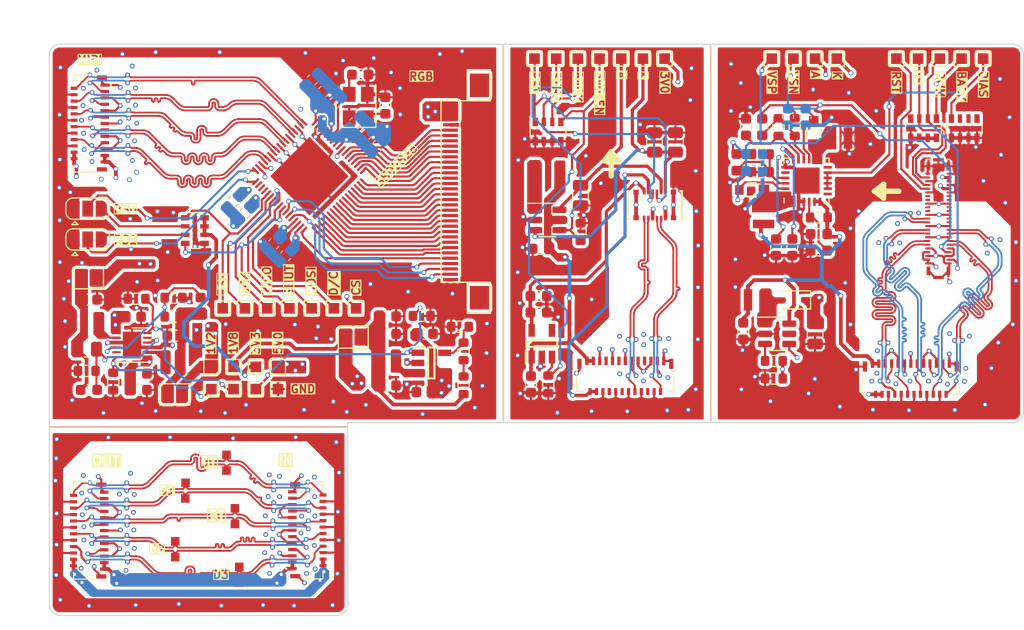
<source format=kicad_pcb>
(kicad_pcb (version 20221018) (generator pcbnew)
  (layers (0 "F.Cu" signal) (1 "In1.Cu" signal) (2 "In2.Cu" signal) (31 "B.Cu" signal) (34 "B.Paste" user) (35 "F.Paste" user) (36 "B.SilkS" user "B.Silkscreen") (37 "F.SilkS" user "F.Silkscreen") (38 "B.Mask" user) (39 "F.Mask" user) (44 "Edge.Cuts" user))
  (net 0 "")
  (net 1 "GND")
  (net 2 "+3V3")
  (net 3 "+1V2")
  (net 4 "+5V")
  (net 5 "Net-(IC1-SW)")
  (net 6 "Net-(IC1-FB)")
  (net 7 "Net-(U2-FB1)")
  (net 8 "Net-(U2-FB2)")
  (net 9 "Net-(R7-Pad1)")
  (net 10 "+1V8")
  (net 11 "/SSD2828/PS0")
  (net 12 "/SSD2828/PS1")
  (net 16 "/SSD2828/RESET")
  (net 17 "/SSD2828/MISO")
  (net 18 "/SSD2828/MOSI")
  (net 19 "/SSD2828/SCK")
  (net 20 "/SSD2828/D{slash}C")
  (net 21 "/SSD2828/SHUT")
  (net 22 "/SSD2828/RGB_EN")
  (net 23 "/SSD2828/RGB_HSYNC")
  (net 24 "/SSD2828/RGB_CLK")
  (net 25 "/SSD2828/RGB_VSYNC")
  (net 26 "/SSD2828/RGB_R0")
  (net 27 "/SSD2828/RGB_R1")
  (net 28 "/SSD2828/RGB_R2")
  (net 29 "/SSD2828/RGB_R3")
  (net 30 "/SSD2828/RGB_R4")
  (net 31 "/SSD2828/RGB_R5")
  (net 32 "/SSD2828/RGB_R6")
  (net 33 "/SSD2828/RGB_R7")
  (net 34 "/SSD2828/RGB_G0")
  (net 35 "/SSD2828/RGB_G1")
  (net 36 "/SSD2828/RGB_G2")
  (net 37 "/SSD2828/RGB_G3")
  (net 38 "/SSD2828/RGB_G4")
  (net 39 "/SSD2828/RGB_G5")
  (net 40 "/SSD2828/RGB_G6")
  (net 41 "/SSD2828/RGB_G7")
  (net 42 "/SSD2828/RGB_B0")
  (net 43 "/SSD2828/RGB_B1")
  (net 44 "/SSD2828/RGB_B2")
  (net 45 "/SSD2828/RGB_B3")
  (net 46 "/SSD2828/RGB_B4")
  (net 47 "/SSD2828/RGB_B5")
  (net 48 "/SSD2828/RGB_B6")
  (net 49 "/SSD2828/RGB_B7")
  (net 50 "/SSD2828/CS")
  (net 52 "Net-(U2-LX2)")
  (net 54 "Net-(U2-LX1)")
  (net 56 "/SSD2828/CLK_XIO")
  (net 57 "/SSD2828/CLK_XIN")
  (net 58 "/SSD2828/MIPI_DATA0_P")
  (net 59 "/SSD2828/MIPI_DATA0_N")
  (net 60 "/SSD2828/MIPI_DATA1_P")
  (net 61 "/SSD2828/MIPI_DATA1_N")
  (net 62 "/SSD2828/MIPI_CLK_P")
  (net 63 "/SSD2828/MIPI_CLK_N")
  (net 64 "/SSD2828/MIPI_DATA2_P")
  (net 65 "/SSD2828/MIPI_DATA2_N")
  (net 66 "/SSD2828/MIPI_DATA3_P")
  (net 67 "/SSD2828/MIPI_DATA3_N")
  (net 78 "Net-(IC3-VIN)")
  (net 79 "Net-(IC3-FBP)")
  (net 80 "Net-(IC3-FBN)")
  (net 81 "Net-(IC3-VREF)")
  (net 82 "Net-(IC3-CP)")
  (net 83 "Net-(IC3-CN)")
  (net 84 "Net-(JP1-B)")
  (net 85 "Net-(JP2-B)")
  (net 86 "/SSD2828/1V8_EN")
  (net 88 "/LH154Q01/MIPI_CLK_P")
  (net 89 "+3V0")
  (net 90 "/LH154Q01/MIPI_CLK_N")
  (net 91 "/LH154Q01/B_Sync")
  (net 92 "/LH154Q01/MIPI_DATA0_P")
  (net 93 "/LH154Q01/RST")
  (net 94 "/LH154Q01/MIPI_DATA0_N")
  (net 95 "/LH154Q01/MIPI_DATA1_P")
  (net 96 "/LH154Q01/MIPI_DATA1_N")
  (net 97 "/LH154Q01/MIPI_DATA2_P")
  (net 98 "/LH154Q01/MIPI_DATA2_N")
  (net 99 "/LH154Q01/MIPI_DATA3_P")
  (net 100 "/LH154Q01/MIPI_DATA3_N")
  (net 101 "/SSD2828/3V3_EN")
  (net 102 "/SSD2828/1V2_EN")
  (net 103 "/LH154Q01/3V0_EN")
  (net 104 "/LH154Q01/BACKLIGHT_EN")
  (net 105 "/LH154Q01/LED_A")
  (net 106 "/LH154Q01/LED_K")
  (net 107 "/VS035ZSM/MIPI_DATA3_N")
  (net 108 "/VS035ZSM/MIPI_DATA3_P")
  (net 109 "/VS035ZSM/MIPI_DATA2_N")
  (net 110 "/VS035ZSM/MIPI_DATA2_P")
  (net 111 "/VS035ZSM/MIPI_CLK_N")
  (net 112 "/VS035ZSM/MIPI_CLK_P")
  (net 113 "/VS035ZSM/MIPI_DATA1_N")
  (net 114 "/VS035ZSM/MIPI_DATA1_P")
  (net 115 "/VS035ZSM/MIPI_DATA0_N")
  (net 116 "/VS035ZSM/MIPI_DATA0_P")
  (net 117 "/VS035ZSM/LED_A")
  (net 118 "Net-(D3-A)")
  (net 119 "/VS035ZSM/BIAS_EN")
  (net 120 "Net-(D2-K)")
  (net 121 "/VS035ZSM/RST")
  (net 122 "/VS035ZSM/TE")
  (net 124 "Net-(U3-SW)")
  (net 125 "/VS035ZSM/LED_K_1")
  (net 126 "/VS035ZSM/LED_PWM")
  (net 127 "/VS035ZSM/BACKLIGHT_EN")
  (net 128 "Net-(U4-FB)")
  (net 130 "Net-(D1-A)")
  (net 136 "/VS035ZSM/VSP")
  (net 137 "/VS035ZSM/VSN")
  (net 138 "Net-(JP5-A)")
  (net 139 "Net-(JP4-A)")
  (net 140 "Net-(JP3-A)")
  (net 141 "/debug/MIPI_DATA0_P")
  (net 142 "/debug/MIPI_DATA0_N")
  (net 143 "/debug/MIPI_DATA1_P")
  (net 144 "/debug/MIPI_DATA1_N")
  (net 145 "/debug/MIPI_CLK_P")
  (net 146 "/debug/MIPI_CLK_N")
  (net 147 "/debug/MIPI_DATA2_P")
  (net 148 "/debug/MIPI_DATA2_N")
  (net 149 "/debug/MIPI_DATA3_P")
  (net 150 "/debug/MIPI_DATA3_N")
  (footprint "Jumper:SolderJumper-2_P1.3mm_Open_Pad1.0x1.5mm" (layer "F.Cu") (at 55.372 73.025)
    (fp_text reference "JP4" hide)
    (fp_text value "SolderJumper_2_Open")
  )
  (footprint "TestPoint:TestPoint_Pad_1.0x1.0mm" (layer "F.Cu") (at 101.219 52.4632)
    (fp_text reference "TP14" hide)
    (fp_text value " ")
  )
  (footprint "Capacitor_SMD:C_0603_1608Metric" (layer "F.Cu") (at 86.868 83.7052 180)
    (fp_text reference "C23" hide)
    (fp_text value "0.1uf")
  )
  (footprint "SamacSys_Parts:SOT95P280X145-5N" (layer "F.Cu") (at 97.84 79.170999 90)
    (fp_text reference "IC2" hide)
    (fp_text value "MIC5501-3.0YM5-TR" hide)
  )
  (footprint "TestPoint:TestPoint_Pad_1.0x1.0mm" (layer "F.Cu") (at 76.2762 75.8566)
    (fp_text reference "TP4" hide)
    (fp_text value " ")
  )
  (footprint "Resistor_SMD:R_0603_1608Metric" (layer "F.Cu") (at 90.514 79.8952 90)
    (fp_text reference "R7" hide)
    (fp_text value "100k")
  )
  (footprint "Resistor_SMD:R_0603_1608Metric" (layer "F.Cu") (at 118.364 61.4192 180)
    (fp_text reference "R16" hide)
    (fp_text value "560k")
  )
  (footprint "Resistor_SMD:R_0603_1608Metric" (layer "F.Cu") (at 98.4496 82.9808 -90)
    (fp_text reference "R11" hide)
    (fp_text value "100k")
  )
  (footprint "Inductor_SMD:FHD252012" (layer "F.Cu") (at 117.983 75.0692 90)
    (fp_text reference "L7" hide)
    (fp_text value "4.7uh")
  )
  (footprint "TestPoint:TestPoint_Pad_1.0x1.0mm" (layer "F.Cu") (at 66.8782 81.343)
    (fp_text reference "TP5" hide)
    (fp_text value " ")
  )
  (footprint "TestPoint:TestPoint_Pad_1.0x1.0mm" (layer "F.Cu") (at 73.1266 81.343)
    (fp_text reference "TP3" hide)
    (fp_text value " ")
  )
  (footprint "Capacitor_SMD:C_0603_1608Metric" (layer "F.Cu") (at 97.5352 76.249999)
    (fp_text reference "C28" hide)
    (fp_text value "0.1uf")
  )
  (footprint "Capacitor_SMD:C_0603_1608Metric" (layer "F.Cu") (at 60.071 81.9726)
    (fp_text reference "C13" hide)
    (fp_text value "0.1uf")
  )
  (footprint "TestPoint:TestPoint_Pad_1.0x1.0mm" (layer "F.Cu") (at 103.251 52.4632)
    (fp_text reference "TP15" hide)
    (fp_text value " ")
  )
  (footprint "Capacitor_SMD:C_0603_1608Metric" (layer "F.Cu") (at 83.4136 78.2574)
    (fp_text reference "C20" hide)
    (fp_text value "10uf")
  )
  (footprint "TestPoint:TestPoint_Pad_1.0x1.0mm" (layer "F.Cu") (at 123.444 52.4632)
    (fp_text reference "TP24" hide)
    (fp_text value " ")
  )
  (footprint "Package_TO_SOT_SMD:SOT-23-6" (layer "F.Cu") (at 98.350899 67.5788)
    (fp_text reference "U3" hide)
    (fp_text value "MIC3289")
  )
  (footprint "TestPoint:TestPoint_Pad_0.8x0.8mm" (layer "F.Cu") (at 63.5 99.1616)
    (fp_text reference "TP39" hide)
    (fp_text value "~")
  )
  (footprint "Capacitor_SMD:C_0603_1608Metric" (layer "F.Cu") (at 80.824605 53.9618 180)
    (fp_text reference "C2" hide)
    (fp_text value "27pf")
  )
  (footprint "Capacitor_SMD:C_0603_1608Metric" (layer "F.Cu") (at 116.967 58.8792 90)
    (fp_text reference "C36" hide)
    (fp_text value "1uf")
  )
  (footprint "Resistor_SMD:R_Array_Convex_4x0603" (layer "F.Cu") (at 98.425 59.2958 90)
    (fp_text reference "RN2" hide)
    (fp_text value "10k")
  )
  (footprint "Resistor_SMD:R_0603_1608Metric" (layer "F.Cu") (at 121.539 58.8792 90)
    (fp_text reference "R18" hide)
    (fp_text value "715k")
  )
  (footprint "TestPoint:TestPoint_Pad_0.8x0.8mm" (layer "F.Cu") (at 63.5 97.6884)
    (fp_text reference "TP38" hide)
    (fp_text value "~")
  )
  (footprint "Resistor_SMD:R_0805_2012Metric" (layer "F.Cu") (at 55.204 79.6866)
    (fp_text reference "R2" hide)
    (fp_text value "540k")
  )
  (footprint "Resistor_SMD:R_0603_1608Metric" (layer "F.Cu") (at 118.364 63.0936 180)
    (fp_text reference "R17" hide)
    (fp_text value "150k")
  )
  (footprint "Capacitor_SMD:C_0603_1608Metric" (layer "F.Cu") (at 83.4136 83.0834)
    (fp_text reference "C21" hide)
    (fp_text value "10uf")
  )
  (footprint "SamacSys_Parts:FH35C25S03SHW50" (layer "F.Cu") (at 75.844 96.649 -90)
    (fp_text reference "J7" hide)
    (fp_text value "FH35C-25S-0.3SHW_50_" hide)
  )
  (footprint "TestPoint:TestPoint_Pad_1.0x1.0mm" (layer "F.Cu") (at 139.192 52.4632)
    (fp_text reference "TP22" hide)
    (fp_text value " ")
  )
  (footprint "SamacSys_Parts:SOT95P280X145-5N" (layer "F.Cu") (at 87.486 80.9722)
    (fp_text reference "IC1" hide)
    (fp_text value "TLV62568DBVR" hide)
  )
  (footprint "TestPoint:TestPoint_Pad_1.0x1.0mm" (layer "F.Cu") (at 70.0278 75.8566)
    (fp_text reference "TP18" hide)
    (fp_text value " ")
  )
  (footprint "TestPoint:TestPoint_Pad_1.0x1.0mm" (layer "F.Cu") (at 78.359 75.8566)
    (fp_text reference "TP19" hide)
    (fp_text value " ")
  )
  (footprint "TestPoint:TestPoint_Pad_1.0x1.0mm" (layer "F.Cu") (at 71.0438 83.4258)
    (fp_text reference "TP12" hide)
    (fp_text value " ")
  )
  (footprint "Resistor_SMD:R_0603_1608Metric" (layer "F.Cu") (at 63.3358 74.8606)
    (fp_text reference "R3" hide)
    (fp_text value "100k")
  )
  (footprint "Inductor_SMD:WPN252012" (layer "F.Cu") (at 118.618 67.1576 180)
    (fp_text reference "L5" hide)
    (fp_text value "4.7uh")
  )
  (footprint "Resistor_SMD:R_0603_1608Metric" (layer "F.Cu") (at 90.17 77.5838 180)
    (fp_text reference "R9" hide)
    (fp_text value "100k")
  )
  (footprint "Inductor_SMD:WPN252012" (layer "F.Cu") (at 125.73 59.8952 -90)
    (fp_text reference "L6" hide)
    (fp_text value "4.7uh")
  )
  (footprint "Capacitor_SMD:C_0603_1608Metric" (layer "F.Cu") (at 86.868 78.2442)
    (fp_text reference "C24" hide)
    (fp_text value "10uf")
  )
  (footprint "Jumper:SolderJumper-2_P1.3mm_Open_Pad1.0x1.5mm" (layer "F.Cu") (at 63.459601 83.9216)
    (fp_text reference "JP5" hide)
    (fp_text value "SolderJumper_2_Open")
  )
  (footprint "Package_DFN_QFN:QFN-68-1EP_8x8mm_P0.4mm_EP5.2x5.2mm" (layer "F.Cu") (at 76.073 63.475916 -45)
    (fp_text reference "U1" hide)
    (fp_text value "SSD2828QN4")
  )
  (footprint "Capacitor_SMD:C_0603_1608Metric" (layer "F.Cu") (at 118.491 58.879201 90)
    (fp_text reference "C35" hide)
    (fp_text value "10pf")
  )
  (footprint "TestPoint:TestPoint_Pad_1.0x1.0mm" (layer "F.Cu") (at 121.412 52.4632)
    (fp_text reference "TP31" hide)
    (fp_text value " ")
  )
  (footprint "Capacitor_SMD:C_0603_1608Metric" (layer "F.Cu") (at 116.078 62.1812 90)
    (fp_text reference "C33" hide)
    (fp_text value "10pf")
  )
  (footprint "TestPoint:TestPoint_Pad_0.8x0.8mm" (layer "F.Cu") (at 64.4652 92.202)
    (fp_text reference "TP34" hide)
    (fp_text value "~")
  )
  (footprint "TestPoint:TestPoint_Pad_1.0x1.0mm" (layer "F.Cu") (at 105.283 52.4632)
    (fp_text reference "TP16" hide)
    (fp_text value " ")
  )
  (footprint "Resistor_SMD:R_0603_1608Metric" (layer "F.Cu") (at 123.7996 67.3476)
    (fp_text reference "R15" hide)
    (fp_text value "10r")
  )
  (footprint "TestPoint:TestPoint_Pad_0.8x0.8mm" (layer "F.Cu") (at 68.3006 89.5858)
    (fp_text reference "TP32" hide)
    (fp_text value "~")
  )
  (footprint "Crystal:Crystal_SMD_3225-4Pin_3.2x2.5mm" (layer "F.Cu") (at 80.645 56.9082 90)
    (fp_text reference "Y1" hide)
    (fp_text value "24mhz")
  )
  (footprint "SamacSys_Parts:FH35C25S03SHW50" (layer "F.Cu") (at 132.413 82.4132 180)
    (fp_text reference "J2" hide)
    (fp_text value "FH35C-25S-0.3SHW_50_" hide)
  )
  (footprint "Resistor_SMD:R_0603_1608Metric" (layer "F.Cu") (at 59.8795 74.9622 180)
    (fp_text reference "R5" hide)
    (fp_text value "100k")
  )
  (footprint "SamacSys_Parts:NRH2410T2R2MN" (layer "F.Cu") (at 83.4136 80.7974 180)
    (fp_text reference "L3" hide)
    (fp_text value "2.2μh" hide)
  )
  (footprint "TestPoint:TestPoint_Pad_1.0x1.0mm" (layer "F.Cu") (at 74.1934 75.8566)
    (fp_text reference "TP2" hide)
    (fp_text value " ")
  )
  (footprint "TestPoint:TestPoint_Pad_1.0x1.0mm" (layer "F.Cu") (at 66.8782 83.4258)
    (fp_text reference "TP11" hide)
    (fp_text value " ")
  )
  (footprint "TestPoint:TestPoint_Pad_0.8x0.8mm" (layer "F.Cu") (at 64.4398 93.6752)
    (fp_text reference "TP35" hide)
    (fp_text value "~")
  )
  (footprint "Resistor_SMD:R_Array_Convex_4x0603" (layer "F.Cu") (at 65.3398 68.573)
    (fp_text reference "RN1" hide)
    (fp_text value "10k")
  )
  (footprint "SamacSys_Parts:CUS10S40H3F" (layer "F.Cu") (at 123.317 59.3872 90)
    (fp_text reference "D2" hide)
    (fp_text value "CUS10S" hide)
  )
  (footprint "Jumper:SolderJumper-3_P1.3mm_Open_RoundedPad1.0x1.5mm" (layer "F.Cu") (at 55.2958 66.5193)
    (fp_text reference "JP1" hide)
    (fp_text value "~")
  )
  (footprint "Capacitor_SMD:C_0603_1608Metric" (layer "F.Cu") (at 60.071 83.4966)
    (fp_text reference "C15" hide)
    (fp_text value "10uf")
  )
  (footprint "Resistor_SMD:R_0603_1608Metric" (layer "F.Cu") (at 119.5832 80.7842)
    (fp_text reference "R22" hide)
    (fp_text value "6k8")
  )
  (footprint "Capacitor_SMD:C_0603_1608Metric" (layer "F.Cu") (at 97.5352 74.700599)
    (fp_text reference "C29" hide)
    (fp_text value "10uf")
  )
  (footprint "SamacSys_Parts:5035481220" (layer "F.Cu") (at 108.423 66.1792)
    (fp_text reference "J5" hide)
    (fp_text value "503548-1220" hide)
  )
  (footprint "TestPoint:TestPoint_Pad_1.0x1.0mm" (layer "F.Cu") (at 80.4418 75.8566)
    (fp_text reference "TP20" hide)
    (fp_text value " ")
  )
  (footprint "Package_DFN_QFN:WDFN-12-1EP_3x3mm_P0.45mm_EP1.7x2.5mm" (layer "F.Cu") (at 59.4428 79.2956)
    (fp_text reference "U2" hide)
    (fp_text value "PAM2306DYPAA")
  )
  (footprint "Jumper:SolderJumper-3_P1.3mm_Open_RoundedPad1.0x1.5mm" (layer "F.Cu") (at 55.2958 69.405)
    (fp_text reference "JP2" hide)
    (fp_text value "~")
  )
  (footprint "Resistor_SMD:R_0603_1608Metric" (layer "F.Cu") (at 57.6834 82.7146 -90)
    (fp_text reference "R6" hide)
    (fp_text value "100k")
  )
  (footprint "TestPoint:TestPoint_Pad_0.8x0.8mm" (layer "F.Cu") (at 69.4944 100.076)
    (fp_text reference "TP41" hide)
    (fp_text value "~")
  )
  (footprint "SamacSys_Parts:ASPI0312FS100MT2" (layer "F.Cu") (at 98.3818 63.4792 180)
    (fp_text reference "L4" hide)
    (fp_text value "10uh" hide)
  )
  (footprint "TestPoint:TestPoint_Pad_1.0x1.0mm" (layer "F.Cu") (at 133.096 52.4632)
    (fp_text reference "TP26" hide)
    (fp_text value " ")
  )
  (footprint "Capacitor_SMD:C_0603_1608Metric" (layer "F.Cu") (at 83.4136 76.6064)
    (fp_text reference "C22" hide)
    (fp_text value "10uf")
  )
  (footprint "TestPoint:TestPoint_Pad_0.8x0.8mm" (layer "F.Cu") (at 69.088 94.5896)
    (fp_text reference "TP36" hide)
    (fp_text value "~")
  )
  (footprint "TestPoint:TestPoint_Pad_1.0x1.0mm" (layer "F.Cu") (at 72.1106 75.8566)
    (fp_text reference "TP17" hide)
    (fp_text value " ")
  )
  (footprint "TestPoint:TestPoint_Pad_1.0x1.0mm" (layer "F.Cu") (at 71.0438 81.343)
    (fp_text reference "TP6" hide)
    (fp_text value " ")
  )
  (footprint "Capacitor_SMD:C_0805_2012Metric" (layer "F.Cu") (at 123.444 78.2442 -90)
    (fp_text reference "C42" hide)
    (fp_text value "2.2uf")
  )
  (footprint "Resistor_SMD:R_0805_2012Metric" (layer "F.Cu") (at 108.3976 60.3118 -90)
    (fp_text reference "R12" hide)
    (fp_text value "47r")
  )
  (footprint "Capacitor_SMD:C_0603_1608Metric" (layer "F.Cu") (at 83.185 56.8574 -90)
    (fp_text reference "C1" hide)
    (fp_text value "27pf")
  )
  (footprint "TestPoint:TestPoint_Pad_0.8x0.8mm" (layer "F.Cu") (at 68.3006 91.059)
    (fp_text reference "TP33" hide)
    (fp_text value "~")
  )
  (footprint "TestPoint:TestPoint_Pad_1.0x1.0mm" (layer "F.Cu") (at 131.064 52.4632)
    (fp_text reference "TP25" hide)
    (fp_text value " ")
  )
  (footprint "SamacSys_Parts:FH35C25S03SHW50" (layer "F.Cu") (at 55.521 58.5412 90)
    (fp_text reference "J1" hide)
    (fp_text value "FH35C-25S-0.3SHW_50_" hide)
  )
  (footprint "Capacitor_SMD:C_0603_1608Metric" (layer "F.Cu") (at 121.3104 70.1416 -90)
    (fp_text reference "C40" hide)
    (fp_text value "4.7nf")
  )
  (footprint "Capacitor_SMD:C_0603_1608Metric" (layer "F.Cu") (at 119.7864 70.1416 -90)
    (fp_text reference "C39" hide)
    (fp_text value "10nf")
  )
  (footprint "TestPoint:TestPoint_Pad_1.0x1.0mm" (layer "F.Cu") (at 67.945 75.8566)
    (fp_text reference "TP1" hide)
    (fp_text value " ")
  )
  (footprint "SamacSys_Parts:NRH2410T2R2MN" (layer "F.Cu") (at 63.3358 80.9566)
    (fp_text reference "L1" hide)
    (fp_text value "2.2μh" hide)
  )
  (footprint "SamacSys_Parts:245863050104829" (layer "F.Cu") (at 135.001 67.4492 90)
    (fp_text reference "J4" hide)
    (fp_text value "245863050104829+" hide)
  )
  (footprint "SamacSys_Parts:FH35C25S03SHW50" (layer "F.Cu") (at 105.664 82.1592 180)
    (fp_text reference "J8" hide)
    (fp_text value "FH35C-25S-0.3SHW_50_" hide)
  )
  (footprint "TestPoint:TestPoint_Pad_1.0x1.0mm" (layer "F.Cu") (at 99.187 52.4632 180)
    (fp_text reference "TP9" hide)
    (fp_text value " ")
  )
  (footprint "TestPoint:TestPoint_Pad_1.0x1.0mm" (layer "F.Cu") (at 107.315 52.4632)
    (fp_text reference "TP29" hide)
    (fp_text value " ")
  )
  (footprint "Resistor_SMD:R_0603_1608Metric" (layer "F.Cu") (at 101.473 68.706 90)
    (fp_text reference "R14" hide)
    (fp_text value "100k")
  )
  (footprint "Capacitor_SMD:C_0603_1608Metric" (layer "F.Cu") (at 59.5258 76.6386)
    (fp_text reference "C14" hide)
    (fp_text value "10uf")
  )
  (footprint "SamacSys_Parts:CUS10S40H3F" (layer "F.Cu") (at 117.5004 64.77)
    (fp_text reference "D3" hide)
    (fp_text value "CUS10S" hide)
  )
  (footprint "TestPoint:TestPoint_Pad_1.0x1.0mm" (layer "F.Cu") (at 68.961 83.4258)
    (fp_text reference "TP10" hide)
    (fp_text value " ")
  )
  (footprint "TestPoint:TestPoint_Pad_1.0x1.0mm" (layer "F.Cu") (at 135.128 52.4632)
    (fp_text reference "TP28" hide)
    (fp_text value " ")
  )
  (footprint "Capacitor_SMD:C_0603_1608Metric" (layer "F.Cu") (at 55.4072 83.4966)
    (fp_text reference "C17" hide)
    (fp_text value "27pf")
  )
  (footprint "Capacitor_SMD:C_0805_2012Metric" (layer "F.Cu") (at 101.473 65.278 -90)
    (fp_text reference "C26" hide)
    (fp_text value "2.2uf")
  )
  (footprint "TestPoint:TestPoint_Pad_1.0x1.0mm" (layer "F.Cu") (at 73.1266 83.4258)
    (fp_text reference "TP21" hide)
    (fp_text value " ")
  )
  (footprint "Capacitor_SMD:C_0603_1608Metric" (layer "F.Cu") (at 65.8758 75.6226 90)
    (fp_text reference "C16" hide)
    (fp_text value "27pf")
  )
  (footprint "Diode_SMD:D_SOD-323" (layer "F.Cu") (at 121.412 75.0692 180)
    (fp_text reference "D1" hide)
    (fp_text value "RB551V-40")
  )
  (footprint "SamacSys_Parts:FH35C25S03SHW50" (layer "F.Cu") (at 55.4701 96.6792 90)
    (fp_text reference "J6" hide)
    (fp_text value "FH35C-25S-0.3SHW_50_" hide)
  )
  (footprint "TestPoint:TestPoint_Pad_1.0x1.0mm" (layer "F.Cu") (at 68.961 81.343)
    (fp_text reference "TP7" hide)
    (fp_text value " ")
  )
  (footprint "Package_TO_SOT_SMD:SOT-23-6" (layer "F.Cu") (at 119.888 78.2442)
    (fp_text reference "U4" hide)
    (fp_text value "LP3320")
  )
  (footprint "TestPoint:TestPoint_Pad_1.0x1.0mm" (layer "F.Cu") (at 97.155 52.4632 180)
    (fp_text reference "TP8" hide)
    (fp_text value " ")
  )
  (footprint "Capacitor_SMD:C_0603_1608Metric" (layer "F.Cu") (at 55.3974 75.0438)
    (fp_text reference "C19" hide)
    (fp_text value "10uf")
  )
  (footprint "Connector_FFC-FPC:FPC_34" (layer "F.Cu") (at 89.281 64.9142 90)
    (fp_text reference "J3" hide)
    (fp_text value "Conn_01x34")
  )
  (footprint "Resistor_SMD:R_Array_Convex_4x0603" (layer "F.Cu") (at 137.414 58.98 90)
    (fp_text reference "RN4" hide)
    (fp_text value "10k")
  )
  (footprint "Capacitor_SMD:C_0603_1608Metric" (layer "F.Cu") (at 116.713 77.9902 90)
    (fp_text reference "C41" hide)
    (fp_text value "10uf")
  )
  (footprint "Resistor_SMD:R_0603_1608Metric" (layer "F.Cu") (at 90.514 83.0702 90)
    (fp_text reference "R8" hide)
    (fp_text value "100k")
  )
  (footprint "TestPoint:TestPoint_Pad_1.0x1.0mm" (layer "F.Cu") (at 109.347 52.4632)
    (fp_text reference "TP13" hide)
    (fp_text value " ")
  )
  (footprint "Capacitor_SMD:C_0603_1608Metric" (layer "F.Cu") (at 96.824 82.980999 90)
    (fp_text reference "C27" hide)
    (fp_text value "10uf")
  )
  (footprint "TestPoint:TestPoint_Pad_1.0x1.0mm" (layer "F.Cu") (at 125.476 52.4632)
    (fp_text reference "TP27" hide)
    (fp_text value " ")
  )
  (footprint "TestPoint:TestPoint_Pad_1.0x1.0mm" (layer "F.Cu") (at 119.38 52.4632)
    (fp_text reference "TP30" hide)
    (fp_text value " ")
  )
  (footprint "Resistor_SMD:R_0603_1608Metric" (layer "F.Cu") (at 120.015 58.8792 -90)
    (fp_text reference "R19" hide)
    (fp_text value "150k")
  )
  (footprint "TestPoint:TestPoint_Pad_1.0x1.0mm" (layer "F.Cu") (at 137.16 52.4632)
    (fp_text reference "TP23" hide)
    (fp_text value " ")
  )
  (footprint "TestPoint:TestPoint_Pad_0.8x0.8mm" (layer "F.Cu") (at 69.4944 101.5492)
    (fp_text reference "TP40" hide)
    (fp_text value "~")
  )
  (footprint "Resistor_SMD:R_0805_2012Metric" (layer "F.Cu") (at 110.363 60.3099 -90)
    (fp_text reference "R13" hide)
    (fp_text value "20r")
  )
  (footprint "Resistor_SMD:R_0603_1608Metric" (layer "F.Cu") (at 119.5832 82.4352 180)
    (fp_text reference "R23" hide)
    (fp_text value "4r99")
  )
  (footprint "Package_DFN_QFN:VQFN-24-1EP_4x4mm_P0.5mm_EP2.45x2.45mm" (layer "F.Cu") (at 122.64 63.8932 90)
    (fp_text reference "IC3" hide)
    (fp_text value "TPS65131TRGERQ1")
  )
  (footprint "SamacSys_Parts:NRS2012T4R7MGJ" (layer "F.Cu") (at 55.6006 77.279 180)
    (fp_text reference "L2" hide)
    (fp_text value "4.7μh" hide)
  )
  (footprint "Resistor_SMD:R_0603_1608Metric" (layer "F.Cu") (at 55.204 81.7186 180)
    (fp_text reference "R4" hide)
    (fp_text value "120k")
  )
  (footprint "TestPoint:TestPoint_Pad_0.8x0.8mm" (layer "F.Cu") (at 69.088 96.0628)
    (fp_text reference "TP37" hide)
    (fp_text value "~")
  )
  (footprint "Resistor_SMD:R_0603_1608Metric" (layer "F.Cu") (at 86.5886 76.5678)
    (fp_text reference "R10" hide)
    (fp_text value "100k")
  )
  (footprint "Resistor_SMD:R_0603_1608Metric" (layer "F.Cu") (at 63.3358 76.6386 180)
    (fp_text reference "R1" hide)
    (fp_text value "100k")
  )
  (footprint "Capacitor_SMD:C_0603_1608Metric" (layer "F.Cu") (at 63.5254 78.422 180)
    (fp_text reference "C18" hide)
    (fp_text value "10uf")
  )
  (footprint "Jumper:SolderJumper-2_P1.3mm_Open_Pad1.0x1.5mm" (layer "F.Cu") (at 80.1728 78.5876 180)
    (fp_text reference "JP3" hide)
    (fp_text value "SolderJumper_2_Open")
  )
  (footprint "Capacitor_SMD:C_0603_1608Metric" (layer "F.Cu") (at 97.7646 70.281801 180)
    (fp_text reference "C25" hide)
    (fp_text value "10uf")
  )
  (footprint "Capacitor_SMD:C_0603_1608Metric" (layer "F.Cu") (at 123.7996 68.897 180)
    (fp_text reference "C30" hide)
    (fp_text value "10uf")
  )
  (footprint "Capacitor_SMD:C_0603_1608Metric" (layer "F.Cu") (at 123.7996 70.4464 180)
    (fp_text reference "C31" hide)
    (fp_text value "1uf")
  )
  (footprint "Resistor_SMD:R_Array_Convex_4x0603" (layer "F.Cu") (at 133.604 58.98 90)
    (fp_text reference "RN3" hide)
    (fp_text value "10k")
  )
  (footprint "Capacitor_SMD:C_0603_1608Metric" (layer "B.Cu") (at 73.8378 70.929 -135)
    (fp_text reference "C12" hide)
    (fp_text value "10uf")
  )
  (footprint "Capacitor_SMD:C_0603_1608Metric" (layer "B.Cu") (at 120.904 57.9242 -90)
    (fp_text reference "C37" hide)
    (fp_text value "10uf")
  )
  (footprint "Capacitor_SMD:C_0603_1608Metric" (layer "B.Cu") (at 122.555 57.9242 -90)
    (fp_text reference "C38" hide)
    (fp_text value "10uf")
  )
  (footprint "Capacitor_SMD:C_0603_1608Metric" (layer "B.Cu") (at 76.327 54.4576 45)
    (fp_text reference "C7" hide)
    (fp_text value "0.1uf")
  )
  (footprint "Capacitor_SMD:C_0603_1608Metric" (layer "B.Cu") (at 78.4606 56.5912 45)
    (fp_text reference "C9" hide)
    (fp_text value "0.1uf")
  )
  (footprint "Capacitor_SMD:C_0603_1608Metric" (layer "B.Cu") (at 81.396208 59.548392 45)
    (fp_text reference "C4" hide)
    (fp_text value "0.1uf")
  )
  (footprint "Capacitor_SMD:C_0603_1608Metric" (layer "B.Cu") (at 117.742 63.0042)
    (fp_text reference "C32" hide)
    (fp_text value "10uf")
  )
  (footprint "Capacitor_SMD:C_0603_1608Metric" (layer "B.Cu") (at 82.4738 60.6166 45)
    (fp_text reference "C3" hide)
    (fp_text value "0.1uf")
  )
  (footprint "Capacitor_SMD:C_0603_1608Metric" (layer "B.Cu") (at 117.742 61.4002)
    (fp_text reference "C34" hide)
    (fp_text value "10uf")
  )
  (footprint "Capacitor_SMD:C_0603_1608Metric" (layer "B.Cu") (at 70.0278 66.9666 -135)
    (fp_text reference "C6" hide)
    (fp_text value "0.1uf")
  )
  (footprint "Capacitor_SMD:C_0603_1608Metric" (layer "B.Cu") (at 72.7202 69.8114 -135)
    (fp_text reference "C10" hide)
    (fp_text value "10uf")
  )
  (footprint "Capacitor_SMD:C_0603_1608Metric" (layer "B.Cu") (at 77.3938 55.5366 45)
    (fp_text reference "C11" hide)
    (fp_text value "0.1uf")
  )
  (footprint "Capacitor_SMD:C_0603_1608Metric" (layer "B.Cu") (at 68.9102 65.849 -135)
    (fp_text reference "C5" hide)
    (fp_text value "0.1uf")
  )
  (footprint "Capacitor_SMD:C_0603_1608Metric" (layer "B.Cu") (at 80.3402 58.4708 45)
    (fp_text reference "C8" hide)
    (fp_text value "0.1uf")
  )
  (gr_line (start 94.234 51.2694) (end 94.234 86.3722) (stroke (width 0.15)) (layer "B.SilkS"))
  (gr_line (start 113.665 86.3722) (end 113.665 51.2694) (stroke (width 0.15)) (layer "B.SilkS"))
  (gr_line (start 51.8414 86.9696) (end 79.5274 86.9696) (stroke (width 0.15)) (layer "B.SilkS"))
  (gr_line (start 131.2926 64.8838) (end 129.0066 64.8838) (stroke (width 0.5)) (layer "F.SilkS"))
  (gr_line (start 129.0066 64.8838) (end 129.8702 64.2234) (stroke (width 0.5)) (layer "F.SilkS"))
  (gr_line (start 51.8414 86.9696) (end 79.5274 86.9696) (stroke (width 0.15)) (layer "F.SilkS"))
  (gr_line (start 104.3432 63.4614) (end 104.3432 61.1754) (stroke (width 0.5)) (layer "F.SilkS"))
  (gr_line (start 129.0066 64.8838) (end 129.8194 65.4934) (stroke (width 0.5)) (layer "F.SilkS"))
  (gr_line (start 105.0036 62.039) (end 103.6828 62.039) (stroke (width 0.5)) (layer "F.SilkS"))
  (gr_line (start 104.3432 61.1754) (end 103.7336 61.9882) (stroke (width 0.5)) (layer "F.SilkS"))
  (gr_line (start 113.665 86.3722) (end 113.665 51.2694) (stroke (width 0.15)) (layer "F.SilkS"))
  (gr_line (start 129.8702 64.2234) (end 129.8702 65.5442) (stroke (width 0.5)) (layer "F.SilkS"))
  (gr_line (start 104.3432 61.1754) (end 105.0036 62.039) (stroke (width 0.5)) (layer "F.SilkS"))
  (gr_line (start 94.234 51.2694) (end 94.234 86.3722) (stroke (width 0.15)) (layer "F.SilkS"))
  (gr_arc (start 142.967 85.601301) (mid 142.684299 86.2838) (end 142.0018 86.566501) (stroke (width 0.1)) (layer "Edge.Cuts"))
  (gr_line (start 52.676299 104.6226) (end 78.6892 104.6226) (stroke (width 0.1)) (layer "Edge.Cuts"))
  (gr_arc (start 51.711099 52.0822) (mid 51.993799 51.3997) (end 52.676299 51.117) (stroke (width 0.1)) (layer "Edge.Cuts"))
  (gr_arc (start 52.676299 104.6226) (mid 51.9938 104.339899) (end 51.711099 103.6574) (stroke (width 0.1)) (layer "Edge.Cuts"))
  (gr_line (start 51.711099 85.581701) (end 51.711099 103.6574) (stroke (width 0.1)) (layer "Edge.Cuts"))
  (gr_line (start 79.6544 103.6574) (end 79.6544 86.5632) (stroke (width 0.1)) (layer "Edge.Cuts"))
  (gr_line (start 142.967 52.078899) (end 142.967 85.598) (stroke (width 0.1)) (layer "Edge.Cuts"))
  (gr_arc (start 79.6544 103.6574) (mid 79.371699 104.339898) (end 78.689201 104.622599) (stroke (width 0.1)) (layer "Edge.Cuts"))
  (gr_line (start 142.0018 86.5632) (end 79.6544 86.5632) (stroke (width 0.1)) (layer "Edge.Cuts"))
  (gr_line (start 52.676299 51.117) (end 142.0018 51.113699) (stroke (width 0.1)) (layer "Edge.Cuts"))
  (gr_line (start 51.711099 85.581701) (end 51.711099 52.0822) (stroke (width 0.1)) (layer "Edge.Cuts"))
  (gr_arc (start 142.0018 51.113699) (mid 142.6843 51.396399) (end 142.967 52.078899) (stroke (width 0.1)) (layer "Edge.Cuts"))
  (gr_text "3V3" (at 71.0438 80.2508 90) (layer "F.SilkS" knockout) (effects (font (size 0.75 0.75) (thickness 0.155) bold) (justify left)))
  (gr_text "MIPI" (at 55.499 52.5902) (layer "F.SilkS" knockout) (effects (font (size 0.75 0.75) (thickness 0.155) bold)))
  (gr_text "3V0 EN" (at 103.2256 53.5554 270) (layer "F.SilkS" knockout) (effects (font (size 0.75 0.75) (thickness 0.155) bold) (justify left)))
  (gr_text "PS0" (at 57.6326 66.5602) (layer "F.SilkS" knockout) (effects (font (size 0.75 0.75) (thickness 0.155) bold) (justify left)))
  (gr_text "OUT" (at 56.9976 90.1446) (layer "F.SilkS" knockout) (effects (font (size 0.9 0.9) (thickness 0.2) bold)))
  (gr_text "PS1" (at 57.6326 69.4558) (layer "F.SilkS" knockout) (effects (font (size 0.75 0.75) (thickness 0.155) bold) (justify left)))
  (gr_text "D/C" (at 78.3336 74.7644 90) (layer "F.SilkS" knockout) (effects (font (size 0.75 0.75) (thickness 0.155) bold) (justify left)))
  (gr_text "D0" (at 66.5988 90.297) (layer "F.SilkS" knockout) (effects (font (size 0.9 0.9) (thickness 0.2) bold)))
  (gr_text "D2" (at 61.7728 98.425) (layer "F.SilkS" knockout) (effects (font (size 0.75 0.75) (thickness 0.155) bold)))
  (gr_text "TE" (at 133.1214 53.53 270) (layer "F.SilkS" knockout) (effects (font (size 0.75 0.75) (thickness 0.155) bold) (justify left)))
  (gr_text "A" (at 105.283 53.5554 270) (layer "F.SilkS" knockout) (effects (font (size 0.75 0.75) (thickness 0.155) bold) (justify left)))
  (gr_text "C0" (at 67.3608 95.3008) (layer "F.SilkS" knockout) (effects (font (size 0.9 0.9) (thickness 0.2) bold)))
  (gr_text "1V8" (at 68.961 80.2508 90) (layer "F.SilkS" knockout) (effects (font (size 0.75 0.75) (thickness 0.155) bold) (justify left)))
  (gr_text "MOSI" (at 76.2508 74.7644 90) (layer "F.SilkS" knockout) (effects (font (size 0.75 0.75) (thickness 0.155) bold) (justify left)))
  (gr_text "A" (at 123.4694 53.5432 270) (layer "F.SilkS" knockout) (effects (font (size 0.75 0.75) (thickness 0.155) bold) (justify left)))
  (gr_text "MISO" (at 72.0852 74.7644 90) (layer "F.SilkS" knockout) (effects (font (size 0.75 0.75) (thickness 0.155) bold) (justify left)))
  (gr_text "BACK" (at 101.1936 53.5554 270) (layer "F.SilkS" knockout) (effects (font (size 0.75 0.75) (thickness 0.155) bold) (justify left)))
  (gr_text "RGB" (at 86.5378 54.1396) (layer "F.SilkS" knockout) (effects (font (size 0.75 0.75) (thickness 0.155) bold)))
  (gr_text "D3" (at 67.7672 100.8126) (layer "F.SilkS" knockout) (effects (font (size 0.75 0.75) (thickness 0.155) bold)))
  (gr_text "RST" (at 97.155 53.5554 270) (layer "F.SilkS" knockout) (effects (font (size 0.75 0.75) (thickness 0.155) bold) (justify left)))
  (gr_text "RST" (at 131.0386 53.53 270) (layer "F.SilkS" knockout) (effects (font (size 0.75 0.75) (thickness 0.155) bold) (justify left)))
  (gr_text "D1" (at 62.738 92.9386) (layer "F.SilkS" knockout) (effects (font (size 0.75 0.75) (thickness 0.155) bold)))
  (gr_text "IN" (at 73.8378 90.1192) (layer "F.SilkS" knockout) (effects (font (size 0.9 0.9) (thickness 0.2) bold)))
  (gr_text "K" (at 125.5014 53.5432 270) (layer "F.SilkS" knockout) (effects (font (size 0.75 0.75) (thickness 0.155) bold) (justify left)))
  (gr_text "VSP" (at 119.38 53.5432 270) (layer "F.SilkS" knockout) (effects (font (size 0.75 0.75) (thickness 0.155) bold) (justify left)))
  (gr_text "K\n" (at 107.2896 53.5554 270) (layer "F.SilkS" knockout) (effects (font (size 0.75 0.75) (thickness 0.155) bold) (justify left)))
  (gr_text "VSN" (at 121.412 53.5432 270) (layer "F.SilkS" knockout) (effects (font (size 0.75 0.75) (thickness 0.155) bold) (justify left)))
  (gr_text "RST" (at 67.9196 74.7644 90) (layer "F.SilkS" knockout) (effects (font (size 0.75 0.75) (thickness 0.155) bold) (justify left)))
  (gr_text "BACK" (at 137.16 53.53 270) (layer "F.SilkS" knockout) (effects (font (size 0.75 0.75) (thickness 0.155) bold) (justify left)))
  (gr_text "GND" (at 74.2188 83.4258) (layer "F.SilkS" knockout) (effects (font (size 0.75 0.75) (thickness 0.155) bold) (justify left)))
  (gr_text "SYNC" (at 99.187 53.5554 270) (layer "F.SilkS" knockout) (effects (font (size 0.75 0.75) (thickness 0.155) bold) (justify left)))
  (gr_text "5V0" (at 73.1266 80.2508 90) (layer "F.SilkS" knockout) (effects (font (size 0.75 0.75) (thickness 0.155) bold) (justify left)))
  (gr_text "SSD2828" (at 84.2264 62.4708 45) (layer "F.SilkS" knockout) (effects (font (size 0.75 0.75) (thickness 0.155) bold)))
  (gr_text "3V0" (at 109.347 53.5554 270) (layer "F.SilkS" knockout) (effects (font (size 0.75 0.75) (thickness 0.155) bold) (justify left)))
  (gr_text "1V2" (at 66.8528 80.2508 90) (layer "F.SilkS" knockout) (effects (font (size 0.75 0.75) (thickness 0.155) bold) (justify left)))
  (gr_text "CS" (at 80.4418 74.7644 90) (layer "F.SilkS" knockout) (effects (font (size 0.75 0.75) (thickness 0.155) bold) (justify left)))
  (gr_text "BIAS" (at 139.192 53.53 270) (layer "F.SilkS" knockout) (effects (font (size 0.75 0.75) (thickness 0.155) bold) (justify left)))
  (gr_text "PWM" (at 135.1534 53.53 270) (layer "F.SilkS" knockout) (effects (font (size 0.75 0.75) (thickness 0.155) bold) (justify left)))
  (gr_text "SCK" (at 70.0278 74.7644 90) (layer "F.SilkS" knockout) (effects (font (size 0.75 0.75) (thickness 0.155) bold) (justify left)))
  (gr_text "SHUT" (at 74.168 74.7644 90) (layer "F.SilkS" knockout) (effects (font (size 0.75 0.75) (thickness 0.155) bold) (justify left)))
  (segment (start 53.3138 60.6412) (end 53.2892 60.6166) (width 0.2) (layer "F.Cu") (net 1))
  (segment (start 56.5711 92.3792) (end 56.5711 92.8052) (width 0.2) (layer "F.Cu") (net 1))
  (segment (start 101.364 81.6552) (end 101.0666 81.9526) (width 0.2) (layer "F.Cu") (net 1))
  (segment (start 74.743 92.349) (end 74.743 92.1096) (width 0.2) (layer "F.Cu") (net 1))
  (segment (start 74.743 92.349) (end 74.743 92.775) (width 0.2) (layer "F.Cu") (net 1))
  (segment (start 121.89 64.6432) (end 122.64 63.8932) (width 0.35) (layer "F.Cu") (net 1))
  (segment (start 120.6525 62.3291) (end 120.8532 62.1284) (width 0.35) (layer "F.Cu") (net 1))
  (segment (start 116.713 78.7652) (end 116.713 79.692) (width 0.35) (layer "F.Cu") (net 1))
  (segment (start 82.9108 55.8082) (end 83.185 56.0824) (width 0.35) (layer "F.Cu") (net 1))
  (segment (start 108.064 81.0644) (end 108.064 80.7842) (width 0.2) (layer "F.Cu") (net 1))
  (segment (start 136.439 81.0382) (end 136.713 81.3122) (width 0.2) (layer "F.Cu") (net 1))
  (segment (start 126.53 59.8952) (end 126.53 61.2388) (width 0.35) (layer "F.Cu") (net 1))
  (segment (start 57.6144 56.1412) (end 58.3438 56.8706) (width 0.2) (layer "F.Cu") (net 1))
  (segment (start 57.798 97.8792) (end 58.293 98.3742) (width 0.2) (layer "F.Cu") (net 1))
  (segment (start 136.4285 70.8223) (end 136.3016 70.9492) (width 0.2) (layer "F.Cu") (net 1))
  (segment (start 103.564 84.4844) (end 103.5558 84.4926) (width 0.2) (layer "F.Cu") (net 1))
  (segment (start 97.7138 81.2922) (end 97.7138 80.547199) (width 0.35) (layer "F.Cu") (net 1))
  (segment (start 56.622 54.6672) (end 56.896 54.9412) (width 0.2) (layer "F.Cu") (net 1))
  (segment (start 75.3872 59.396004) (end 74.985823 58.994627) (width 0.2) (layer "F.Cu") (net 1))
  (segment (start 133.913 83.9122) (end 133.913 84.6602) (width 0.2) (layer "F.Cu") (net 1))
  (segment (start 53.9711 95.1792) (end 52.8271 95.1792) (width 0.2) (layer "F.Cu") (net 1))
  (segment (start 52.8209 93.9792) (end 52.7269 93.8852) (width 0.2) (layer "F.Cu") (net 1))
  (segment (start 135.507 71.0937) (end 135.507 71.5047) (width 0.2) (layer "F.Cu") (net 1))
  (segment (start 73.2282 62.0136) (end 74.690516 63.475916) (width 0.2) (layer "F.Cu") (net 1))
  (segment (start 65.6466 69.773) (end 66.2398 69.773) (width 0.35) (layer "F.Cu") (net 1))
  (segment (start 135.6515 71.6492) (end 136.005 71.6492) (width 0.2) (layer "F.Cu") (net 1))
  (segment (start 96.873801 83.8058) (end 96.824 83.755999) (width 0.35) (layer "F.Cu") (net 1))
  (segment (start 136.005 64.2992) (end 136.3976 64.2992) (width 0.2) (layer "F.Cu") (net 1))
  (segment (start 77.343 93.949) (end 78.5058 93.949) (width 0.2) (layer "F.Cu") (net 1))
  (segment (start 96.9896 70.281801) (end 96.177601 70.281801) (width 0.35) (layer "F.Cu") (net 1))
  (segment (start 99.625 60.1958) (end 96.4548 60.1958) (width 0.35) (layer "F.Cu") (net 1))
  (segment (start 97.7138 80.547199) (end 97.84 80.420999) (width 0.35) (layer "F.Cu") (net 1))
  (segment (start 81.495 54.066405) (end 81.599605 53.9618) (width 0.35) (layer "F.Cu") (net 1))
  (segment (start 56.622 54.2412) (end 56.622 54.6672) (width 0.2) (layer "F.Cu") (net 1))
  (segment (start 133.913 84.6602) (end 133.967 84.7142) (width 0.2) (layer "F.Cu") (net 1))
  (segment (start 104.464 79.762) (end 104.464 80.7842) (width 0.2) (layer "F.Cu") (net 1))
  (segment (start 53.9711 97.5792) (end 52.8649 97.5792) (width 0.2) (layer "F.Cu") (net 1))
  (segment (start 132.413 81.0382) (end 132.413 80.1144) (width 0.2) (layer "F.Cu") (net 1))
  (segment (start 130.013 81.0382) (end 130.013 80.4006) (width 0.2) (layer "F.Cu") (net 1))
  (segment (start 117.539 63.0936) (end 117.1956 63.0936) (width 0.2) (layer "F.Cu") (net 1))
  (segment (start 110.363 59.3974) (end 108.3995 59.3974) (width 0.35) (layer "F.Cu") (net 1))
  (segment (start 104.764 83.6582) (end 104.764 84.4816) (width 0.2) (layer "F.Cu") (net 1))
  (segment (start 103.564 83.6582) (end 103.564 84.4844) (width 0.2) (layer "F.Cu") (net 1))
  (segment (start 73.4526 95.449) (end 73.3044 95.3008) (width 0.2) (layer "F.Cu") (net 1))
  (segment (start 136.005 70.2492) (end 136.3585 70.2492) (width 0.2) (layer "F.Cu") (net 1))
  (segment (start 118.758 70.9166) (end 118.7196 70.8782) (width 0.35) (layer "F.Cu") (net 1))
  (segment (start 53.9711 98.7792) (end 52.9219 98.7792) (width 0.2) (layer "F.Cu") (net 1))
  (segment (start 52.8649 97.5792) (end 52.7777 97.492) (width 0.2) (layer "F.Cu") (net 1))
  (segment (start 117.983 82.4352) (end 117.8052 82.2574) (width 0.35) (layer "F.Cu") (net 1))
  (segment (start 131.513 83.9122) (end 131.513 84.7102) (width 0.2) (layer "F.Cu") (net 1))
  (segment (start 134.5438 64.9346) (end 134.5438 64.0625) (width 0.2) (layer "F.Cu") (net 1))
  (segment (start 59.6678 79.5206) (end 59.4428 79.2956) (width 0.35) (layer "F.Cu") (net 1))
  (segment (start 136.005 71.6492) (end 136.005 72.2802) (width 0.2) (layer "F.Cu") (net 1))
  (segment (start 135.326 72.9592) (end 135.936 72.3492) (width 0.2) (layer "F.Cu") (net 1))
  (segment (start 98.577201 76.517) (end 99.2124 76.517) (width 0.35) (layer "F.Cu") (net 1))
  (segment (start 77.343 96.349) (end 78.4538 96.349) (width 0.2) (layer "F.Cu") (net 1))
  (segment (start 134.676 72.9592) (end 135.001 72.9592) (width 0.2) (layer "F.Cu") (net 1))
  (segment (start 52.8271 95.1792) (end 52.8031 95.1552) (width 0.2) (layer "F.Cu") (net 1))
  (segment (start 62.7646 79.311) (end 62.5608 79.1072) (width 0.35) (layer "F.Cu") (net 1))
  (segment (start 78.4854 95.149) (end 78.5114 95.123) (width 0.2) (layer "F.Cu") (net 1))
  (segment (start 134.4305 63.9492) (end 133.997 63.9492) (width 0.2) (layer "F.Cu") (net 1))
  (segment (start 105.664 79.8444) (end 105.664 80.7842) (width 0.2) (layer "F.Cu") (net 1))
  (segment (start 54.022 55.8412) (end 53.3144 55.8412) (width 0.2) (layer "F.Cu") (net 1))
  (segment (start 105.964 84.4624) (end 105.9942 84.4926) (width 0.2) (layer "F.Cu") (net 1))
  (segment (start 73.3044 94.8182) (end 73.3044 95.3008) (width 0.2) (layer "F.Cu") (net 1))
  (segment (start 57.7844 95.4792) (end 58.293 94.9706) (width 0.2) (layer "F.Cu") (net 1))
  (segment (start 135.936 73.2432) (end 136.067 73.3742) (width 0.2) (layer "F.Cu") (net 1))
  (segment (start 56.8451 94.2792) (end 57.6016 94.2792) (width 0.2) (layer "F.Cu") (net 1))
  (segment (start 76.6318 59.7916) (end 76.628495 59.788295) (width 0.2) (layer "F.Cu") (net 1))
  (segment (start 57.8732 57.3412) (end 58.3438 56.8706) (width 0.2) (layer "F.Cu") (net 1))
  (segment (start 133.997 70.2492) (end 134.4305 70.2492) (width 0.2) (layer "F.Cu") (net 1))
  (segment (start 136.005 68.1492) (end 135.032 68.1492) (width 0.2) (layer "F.Cu") (net 1))
  (segment (start 56.8451 97.8792) (end 57.798 97.8792) (width 0.2) (layer "F.Cu") (net 1))
  (segment (start 74.743 100.949) (end 74.9902 100.949) (width 0.2) (layer "F.Cu") (net 1))
  (segment (start 78.4538 96.349) (end 78.486 96.3168) (width 0.2) (layer "F.Cu") (net 1))
  (segment (start 134.4305 70.2492) (end 134.747 70.5657) (width 0.2) (layer "F.Cu") (net 1))
  (segment (start 74.7014 60.4896) (end 74.7014 60.40726) (width 0.2) (layer "F.Cu") (net 1))
  (segment (start 54.022 59.4412) (end 53.3584 59.4412) (width 0.2) (layer "F.Cu") (net 1))
  (segment (start 135.936 72.3492) (end 135.936 73.2432) (width 0.2) (layer "F.Cu") (net 1))
  (segment (start 101.767 67.587) (end 101.473 67.881) (width 0.35) (layer "F.Cu") (net 1))
  (segment (start 56.896 60.9412) (end 57.5498 60.9412) (width 0.2) (layer "F.Cu") (net 1))
  (segment (start 134.5438 64.0625) (end 134.4305 63.9492) (width 0.2) (layer "F.Cu") (net 1))
  (segment (start 62.1474 79.5206) (end 62.5608 79.1072) (width 0.35) (layer "F.Cu") (net 1))
  (segment (start 96.177601 70.281801) (end 96.0374 70.1416) (width 0.35) (layer "F.Cu") (net 1))
  (segment (start 134.813 81.0382) (end 134.813 80.5586) (width 0.2) (layer "F.Cu") (net 1))
  (segment (start 81.495 55.8082) (end 82.9108 55.8082) (width 0.35) (layer "F.Cu") (net 1))
  (segment (start 74.743 92.1096) (end 75.311 91.5416) (width 0.2) (layer "F.Cu") (net 1))
  (segment (start 76.6318 59.7916) (end 76.844037 59.7916) (width 0.2) (layer "F.Cu") (net 1))
  (segment (start 135.012 69.1992) (end 135.007 69.1942) (width 0.2) (layer "F.Cu") (net 1))
  (segment (start 126.53 61.2388) (end 126.6698 61.3786) (width 0.35) (layer "F.Cu") (net 1))
  (segment (start 81.495 55.8082) (end 81.495 54.066405) (width 0.35) (layer "F.Cu") (net 1))
  (segment (start 57.6016 94.2792) (end 58.293 94.9706) (width 0.2) (layer "F.Cu") (net 1))
  (segment (start 98.4496 83.8058) (end 96.873801 83.8058) (width 0.35) (layer "F.Cu") (net 1))
  (segment (start 121.89 65.8432) (end 121.89 64.6432) (width 0.35) (layer "F.Cu") (net 1))
  (segment (start 57.1754 79.0706) (end 57.9928 79.0706) (width 0.35) (layer "F.Cu") (net 1))
  (segment (start 78.5058 93.949) (end 78.5114 93.9546) (width 0.2) (layer "F.Cu") (net 1))
  (segment (start 76.073 60.4388) (end 76.073 63.475916) (width 0.2) (layer "F.Cu") (net 1))
  (segment (start 136.3976 64.2992) (end 136.5758 64.4774) (width 0.2) (layer "F.Cu") (net 1))
  (segment (start 98.3102 76.249999) (end 98.577201 76.517) (width 0.35) (layer "F.Cu") (net 1))
  (segment (start 121.89 66.6826) (end 122.047 66.8396) (width 0.35) (layer "F.Cu") (net 1))
  (segment (start 58.1972 58.5412) (end 58.3438 58.3946) (width 0.2) (layer "F.Cu") (net 1))
  (segment (start 118.0846 78.2442) (end 117.5636 78.7652) (width 0.35) (layer "F.Cu") (net 1))
  (segment (start 52.9219 98.7792) (end 52.7777 98.635) (width 0.2) (layer "F.Cu") (net 1))
  (segment (start 135.057 67.0942) (end 135.052 67.0992) (width 0.2) (layer "F.Cu") (net 1))
  (segment (start 74.7014 60.4896) (end 76.073 61.8612) (width 0.2) (layer "F.Cu") (net 1))
  (segment (start 135.027 68.1442) (end 135.022 68.1492) (width 0.2) (layer "F.Cu") (net 1))
  (segment (start 57.9378 59.7412) (end 58.3438 60.1472) (width 0.2) (layer "F.Cu") (net 1))
  (segment (start 77.343 98.749) (end 78.372 98.749) (width 0.2) (layer "F.Cu") (net 1))
  (segment (start 106.673 66.1538) (end 106.673 67.3742) (width 0.35) (layer "F.Cu") (net 1))
  (segment (start 108.3995 59.3974) (end 108.3976 59.3993) (width 0.35) (layer "F.Cu") (net 1))
  (segment (start 59.2178 79.0706) (end 59.4428 79.2956) (width 0.35) (layer "F.Cu") (net 1))
  (segment (start 101.767 66.522) (end 101.473 66.228) (width 0.35) (layer "F.Cu") (net 1))
  (segment (start 107.164 84.4912) (end 107.1626 84.4926) (width 0.2) (layer "F.Cu") (net 1))
  (segment (start 73.894042 61.296958) (end 76.073 63.475916) (width 0.2) (layer "F.Cu") (net 1))
  (segment (start 74.0238 97.849) (end 73.2282 97.0534) (width 0.2) (layer "F.Cu") (net 1))
  (segment (start 130.013 80.4006) (end 130.6068 79.8068) (width 0.2) (layer "F.Cu") (net 1))
  (segment (start 134.747 70.5657) (end 134.747 70.9342) (width 0.2) (layer "F.Cu") (net 1))
  (segment (start 74.469 99.049) (end 73.5474 99.049) (width 0.2) (layer "F.Cu") (net 1))
  (segment (start 138.5824 59.8972) (end 138.5824 60.6674) (width 0.35) (layer "F.Cu") (net 1))
  (segment (start 101.364 81.0582) (end 101.364 81.6552) (width 0.2) (layer "F.Cu") (net 1))
  (segment (start 128.113 81.3122) (end 127.5642 81.3122) (width 0.2) (layer "F.Cu") (net 1))
  (segment (start 116.967 58.1042) (end 116.967 57.4162) (width 0.35) (layer "F.Cu") (net 1))
  (segment (start 52.8079 96.3792) (end 52.7523 96.3236) (width 0.2) (layer "F.Cu") (net 1))
  (segment (start 135.002 69.1992) (end 133.997 69.1992) (width 0.2) (layer "F.Cu") (net 1))
  (segment (start 133.997 63.2492) (end 133.997 62.6182) (width 0.2) (layer "F.Cu") (net 1))
  (segment (start 136.005 66.0492) (end 135.032 66.0492) (width 0.2) (layer "F.Cu") (net 1))
  (segment (start 89.281 58.6642) (end 90.6878 58.6642) (width 0.35) (layer "F.Cu") (net 1))
  (segment (start 135.032 68.1492) (end 135.027 68.1442) (width 0.2) (layer "F.Cu") (net 1))
  (segment (start 122.542 70.9166) (end 119.7864 70.9166) (width 0.35) (layer "F.Cu") (net 1))
  (segment (start 120.6525 62.6432) (end 120.6525 62.3291) (width 0.35) (layer "F.Cu") (net 1))
  (segment (start 135.507 71.5047) (end 135.6515 71.6492) (width 0.2) (layer "F.Cu") (net 1))
  (segment (start 90.6878 58.6642) (end 90.7288 58.6232) (width 0.35) (layer "F.Cu") (net 1))
  (segment (start 136.013 81.0382) (end 136.013 80.141) (width 0.2) (layer "F.Cu") (net 1))
  (segment (start 136.5758 64.4774) (end 136.5758 64.8619) (width 0.2) (layer "F.Cu") (net 1))
  (segment (start 108.3976 59.3993) (end 107.8153 59.3993) (width 0.35) (layer "F.Cu") (net 1))
  (segment (start 135.062 67.0992) (end 135.057 67.0942) (width 0.2) (layer "F.Cu") (net 1))
  (segment (start 109.964 80.9948) (end 109.7534 80.7842) (width 0.2) (layer "F.Cu") (net 1))
  (segment (start 74.690516 63.475916) (end 76.073 63.475916) (width 0.2) (layer "F.Cu") (net 1))
  (segment (start 56.896 56.1412) (end 57.6144 56.1412) (width 0.2) (layer "F.Cu") (net 1))
  (segment (start 122.39 65.8432) (end 121.89 65.8432) (width 0.35) (layer "F.Cu") (net 1))
  (segment (start 133.997 62.6182) (end 134.066 62.5492) (width 0.2) (layer "F.Cu") (net 1))
  (segment (start 57.9928 79.0706) (end 59.2178 79.0706) (width 0.35) (layer "F.Cu") (net 1))
  (segment (start 135.032 66.0492) (end 135.027 66.0442) (width 0.2) (layer "F.Cu") (net 1))
  (segment (start 119.7864 70.9166) (end 118.758 70.9166) (width 0.35) (layer "F.Cu") (net 1))
  (segment (start 123.0246 70.4464) (end 123.0122 70.4464) (width 0.35) (layer "F.Cu") (net 1))
  (segment (start 56.896 58.5412) (end 58.1972 58.5412) (width 0.2) (layer "F.Cu") (net 1))
  (segment (start 123.0246 70.4464) (end 123.0246 68.897) (width 0.35) (layer "F.Cu") (net 1))
  (segment (start 96.4548 60.1958) (end 96.2406 59.9816) (width 0.35) (layer "F.Cu") (net 1))
  (segment (start 62.5608 79.1072) (end 62.5608 78.6116) (width 0.35) (layer "F.Cu") (net 1))
  (segment (start 101.767 67.119) (end 101.767 67.587) (width 0.35) (layer "F.Cu") (net 1))
  (segment (start 133.613 81.0382) (end 133.613 80.3566) (width 0.2) (layer "F.Cu") (net 1))
  (segment (start 121.39 62.6432) (end 122.64 63.8932) (width 0.35) (layer "F.Cu") (net 1))
  (segment (start 56.5711 100.9792) (end 55.9054 100.3135) (width 0.2) (layer "F.Cu") (net 1))
  (segment (start 116.713 79.692) (end 116.6368 79.7682) (width 0.35) (layer "F.Cu") (net 1))
  (segment (start 133.997 70.9492) (end 134.732 70.9492) (width 0.2) (layer "F.Cu") (net 1))
  (segment (start 127.5642 81.3122) (end 127.2794 81.597) (width 0.2) (layer "F.Cu") (net 1))
  (segment (start 63.246 79.311) (end 62.7646 79.311) (width 0.35) (layer "F.Cu") (net 1))
  (segment (start 53.9711 93.9792) (end 52.8209 93.9792) (width 0.2) (layer "F.Cu") (net 1))
  (segment (start 123.0122 70.4464) (end 122.542 70.9166) (width 0.35) (layer "F.Cu") (net 1))
  (segment (start 56.896 54.9412) (end 58.1162 54.9412) (width 0.2) (layer "F.Cu") (net 1))
  (segment (start 74.469 97.849) (end 74.0238 97.849) (width 0.2) (layer "F.Cu") (net 1))
  (segment (start 134.066 72.3492) (end 134.676 72.9592) (width 0.2) (layer "F.Cu") (net 1))
  (segment (start 58.1162 54.9412) (end 58.3438 55.1688) (width 0.2) (layer "F.Cu") (net 1))
  (segment (start 136.3016 70.9492) (end 136.005 70.9492) (width 0.2) (layer "F.Cu") (net 1))
  (segment (start 135.007 69.1942) (end 135.002 69.1992) (width 0.2) (layer "F.Cu") (net 1))
  (segment (start 107.3658 81.7626) (end 108.064 81.0644) (width 0.2) (layer "F.Cu") (net 1))
  (segment (start 62.5608 78.6116) (end 62.7504 78.422) (width 0.35) (layer "F.Cu") (net 1))
  (segment (start 132.413 80.1144) (end 132.3848 80.0862) (width 0.2) (layer "F.Cu") (net 1))
  (segment (start 131.513 84.7102) (end 131.567 84.7642) (width 0.2) (layer "F.Cu") (net 1))
  (segment (start 77.358168 59.277469) (end 77.443019 59.277469) (width 0.2) (layer "F.Cu") (net 1))
  (segment (start 58.3116 96.6792) (end 58.3692 96.6216) (width 0.2) (layer "F.Cu") (net 1))
  (segment (start 135.052 67.0992) (end 133.997 67.0992) (width 0.2) (layer "F.Cu") (net 1))
  (segment (start 134.732 70.9492) (end 134.747 70.9342) (width 0.2) (layer "F.Cu") (net 1))
  (segment (start 136.005 63.2492) (end 136.534 63.2492) (width 0.2) (layer "F.Cu") (net 1))
  (segment (start 73.8736 94.249) (end 73.3044 94.8182) (width 0.2) (layer "F.Cu") (net 1))
  (segment (start 53.3278 58.2412) (end 53.2892 58.2798) (width 0.2) (layer "F.Cu") (net 1))
  (segment (start 54.022 60.6412) (end 53.3138 60.6412) (width 0.2) (layer "F.Cu") (net 1))
  (segment (start 56.896 59.7412) (end 57.9378 59.7412) (width 0.2) (layer "F.Cu") (net 1))
  (segment (start 75.3872 59.753) (end 76.073 60.4388) (width 0.2) (layer "F.Cu") (net 1))
  (segment (start 135.001 72.9592) (end 135.326 72.9592) (width 0.2) (layer "F.Cu") (net 1))
  (segment (start 74.7014 60.40726) (end 74.137295 59.843155) (width 0.2) (layer "F.Cu") (net 1))
  (segment (start 96.824 83.755999) (end 95.885001 83.755999) (width 0.35) (layer "F.Cu") (net 1))
  (segment (start 64.409 74.8606) (end 64.1608 74.8606) (width 0.35) (layer "F.Cu") (net 1))
  (segment (start 106.864 80.7842) (end 106.864 81.2608) (width 0.2) (layer "F.Cu") (net 1))
  (segment (start 56.8451 95.4792) (end 57.7844 95.4792) (width 0.2) (layer "F.Cu") (net 1))
  (segment (start 73.894042 61.296958) (end 73.288767 60.691683) (width 0.2) (layer "F.Cu") (net 1))
  (segment (start 99.2124 76.517) (end 99.3648 76.6694) (width 0.35) (layer "F.Cu") (net 1))
  (segment (start 76.628495 58.960623) (end 76.877334 58.711784) (width 0.2) (layer "F.Cu") (net 1))
  (segment (start 56.8451 96.6792) (end 58.3116 96.6792) (width 0.2) (layer "F.Cu") (net 1))
  (segment (start 56.896 57.3412) (end 57.8732 57.3412) (width 0.2) (layer "F.Cu") (net 1))
  (segment (start 56.5711 92.8052) (end 56.8451 93.0792) (width 0.2) (layer "F.Cu") (net 1))
  (segment (start 136.013 81.0382) (end 136.439 81.0382) (width 0.2) (layer "F.Cu") (net 1))
  (segment (start 104.764 84.4816) (end 104.775 84.4926) (width 0.2) (layer "F.Cu") (net 1))
  (segment (start 109.7534 80.7842) (end 109.264 80.7842) (width 0.2) (layer "F.Cu") (net 1))
  (segment (start 131.213 81.0382) (end 131.213 80.413) (width 0.2) (layer "F.Cu") (net 1))
  (segment (start 108.364 83.6582) (end 108.364 84.5104) (width 0.2) (layer "F.Cu") (net 1))
  (segment (start 136.005 69.1992) (end 135.012 69.1992) (width 0.2) (layer "F.Cu") (net 1))
  (segment (start 73.152 83.4512) (end 73.1266 83.4258) (width 0.35) (layer "F.Cu") (net 1))
  (segment (start 132.713 83.9122) (end 132.713 84.6182) (width 0.2) (layer "F.Cu") (net 1))
  (segment (start 136.005 67.0992) (end 135.062 67.0992) (width 0.2) (layer "F.Cu") (net 1))
  (segment (start 135.113 84.6682) (end 135.067 84.7142) (width 0.2) (layer "F.Cu") (net 1))
  (segment (start 55.9054 100.3135) (end 55.9054 100.0506) (width 0.2) (layer "F.Cu") (net 1))
  (segment (start 132.404 59.9356) (end 132.404 60.6674) (width 0.35) (layer "F.Cu") (net 1))
  (segment (start 115.7732 64.0588) (end 115.4684 64.0588) (width 0.2) (layer "F.Cu") (net 1))
  (segment (start 76.628495 59.788295) (end 76.628495 58.960623) (width 0.2) (layer "F.Cu") (net 1))
  (segment (start 60.8928 79.5206) (end 59.6678 79.5206) (width 0.35) (layer "F.Cu") (net 1))
  (segment (start 120.69 62.6432) (end 121.39 62.6432) (width 0.35) (layer "F.Cu") (net 1))
  (segment (start 116.1288 63.7032) (end 115.7732 64.0588) (width 0.2) (layer "F.Cu") (net 1))
  (segment (start 135.027 66.0442) (end 135.022 66.0492) (width 0.2) (layer "F.Cu") (net 1))
  (segment (start 101.767 67.119) (end 101.767 66.522) (width 0.35) (layer "F.Cu") (net 1))
  (segment (start 64.7954 75.247) (end 64.409 74.8606) (width 0.35) (layer "F.Cu") (net 1))
  (segment (start 135.022 68.1492) (end 133.997 68.1492) (width 0.2) (layer "F.Cu") (net 1))
  (segment (start 78.473 97.549) (end 78.5114 97.5106) (width 0.2) (layer "F.Cu") (net 1))
  (segment (start 73.2282 62.0136) (end 72.913628 62.0136) (width 0.2) (layer "F.Cu") (net 1))
  (segment (start 109.964 81.0582) (end 109.964 80.9948) (width 0.2) (layer "F.Cu") (net 1))
  (segment (start 135.3475 70.9342) (end 135.507 71.0937) (width 0.2) (layer "F.Cu") (net 1))
  (segment (start 74.9902 100.949) (end 75.6158 101.5746) (width 0.2) (layer "F.Cu") (net 1))
  (segment (start 77.343 97.549) (end 78.473 97.549) (width 0.2) (layer "F.Cu") (net 1))
  (segment (start 71.4756 69.6082) (end 73.334828 69.6082) (width 0.2) (layer "F.Cu") (net 1))
  (segment (start 74.469 96.649) (end 73.6326 96.649) (width 0.2) (layer "F.Cu") (net 1))
  (segment (start 56.5711 91.9025) (end 56.2864 91.6178) (width 0.2) (layer "F.Cu") (net 1))
  (segment (start 65.3542 70.0654) (end 65.6466 69.773) (width 0.35) (layer "F.Cu") (net 1))
  (segment (start 116.967 57.4162) (end 117.3734 57.0098) (width 0.35) (layer "F.Cu") (net 1))
  (segment (start 76.073 61.8612) (end 76.073 63.475916) (width 0.2) (layer "F.Cu") (net 1))
  (segment (start 134.4792 64.9992) (end 134.5438 64.9346) (width 0.2) (layer "F.Cu") (net 1))
  (segment (start 138.5824 59.8972) (end 136.1824 59.8972) (width 0.35) (layer "F.Cu") (net 1))
  (segment (start 85.2526 80.9722) (end 85.217 80.9366) (width 0.35) (layer "F.Cu") (net 1))
  (segment (start 118.7582 82.4352) (end 117.983 82.4352) (width 0.35) (layer "F.Cu") (net 1))
  (segment (start 56.8451 99.0792) (end 57.588 99.0792) (width 0.2) (layer "F.Cu") (net 1))
  (segment (start 98.3102 76.249999) (end 98.3102 74.700599) (width 0.35) (layer "F.Cu") (net 1))
  (segment (start 57.5498 60.9412) (end 58.3438 60.1472) (width 0.2) (layer "F.Cu") (net 1))
  (segment (start 106.864 81.2608) (end 107.3658 81.7626) (width 0.2) (layer "F.Cu") (net 1))
  (segment (start 134.747 70.9342) (end 135.3475 70.9342) (width 0.2) (layer "F.Cu") (net 1))
  (segment (start 75.3872 59.753) (end 75.3872 59.396004) (width 0.2) (layer "F.Cu") (net 1))
  (segment (start 86.236 80.9722) (end 85.2526 80.9722) (width 0.35) (layer "F.Cu") (net 1))
  (segment (start 76.844037 59.7916) (end 77.358168 59.277469) (width 0.2) (layer "F.Cu") (net 1))
  (segment (start 108.2802 66.5602) (end 108.223 66.6174) (width 0.35) (layer "F.Cu") (net 1))
  (segment (start 53.9711 96.3792) (end 52.8079 96.3792) (width 0.2) (layer "F.Cu") (net 1))
  (segment (start 96.3956 67.5788) (end 96.0882 67.2714) (width 0.35) (layer "F.Cu") (net 1))
  (segment (start 136.4385 64.9992) (end 136.005 64.9992) (width 0.2) (layer "F.Cu") (net 1))
  (segment (start 136.5758 64.8619) (end 136.4385 64.9992) (width 0.2) (layer "F.Cu") (net 1))
  (segment (start 56.254 74.9622) (end 56.1724 75.0438) (width 0.2) (layer "F.Cu") (net 1))
  (segment (start 74.469 94.249) (end 73.8736 94.249) (width 0.2) (layer "F.Cu") (net 1))
  (segment (start 133.613 80.3566) (end 134.112 79.8576) (width 0.2) (layer "F.Cu") (net 1))
  (segment (start 134.804 59.9356) (end 132.404 59.9356) (width 0.35) (layer "F.Cu") (net 1))
  (segment (start 135.6515 70.9492) (end 135.507 71.0937) (width 0.2) (layer "F.Cu") (net 1))
  (segment (start 60.8928 79.5206) (end 62.1474 79.5206) (width 0.35) (layer "F.Cu") (net 1))
  (segment (start 105.964 83.6582) (end 105.964 84.4624) (width 0.2) (layer "F.Cu") (net 1))
  (segment (start 95.885001 83.755999) (end 95.8088 83.8322) (width 0.35) (layer "F.Cu") (net 1))
  (segment (start 135.113 83.9122) (end 135.113 84.6682) (width 0.2) (layer "F.Cu") (net 1))
  (segment (start 53.3144 55.8412) (end 53.2892 55.816) (width 0.2) (layer "F.Cu") (net 1))
  (segment (start 110.173 66.1538) (end 110.173 67.3742) (width 0.35) (layer "F.Cu") (net 1))
  (segment (start 136.3585 70.2492) (end 136.4285 70.3192) (width 0.2) (layer "F.Cu") (net 1))
  (segment (start 79.795 58.0082) (end 79.795 57.5082) (width 0.35) (layer "F.Cu") (net 1))
  (segment (start 136.005 70.9492) (end 135.6515 70.9492) (width 0.2) (layer "F.Cu") (net 1))
  (segment (start 117.1956 63.0936) (end 116.586 63.7032) (width 0.2) (layer "F.Cu") (net 1))
  (segment (start 109.3978 66.4586) (end 109.423 66.4838) (width 0.35) (layer "F.Cu") (net 1))
  (segment (start 57.588 99.0792) (end 58.293 98.3742) (width 0.2) (layer "F.Cu") (net 1))
  (segment (start 53.3584 59.4412) (end 53.34 59.4228) (width 0.2) (layer "F.Cu") (net 1))
  (segment (start 131.213 80.413) (end 130.6068 79.8068) (width 0.2) (layer "F.Cu") (net 1))
  (segment (start 108.223 66.6174) (end 108.223 67.4042) (width 0.35) (layer "F.Cu") (net 1))
  (segment (start 110.173 64.9842) (end 110.173 66.1538) (width 0.35) (layer "F.Cu") (net 1))
  (segment (start 109.264 79.966) (end 109.3978 79.8322) (width 0.2) (layer "F.Cu") (net 1))
  (segment (start 73.334828 69.6082) (end 74.985823 67.957205) (width 0.2) (layer "F.Cu") (net 1))
  (segment (start 136.013 80.141) (end 136.017 80.137) (width 0.2) (layer "F.Cu") (net 1))
  (segment (start 118.7505 78.2442) (end 118.0846 78.2442) (width 0.35) (layer "F.Cu") (net 1))
  (segment (start 77.343 95.149) (end 78.4854 95.149) (width 0.2) (layer "F.Cu") (net 1))
  (segment (start 107.8153 59.3993) (end 107.0514 58.6354) (width 0.35) (layer "F.Cu") (net 1))
  (segment (start 133.997 64.9992) (end 134.4792 64.9992) (width 0.2) (layer "F.Cu") (net 1))
  (segment (start 97.213399 67.5788) (end 96.3956 67.5788) (width 0.35) (layer "F.Cu") (net 1))
  (segment (start 72.913628 62.0136) (end 72.440239 61.540211) (width 0.2) (layer "F.Cu") (net 1))
  (segment (start 54.022 57.0412) (end 53.346 57.0412) (width 0.2) (layer "F.Cu") (net 1))
  (segment (start 74.469 95.449) (end 73.4526 95.449) (width 0.2) (layer "F.Cu") (net 1))
  (segment (start 76.7334 64.136316) (end 76.073 63.475916) (width 0.2) (layer "F.Cu") (net 1))
  (segment (start 134.813 80.5586) (end 134.112 79.8576) (width 0.2) (layer "F.Cu") (net 1))
  (segment (start 106.673 64.9842) (end 106.673 66.1538) (width 0.35) (layer "F.Cu") (net 1))
  (segment (start 73.6326 96.649) (end 73.2282 97.0534) (width 0.2) (layer "F.Cu") (net 1))
  (segment (start 136.534 63.2492) (end 136.5758 63.2074) (width 0.2) (layer "F.Cu") (net 1))
  (segment (start 109.423 66.4838) (end 109.423 67.4042) (width 0.35) (layer "F.Cu") (net 1))
  (segment (start 73.5474 99.049) (end 73.279 98.7806) (width 0.2) (layer "F.Cu") (net 1))
  (segment (start 116.586 63.7032) (end 116.1288 63.7032) (width 0.2) (layer "F.Cu") (net 1))
  (segment (start 74.743 92.775) (end 74.469 93.049) (width 0.2) (layer "F.Cu") (net 1))
  (segment (start 103.264 80.7842) (end 103.264 79.6796) (width 0.2) (layer "F.Cu") (net 1))
  (segment (start 132.713 84.6182) (end 132.667 84.6642) (width 0.2) (layer "F.Cu") (net 1))
  (segment (start 136.005 72.2802) (end 135.936 72.3492) (width 0.2) (layer "F.Cu") (net 1))
  (segment (start 117.5636 78.7652) (end 116.713 78.7652) (width 0.35) (layer "F.Cu") (net 1))
  (segment (start 136.4285 70.3192) (end 136.4285 70.8223) (width 0.2) (layer "F.Cu") (net 1))
  (segment (start 54.022 58.2412) (end 53.3278 58.2412) (width 0.2) (layer "F.Cu") (net 1))
  (segment (start 130.313 83.9122) (end 130.313 84.6182) (width 0.2) (layer "F.Cu") (net 1))
  (segment (start 109.264 80.7842) (end 109.264 79.966) (width 0.2) (layer "F.Cu") (net 1))
  (segment (start 121.89 65.8432) (end 121.89 66.6826) (width 0.35) (layer "F.Cu") (net 1))
  (segment (start 135.022 66.0492) (end 133.997 66.0492) (width 0.2) (layer "F.Cu") (net 1))
  (segment (start 56.5711 92.3792) (end 56.5711 91.9025) (width 0.2) (layer "F.Cu") (net 1))
  (segment (start 107.164 83.6582) (end 107.164 84.4912) (width 0.2) (layer "F.Cu") (net 1))
  (via (at 71.9836 97.0534) (size 0.45) (drill 0.25) (layers "F.Cu" "B.Cu") (net 1))
  (via (at 102.5144 75.0184) (size 0.45) (drill 0.3) (layers "F.Cu" "B.Cu") (net 1))
  (via (at 53.167 79.4642) (size 0.45) (drill 0.3) (layers "F.Cu" "B.Cu") (net 1))
  (via (at 101.967 61.5642) (size 0.45) (drill 0.3) (layers "F.Cu" "B.Cu") (net 1))
  (via (at 61.6204 74.6628) (size 0.45) (drill 0.3) (layers "F.Cu" "B.Cu") (net 1))
  (via (at 52.3494 100.838) (size 0.45) (drill 0.3) (layers "F.Cu" "B.Cu") (net 1))
  (via (at 62.7888 70.5866) (size 0.45) (drill 0.3) (layers "F.Cu" "B.Cu") (net 1))
  (via (at 141.667 57.9642) (size 0.45) (drill 0.3) (layers "F.Cu" "B.Cu") (net 1))
  (via (at 89.4588 74.485) (size 0.45) (drill 0.3) (layers "F.Cu" "B.Cu") (net 1))
  (via (at 102.498818 85.489763) (size 0.45) (drill 0.3) (layers "F.Cu" "B.Cu") (net 1))
  (via (at 109.728 78.6892) (size 0.45) (drill 0.25) (layers "F.Cu" "B.Cu") (net 1))
  (via (at 110.173 66.1538) (size 0.45) (drill 0.3) (layers "F.Cu" "B.Cu") (net 1))
  (via (at 120.8532 62.1284) (size 0.45) (drill 0.3) (layers "F.Cu" "B.Cu") (net 1))
  (via (at 105.1306 78.486) (size 0.45) (drill 0.25) (layers "F.Cu" "B.Cu") (net 1))
  (via (at 59.4868 62.0014) (size 0.45) (drill 0.25) (layers "F.Cu" "B.Cu") (net 1))
  (via (at 137.5664 81.4832) (size 0.45) (drill 0.25) (layers "F.Cu" "B.Cu") (net 1))
  (via (at 95.767 75.3642) (size 0.45) (drill 0.3) (layers "F.Cu" "B.Cu") (net 1))
  (via (at 116.4844 54.7492) (size 0.45) (drill 0.3) (layers "F.Cu" "B.Cu") (net 1))
  (via (at 117.3734 57.0098) (size 0.45) (drill 0.3) (layers "F.Cu" "B.Cu") (net 1))
  (via (at 92.696924 77.289798) (size 0.45) (drill 0.3) (layers "F.Cu" "B.Cu") (net 1))
  (via (at 54.8894 91.5162) (size 0.45) (drill 0.25) (layers "F.Cu" "B.Cu") (net 1))
  (via (at 59.6138 96.6216) (size 0.45) (drill 0.25) (layers "F.Cu" "B.Cu") (net 1))
  (via (at 133.1468 66.929) (size 0.45) (drill 0.25) (layers "F.Cu" "B.Cu") (net 1))
  (via (at 58.3692 96.6216) (size 0.45) (drill 0.25) (layers "F.Cu" "B.Cu") (net 1))
  (via (at 107.3658 81.7626) (size 0.45) (drill 0.25) (layers "F.Cu" "B.Cu") (net 1))
  (via (at 65.4812 77.8764) (size 0.45) (drill 0.3) (layers "F.Cu" "B.Cu") (net 1))
  (via (at 56.1594 53.5432) (size 0.45) (drill 0.25) (layers "F.Cu" "B.Cu") (net 1))
  (via (at 127.2794 81.597) (size 0.45) (drill 0.3) (layers "F.Cu" "B.Cu") (net 1))
  (via (at 122.047 66.8396) (size 0.45) (drill 0.3) (layers "F.Cu" "B.Cu") (net 1))
  (via (at 59.2836 67.4746) (size 0.45) (drill 0.3) (layers "F.Cu" "B.Cu") (net 1))
  (via (at 56.567 63.7642) (size 0.45) (drill 0.3) (layers "F.Cu" "B.Cu") (net 1))
  (via (at 54.8894 55.245) (size 0.45) (drill 0.25) (layers "F.Cu" "B.Cu") (net 1))
  (via (at 73.2282 62.0136) (size 0.45) (drill 0.3) (layers "F.Cu" "B.Cu") (net 1))
  (via (at 131.0132 82.931) (size 0.45) (drill 0.25) (layers "F.Cu" "B.Cu") (net 1))
  (via (at 78.74 94.9198) (size 0.45) (drill 0.3) (layers "F.Cu" "B.Cu") (net 1))
  (via (at 54.7624 71.5894) (size 0.45) (drill 0.3) (layers "F.Cu" "B.Cu") (net 1))
  (via (at 112.268 83.439) (size 0.45) (drill 0.3) (layers "F.Cu" "B.Cu") (net 1))
  (via (at 111.76 56.3494) (size 0.45) (drill 0.3) (layers "F.Cu" "B.Cu") (net 1))
  (via (at 103.378 64.135) (size 0.45) (drill 0.3) (layers "F.Cu" "B.Cu") (net 1))
  (via (at 78.8162 97.5868) (size 0.45) (drill 0.3) (layers "F.Cu" "B.Cu") (net 1))
  (via (at 52.3748 97.9932) (size 0.45) (drill 0.3) (layers "F.Cu" "B.Cu") (net 1))
  (via (at 129.2352 81.9404) (size 0.45) (drill 0.25) (layers "F.Cu" "B.Cu") (net 1))
  (via (at 141.967 77.3642) (size 0.45) (drill 0.3) (layers "F.Cu" "B.Cu") (net 1))
  (via (at 73.279 93.4974) (size 0.45) (drill 0.25) (layers "F.Cu" "B.Cu") (net 1))
  (via (at 101.767 67.119) (size 0.45) (drill 0.3) (layers "F.Cu" "B.Cu") (net 1))
  (via (at 112.4712 73.8886) (size 0.45) (drill 0.3) (layers "F.Cu" "B.Cu") (net 1))
  (via (at 59.4614 53.1622) (size 0.45) (drill 0.25) (layers "F.Cu" "B.Cu") (net 1))
  (via (at 54.6862 100.203) (size 0.45) (drill 0.25) (layers "F.Cu" "B.Cu") (net 1))
  (via (at 125.767 85.0642) (size 0.45) (drill 0.3) (layers "F.Cu" "B.Cu") (net 1))
  (via (at 92.6592 80.0476) (size 0.45) (drill 0.3) (layers "F.Cu" "B.Cu") (net 1))
  (via (at 52.3494 89.916) (size 0.45) (drill 0.3) (layers "F.Cu" "B.Cu") (net 1))
  (via (at 104.4448 79.7306) (size 0.45) (drill 0.25) (layers "F.Cu" "B.Cu") (net 1))
  (via (at 70.1294 84.899) (size 0.45) (drill 0.3) (layers "F.Cu" "B.Cu") (net 1))
  (via (at 126.6698 61.3786) (size 0.45) (drill 0.3) (layers "F.Cu" "B.Cu") (net 1))
  (via (at 115.567 57.3642) (size 0.45) (drill 0.3) (layers "F.Cu" "B.Cu") (net 1))
  (via (at 52.691272 71.522808) (size 0.45) (drill 0.3) (layers "F.Cu" "B.Cu") (net 1))
  (via (at 95.631 61.9628) (size 0.45) (drill 0.3) (layers "F.Cu" "B.Cu") (net 1))
  (via (at 53.6702 64.9854) (size 0.45) (drill 0.3) (layers "F.Cu" "B.Cu") (net 1))
  (via (at 105.8418 85.5086) (size 0.45) (drill 0.3) (layers "F.Cu" "B.Cu") (net 1))
  (via (at 52.7304 103.1748) (size 0.45) (drill 0.3) (layers "F.Cu" "B.Cu") (net 1))
  (via (at 115.567 52.9642) (size 0.45) (drill 0.3) (layers "F.Cu" "B.Cu") (net 1))
  (via (at 140.605057 79.068458) (size 0.45) (drill 0.3) (layers "F.Cu" "B.Cu") (net 1))
  (via (at 73.279 98.7806) (size 0.45) (drill 0.25) (layers "F.Cu" "B.Cu") (net 1))
  (via (at 76.5302 91.6686) (size 0.45) (drill 0.25) (layers "F.Cu" "B.Cu") (net 1))
  (via (at 131.1656 67.9196) (size 0.45) (drill 0.25) (layers "F.Cu" "B.Cu") (net 1))
  (via (at 68.9102 88.0364) (size 0.45) (drill 0.3) (layers "F.Cu" "B.Cu") (net 1))
  (via (at 116.6368 79.7682) (size 0.45) (drill 0.3) (layers "F.Cu" "B.Cu") (net 1))
  (via (at 85.217 80.9366) (size 0.45) (drill 0.3) (layers "F.Cu" "B.Cu") (net 1))
  (via (at 72.2122 93.4974) (size 0.45) (drill 0.25) (layers "F.Cu" "B.Cu") (net 1))
  (via (at 136.0424 78.232) (size 0.45) (drill 0.25) (layers "F.Cu" "B.Cu") (net 1))
  (via (at 53.067 74.9642) (size 0.45) (drill 0.3) (layers "F.Cu" "B.Cu") (net 1))
  (via (at 109.3978 79.8322) (size 0.45) (drill 0.25) (layers "F.Cu" "B.Cu") (net 1))
  (via (at 97.7138 81.2922) (size 0.45) (drill 0.3) (layers "F.Cu" "B.Cu") (net 1))
  (via (at 54.9148 59.4614) (size 0.45) (drill 0.25) (layers "F.Cu" "B.Cu") (net 1))
  (via (at 59.8932 58.5216) (size 0.45) (drill 0.25) (layers "F.Cu" "B.Cu") (net 1))
  (via (at 79.2226 52.641) (size 0.45) (drill 0.3) (layers "F.Cu" "B.Cu") (net 1))
  (via (at 122.8344 83.8322) (size 0.45) (drill 0.3) (layers "F.Cu" "B.Cu") (net 1))
  (via (at 71.9328 95.3008) (size 0.45) (drill 0.25) (layers "F.Cu" "B.Cu") (net 1))
  (via (at 58.3438 58.3946) (size 0.45) (drill 0.25) (layers "F.Cu" "B.Cu") (net 1))
  (via (at 76.708 78.6638) (size 0.45) (drill 0.3) (layers "F.Cu" "B.Cu") (net 1))
  (via (at 77.978 55.88) (size 0.45) (drill 0.3) (layers "F.Cu" "B.Cu") (net 1))
  (via (at 67.818 103.7082) (size 0.45) (drill 0.3) (layers "F.Cu" "B.Cu") (net 1))
  (via (at 75.3872 59.753) (size 0.45) (drill 0.3) (layers "F.Cu" "B.Cu") (net 1))
  (via (at 59.7916 103.6574) (size 0.45) (drill 0.3) (layers "F.Cu" "B.Cu") (net 1))
  (via (at 111.867 53.3642) (size 0.45) (drill 0.3) (layers "F.Cu" "B.Cu") (net 1))
  (via (at 61.8236 66.7766) (size 0.45) (drill 0.3) (layers "F.Cu" "B.Cu") (net 1))
  (via (at 112.3188 66.7512) (size 0.45) (drill 0.3) (layers "F.Cu" "B.Cu") (net 1))
  (via (at 67.667 51.8642) (size 0.45) (drill 0.3) (layers "F.Cu" "B.Cu") (net 1))
  (via (at 59.8932 63.1058) (size 0.45) (drill 0.3) (layers "F.Cu" "B.Cu") (net 1))
  (via (at 75.2602 57.213) (size 0.45) (drill 0.3) (layers "F.Cu" "B.Cu") (net 1))
  (via (at 123.267 55.3642) (size 0.45) (drill 0.3) (layers "F.Cu" "B.Cu") (net 1))
  (via (at 130.6068 79.8068) (size 0.45) (drill 0.25) (layers "F.Cu" "B.Cu") (net 1))
  (via (at 59.69 60.1726) (size 0.45) (drill 0.25) (layers "F.Cu" "B.Cu") (net 1))
  (via (at 124.9934 57.975) (size 0.45) (drill 0.3) (layers "F.Cu" "B.Cu") (net 1))
  (via (at 108.2802 66.5602) (size 0.45) (drill 0.3) (layers "F.Cu" "B.Cu") (net 1))
  (via (at 74.6252 103.7082) (size 0.45) (drill 0.3) (layers "F.Cu" "B.Cu") (net 1))
  (via (at 72.3392 100.6856) (size 0.45) (drill 0.25) (layers "F.Cu" "B.Cu") (net 1))
  (via (at 61.667 51.8642) (size 0.45) (drill 0.3) (layers "F.Cu" "B.Cu") (net 1))
  (via (at 59.9186 73.3806) (size 0.45) (drill 0.3) (layers "F.Cu" "B.Cu") (net 1))
  (via (at 85.3186 74.295) (size 0.45) (drill 0.3) (layers "F.Cu" "B.Cu") (net 1))
  (via (at 59.5884 94.9706) (size 0.45) (drill 0.25) (layers "F.Cu" "B.Cu") (net 1))
  (via (at 58.2676 93.2688) (size 0.45) (drill 0.25) (layers "F.Cu" "B.Cu") (net 1))
  (via (at 52.6542 57.721) (size 0.45) (drill 0.3) (layers "F.Cu" "B.Cu") (net 1))
  (via (at 96.0374 70.1416) (size 0.45) (drill 0.3) (layers "F.Cu" "B.Cu") (net 1))
  (via (at 60.3758 84.7466) (size 0.45) (drill 0.3) (layers "F.Cu" "B.Cu") (net 1))
  (via (at 107.0514 58.6354) (size 0.45) (drill 0.3) (layers "F.Cu" "B.Cu") (net 1))
  (via (at 107.3912 78.3082) (size 0.45) (drill 0.25) (layers "F.Cu" "B.Cu") (net 1))
  (via (at 78.6892 100.711) (size 0.45) (drill 0.3) (layers "F.Cu" "B.Cu") (net 1))
  (via (at 59.6646 98.3488) (size 0.45) (drill 0.25) (layers "F.Cu" "B.Cu") (net 1))
  (via (at 74.7014 60.4896) (size 0.45) (drill 0.3) (layers "F.Cu" "B.Cu") (net 1))
  (via (at 84.582 57.6956) (size 0.45) (drill 0.3) (layers "F.Cu" "B.Cu") (net 1))
  (via (at 134.747 70.9342) (size 0.45) (drill 0.3) (layers "F.Cu" "B.Cu") (net 1))
  (via (at 90.367 51.7642) (size 0.45) (drill 0.3) (layers "F.Cu" "B.Cu") (net 1))
  (via (at 81.3562 84.899) (size 0.45) (drill 0.3) (layers "F.Cu" "B.Cu") (net 1))
  (via (at 83.3374 58.8264) (size 0.45) (drill 0.3) (layers "F.Cu" "B.Cu") (net 1))
  (via (at 55.4228 103.7336) (size 0.45) (drill 0.3) (layers "F.Cu" "B.Cu") (net 1))
  (via (at 58.6994 80.9874) (size 0.45) (drill 0.3) (layers "F.Cu" "B.Cu") (net 1))
  (via (at 81.788 73.5838) (size 0.45) (drill 0.3) (layers "F.Cu" "B.Cu") (net 1))
  (via (at 88.2904 52.0314) (size 0.45) (drill 0.3) (layers "F.Cu" "B.Cu") (net 1))
  (via (at 78.105 78.74) (size 0.45) (drill 0.3) (layers "F.Cu" "B.Cu") (net 1))
  (via (at 52.4002 88.1126) (size 0.45) (drill 0.3) (layers "F.Cu" "B.Cu") (net 1))
  (via (at 118.7196 70.8782) (size 0.45) (drill 0.3) (layers "F.Cu" "B.Cu") (net 1))
  (via (at 115.9764 71.2592) (size 0.45) (drill 0.3) (layers "F.Cu" "B.Cu") (net 1))
  (via (at 65.8876 85.4964) (size 0.45) (drill 0.3) (layers "F.Cu" "B.Cu") (net 1))
  (via (at 139.367 84.8642) (size 0.45) (drill 0.3) (layers "F.Cu" "B.Cu") (net 1))
  (via (at 126.267 73.4642) (size 0.45) (drill 0.3) (layers "F.Cu" "B.Cu") (net 1))
  (via (at 109.58309 85.422507) (size 0.45) (drill 0.3) (layers "F.Cu" "B.Cu") (net 1))
  (via (at 115.4684 64.0588) (size 0.45) (drill 0.3) (layers "F.Cu" "B.Cu") (net 1))
  (via (at 73.3044 95.3008) (size 0.45) (drill 0.25) (layers "F.Cu" "B.Cu") (net 1))
  (via (at 126.767 68.3642) (size 0.45) (drill 0.3) (layers "F.Cu" "B.Cu") (net 1))
  (via (at 55.7022 62.103) (size 0.45) (drill 0.25) (layers "F.Cu" "B.Cu") (net 1))
  (via (at 58.293 98.3742) (size 0.45) (drill 0.25) (layers "F.Cu" "B.Cu") (net 1))
  (via (at 132.2324 85.407) (size 0.45) (drill 0.3) (layers "F.Cu" "B.Cu") (net 1))
  (via (at 58.547 52.0314) (size 0.45) (drill 0.3) (layers "F.Cu" "B.Cu") (net 1))
  (via (at 76.6064 100.2792) (size 0.45) (drill 0.25) (layers "F.Cu" "B.Cu") (net 1))
  (via (at 128.8542 85.3562) (size 0.45) (drill 0.3) (layers "F.Cu" "B.Cu") (net 1))
  (via (at 103.251 79.6798) (size 0.45) (drill 0.25) (layers "F.Cu" "B.Cu") (net 1))
  (via (at 76.5556 93.4974) (size 0.45) (drill 0.25) (layers "F.Cu" "B.Cu") (net 1))
  (via (at 73.2536 91.5924) (size 0.45) (drill 0.25) (layers "F.Cu" "B.Cu") (net 1))
  (via (at 63.3222 66.8904) (size 0.45) (drill 0.3) (layers "F.Cu" "B.Cu") (net 1))
  (via (at 58.3438 56.8706) (size 0.45) (drill 0.25) (layers "F.Cu" "B.Cu") (net 1))
  (via (at 55.9054 100.0506) (size 0.45) (drill 0.25) (layers "F.Cu" "B.Cu") (net 1))
  (via (at 84.5566 55.2318) (size 0.45) (drill 0.3) (layers "F.Cu" "B.Cu") (net 1))
  (via (at 137.8966 78.4606) (size 0.45) (drill 0.25) (layers "F.Cu" "B.Cu") (net 1))
  (via (at 61.849 73.2404) (size 0.45) (drill 0.3) (layers "F.Cu" "B.Cu") (net 1))
  (via (at 95.5802 72.4784) (size 0.45) (drill 0.3) (layers "F.Cu" "B.Cu") (net 1))
  (via (at 138.5 60.7498) (size 0.45) (drill 0.3) (layers "F.Cu" "B.Cu") (net 1))
  (via (at 63.246 79.311) (size 0.45) (drill 0.3) (layers "F.Cu" "B.Cu") (net 1))
  (via (at 76.5302 98.0694) (size 0.45) (drill 0.25) (layers "F.Cu" "B.Cu") (net 1))
  (via (at 95.567 80.2642) (size 0.45) (drill 0.3) (layers "F.Cu" "B.Cu") (net 1))
  (via (at 86.667 85.7642) (size 0.45) (drill 0.3) (layers "F.Cu" "B.Cu") (net 1))
  (via (at 75.7936 100.6856) (size 0.45) (drill 0.25) (layers "F.Cu" "B.Cu") (net 1))
  (via (at 134.0612 82.677) (size 0.45) (drill 0.25) (layers "F.Cu" "B.Cu") (net 1))
  (via (at 78.5876 88.392) (size 0.45) (drill 0.3) (layers "F.Cu" "B.Cu") (net 1))
  (via (at 96.2406 59.9816) (size 0.45) (drill 0.3) (layers "F.Cu" "B.Cu") (net 1))
  (via (at 71.247 77.9902) (size 0.45) (drill 0.3) (layers "F.Cu" "B.Cu") (net 1))
  (via (at 131.3688 69.723) (size 0.45) (drill 0.25) (layers "F.Cu" "B.Cu") (net 1))
  (via (at 56.767 85.6642) (size 0.45) (drill 0.3) (layers "F.Cu" "B.Cu") (net 1))
  (via (at 136.017 80.137) (size 0.45) (drill 0.25) (layers "F.Cu" "B.Cu") (net 1))
  (via (at 115.967 73.8642) (size 0.45) (drill 0.3) (layers "F.Cu" "B.Cu") (net 1))
  (via (at 72.3138 91.4654) (size 0.45) (drill 0.25) (layers "F.Cu" "B.Cu") (net 1))
  (via (at 75.2856 96.901) (size 0.45) (drill 0.25) (layers "F.Cu" "B.Cu") (net 1))
  (via (at 129.169395 57.35616) (size 0.45) (drill 0.3) (layers "F.Cu" "B.Cu") (net 1))
  (via (at 73.2282 97.0534) (size 0.45) (drill 0.25) (layers "F.Cu" "B.Cu") (net 1))
  (via (at 58.8772 100.4062) (size 0.45) (drill 0.25) (layers "F.Cu" "B.Cu") (net 1))
  (via (at 126.5936 55.6636) (size 0.45) (drill 0.3) (layers "F.Cu" "B.Cu") (net 1))
  (via (at 135.007 69.1942) (size 0.45) (drill 0.3) (layers "F.Cu" "B.Cu") (net 1))
  (via (at 126.767 77.3642) (size 0.45) (drill 0.3) (layers "F.Cu" "B.Cu") (net 1))
  (via (at 135.8392 82.9564) (size 0.45) (drill 0.25) (layers "F.Cu" "B.Cu") (net 1))
  (via (at 75.6158 101.5746) (size 0.45) (drill 0.25) (layers "F.Cu" "B.Cu") (net 1))
  (via (at 52.741714 53.288093) (size 0.45) (drill 0.3) (layers "F.Cu" "B.Cu") (net 1))
  (via (at 52.691272 61.913643) (size 0.45) (drill 0.3) (layers "F.Cu" "B.Cu") (net 1))
  (via (at 71.882 98.7552) (size 0.45) (drill 0.25) (layers "F.Cu" "B.Cu") (net 1))
  (via (at 119.267 84.5642) (size 0.45) (drill 0.3) (layers "F.Cu" "B.Cu") (net 1))
  (via (at 54.7116 58.2422) (size 0.45) (drill 0.25) (layers "F.Cu" "B.Cu") (net 1))
  (via (at 65.3542 70.0654) (size 0.45) (drill 0.3) (layers "F.Cu" "B.Cu") (net 1))
  (via (at 112.268 62.9788) (size 0.45) (drill 0.3) (layers "F.Cu" "B.Cu") (net 1))
  (via (at 56.2864 91.6178) (size 0.45) (drill 0.25) (layers "F.Cu" "B.Cu") (net 1))
  (via (at 54.7878 95.1992) (size 0.45) (drill 0.25) (layers "F.Cu" "B.Cu") (net 1))
  (via (at 59.6646 93.2942) (size 0.45) (drill 0.25) (layers "F.Cu" "B.Cu") (net 1))
  (via (at 129.286 79.8322) (size 0.45) (drill 0.25) (layers "F.Cu" "B.Cu") (net 1))
  (via (at 53.5178 73.3166) (size 0.45) (drill 0.3) (layers "F.Cu" "B.Cu") (net 1))
  (via (at 92.2782 83.121) (size 0.45) (drill 0.3) (layers "F.Cu" "B.Cu") (net 1))
  (via (at 75.311 91.5416) (size 0.45) (drill 0.25) (layers "F.Cu" "B.Cu") (net 1))
  (via (at 64.7954 75.247) (size 0.45) (drill 0.3) (layers "F.Cu" "B.Cu") (net 1))
  (via (at 54.9402 96.3168) (size 0.45) (drill 0.25) (layers "F.Cu" "B.Cu") (net 1))
  (via (at 78.8416 91.2368) (size 0.45) (drill 0.3) (layers "F.Cu" "B.Cu") (net 1))
  (via (at 135.027 68.1442) (size 0.45) (drill 0.3) (layers "F.Cu" "B.Cu") (net 1))
  (via (at 109.3978 66.4586) (size 0.45) (drill 0.3) (layers "F.Cu" "B.Cu") (net 1))
  (via (at 71.4756 69.6082) (size 0.45) (drill 0.3) (layers "F.Cu" "B.Cu") (net 1))
  (via (at 58.3438 60.1472) (size 0.45) (drill 0.25) (layers "F.Cu" "B.Cu") (net 1))
  (via (at 75.3364 95.3262) (size 0.45) (drill 0.25) (layers "F.Cu" "B.Cu") (net 1))
  (via (at 99.4664 82.4352) (size 0.45) (drill 0.3) (layers "F.Cu" "B.Cu") (net 1))
  (via (at 107.3912 79.2734) (size 0.45) (drill 0.25) (layers "F.Cu" "B.Cu") (net 1))
  (via (at 55.667 52.3642) (size 0.45) (drill 0.3) (layers "F.Cu" "B.Cu") (net 1))
  (via (at 112.467 78.7642) (size 0.45) (drill 0.3) (layers "F.Cu" "B.Cu") (net 1))
  (via (at 105.6386 79.8068) (size 0.45) (drill 0.25) (layers "F.Cu" "B.Cu") (net 1))
  (via (at 73.894042 61.296958) (size 0.45) (drill 0.3) (layers "F.Cu" "B.Cu") (net 1))
  (via (at 141.267 65.9642) (size 0.45) (drill 0.3) (layers "F.Cu" "B.Cu") (net 1))
  (via (at 109.6518 82.3468) (size 0.45) (drill 0.25) (layers "F.Cu" "B.Cu") (net 1))
  (via (at 140.867 61.4642) (size 0.45) (drill 0.3) (layers "F.Cu" "B.Cu") (net 1))
  (via (at 123.4186 82.4606) (size 0.45) (drill 0.3) (layers "F.Cu" "B.Cu") (net 1))
  (via (at 116.5352 83.4512) (size 0.45) (drill 0.3) (layers "F.Cu" "B.Cu") (net 1))
  (via (at 74.7776 87.9348) (size 0.45) (drill 0.3) (layers "F.Cu" "B.Cu") (net 1))
  (via (at 59.309 91.313) (size 0.45) (drill 0.25) (layers "F.Cu" "B.Cu") (net 1))
  (via (at 59.7662 55.2196) (size 0.45) (drill 0.25) (layers "F.Cu" "B.Cu") (net 1))
  (via (at 132.334 82.677) (size 0.45) (drill 0.25) (layers "F.Cu" "B.Cu") (net 1))
  (via (at 68.9356 68.135) (size 0.45) (drill 0.3) (layers "F.Cu" "B.Cu") (net 1))
  (via (at 105.1306 81.9912) (size 0.45) (drill 0.25) (layers "F.Cu" "B.Cu") (net 1))
  (via (at 75.692 51.9298) (size 0.45) (drill 0.3) (layers "F.Cu" "B.Cu") (net 1))
  (via (at 111.567 85.3642) (size 0.45) (drill 0.3) (layers "F.Cu" "B.Cu") (net 1))
  (via (at 139.2174 63.9186) (size 0.45) (drill 0.3) (layers "F.Cu" "B.Cu") (net 1))
  (via (at 112.4966 69.977) (size 0.45) (drill 0.3) (layers "F.Cu" "B.Cu") (net 1))
  (via (at 135.027 66.0442) (size 0.45) (drill 0.3) (layers "F.Cu" "B.Cu") (net 1))
  (via (at 132.3848 80.0862) (size 0.45) (drill 0.25) (layers "F.Cu" "B.Cu") (net 1))
  (via (at 140.7668 69.4182) (size 0.45) (drill 0.25) (layers "F.Cu" "B.Cu") (net 1))
  (via (at 127.5334 66.7512) (size 0.45) (drill 0.3) (layers "F.Cu" "B.Cu") (net 1))
  (via (at 83.7184 53.7586) (size 0.45) (drill 0.3) (layers "F.Cu" "B.Cu") (net 1))
  (via (at 128.6256 60.4642) (size 0.45) (drill 0.3) (layers "F.Cu" "B.Cu") (net 1))
  (via (at 134.112 79.8576) (size 0.45) (drill 0.25) (layers "F.Cu" "B.Cu") (net 1))
  (via (at 117.8052 82.2574) (size 0.45) (drill 0.3) (layers "F.Cu" "B.Cu") (net 1))
  (via (at 59.3598 70.3194) (size 0.45) (drill 0.3) (layers "F.Cu" "B.Cu") (net 1))
  (via (at 57.1754 79.0706) (size 0.45) (drill 0.3) (layers "F.Cu" "B.Cu") (net 1))
  (via (at 54.737 93.1672) (size 0.45) (drill 0.25) (layers "F.Cu" "B.Cu") (net 1))
  (via (at 76.581 95.3262) (size 0.45) (drill 0.25) (layers "F.Cu" "B.Cu") (net 1))
  (via (at 58.293 94.9706) (size 0.45) (drill 0.25) (layers "F.Cu" "B.Cu") (net 1))
  (via (at 132.2832 60.7882) (size 0.45) (drill 0.3) (layers "F.Cu" "B.Cu") (net 1))
  (via (at 53.848 84.4672) (size 0.45) (drill 0.3) (layers "F.Cu" "B.Cu") (net 1))
  (via (at 58.3438 55.1688) (size 0.45) (drill 0.25) (layers "F.Cu" "B.Cu") (net 1))
  (via (at 78.5622 53.8602) (size 0.45) (drill 0.3) (layers "F.Cu" "B.Cu") (net 1))
  (via (at 75.567 85.3642) (size 0.45) (drill 0.3) (layers "F.Cu" "B.Cu") (net 1))
  (via (at 96.0882 67.2714) (size 0.45) (drill 0.3) (layers "F.Cu" "B.Cu") (net 1))
  (via (at 99.3648 76.6694) (size 0.45) (drill 0.3) (layers "F.Cu" "B.Cu") (net 1))
  (via (at 85.1916 82.9564) (size 0.45) (drill 0.3) (layers "F.Cu" "B.Cu") (net 1))
  (via (at 76.6318 59.7916) (size 0.45) (drill 0.3) (layers "F.Cu" "B.Cu") (net 1))
  (via (at 139.573 70.6882) (size 0.45) (drill 0.25) (layers "F.Cu" "B.Cu") (net 1))
  (via (at 71.7296 103.6574) (size 0.45) (drill 0.3) (layers "F.Cu" "B.Cu") (net 1))
  (via (at 91.567 85.1642) (size 0.45) (drill 0.3) (layers "F.Cu" "B.Cu") (net 1))
  (via (at 99.298911 85.634534) (size 0.45) (drill 0.3) (layers "F.Cu" "B.Cu") (net 1))
  (via (at 59.7662 56.8198) (size 0.45) (drill 0.25) (layers "F.Cu" "B.Cu") (net 1))
  (via (at 59.8678 75.8058) (size 0.45) (drill 0.3) (layers "F.Cu" "B.Cu") (net 1))
  (via (at 107.3658 82.6516) (size 0.45) (drill 0.25) (layers "F.Cu" "B.Cu") (net 1))
  (via (at 59.2074 63.817) (size 0.45) (drill 0.3) (layers "F.Cu" "B.Cu") (net 1))
  (via (at 106.673 66.1538) (size 0.45) (drill 0.3) (layers "F.Cu" "B.Cu") (net 1))
  (via (at 68.2244 77.343) (size 0.45) (drill 0.3) (layers "F.Cu" "B.Cu") (net 1))
  (via (at 101.0666 81.9526) (size 0.45) (drill 0.3) (layers "F.Cu" "B.Cu") (net 1))
  (via (at 54.9656 60.9854) (size 0.45) (drill 0.25) (layers "F.Cu" "B.Cu") (net 1))
  (via (at 53.167 77.0642) (size 0.45) (drill 0.3) (layers "F.Cu" "B.Cu") (net 1))
  (via (at 63.0174 87.9348) (size 0.45) (drill 0.3) (layers "F.Cu" "B.Cu") (net 1))
  (via (at 135.057 67.0942) (size 0.45) (drill 0.3) (layers "F.Cu" "B.Cu") (net 1))
  (via (at 82.0674 59.8424) (size 0.45) (drill 0.3) (layers "F.Cu" "B.Cu") (net 1))
  (via (at 78.3082 84.5942) (size 0.45) (drill 0.3) (layers "F.Cu" "B.Cu") (net 1))
  (via (at 68.167 85.6642) (size 0.45) (drill 0.3) (layers "F.Cu" "B.Cu") (net 1))
  (via (at 95.8088 83.8322) (size 0.45) (drill 0.3) (layers "F.Cu" "B.Cu") (net 1))
  (via (at 128.7526 82.677) (size 0.45) (drill 0.25) (layers "F.Cu" "B.Cu") (net 1))
  (via (at 78.232 103.6574) (size 0.45) (drill 0.3) (layers "F.Cu" "B.Cu") (net 1))
  (via (at 79.567 85.5642) (size 0.45) (drill 0.3) (layers "F.Cu" "B.Cu") (net 1))
  (via (at 142.267 73.2642) (size 0.45) (drill 0.3) (layers "F.Cu" "B.Cu") (net 1))
  (via (at 137.4394 82.7024) (size 0.45) (drill 0.25) (layers "F.Cu" "B.Cu") (net 1))
  (via (at 63.8302 103.5558) (size 0.45) (drill 0.3) (layers "F.Cu" "B.Cu") (net 1))
  (via (at 57.2262 87.9602) (size 0.45) (drill 0.3) (layers "F.Cu" "B.Cu") (net 1))
  (via (at 139.967 81.4642) (size 0.45) (drill 0.3) (layers "F.Cu" "B.Cu") (net 1))
  (via (at 54.864 56.8706) (size 0.45) (drill 0.25) (layers "F.Cu" "B.Cu") (net 1))
  (via (at 52.666051 67.613567) (size 0.45) (drill 0.3) (layers "F.Cu" "B.Cu") (net 1))
  (via (at 52.2732 91.9988) (size 0.45) (drill 0.3) (layers "F.Cu" "B.Cu") (net 1))
  (via (at 129.413 69.6976) (size 0.45) (drill 0.25) (layers "F.Cu" "B.Cu") (net 1))
  (via (at 52.6288 64.5536) (size 0.45) (drill 0.3) (layers "F.Cu" "B.Cu") (net 1))
  (via (at 136.067 73.3742) (size 0.45) (drill 0.3) (layers "F.Cu" "B.Cu") (net 1))
  (via (at 136.525 85.3816) (size 0.45) (drill 0.3) (layers "F.Cu" "B.Cu") (net 1))
  (via (at 82.0928 52.4124) (size 0.45) (drill 0.3) (layers "F.Cu" "B.Cu") (net 1))
  (via (at 142.267 69.6642) (size 0.45) (drill 0.3) (layers "F.Cu" "B.Cu") (net 1))
  (via (at 52.3748 95.0722) (size 0.45) (drill 0.3) (layers "F.Cu" "B.Cu") (net 1))
  (via (at 140.767 54.3642) (size 0.45) (drill 0.3) (layers "F.Cu" "B.Cu") (net 1))
  (via (at 54.9402 97.5614) (size 0.45) (drill 0.25) (layers "F.Cu" "B.Cu") (net 1))
  (via (at 116.8908 66.5348) (size 0.45) (drill 0.3) (layers "F.Cu" "B.Cu") (net 1))
  (via (at 74.7014 77.3806) (size 0.45) (drill 0.3) (layers "F.Cu" "B.Cu") (net 1))
  (via (at 76.867 77.5642) (size 0.45) (drill 0.3) (layers "F.Cu" "B.Cu") (net 1))
  (via (at 61.667 85.4642) (size 0.45) (drill 0.3) (layers "F.Cu" "B.Cu") (net 1))
  (segment (start 124.2692 58.6992) (end 124.9934 57.975) (width 0.35) (layer "B.Cu") (net 1))
  (segment (start 122.555 58.6992) (end 124.2692 58.6992) (width 0.35) (layer "B.Cu") (net 1))
  (segment (start 118.517 64.9086) (end 116.8908 66.5348) (width 0.35) (layer "B.Cu") (net 1))
  (segment (start 118.517 61.4002) (end 118.517 63.0042) (width 0.35) (layer "B.Cu") (net 1))
  (segment (start 69.479792 67.590808) (end 69.479792 67.514608) (width 0.35) (layer "B.Cu") (net 1))
  (segment (start 120.904 58.6992) (end 122.555 58.6992) (width 0.35) (layer "B.Cu") (net 1))
  (segment (start 73.289792 71.477008) (end 73.268208 71.477008) (width 0.35) (layer "B.Cu") (net 1))
  (segment (start 118.517 63.0042) (end 118.517 64.9086) (width 0.35) (layer "B.Cu") (net 1))
  (segment (start 67.3354 69.4558) (end 66.8526 68.973) (width 0.35) (layer "F.Cu") (net 2))
  (segment (start 78.1304 58.5592) (end 78.1304 59.155774) (width 0.2) (layer "F.Cu") (net 2))
  (segment (start 66.2398 67.373) (end 66.2398 68.973) (width 0.35) (layer "F.Cu") (net 2))
  (segment (start 76.6572 58.356) (end 76.594491 58.418709) (width 0.2) (layer "F.Cu") (net 2))
  (segment (start 71.9074 63.270114) (end 71.308868 62.671582) (width 0.2) (layer "F.Cu") (net 2))
  (segment (start 70.3458 81.343) (end 71.0438 81.343) (width 0.35) (layer "F.Cu") (net 2))
  (segment (start 70.0278 81.661) (end 70.3458 81.343) (width 0.35) (layer "F.Cu") (net 2))
  (segment (start 66.6242 71.7926) (end 67.3354 71.0814) (width 0.35) (layer "F.Cu") (net 2))
  (segment (start 76.594491 58.418709) (end 76.594491 58.428941) (width 0.2) (layer "F.Cu") (net 2))
  (segment (start 74.7522 68.756514) (end 74.7522 69.2526) (width 0.2) (layer "F.Cu") (net 2))
  (segment (start 76.6572 57.3654) (end 76.6572 58.356) (width 0.2) (layer "F.Cu") (net 2))
  (segment (start 66.8526 68.973) (end 66.2398 68.973) (width 0.35) (layer "F.Cu") (net 2))
  (segment (start 71.9074 63.5376) (end 71.9074 63.270114) (width 0.2) (layer "F.Cu") (net 2))
  (segment (start 70.0278 82.1436) (end 70.0278 81.661) (width 0.35) (layer "F.Cu") (net 2))
  (segment (start 67.3354 71.0814) (end 67.3354 69.4558) (width 0.35) (layer "F.Cu") (net 2))
  (segment (start 78.1304 59.155774) (end 77.725862 59.560312) (width 0.2) (layer "F.Cu") (net 2))
  (segment (start 75.268666 68.240048) (end 74.7522 68.756514) (width 0.2) (layer "F.Cu") (net 2))
  (via (at 70.358 64.7446) (size 0.45) (drill 0.3) (layers "F.Cu" "B.Cu") (net 2))
  (via (at 78.1304 58.5592) (size 0.45) (drill 0.3) (layers "F.Cu" "B.Cu") (net 2))
  (via (at 66.6242 71.7926) (size 0.45) (drill 0.3) (layers "F.Cu" "B.Cu") (net 2))
  (via (at 76.6572 57.3654) (size 0.45) (drill 0.3) (layers "F.Cu" "B.Cu") (net 2))
  (via (at 61.1886 71.7042) (size 0.45) (drill 0.3) (layers "F.Cu" "B.Cu") (net 2))
  (via (at 60.1472 71.6788) (size 0.45) (drill 0.3) (layers "F.Cu" "B.Cu") (net 2))
  (via (at 71.9074 63.5376) (size 0.45) (drill 0.3) (layers "F.Cu" "B.Cu") (net 2))
  (via (at 70.0278 82.1436) (size 0.45) (drill 0.3) (layers "F.Cu" "B.Cu") (net 2))
  (via (at 74.7522 69.2526) (size 0.45) (drill 0.3) (layers "F.Cu" "B.Cu") (net 2))
  (segment (start 66.6242 71.7926) (end 66.6242 74.8538) (width 0.35) (layer "B.Cu") (net 2))
  (segment (start 64.3128 77.1652) (end 64.3128 78.4606) (width 0.35) (layer "B.Cu") (net 2))
  (segment (start 65.2526 79.4004) (end 64.3128 78.4606) (width 0.35) (layer "B.Cu") (net 2))
  (segment (start 65.2526 79.4004) (end 67.2846 79.4004) (width 0.35) (layer "B.Cu") (net 2))
  (segment (start 66.6242 74.8538) (end 64.3128 77.1652) (width 0.35) (layer "B.Cu") (net 2))
  (segment (start 67.2846 79.4004) (end 70.0278 82.1436) (width 0.35) (layer "B.Cu") (net 2))
  (segment (start 74.064544 68.3128) (end 74.702981 67.674363) (width 0.2) (layer "F.Cu") (net 3))
  (segment (start 72.4662 62.7502) (end 71.953172 62.7502) (width 0.2) (layer "F.Cu") (net 3))
  (segment (start 78.857233 60.677167) (end 79.4766 60.0578) (width 0.2) (layer "F.Cu") (net 3))
  (segment (start 77.4446 58.710204) (end 77.160177 58.994627) (width 0.2) (layer "F.Cu") (net 3))
  (segment (start 78.857233 60.691683) (end 78.857233 60.677167) (width 0.2) (layer "F.Cu") (net 3))
  (segment (start 77.4446 58.102) (end 77.4446 58.710204) (width 0.2) (layer "F.Cu") (net 3))
  (segment (start 73.6854 68.3128) (end 74.064544 68.3128) (width 0.2) (layer "F.Cu") (net 3))
  (segment (start 79.4766 60.0578) (end 79.5274 60.0578) (width 0.2) (layer "F.Cu") (net 3))
  (segment (start 71.953172 62.7502) (end 71.591711 62.388739) (width 0.2) (layer "F.Cu") (net 3))
  (via (at 72.4662 62.7502) (size 0.45) (drill 0.3) (layers "F.Cu" "B.Cu") (net 3))
  (via (at 77.4446 58.102) (size 0.45) (drill 0.3) (layers "F.Cu" "B.Cu") (net 3))
  (via (at 67.2592 78.2066) (size 0.45) (drill 0.3) (layers "F.Cu" "B.Cu") (net 3))
  (via (at 66.5734 77.4954) (size 0.45) (drill 0.3) (layers "F.Cu" "B.Cu") (net 3))
  (via (at 79.5274 60.0578) (size 0.45) (drill 0.3) (layers "F.Cu" "B.Cu") (net 3))
  (via (at 71.0438 65.5066) (size 0.45) (drill 0.3) (layers "F.Cu" "B.Cu") (net 3))
  (via (at 73.6854 68.3128) (size 0.45) (drill 0.3) (layers "F.Cu" "B.Cu") (net 3))
  (segment (start 79.538192 60.047008) (end 79.5274 60.0578) (width 0.35) (layer "B.Cu") (net 3))
  (segment (start 70.575808 66.012192) (end 70.575808 66.418592) (width 0.35) (layer "B.Cu") (net 3))
  (segment (start 56.8451 99.6792) (end 56.8451 100.2792) (width 0.35) (layer "F.Cu") (net 4))
  (segment (start 121.0255 76.0653) (end 121.4628 75.628) (width 0.35) (layer "F.Cu") (net 4))
  (segment (start 88.736 81.9222) (end 88.5394 81.9222) (width 0.35) (layer "F.Cu") (net 4))
  (segment (start 125.7554 69.151) (end 124.8286 69.151) (width 0.35) (layer "F.Cu") (net 4))
  (segment (start 124.5746 66.5278) (end 123.89 65.8432) (width 0.35) (layer "F.Cu") (net 4))
  (segment (start 124.8286 69.151) (end 124.5746 68.897) (width 0.35) (layer "F.Cu") (net 4))
  (segment (start 56.896 62.1412) (end 57.2776 62.1412) (width 0.35) (layer "F.Cu") (net 4))
  (segment (start 117.729 73.215) (end 117.158 73.786) (width 0.35) (layer "F.Cu") (net 4))
  (segment (start 124.5746 68.897) (end 124.5746 66.5278) (width 0.35) (layer "F.Cu") (net 4))
  (segment (start 121.4628 75.628) (end 121.4628 74.0278) (width 0.35) (layer "F.Cu") (net 4))
  (segment (start 100.218 79.121) (end 97.091 79.121) (width 0.35) (layer "F.Cu") (net 4))
  (segment (start 74.469 99.649) (end 74.469 100.249) (width 0.35) (layer "F.Cu") (net 4))
  (segment (start 102.064 80.7842) (end 102.064 80.5342) (width 0.35) (layer "F.Cu") (net 4))
  (segment (start 121.4628 74.0278) (end 120.65 73.215) (width 0.35) (layer "F.Cu") (net 4))
  (segment (start 125.857 79.1586) (end 127.0254 80.327) (width 0.35) (layer "F.Cu") (net 4))
  (segment (start 102.064 80.5342) (end 100.4344 78.9046) (width 0.35) (layer "F.Cu") (net 4))
  (segment (start 73.4314 100.7872) (end 73.4314 101.1936) (width 0.35) (layer "F.Cu") (net 4))
  (segment (start 57.2262 100.2792) (end 57.7596 100.8126) (width 0.35) (layer "F.Cu") (net 4))
  (segment (start 96.824 80.486999) (end 96.89 80.420999) (width 0.35) (layer "F.Cu") (net 4))
  (segment (start 73.4314 101.1936) (end 73.025 101.6) (width 0.35) (layer "F.Cu") (net 4))
  (segment (start 129.413 81.0382) (end 128.813 81.0382) (width 0.35) (layer "F.Cu") (net 4))
  (segment (start 100.4316 74.9168) (end 100.4344 74.9196) (width 0.35) (layer "F.Cu") (net 4))
  (segment (start 117.158 76.3514) (end 117.158 75.0692) (width 0.35) (layer "F.Cu") (net 4))
  (segment (start 96.89 79.322) (end 96.89 80.420999) (width 0.35) (layer "F.Cu") (net 4))
  (segment (start 57.9374 62.801) (end 57.9374 63.6138) (width 0.35) (layer "F.Cu") (net 4))
  (segment (start 97.091 79.121) (end 96.89 79.322) (width 0.35) (layer "F.Cu") (net 4))
  (segment (start 120.65 73.215) (end 117.729 73.215) (width 0.35) (layer "F.Cu") (net 4))
  (segment (start 102.664 80.7842) (end 102.064 80.7842) (width 0.35) (layer "F.Cu") (net 4))
  (segment (start 58.0136 101.6254) (end 57.7596 101.3714) (width 0.35) (layer "F.Cu") (net 4))
  (segment (start 100.4344 78.9046) (end 100.218 79.121) (width 0.35) (layer "F.Cu") (net 4))
  (segment (start 121.0255 77.2942) (end 121.0255 76.0653) (width 0.35) (layer "F.Cu") (net 4))
  (segment (start 116.713 77.2152) (end 116.713 76.7964) (width 0.35) (layer "F.Cu") (net 4))
  (segment (start 86.3092 78.2442) (end 86.093 78.2442) (width 0.35) (layer "F.Cu") (net 4))
  (segment (start 100.4344 74.9196) (end 100.4344 78.9046) (width 0.35) (layer "F.Cu") (net 4))
  (segment (start 57.7596 101.3714) (end 57.7596 100.8126) (width 0.35) (layer "F.Cu") (net 4))
  (segment (start 123.89 65.8432) (end 123.39 65.8432) (width 0.35) (layer "F.Cu") (net 4))
  (segment (start 59.4326 83.5242) (end 59.405 83.4966) (width 0.2) (layer "F.Cu") (net 4))
  (segment (start 128.813 80.8072) (end 128.813 81.0382) (width 0.35) (layer "F.Cu") (net 4))
  (segment (start 118.364 68.0612) (end 118.618 67.8072) (width 0.35) (layer "F.Cu") (net 4))
  (segment (start 118.364 68.9732) (end 118.364 68.0612) (width 0.35) (layer "F.Cu") (net 4))
  (segment (start 96.824 82.205999) (end 96.824 80.486999) (width 0.35) (layer "F.Cu") (net 4))
  (segment (start 116.713 76.7964) (end 117.158 76.3514) (width 0.35) (layer "F.Cu") (net 4))
  (segment (start 57.2776 62.1412) (end 57.9374 62.801) (width 0.35) (layer "F.Cu") (net 4))
  (segment (start 56.8451 100.2792) (end 57.2262 100.2792) (width 0.35) (layer "F.Cu") (net 4))
  (segment (start 127.0254 80.327) (end 128.3328 80.327) (width 0.35) (layer "F.Cu") (net 4))
  (segment (start 125.857 74.6882) (end 125.857 79.1586) (width 0.35) (layer "F.Cu") (net 4))
  (segment (start 56.896 61.5412) (end 56.896 62.1412) (width 0.35) (layer "F.Cu") (net 4))
  (segment (start 74.469 100.249) (end 73.9696 100.249) (width 0.35) (layer "F.Cu") (net 4))
  (segment (start 117.158 73.786) (end 117.158 75.0692) (width 0.35) (layer "F.Cu") (net 4))
  (segment (start 128.3328 80.327) (end 128.813 80.8072) (width 0.35) (layer "F.Cu") (net 4))
  (segment (start 73.9696 100.249) (end 73.4314 100.7872) (width 0.35) (layer "F.Cu") (net 4))
  (via (at 73.4314 100.7872) (size 0.45) (drill 0.3) (layers "F.Cu" "B.Cu") (net 4))
  (via (at 58.0136 101.6254) (size 0.45) (drill 0.3) (layers "F.Cu" "B.Cu") (net 4))
  (via (at 87.1982 57.912) (size 0.45) (drill 0.3) (layers "F.Cu" "B.Cu") (net 4))
  (via (at 75.4126 81.089) (size 0.45) (drill 0.3) (layers "F.Cu" "B.Cu") (net 4))
  (via (at 100.4316 74.9168) (size 0.45) (drill 0.3) (layers "F.Cu" "B.Cu") (net 4))
  (via (at 89.154 83.1464) (size 0.45) (drill 0.3) (layers "F.Cu" "B.Cu") (net 4))
  (via (at 57.9374 63.6138) (size 0.45) (drill 0.3) (layers "F.Cu" "B.Cu") (net 4))
  (via (at 88.4428 83.7692) (size 0.45) (drill 0.3) (layers "F.Cu" "B.Cu") (net 4))
  (via (at 57.8866 77.406) (size 0.45) (drill 0.3) (layers "F.Cu" "B.Cu") (net 4))
  (via (at 87.8586 57.4294) (size 0.45) (drill 0.3) (layers "F.Cu" "B.Cu") (net 4))
  (via (at 57.7596 100.8126) (size 0.45) (drill 0.3) (layers "F.Cu" "B.Cu") (net 4))
  (via (at 87.1728 56.9722) (size 0.45) (drill 0.3) (layers "F.Cu" "B.Cu") (net 4))
  (via (at 73.9648 81.089) (size 0.45) (drill 0.3) (layers "F.Cu" "B.Cu") (net 4))
  (via (at 57.8104 76.4916) (size 0.45) (drill 0.3) (layers "F.Cu" "B.Cu") (net 4))
  (via (at 57.9374 62.801) (size 0.45) (drill 0.3) (layers "F.Cu" "B.Cu") (net 4))
  (via (at 88.4682 82.613) (size 0.45) (drill 0.3) (layers "F.Cu" "B.Cu") (net 4))
  (via (at 61.087 80.8858) (size 0.45) (drill 0.3) (layers "F.Cu" "B.Cu") (net 4))
  (via (at 120.6246 73.215) (size 0.45) (drill 0.3) (layers "F.Cu" "B.Cu") (net 4))
  (via (at 118.364 68.9732) (size 0.45) (drill 0.3) (layers "F.Cu" "B.Cu") (net 4))
  (via (at 125.7554 69.151) (size 0.45) (drill 0.3) (layers "F.Cu" "B.Cu") (net 4))
  (via (at 125.857 74.6882) (size 0.45) (drill 0.3) (layers "F.Cu" "B.Cu") (net 4))
  (via (at 74.7522 81.6864) (size 0.45) (drill 0.3) (layers "F.Cu" "B.Cu") (net 4))
  (via (at 99.9998 71.056) (size 0.45) (drill 0.3) (layers "F.Cu" "B.Cu") (net 4))
  (via (at 60.1218 81.089) (size 0.45) (drill 0.3) (layers "F.Cu" "B.Cu") (net 4))
  (via (at 73.025 101.6) (size 0.45) (drill 0.3) (layers "F.Cu" "B.Cu") (net 4))
  (segment (start 124.6378 73.7738) (end 124.079 73.215) (width 0.35) (layer "B.Cu") (net 4))
  (segment (start 123.4948 70.04) (end 119.4308 70.04) (width 0.35) (layer "B.Cu") (net 4))
  (segment (start 124.841 70.6242) (end 125.7554 69.7098) (width 0.35) (layer "B.Cu") (net 4))
  (segment (start 125.857 74.6882) (end 124.9426 73.7738) (width 0.35) (layer "B.Cu") (net 4))
  (segment (start 100.4316 71.4878) (end 99.9998 71.056) (width 0.35) (layer "B.Cu") (net 4))
  (segment (start 100.4316 74.9168) (end 100.4316 71.4878) (width 0.35) (layer "B.Cu") (net 4))
  (segment (start 124.079 70.6242) (end 124.841 70.6242) (width 0.35) (layer "B.Cu") (net 4))
  (segment (start 124.079 73.215) (end 124.079 70.6242) (width 0.35) (layer "B.Cu") (net 4))
  (segment (start 119.4308 70.04) (end 118.364 68.9732) (width 0.35) (layer "B.Cu") (net 4))
  (segment (start 124.9426 73.7738) (end 124.6378 73.7738) (width 0.35) (layer "B.Cu") (net 4))
  (segment (start 124.079 73.215) (end 120.6246 73.215) (width 0.35) (layer "B.Cu") (net 4))
  (segment (start 124.079 70.6242) (end 123.4948 70.04) (width 0.35) (layer "B.Cu") (net 4))
  (segment (start 125.7554 69.7098) (end 125.7554 69.151) (width 0.35) (layer "B.Cu") (net 4))
  (segment (start 88.736 80.0222) (end 89.562 80.0222) (width 0.2) (layer "F.Cu") (net 6))
  (segment (start 89.562 80.0222) (end 90.514 79.0702) (width 0.2) (layer "F.Cu") (net 6))
  (segment (start 90.514 77.9632) (end 90.995 77.4822) (width 0.2) (layer "F.Cu") (net 6))
  (segment (start 90.514 79.0702) (end 90.514 77.9632) (width 0.2) (layer "F.Cu") (net 6))
  (segment (start 62.5108 74.8606) (end 62.5108 76.6386) (width 0.2) (layer "F.Cu") (net 7))
  (segment (start 57.1246 79.8952) (end 57.4992 79.5206) (width 0.2) (layer "F.Cu") (net 7))
  (segment (start 57.4992 79.5206) (end 57.9928 79.5206) (width 0.2) (layer "F.Cu") (net 7))
  (segment (start 62.5108 75.755) (end 62.5108 76.6386) (width 0.2) (layer "F.Cu") (net 7))
  (segment (start 63.3944 73.977) (end 62.5108 74.8606) (width 0.2) (layer "F.Cu") (net 7))
  (segment (start 65.2018 73.977) (end 63.3944 73.977) (width 0.2) (layer "F.Cu") (net 7))
  (segment (start 65.8758 74.8476) (end 65.8758 74.651) (width 0.2) (layer "F.Cu") (net 7))
  (segment (start 65.8758 74.651) (end 65.2018 73.977) (width 0.2) (layer "F.Cu") (net 7))
  (via (at 62.5108 75.755) (size 0.45) (drill 0.3) (layers "F.Cu" "B.Cu") (net 7))
  (via (at 57.1246 79.8952) (size 0.45) (drill 0.3) (layers "F.Cu" "B.Cu") (net 7))
  (segment (start 57.4548 79.565) (end 58.9534 79.565) (width 0.2) (layer "B.Cu") (net 7))
  (segment (start 58.9534 79.565) (end 62.5108 76.0076) (width 0.2) (layer "B.Cu") (net 7))
  (segment (start 62.5108 76.0076) (end 62.5108 75.755) (width 0.2) (layer "B.Cu") (net 7))
  (segment (start 57.1246 79.8952) (end 57.4548 79.565) (width 0.2) (layer "B.Cu") (net 7))
  (segment (start 61.7474 78.8538) (end 61.399011 78.8538) (width 0.2) (layer "F.Cu") (net 8))
  (segment (start 61.182211 79.0706) (end 60.8928 79.0706) (width 0.2) (layer "F.Cu") (net 8))
  (segment (start 56.1822 83.4966) (end 56.1165 83.4309) (width 0.2) (layer "F.Cu") (net 8))
  (segment (start 56.896 80.708) (end 56.896 80.4661) (width 0.2) (layer "F.Cu") (net 8))
  (segment (start 56.1165 83.4309) (end 56.1165 79.6866) (width 0.2) (layer "F.Cu") (net 8))
  (segment (start 56.896 80.4661) (end 56.1165 79.6866) (width 0.2) (layer "F.Cu") (net 8))
  (segment (start 61.399011 78.8538) (end 61.182211 79.0706) (width 0.2) (layer "F.Cu") (net 8))
  (via (at 61.7474 78.8538) (size 0.45) (drill 0.3) (layers "F.Cu" "B.Cu") (net 8))
  (via (at 56.896 80.708) (size 0.45) (drill 0.3) (layers "F.Cu" "B.Cu") (net 8))
  (segment (start 57.1754 80.4286) (end 60.1726 80.4286) (width 0.2) (layer "B.Cu") (net 8))
  (segment (start 60.1726 80.4286) (end 61.7474 78.8538) (width 0.2) (layer "B.Cu") (net 8))
  (segment (start 56.896 80.708) (end 57.1754 80.4286) (width 0.2) (layer "B.Cu") (net 8))
  (segment (start 90.514 80.7202) (end 90.514 82.2452) (width 0.2) (layer "F.Cu") (net 9))
  (segment (start 74.232 79.1464) (end 74.74 79.6544) (width 0.35) (layer "F.Cu") (net 10))
  (segment (start 133.567 70.6757) (end 133.567 71.2227) (width 0.2) (layer "F.Cu") (net 10))
  (segment (start 105.6386 63.3598) (end 107.315 63.3598) (width 0.3) (layer "F.Cu") (net 10))
  (segment (start 68.961 81.343) (end 68.961 80.9874) (width 0.35) (layer "F.Cu") (net 10))
  (segment (start 133.997 70.5992) (end 133.6435 70.5992) (width 0.2) (layer "F.Cu") (net 10))
  (segment (start 134.4512 71.6492) (end 134.7724 71.9704) (width 0.2) (layer "F.Cu") (net 10))
  (segment (start 129.713 83.9122) (end 129.113 83.9122) (width 0.35) (layer "F.Cu") (net 10))
  (segment (start 68.961 80.9874) (end 70.802 79.1464) (width 0.35) (layer "F.Cu") (net 10))
  (segment (start 54.022 61.2412) (end 54.022 61.8412) (width 0.35) (layer "F.Cu") (net 10))
  (segment (start 77.4192 100.965) (end 77.0636 101.3206) (width 0.35) (layer "F.Cu") (net 10))
  (segment (start 54.022 62.34) (end 54.229 62.547) (width 0.35) (layer "F.Cu") (net 10))
  (segment (start 70.802 79.1464) (end 74.232 79.1464) (width 0.35) (layer "F.Cu") (net 10))
  (segment (start 133.567 71.2227) (end 133.6435 71.2992) (width 0.2) (layer "F.Cu") (net 10))
  (segment (start 129.113 83.9122) (end 128.477 83.9122) (width 0.35) (layer "F.Cu") (net 10))
  (segment (start 133.6435 70.5992) (end 133.567 70.6757) (width 0.2) (layer "F.Cu") (net 10))
  (segment (start 54.022 61.8412) (end 54.022 62.34) (width 0.35) (layer "F.Cu") (net 10))
  (segment (start 107.315 63.3598) (end 107.823 63.8678) (width 0.3) (layer "F.Cu") (net 10))
  (segment (start 74.74 79.6544) (end 78.456 79.6544) (width 0.35) (layer "F.Cu") (net 10))
  (segment (start 133.997 71.2992) (end 133.997 71.6492) (width 0.2) (layer "F.Cu") (net 10))
  (segment (start 107.823 63.8678) (end 107.823 64.9542) (width 0.3) (layer "F.Cu") (net 10))
  (segment (start 100.7364 84.01) (end 102.0122 84.01) (width 0.3) (layer "F.Cu") (net 10))
  (segment (start 128.477 83.9122) (end 128.4732 83.9084) (width 0.35) (layer "F.Cu") (net 10))
  (segment (start 133.6435 71.2992) (end 133.997 71.2992) (width 0.2) (layer "F.Cu") (net 10))
  (segment (start 78.456 79.6544) (end 79.4974 78.613) (width 0.35) (layer "F.Cu") (net 10))
  (segment (start 102.0122 84.01) (end 102.364 83.6582) (width 0.3) (layer "F.Cu") (net 10))
  (segment (start 133.997 71.6492) (end 134.4512 71.6492) (width 0.2) (layer "F.Cu") (net 10))
  (segment (start 77.4192 100.5332) (end 77.4192 100.965) (width 0.35) (layer "F.Cu") (net 10))
  (segment (start 102.364 83.6582) (end 102.964 83.6582) (width 0.3) (layer "F.Cu") (net 10))
  (segment (start 54.7624 101.5492) (end 53.9711 100.7579) (width 0.35) (layer "F.Cu") (net 10))
  (segment (start 53.9711 100.7579) (end 53.9711 99.3792) (width 0.35) (layer "F.Cu") (net 10))
  (segment (start 54.229 63.5122) (end 54.229 62.547) (width 0.35) (layer "F.Cu") (net 10))
  (segment (start 77.343 100.457) (end 77.4192 100.5332) (width 0.35) (layer "F.Cu") (net 10))
  (segment (start 77.343 99.349) (end 77.343 100.457) (width 0.35) (layer "F.Cu") (net 10))
  (via (at 100.7364 84.01) (size 0.45) (drill 0.3) (layers "F.Cu" "B.Cu") (net 10))
  (via (at 54.229 63.5122) (size 0.45) (drill 0.3) (layers "F.Cu" "B.Cu") (net 10))
  (via (at 77.0636 101.3206) (size 0.45) (drill 0.3) (layers "F.Cu" "B.Cu") (net 10))
  (via (at 128.4732 83.9084) (size 0.45) (drill 0.3) (layers "F.Cu" "B.Cu") (net 10))
  (via (at 80.9498 82.8802) (size 0.45) (drill 0.3) (layers "F.Cu" "B.Cu") (net 10))
  (via (at 80.5434 82.2198) (size 0.45) (drill 0.3) (layers "F.Cu" "B.Cu") (net 10))
  (via (at 134.7724 71.9704) (size 0.45) (drill 0.3) (layers "F.Cu" "B.Cu") (net 10))
  (via (at 80.0862 82.931) (size 0.45) (drill 0.3) (layers "F.Cu" "B.Cu") (net 10))
  (via (at 105.6386 63.3598) (size 0.45) (drill 0.3) (layers "F.Cu" "B.Cu") (net 10))
  (via (at 77.4192 100.5332) (size 0.45) (drill 0.3) (layers "F.Cu" "B.Cu") (net 10))
  (via (at 54.7624 101.5492) (size 0.45) (drill 0.3) (layers "F.Cu" "B.Cu") (net 10))
  (via (at 54.229 62.547) (size 0.45) (drill 0.3) (layers "F.Cu" "B.Cu") (net 10))
  (via (at 54.0766 100.7872) (size 0.45) (drill 0.3) (layers "F.Cu" "B.Cu") (net 10))
  (segment (start 103.9368 75.6534) (end 100.3808 79.2094) (width 0.3) (layer "B.Cu") (net 10))
  (segment (start 103.9368 70.8152) (end 103.9368 75.6534) (width 0.3) (layer "B.Cu") (net 10))
  (segment (start 105.6386 63.3598) (end 105.6386 69.1134) (width 0.3) (layer "B.Cu") (net 10))
  (segment (start 100.3808 79.2094) (end 100.3808 83.6544) (width 0.3) (layer "B.Cu") (net 10))
  (segment (start 105.6386 69.1134) (end 103.9368 70.8152) (width 0.3) (layer "B.Cu") (net 10))
  (segment (start 100.3808 83.6544) (end 100.7364 84.01) (width 0.3) (layer "B.Cu") (net 10))
  (segment (start 57.1246 65.2902) (end 56.256198 65.2902) (width 0.2) (layer "F.Cu") (net 11))
  (segment (start 60.071 66.6242) (end 58.4586 66.6242) (width 0.2) (layer "F.Cu") (net 11))
  (segment (start 56.256198 65.2902) (end 55.2958 66.250598) (width 0.2) (layer "F.Cu") (net 11))
  (segment (start 70.382375 62.954425) (end 71.026025 62.954425) (width 0.2) (layer "F.Cu") (net 11))
  (segment (start 70.3072 63.0296) (end 70.382375 62.954425) (width 0.2) (layer "F.Cu") (net 11))
  (segment (start 60.8584 67.4116) (end 60.071 66.6242) (width 0.2) (layer "F.Cu") (net 11))
  (segment (start 55.2958 66.250598) (end 55.2958 66.5193) (width 0.2) (layer "F.Cu") (net 11))
  (segment (start 58.4586 66.6242) (end 57.1246 65.2902) (width 0.2) (layer "F.Cu") (net 11))
  (via (at 60.8584 67.4116) (size 0.45) (drill 0.3) (layers "F.Cu" "B.Cu") (net 11))
  (via (at 70.3072 63.0296) (size 0.45) (drill 0.3) (layers "F.Cu" "B.Cu") (net 11))
  (segment (start 69.4314 63.0296) (end 70.3072 63.0296) (width 0.2) (layer "B.Cu") (net 11))
  (segment (start 65.0494 67.4116) (end 69.4314 63.0296) (width 0.2) (layer "B.Cu") (net 11))
  (segment (start 60.8584 67.4116) (end 65.0494 67.4116) (width 0.2) (layer "B.Cu") (net 11))
  (segment (start 61.7474 69.7738) (end 57.8358 69.7738) (width 0.2) (layer "F.Cu") (net 12))
  (segment (start 70.0786 63.817) (end 70.259007 63.997407) (width 0.2) (layer "F.Cu") (net 12))
  (segment (start 55.7022 70.612) (end 55.2958 70.2056) (width 0.2) (layer "F.Cu") (net 12))
  (segment (start 70.259007 63.997407) (end 71.026025 63.997407) (width 0.2) (layer "F.Cu") (net 12))
  (segment (start 56.9976 70.612) (end 55.7022 70.612) (width 0.2) (layer "F.Cu") (net 12))
  (segment (start 57.8358 69.7738) (end 56.9976 70.612) (width 0.2) (layer "F.Cu") (net 12))
  (segment (start 55.2958 70.2056) (end 55.2958 69.405) (width 0.2) (layer "F.Cu") (net 12))
  (via (at 70.0786 63.817) (size 0.45) (drill 0.3) (layers "F.Cu" "B.Cu") (net 12))
  (via (at 61.7474 69.7738) (size 0.45) (drill 0.3) (layers "F.Cu" "B.Cu") (net 12))
  (segment (start 69.4568 63.817) (end 70.0786 63.817) (width 0.2) (layer "B.Cu") (net 12))
  (segment (start 63.5 69.7738) (end 69.4568 63.817) (width 0.2) (layer "B.Cu") (net 12))
  (segment (start 61.7474 69.7738) (end 63.5 69.7738) (width 0.2) (layer "B.Cu") (net 12))
  (segment (start 67.945 69.532) (end 68.6308 68.8462) (width 0.2) (layer "F.Cu") (net 16))
  (segment (start 68.6562 68.8462) (end 68.326 68.516) (width 0.2) (layer "F.Cu") (net 16))
  (segment (start 65.1002 66.7126) (end 64.4398 67.373) (width 0.2) (layer "F.Cu") (net 16))
  (segment (start 71.6026 65.7098) (end 71.6026 66.611) (width 0.2) (layer "F.Cu") (net 16))
  (segment (start 71.6026 66.611) (end 69.3674 68.8462) (width 0.2) (layer "F.Cu") (net 16))
  (segment (start 67.945 75.8566) (end 67.945 69.532) (width 0.2) (layer "F.Cu") (net 16))
  (segment (start 69.3674 68.8462) (end 68.6562 68.8462) (width 0.2) (layer "F.Cu") (net 16))
  (segment (start 72.157396 65.128778) (end 72.157396 65.155004) (width 0.2) (layer "F.Cu") (net 16))
  (segment (start 68.6308 68.8462) (end 69.3674 68.8462) (width 0.2) (layer "F.Cu") (net 16))
  (segment (start 66.5226 66.7126) (end 65.1002 66.7126) (width 0.2) (layer "F.Cu") (net 16))
  (segment (start 68.326 68.516) (end 66.5226 66.7126) (width 0.2) (layer "F.Cu") (net 16))
  (segment (start 72.157396 65.155004) (end 71.6026 65.7098) (width 0.2) (layer "F.Cu") (net 16))
  (segment (start 69.1642 72.9102) (end 72.1106 75.8566) (width 0.2) (layer "F.Cu") (net 17))
  (segment (start 72.440239 65.417761) (end 71.9582 65.8998) (width 0.2) (layer "F.Cu") (net 17))
  (segment (start 72.440239 65.411621) (end 72.440239 65.417761) (width 0.2) (layer "F.Cu") (net 17))
  (segment (start 69.1642 69.7098) (end 69.1642 72.9102) (width 0.2) (layer "F.Cu") (net 17))
  (segment (start 71.9582 66.9158) (end 69.1642 69.7098) (width 0.2) (layer "F.Cu") (net 17))
  (segment (start 71.9582 65.8998) (end 71.9582 66.9158) (width 0.2) (layer "F.Cu") (net 17))
  (segment (start 70.3326 72.453) (end 72.1106 74.231) (width 0.2) (layer "F.Cu") (net 18))
  (segment (start 74.6506 74.231) (end 76.2762 75.8566) (width 0.2) (layer "F.Cu") (net 18))
  (segment (start 72.3646 66.052946) (end 72.3646 67.1698) (width 0.2) (layer "F.Cu") (net 18))
  (segment (start 72.1106 74.231) (end 74.6506 74.231) (width 0.2) (layer "F.Cu") (net 18))
  (segment (start 72.723082 65.694464) (end 72.3646 66.052946) (width 0.2) (layer "F.Cu") (net 18))
  (segment (start 72.3646 67.1698) (end 70.3326 69.2018) (width 0.2) (layer "F.Cu") (net 18))
  (segment (start 70.3326 69.2018) (end 70.3326 72.453) (width 0.2) (layer "F.Cu") (net 18))
  (segment (start 68.6562 69.7606) (end 68.453 69.9638) (width 0.2) (layer "F.Cu") (net 19))
  (segment (start 73.254764 65.728466) (end 73.005924 65.977306) (width 0.2) (layer "F.Cu") (net 19))
  (segment (start 68.453 74.2818) (end 70.0278 75.8566) (width 0.2) (layer "F.Cu") (net 19))
  (segment (start 73.254764 65.062764) (end 73.254764 65.728466) (width 0.2) (layer "F.Cu") (net 19))
  (segment (start 73.025 64.833) (end 73.254764 65.062764) (width 0.2) (layer "F.Cu") (net 19))
  (segment (start 68.453 69.9638) (end 68.453 74.2818) (width 0.2) (layer "F.Cu") (net 19))
  (via (at 73.025 64.833) (size 0.45) (drill 0.3) (layers "F.Cu" "B.Cu") (net 19))
  (via (at 68.6562 69.7606) (size 0.45) (drill 0.3) (layers "F.Cu" "B.Cu") (net 19))
  (segment (start 68.6562 69.7606) (end 69.025 69.7606) (width 0.2) (layer "B.Cu") (net 19))
  (segment (start 69.025 69.7606) (end 73.025 65.7606) (width 0.2) (layer "B.Cu") (net 19))
  (segment (start 73.025 65.7606) (end 73.025 64.833) (width 0.2) (layer "B.Cu") (net 19))
  (segment (start 73.288767 66.260149) (end 72.8218 66.727116) (width 0.2) (layer "F.Cu") (net 20))
  (segment (start 70.7898 69.4558) (end 70.7898 72.0974) (width 0.2) (layer "F.Cu") (net 20))
  (segment (start 76.2762 73.7738) (end 78.359 75.8566) (width 0.2) (layer "F.Cu") (net 20))
  (segment (start 72.4662 73.7738) (end 76.2762 73.7738) (width 0.2) (layer "F.Cu") (net 20))
  (segment (start 72.8218 67.4238) (end 70.7898 69.4558) (width 0.2) (layer "F.Cu") (net 20))
  (segment (start 72.8218 66.727116) (end 72.8218 67.4238) (width 0.2) (layer "F.Cu") (net 20))
  (segment (start 70.7898 72.0974) (end 72.4662 73.7738) (width 0.2) (layer "F.Cu") (net 20))
  (segment (start 64.4398 70.5866) (end 64.4398 69.773) (width 0.2) (layer "F.Cu") (net 21))
  (segment (start 73.29277 66.821832) (end 73.57161 66.542992) (width 0.2) (layer "F.Cu") (net 21))
  (segment (start 73.3044 67.5762) (end 73.29277 67.56457) (width 0.2) (layer "F.Cu") (net 21))
  (segment (start 64.4652 70.612) (end 64.4398 70.5866) (width 0.2) (layer "F.Cu") (net 21))
  (segment (start 69.723 72.6054) (end 69.723 69.913) (width 0.2) (layer "F.Cu") (net 21))
  (segment (start 74.1934 75.8566) (end 73.0758 74.739) (width 0.2) (layer "F.Cu") (net 21))
  (segment (start 71.8566 74.739) (end 69.723 72.6054) (width 0.2) (layer "F.Cu") (net 21))
  (segment (start 73.29277 67.56457) (end 73.29277 66.821832) (width 0.2) (layer "F.Cu") (net 21))
  (segment (start 73.0758 74.739) (end 71.8566 74.739) (width 0.2) (layer "F.Cu") (net 21))
  (via (at 64.4652 70.612) (size 0.45) (drill 0.3) (layers "F.Cu" "B.Cu") (net 21))
  (via (at 69.723 69.913) (size 0.45) (drill 0.3) (layers "F.Cu" "B.Cu") (net 21))
  (via (at 73.3044 67.5762) (size 0.45) (drill 0.3) (layers "F.Cu" "B.Cu") (net 21))
  (segment (start 73.3044 67.5762) (end 72.581 67.5762) (width 0.2) (layer "B.Cu") (net 21))
  (segment (start 70.2442 69.913) (end 69.723 69.913) (width 0.2) (layer "B.Cu") (net 21))
  (segment (start 69.723 69.913) (end 69.66 69.913) (width 0.2) (layer "B.Cu") (net 21))
  (segment (start 69.66 69.913) (end 68.961 70.612) (width 0.2) (layer "B.Cu") (net 21))
  (segment (start 72.581 67.5762) (end 70.2442 69.913) (width 0.2) (layer "B.Cu") (net 21))
  (segment (start 68.961 70.612) (end 64.4652 70.612) (width 0.2) (layer "B.Cu") (net 21))
  (segment (start 86.670107 71.6642) (end 89.281 71.6642) (width 0.2) (layer "F.Cu") (net 22))
  (segment (start 73.986845 66.693441) (end 73.854452 66.825834) (width 0.2) (layer "F.Cu") (net 22))
  (segment (start 86.1314 71.9958) (end 86.316554 71.810646) (width 0.2) (layer "F.Cu") (net 22))
  (segment (start 74.133292 65.839692) (end 74.133292 66.339887) (width 0.2) (layer "F.Cu") (net 22))
  (segment (start 74.1172 65.8236) (end 74.133292 65.839692) (width 0.2) (layer "F.Cu") (net 22))
  (via (at 74.1172 65.8236) (size 0.45) (drill 0.3) (layers "F.Cu" "B.Cu") (net 22))
  (via (at 86.1314 71.9958) (size 0.45) (drill 0.3) (layers "F.Cu" "B.Cu") (net 22))
  (arc (start 74.133292 66.339887) (mid 74.095232 66.531229) (end 73.986845 66.693441) (width 0.2) (layer "F.Cu") (net 22))
  (arc (start 86.670107 71.6642) (mid 86.478766 71.70226) (end 86.316554 71.810646) (width 0.2) (layer "F.Cu") (net 22))
  (segment (start 82.622293 71.2338) (end 78.566107 71.2338) (width 0.2) (layer "B.Cu") (net 22))
  (segment (start 86.1314 71.9958) (end 83.798507 71.9958) (width 0.2) (layer "B.Cu") (net 22))
  (segment (start 77.4192 70.086893) (end 77.4192 67.249907) (width 0.2) (layer "B.Cu") (net 22))
  (segment (start 77.272753 66.896353) (end 76.346446 65.970046) (width 0.2) (layer "B.Cu") (net 22))
  (segment (start 78.212553 71.087353) (end 77.565646 70.440446) (width 0.2) (layer "B.Cu") (net 22))
  (segment (start 83.444953 71.849353) (end 82.975846 71.380246) (width 0.2) (layer "B.Cu") (net 22))
  (segment (start 75.992893 65.8236) (end 74.1172 65.8236) (width 0.2) (layer "B.Cu") (net 22))
  (arc (start 77.272753 66.896353) (mid 77.38114 67.058565) (end 77.4192 67.249907) (width 0.2) (layer "B.Cu") (net 22))
  (arc (start 76.346446 65.970046) (mid 76.184234 65.86166) (end 75.992893 65.8236) (width 0.2) (layer "B.Cu") (net 22))
  (arc (start 82.622293 71.2338) (mid 82.813634 71.27186) (end 82.975846 71.380246) (width 0.2) (layer "B.Cu") (net 22))
  (arc (start 83.798507 71.9958) (mid 83.607165 71.95774) (end 83.444953 71.849353) (width 0.2) (layer "B.Cu") (net 22))
  (arc (start 77.565646 70.440446) (mid 77.45726 70.278234) (end 77.4192 70.086893) (width 0.2) (layer "B.Cu") (net 22))
  (arc (start 78.566107 71.2338) (mid 78.374765 71.19574) (end 78.212553 71.087353) (width 0.2) (layer "B.Cu") (net 22))
  (segment (start 74.680886 66.565086) (end 74.137295 67.108677) (width 0.2) (layer "F.Cu") (net 23))
  (segment (start 86.7918 72.5038) (end 86.984954 72.310646) (width 0.2) (layer "F.Cu") (net 23))
  (segment (start 87.338507 72.1642) (end 89.281 72.1642) (width 0.2) (layer "F.Cu") (net 23))
  (via (at 74.680886 66.565086) (size 0.45) (drill 0.3) (layers "F.Cu" "B.Cu") (net 23))
  (via (at 86.7918 72.5038) (size 0.45) (drill 0.3) (layers "F.Cu" "B.Cu") (net 23))
  (arc (start 86.984954 72.310646) (mid 87.147166 72.20226) (end 87.338507 72.1642) (width 0.2) (layer "F.Cu") (net 23))
  (segment (start 82.393693 71.7164) (end 78.235907 71.7164) (width 0.2) (layer "B.Cu") (net 23))
  (segment (start 77.0128 70.493293) (end 77.0128 67.605507) (width 0.2) (layer "B.Cu") (net 23))
  (segment (start 83.241753 72.357353) (end 82.747246 71.862846) (width 0.2) (layer "B.Cu") (net 23))
  (segment (start 76.018293 66.611) (end 74.7268 66.611) (width 0.2) (layer "B.Cu") (net 23))
  (segment (start 76.866353 67.251953) (end 76.371846 66.757446) (width 0.2) (layer "B.Cu") (net 23))
  (segment (start 77.882353 71.569953) (end 77.159246 70.846846) (width 0.2) (layer "B.Cu") (net 23))
  (segment (start 74.7268 66.611) (end 74.680886 66.565086) (width 0.2) (layer "B.Cu") (net 23))
  (segment (start 86.7918 72.5038) (end 83.595307 72.5038) (width 0.2) (layer "B.Cu") (net 23))
  (arc (start 83.595307 72.5038) (mid 83.403965 72.46574) (end 83.241753 72.357353) (width 0.2) (layer "B.Cu") (net 23))
  (arc (start 77.0128 70.493293) (mid 77.05086 70.684634) (end 77.159246 70.846846) (width 0.2) (layer "B.Cu") (net 23))
  (arc (start 77.0128 67.605507) (mid 76.97474 67.414165) (end 76.866353 67.251953) (width 0.2) (layer "B.Cu") (net 23))
  (arc (start 82.747246 71.862846) (mid 82.585034 71.75446) (end 82.393693 71.7164) (width 0.2) (layer "B.Cu") (net 23))
  (arc (start 77.882353 71.569953) (mid 78.044565 71.67834) (end 78.235907 71.7164) (width 0.2) (layer "B.Cu") (net 23))
  (arc (start 76.371846 66.757446) (mid 76.209634 66.64906) (end 76.018293 66.611) (width 0.2) (layer "B.Cu") (net 23))
  (segment (start 76.0476 67.7032) (end 75.603527 67.259127) (width 0.2) (layer "F.Cu") (net 24))
  (segment (start 87.5538 72.9102) (end 87.653354 72.810646) (width 0.2) (layer "F.Cu") (net 24))
  (segment (start 75.249974 67.112681) (end 74.906084 67.112681) (width 0.2) (layer "F.Cu") (net 24))
  (segment (start 74.55253 67.259128) (end 74.420138 67.39152) (width 0.2) (layer "F.Cu") (net 24))
  (segment (start 88.006907 72.6642) (end 89.281 72.6642) (width 0.2) (layer "F.Cu") (net 24))
  (via (at 76.0476 67.7032) (size 0.45) (drill 0.3) (layers "F.Cu" "B.Cu") (net 24))
  (via (at 87.5538 72.9102) (size 0.45) (drill 0.3) (layers "F.Cu" "B.Cu") (net 24))
  (arc (start 88.006907 72.6642) (mid 87.815566 72.70226) (end 87.653354 72.810646) (width 0.2) (layer "F.Cu") (net 24))
  (arc (start 75.249974 67.112681) (mid 75.441315 67.150741) (end 75.603527 67.259127) (width 0.2) (layer "F.Cu") (net 24))
  (arc (start 74.906084 67.112681) (mid 74.714742 67.150741) (end 74.55253 67.259128) (width 0.2) (layer "F.Cu") (net 24))
  (segment (start 76.459953 68.115553) (end 76.0476 67.7032) (width 0.2) (layer "B.Cu") (net 24))
  (segment (start 87.5538 72.9102) (end 87.4522 73.0118) (width 0.2) (layer "B.Cu") (net 24))
  (segment (start 82.987753 72.865353) (end 82.518646 72.396246) (width 0.2) (layer "B.Cu") (net 24))
  (segment (start 87.4522 73.0118) (end 83.341307 73.0118) (width 0.2) (layer "B.Cu") (net 24))
  (segment (start 77.602953 72.103353) (end 76.752846 71.253246) (width 0.2) (layer "B.Cu") (net 24))
  (segment (start 82.165093 72.2498) (end 77.956507 72.2498) (width 0.2) (layer "B.Cu") (net 24))
  (segment (start 76.6064 70.899693) (end 76.6064 68.469107) (width 0.2) (layer "B.Cu") (net 24))
  (arc (start 76.459953 68.115553) (mid 76.56834 68.277765) (end 76.6064 68.469107) (width 0.2) (layer "B.Cu") (net 24))
  (arc (start 82.518646 72.396246) (mid 82.356434 72.28786) (end 82.165093 72.2498) (width 0.2) (layer "B.Cu") (net 24))
  (arc (start 77.602953 72.103353) (mid 77.765165 72.21174) (end 77.956507 72.2498) (width 0.2) (layer "B.Cu") (net 24))
  (arc (start 82.987753 72.865353) (mid 83.149965 72.97374) (end 83.341307 73.0118) (width 0.2) (layer "B.Cu") (net 24))
  (arc (start 76.752846 71.253246) (mid 76.64446 71.091034) (end 76.6064 70.899693) (width 0.2) (layer "B.Cu") (net 24))
  (segment (start 75.4126 68.893093) (end 75.4126 68.711758) (width 0.2) (layer "F.Cu") (net 25))
  (segment (start 75.4126 68.711758) (end 75.576488 68.54787) (width 0.2) (layer "F.Cu") (net 25))
  (segment (start 89.281 71.1642) (end 77.683707 71.1642) (width 0.2) (layer "F.Cu") (net 25))
  (segment (start 77.330153 71.017753) (end 75.559046 69.246646) (width 0.2) (layer "F.Cu") (net 25))
  (arc (start 75.559046 69.246646) (mid 75.45066 69.084434) (end 75.4126 68.893093) (width 0.2) (layer "F.Cu") (net 25))
  (arc (start 77.330153 71.017753) (mid 77.492365 71.12614) (end 77.683707 71.1642) (width 0.2) (layer "F.Cu") (net 25))
  (segment (start 87.745307 62.6642) (end 89.281 62.6642) (width 0.2) (layer "F.Cu") (net 26))
  (segment (start 86.023847 64.178553) (end 87.391754 62.810646) (width 0.2) (layer "F.Cu") (net 26))
  (segment (start 81.654675 64.325) (end 85.670293 64.325) (width 0.2) (layer "F.Cu") (net 26))
  (segment (start 81.119975 63.997407) (end 81.301122 64.178554) (width 0.2) (layer "F.Cu") (net 26))
  (arc (start 86.023847 64.178553) (mid 85.861635 64.28694) (end 85.670293 64.325) (width 0.2) (layer "F.Cu") (net 26))
  (arc (start 81.301122 64.178554) (mid 81.463334 64.28694) (end 81.654675 64.325) (width 0.2) (layer "F.Cu") (net 26))
  (arc (start 87.391754 62.810646) (mid 87.553966 62.70226) (end 87.745307 62.6642) (width 0.2) (layer "F.Cu") (net 26))
  (segment (start 82.782507 63.9186) (end 85.365493 63.9186) (width 0.2) (layer "F.Cu") (net 27))
  (segment (start 81.3562 62.6994) (end 82.428954 63.772154) (width 0.2) (layer "F.Cu") (net 27))
  (segment (start 85.719047 63.772153) (end 87.180554 62.310646) (width 0.2) (layer "F.Cu") (net 27))
  (segment (start 87.534107 62.1642) (end 89.281 62.1642) (width 0.2) (layer "F.Cu") (net 27))
  (segment (start 81.119975 62.935625) (end 81.3562 62.6994) (width 0.2) (layer "F.Cu") (net 27))
  (segment (start 81.119975 62.954425) (end 81.119975 62.935625) (width 0.2) (layer "F.Cu") (net 27))
  (arc (start 85.365493 63.9186) (mid 85.556835 63.88054) (end 85.719047 63.772153) (width 0.2) (layer "F.Cu") (net 27))
  (arc (start 87.180554 62.310646) (mid 87.342766 62.20226) (end 87.534107 62.1642) (width 0.2) (layer "F.Cu") (net 27))
  (arc (start 82.782507 63.9186) (mid 82.591166 63.88054) (end 82.428954 63.772154) (width 0.2) (layer "F.Cu") (net 27))
  (segment (start 81.438693 62.3794) (end 81.336421 62.3794) (width 0.2) (layer "F.Cu") (net 28))
  (segment (start 85.213093 63.5122) (end 82.985707 63.5122) (width 0.2) (layer "F.Cu") (net 28))
  (segment (start 82.632153 63.365753) (end 81.792246 62.525846) (width 0.2) (layer "F.Cu") (net 28))
  (segment (start 87.121753 61.810647) (end 85.566646 63.365754) (width 0.2) (layer "F.Cu") (net 28))
  (segment (start 89.281 61.6642) (end 87.475307 61.6642) (width 0.2) (layer "F.Cu") (net 28))
  (segment (start 80.982867 62.525847) (end 80.837132 62.671582) (width 0.2) (layer "F.Cu") (net 28))
  (arc (start 81.336421 62.3794) (mid 81.145079 62.41746) (end 80.982867 62.525847) (width 0.2) (layer "F.Cu") (net 28))
  (arc (start 81.438693 62.3794) (mid 81.630034 62.41746) (end 81.792246 62.525846) (width 0.2) (layer "F.Cu") (net 28))
  (arc (start 87.475307 61.6642) (mid 87.283965 61.70226) (end 87.121753 61.810647) (width 0.2) (layer "F.Cu") (net 28))
  (arc (start 82.632153 63.365753) (mid 82.794365 63.47414) (end 82.985707 63.5122) (width 0.2) (layer "F.Cu") (net 28))
  (arc (start 85.213093 63.5122) (mid 85.404434 63.47414) (end 85.566646 63.365754) (width 0.2) (layer "F.Cu") (net 28))
  (segment (start 82.855753 62.979753) (end 82.081846 62.205846) (width 0.2) (layer "F.Cu") (net 29))
  (segment (start 80.737181 62.205847) (end 80.554289 62.388739) (width 0.2) (layer "F.Cu") (net 29))
  (segment (start 81.728293 62.0594) (end 81.090735 62.0594) (width 0.2) (layer "F.Cu") (net 29))
  (segment (start 89.281 61.1642) (end 87.467307 61.1642) (width 0.2) (layer "F.Cu") (net 29))
  (segment (start 87.113753 61.310647) (end 85.444646 62.979754) (width 0.2) (layer "F.Cu") (net 29))
  (segment (start 85.091093 63.1262) (end 83.209307 63.1262) (width 0.2) (layer "F.Cu") (net 29))
  (arc (start 87.113753 61.310647) (mid 87.275965 61.20226) (end 87.467307 61.1642) (width 0.2) (layer "F.Cu") (net 29))
  (arc (start 82.081846 62.205846) (mid 81.919634 62.09746) (end 81.728293 62.0594) (width 0.2) (layer "F.Cu") (net 29))
  (arc (start 82.855753 62.979753) (mid 83.017965 63.08814) (end 83.209307 63.1262) (width 0.2) (layer "F.Cu") (net 29))
  (arc (start 85.444646 62.979754) (mid 85.282434 63.08814) (end 85.091093 63.1262) (width 0.2) (layer "F.Cu") (net 29))
  (arc (start 81.090735 62.0594) (mid 80.899393 62.09746) (end 80.737181 62.205847) (width 0.2) (layer "F.Cu") (net 29))
  (segment (start 83.089353 62.603753) (end 82.371446 61.885846) (width 0.2) (layer "F.Cu") (net 30))
  (segment (start 87.161205 60.810647) (end 85.368098 62.603754) (width 0.2) (layer "F.Cu") (net 30))
  (segment (start 82.017893 61.7394) (end 80.845051 61.7394) (width 0.2) (layer "F.Cu") (net 30))
  (segment (start 89.281 60.6642) (end 87.514759 60.6642) (width 0.2) (layer "F.Cu") (net 30))
  (segment (start 80.491497 61.885847) (end 80.271447 62.105897) (width 0.2) (layer "F.Cu") (net 30))
  (segment (start 85.014545 62.7502) (end 83.442907 62.7502) (width 0.2) (layer "F.Cu") (net 30))
  (arc (start 80.845051 61.7394) (mid 80.653709 61.77746) (end 80.491497 61.885847) (width 0.2) (layer "F.Cu") (net 30))
  (arc (start 82.017893 61.7394) (mid 82.209234 61.77746) (end 82.371446 61.885846) (width 0.2) (layer "F.Cu") (net 30))
  (arc (start 87.161205 60.810647) (mid 87.323417 60.70226) (end 87.514759 60.6642) (width 0.2) (layer "F.Cu") (net 30))
  (arc (start 83.089353 62.603753) (mid 83.251565 62.71214) (end 83.442907 62.7502) (width 0.2) (layer "F.Cu") (net 30))
  (arc (start 85.368098 62.603754) (mid 85.205886 62.71214) (end 85.014545 62.7502) (width 0.2) (layer "F.Cu") (net 30))
  (segment (start 82.256693 61.4194) (end 80.599365 61.4194) (width 0.2) (layer "F.Cu") (net 31))
  (segment (start 87.208657 60.310647) (end 85.32195 62.197354) (width 0.2) (layer "F.Cu") (net 31))
  (segment (start 89.281 60.1642) (end 87.562211 60.1642) (width 0.2) (layer "F.Cu") (net 31))
  (segment (start 84.968397 62.3438) (end 83.595307 62.3438) (width 0.2) (layer "F.Cu") (net 31))
  (segment (start 80.245811 61.565847) (end 79.988604 61.823054) (width 0.2) (layer "F.Cu") (net 31))
  (segment (start 83.241753 62.197353) (end 82.610246 61.565846) (width 0.2) (layer "F.Cu") (net 31))
  (arc (start 84.968397 62.3438) (mid 85.159738 62.30574) (end 85.32195 62.197354) (width 0.2) (layer "F.Cu") (net 31))
  (arc (start 83.595307 62.3438) (mid 83.403965 62.30574) (end 83.241753 62.197353) (width 0.2) (layer "F.Cu") (net 31))
  (arc (start 87.562211 60.1642) (mid 87.370869 60.20226) (end 87.208657 60.310647) (width 0.2) (layer "F.Cu") (net 31))
  (arc (start 80.599365 61.4194) (mid 80.408023 61.45746) (end 80.245811 61.565847) (width 0.2) (layer "F.Cu") (net 31))
  (arc (start 82.256693 61.4194) (mid 82.448034 61.45746) (end 82.610246 61.565846) (width 0.2) (layer "F.Cu") (net 31))
  (segment (start 89.281 59.6642) (end 87.609663 59.6642) (width 0.2) (layer "F.Cu") (net 32))
  (segment (start 83.444953 61.790953) (end 82.899846 61.245846) (width 0.2) (layer "F.Cu") (net 32))
  (segment (start 84.922249 61.9374) (end 83.798507 61.9374) (width 0.2) (layer "F.Cu") (net 32))
  (segment (start 82.546293 61.0994) (end 80.353679 61.0994) (width 0.2) (layer "F.Cu") (net 32))
  (segment (start 80.000125 61.245847) (end 79.705761 61.540211) (width 0.2) (layer "F.Cu") (net 32))
  (segment (start 87.256109 59.810647) (end 85.275802 61.790954) (width 0.2) (layer "F.Cu") (net 32))
  (arc (start 85.275802 61.790954) (mid 85.11359 61.89934) (end 84.922249 61.9374) (width 0.2) (layer "F.Cu") (net 32))
  (arc (start 87.609663 59.6642) (mid 87.418321 59.70226) (end 87.256109 59.810647) (width 0.2) (layer "F.Cu") (net 32))
  (arc (start 83.798507 61.9374) (mid 83.607165 61.89934) (end 83.444953 61.790953) (width 0.2) (layer "F.Cu") (net 32))
  (arc (start 82.546293 61.0994) (mid 82.737634 61.13746) (end 82.899846 61.245846) (width 0.2) (layer "F.Cu") (net 32))
  (arc (start 80.353679 61.0994) (mid 80.162337 61.13746) (end 80.000125 61.245847) (width 0.2) (layer "F.Cu") (net 32))
  (segment (start 82.835893 60.7794) (end 80.107993 60.7794) (width 0.2) (layer "F.Cu") (net 33))
  (segment (start 87.303561 59.310647) (end 85.229654 61.384554) (width 0.2) (layer "F.Cu") (net 33))
  (segment (start 84.876101 61.531) (end 84.001707 61.531) (width 0.2) (layer "F.Cu") (net 33))
  (segment (start 83.648153 61.384553) (end 83.189446 60.925846) (width 0.2) (layer "F.Cu") (net 33))
  (segment (start 79.754439 60.925847) (end 79.422918 61.257368) (width 0.2) (layer "F.Cu") (net 33))
  (segment (start 89.281 59.1642) (end 87.657115 59.1642) (width 0.2) (layer "F.Cu") (net 33))
  (arc (start 79.754439 60.925847) (mid 79.916651 60.81746) (end 80.107993 60.7794) (width 0.2) (layer "F.Cu") (net 33))
  (arc (start 84.876101 61.531) (mid 85.067442 61.49294) (end 85.229654 61.384554) (width 0.2) (layer "F.Cu") (net 33))
  (arc (start 87.657115 59.1642) (mid 87.465773 59.20226) (end 87.303561 59.310647) (width 0.2) (layer "F.Cu") (net 33))
  (arc (start 83.189446 60.925846) (mid 83.027234 60.81746) (end 82.835893 60.7794) (width 0.2) (layer "F.Cu") (net 33))
  (arc (start 84.001707 61.531) (mid 83.810365 61.49294) (end 83.648153 61.384553) (width 0.2) (layer "F.Cu") (net 33))
  (segment (start 86.940293 67.5762) (end 80.380391 67.5762) (width 0.2) (layer "F.Cu") (net 34))
  (segment (start 89.281 66.6642) (end 88.266507 66.6642) (width 0.2) (layer "F.Cu") (net 34))
  (segment (start 80.026837 67.429753) (end 78.857233 66.260149) (width 0.2) (layer "F.Cu") (net 34))
  (segment (start 87.912953 66.810647) (end 87.293846 67.429754) (width 0.2) (layer "F.Cu") (net 34))
  (arc (start 88.266507 66.6642) (mid 88.075165 66.70226) (end 87.912953 66.810647) (width 0.2) (layer "F.Cu") (net 34))
  (arc (start 80.380391 67.5762) (mid 80.189049 67.53814) (end 80.026837 67.429753) (width 0.2) (layer "F.Cu") (net 34))
  (arc (start 86.940293 67.5762) (mid 87.131634 67.53814) (end 87.293846 67.429754) (width 0.2) (layer "F.Cu") (net 34))
  (segment (start 87.141447 67.023353) (end 87.854154 66.310646) (width 0.2) (layer "F.Cu") (net 35))
  (segment (start 79.140076 65.977306) (end 80.186124 67.023354) (width 0.2) (layer "F.Cu") (net 35))
  (segment (start 80.539677 67.1698) (end 86.787893 67.1698) (width 0.2) (layer "F.Cu") (net 35))
  (segment (start 88.207707 66.1642) (end 89.281 66.1642) (width 0.2) (layer "F.Cu") (net 35))
  (arc (start 80.186124 67.023354) (mid 80.348336 67.13174) (end 80.539677 67.1698) (width 0.2) (layer "F.Cu") (net 35))
  (arc (start 87.854154 66.310646) (mid 88.016366 66.20226) (end 88.207707 66.1642) (width 0.2) (layer "F.Cu") (net 35))
  (arc (start 87.141447 67.023353) (mid 86.979235 67.13174) (end 86.787893 67.1698) (width 0.2) (layer "F.Cu") (net 35))
  (segment (start 86.635493 66.7634) (end 80.699707 66.7634) (width 0.2) (layer "F.Cu") (net 36))
  (segment (start 89.281 65.6642) (end 88.148907 65.6642) (width 0.2) (layer "F.Cu") (net 36))
  (segment (start 87.795353 65.810647) (end 86.989046 66.616954) (width 0.2) (layer "F.Cu") (net 36))
  (segment (start 80.346153 66.616953) (end 79.423664 65.694464) (width 0.2) (layer "F.Cu") (net 36))
  (segment (start 79.423664 65.694464) (end 79.422918 65.694464) (width 0.2) (layer "F.Cu") (net 36))
  (arc (start 88.148907 65.6642) (mid 87.957565 65.70226) (end 87.795353 65.810647) (width 0.2) (layer "F.Cu") (net 36))
  (arc (start 80.699707 66.7634) (mid 80.508365 66.72534) (end 80.346153 66.616953) (width 0.2) (layer "F.Cu") (net 36))
  (arc (start 86.635493 66.7634) (mid 86.826834 66.72534) (end 86.989046 66.616954) (width 0.2) (layer "F.Cu") (net 36))
  (segment (start 86.432293 66.357) (end 80.858247 66.357) (width 0.2) (layer "F.Cu") (net 37))
  (segment (start 89.281 65.1642) (end 88.039307 65.1642) (width 0.2) (layer "F.Cu") (net 37))
  (segment (start 80.504693 66.210553) (end 79.705761 65.411621) (width 0.2) (layer "F.Cu") (net 37))
  (segment (start 87.685753 65.310647) (end 86.785846 66.210554) (width 0.2) (layer "F.Cu") (net 37))
  (arc (start 80.504693 66.210553) (mid 80.666905 66.31894) (end 80.858247 66.357) (width 0.2) (layer "F.Cu") (net 37))
  (arc (start 87.685753 65.310647) (mid 87.847965 65.20226) (end 88.039307 65.1642) (width 0.2) (layer "F.Cu") (net 37))
  (arc (start 86.785846 66.210554) (mid 86.623634 66.31894) (end 86.432293 66.357) (width 0.2) (layer "F.Cu") (net 37))
  (segment (start 87.626953 64.810647) (end 86.633446 65.804154) (width 0.2) (layer "F.Cu") (net 38))
  (segment (start 80.663979 65.804153) (end 79.988604 65.128778) (width 0.2) (layer "F.Cu") (net 38))
  (segment (start 89.281 64.6642) (end 87.980507 64.6642) (width 0.2) (layer "F.Cu") (net 38))
  (segment (start 86.279893 65.9506) (end 81.017533 65.9506) (width 0.2) (layer "F.Cu") (net 38))
  (arc (start 80.663979 65.804153) (mid 80.826191 65.91254) (end 81.017533 65.9506) (width 0.2) (layer "F.Cu") (net 38))
  (arc (start 87.980507 64.6642) (mid 87.789165 64.70226) (end 87.626953 64.810647) (width 0.2) (layer "F.Cu") (net 38))
  (arc (start 86.633446 65.804154) (mid 86.471234 65.91254) (end 86.279893 65.9506) (width 0.2) (layer "F.Cu") (net 38))
  (segment (start 86.481047 65.397753) (end 87.568154 64.310646) (width 0.2) (layer "F.Cu") (net 39))
  (segment (start 80.271447 64.845935) (end 80.823266 65.397754) (width 0.2) (layer "F.Cu") (net 39))
  (segment (start 81.176819 65.5442) (end 86.127493 65.5442) (width 0.2) (layer "F.Cu") (net 39))
  (segment (start 87.921707 64.1642) (end 89.281 64.1642) (width 0.2) (layer "F.Cu") (net 39))
  (arc (start 86.481047 65.397753) (mid 86.318835 65.50614) (end 86.127493 65.5442) (width 0.2) (layer "F.Cu") (net 39))
  (arc (start 87.921707 64.1642) (mid 87.730366 64.20226) (end 87.568154 64.310646) (width 0.2) (layer "F.Cu") (net 39))
  (arc (start 81.176819 65.5442) (mid 80.985478 65.50614) (end 80.823266 65.397754) (width 0.2) (layer "F.Cu") (net 39))
  (segment (start 86.328647 64.991353) (end 87.509354 63.810646) (width 0.2) (layer "F.Cu") (net 40))
  (segment (start 80.554289 64.563093) (end 80.98255 64.991354) (width 0.2) (layer "F.Cu") (net 40))
  (segment (start 87.862907 63.6642) (end 89.281 63.6642) (width 0.2) (layer "F.Cu") (net 40))
  (segment (start 81.336103 65.1378) (end 85.975093 65.1378) (width 0.2) (layer "F.Cu") (net 40))
  (arc (start 81.336103 65.1378) (mid 81.144762 65.09974) (end 80.98255 64.991354) (width 0.2) (layer "F.Cu") (net 40))
  (arc (start 85.975093 65.1378) (mid 86.166435 65.09974) (end 86.328647 64.991353) (width 0.2) (layer "F.Cu") (net 40))
  (arc (start 87.862907 63.6642) (mid 87.671566 63.70226) (end 87.509354 63.810646) (width 0.2) (layer "F.Cu") (net 40))
  (segment (start 81.495389 64.7314) (end 85.822693 64.7314) (width 0.2) (layer "F.Cu") (net 41))
  (segment (start 87.804107 63.1642) (end 89.281 63.1642) (width 0.2) (layer "F.Cu") (net 41))
  (segment (start 80.837132 64.28025) (end 81.141836 64.584954) (width 0.2) (layer "F.Cu") (net 41))
  (segment (start 86.176247 64.584953) (end 87.450554 63.310646) (width 0.2) (layer "F.Cu") (net 41))
  (arc (start 81.141836 64.584954) (mid 81.304048 64.69334) (end 81.495389 64.7314) (width 0.2) (layer "F.Cu") (net 41))
  (arc (start 87.450554 63.310646) (mid 87.612766 63.20226) (end 87.804107 63.1642) (width 0.2) (layer "F.Cu") (net 41))
  (arc (start 86.176247 64.584953) (mid 86.014035 64.69334) (end 85.822693 64.7314) (width 0.2) (layer "F.Cu") (net 41))
  (segment (start 78.752554 70.680954) (end 76.594491 68.522891) (width 0.2) (layer "F.Cu") (net 42))
  (segment (start 89.281 70.6642) (end 86.934177 70.6642) (width 0.2) (layer "F.Cu") (net 42))
  (segment (start 86.863466 70.69349) (end 86.758845 70.798111) (width 0.2) (layer "F.Cu") (net 42))
  (segment (start 86.688135 70.8274) (end 79.106107 70.8274) (width 0.2) (layer "F.Cu") (net 42))
  (arc (start 79.106107 70.8274) (mid 78.914766 70.78934) (end 78.752554 70.680954) (width 0.2) (layer "F.Cu") (net 42))
  (arc (start 86.688135 70.8274) (mid 86.726403 70.819788) (end 86.758845 70.798111) (width 0.2) (layer "F.Cu") (net 42))
  (arc (start 86.863466 70.69349) (mid 86.895908 70.671812) (end 86.934177 70.6642) (width 0.2) (layer "F.Cu") (net 42))
  (segment (start 88.39029 70.31491) (end 88.394554 70.310646) (width 0.2) (layer "F.Cu") (net 43))
  (segment (start 86.712698 70.39171) (end 86.730919 70.373489) (width 0.2) (layer "F.Cu") (net 43))
  (segment (start 88.748107 70.1642) (end 89.281 70.1642) (width 0.2) (layer "F.Cu") (net 43))
  (segment (start 86.801629 70.3442) (end 88.319579 70.3442) (width 0.2) (layer "F.Cu") (net 43))
  (segment (start 76.877334 68.240048) (end 78.91184 70.274554) (width 0.2) (layer "F.Cu") (net 43))
  (segment (start 79.265393 70.421) (end 86.641987 70.421) (width 0.2) (layer "F.Cu") (net 43))
  (arc (start 88.748107 70.1642) (mid 88.556766 70.20226) (end 88.394554 70.310646) (width 0.2) (layer "F.Cu") (net 43))
  (arc (start 79.265393 70.421) (mid 79.074052 70.38294) (end 78.91184 70.274554) (width 0.2) (layer "F.Cu") (net 43))
  (arc (start 88.319579 70.3442) (mid 88.357848 70.336588) (end 88.39029 70.31491) (width 0.2) (layer "F.Cu") (net 43))
  (arc (start 86.712698 70.39171) (mid 86.680256 70.413388) (end 86.641987 70.421) (width 0.2) (layer "F.Cu") (net 43))
  (arc (start 86.730919 70.373489) (mid 86.763361 70.351812) (end 86.801629 70.3442) (width 0.2) (layer "F.Cu") (net 43))
  (segment (start 87.854693 70.0146) (end 79.424679 70.0146) (width 0.2) (layer "F.Cu") (net 44))
  (segment (start 88.265753 69.810647) (end 88.208246 69.868154) (width 0.2) (layer "F.Cu") (net 44))
  (segment (start 89.281 69.6642) (end 88.619307 69.6642) (width 0.2) (layer "F.Cu") (net 44))
  (segment (start 79.071125 69.868153) (end 77.160177 67.957205) (width 0.2) (layer "F.Cu") (net 44))
  (arc (start 88.208246 69.868154) (mid 88.046034 69.97654) (end 87.854693 70.0146) (width 0.2) (layer "F.Cu") (net 44))
  (arc (start 88.265753 69.810647) (mid 88.427965 69.70226) (end 88.619307 69.6642) (width 0.2) (layer "F.Cu") (net 44))
  (arc (start 79.424679 70.0146) (mid 79.233337 69.97654) (end 79.071125 69.868153) (width 0.2) (layer "F.Cu") (net 44))
  (segment (start 79.583963 69.6082) (end 87.651493 69.6082) (width 0.2) (layer "F.Cu") (net 45))
  (segment (start 88.005047 69.461753) (end 88.156154 69.310646) (width 0.2) (layer "F.Cu") (net 45))
  (segment (start 88.509707 69.1642) (end 89.281 69.1642) (width 0.2) (layer "F.Cu") (net 45))
  (segment (start 77.443019 67.674363) (end 79.23041 69.461754) (width 0.2) (layer "F.Cu") (net 45))
  (arc (start 87.651493 69.6082) (mid 87.842835 69.57014) (end 88.005047 69.461753) (width 0.2) (layer "F.Cu") (net 45))
  (arc (start 79.23041 69.461754) (mid 79.392622 69.57014) (end 79.583963 69.6082) (width 0.2) (layer "F.Cu") (net 45))
  (arc (start 88.156154 69.310646) (mid 88.318366 69.20226) (end 88.509707 69.1642) (width 0.2) (layer "F.Cu") (net 45))
  (segment (start 79.743249 69.2018) (end 87.499093 69.2018) (width 0.2) (layer "F.Cu") (net 46))
  (segment (start 87.852647 69.055353) (end 88.097354 68.810646) (width 0.2) (layer "F.Cu") (net 46))
  (segment (start 88.450907 68.6642) (end 89.281 68.6642) (width 0.2) (layer "F.Cu") (net 46))
  (segment (start 77.725862 67.39152) (end 79.389696 69.055354) (width 0.2) (layer "F.Cu") (net 46))
  (arc (start 88.450907 68.6642) (mid 88.259566 68.70226) (end 88.097354 68.810646) (width 0.2) (layer "F.Cu") (net 46))
  (arc (start 87.499093 69.2018) (mid 87.690435 69.16374) (end 87.852647 69.055353) (width 0.2) (layer "F.Cu") (net 46))
  (arc (start 79.743249 69.2018) (mid 79.551908 69.16374) (end 79.389696 69.055354) (width 0.2) (layer "F.Cu") (net 46))
  (segment (start 79.902535 68.7954) (end 87.371561 68.7954) (width 0.2) (layer "F.Cu") (net 47))
  (segment (start 88.416975 68.1642) (end 89.281 68.1642) (width 0.2) (layer "F.Cu") (net 47))
  (segment (start 87.725115 68.648953) (end 88.063422 68.310646) (width 0.2) (layer "F.Cu") (net 47))
  (segment (start 78.008705 67.108677) (end 79.548982 68.648954) (width 0.2) (layer "F.Cu") (net 47))
  (arc (start 87.371561 68.7954) (mid 87.562903 68.75734) (end 87.725115 68.648953) (width 0.2) (layer "F.Cu") (net 47))
  (arc (start 79.902535 68.7954) (mid 79.711194 68.75734) (end 79.548982 68.648954) (width 0.2) (layer "F.Cu") (net 47))
  (arc (start 88.416975 68.1642) (mid 88.225634 68.20226) (end 88.063422 68.310646) (width 0.2) (layer "F.Cu") (net 47))
  (segment (start 87.245093 68.389) (end 80.061821 68.389) (width 0.2) (layer "F.Cu") (net 48))
  (segment (start 89.281 67.6642) (end 88.384107 67.6642) (width 0.2) (layer "F.Cu") (net 48))
  (segment (start 88.030553 67.810647) (end 87.598646 68.242554) (width 0.2) (layer "F.Cu") (net 48))
  (segment (start 79.708267 68.242553) (end 78.291548 66.825834) (width 0.2) (layer "F.Cu") (net 48))
  (arc (start 87.598646 68.242554) (mid 87.436434 68.35094) (end 87.245093 68.389) (width 0.2) (layer "F.Cu") (net 48))
  (arc (start 79.708267 68.242553) (mid 79.870479 68.35094) (end 80.061821 68.389) (width 0.2) (layer "F.Cu") (net 48))
  (arc (start 88.384107 67.6642) (mid 88.192765 67.70226) (end 88.030553 67.810647) (width 0.2) (layer "F.Cu") (net 48))
  (segment (start 87.971753 67.310647) (end 87.446246 67.836154) (width 0.2) (layer "F.Cu") (net 49))
  (segment (start 79.867551 67.836153) (end 78.57439 66.542992) (width 0.2) (layer "F.Cu") (net 49))
  (segment (start 87.092693 67.9826) (end 80.221105 67.9826) (width 0.2) (layer "F.Cu") (net 49))
  (segment (start 89.281 67.1642) (end 88.325307 67.1642) (width 0.2) (layer "F.Cu") (net 49))
  (arc (start 87.446246 67.836154) (mid 87.284034 67.94454) (end 87.092693 67.9826) (width 0.2) (layer "F.Cu") (net 49))
  (arc (start 87.971753 67.310647) (mid 88.133965 67.20226) (end 88.325307 67.1642) (width 0.2) (layer "F.Cu") (net 49))
  (arc (start 79.867551 67.836153) (mid 80.029763 67.94454) (end 80.221105 67.9826) (width 0.2) (layer "F.Cu") (net 49))
  (segment (start 78.6638 61.450802) (end 78.6638 61.6326) (width 0.2) (layer "F.Cu") (net 50))
  (segment (start 79.5782 74.993) (end 80.4418 75.8566) (width 0.2) (layer "F.Cu") (net 50))
  (segment (start 79.5782 74.739) (end 79.5782 74.993) (width 0.2) (layer "F.Cu") (net 50))
  (segment (start 79.140076 60.974526) (end 78.6638 61.450802) (width 0.2) (layer "F.Cu") (net 50))
  (via (at 79.5782 74.739) (size 0.45) (drill 0.3) (layers "F.Cu" "B.Cu") (net 50))
  (via (at 78.6638 61.6326) (size 0.45) (drill 0.3) (layers "F.Cu" "B.Cu") (net 50))
  (segment (start 81.495 58.0082) (end 81.495 58.3442) (width 0.2) (layer "F.Cu") (net 56))
  (segment (start 78.969346 59.4482) (end 78.291548 60.125998) (width 0.2) (layer "F.Cu") (net 56))
  (segment (start 81.495 58.0082) (end 81.8708 57.6324) (width 0.2) (layer "F.Cu") (net 56))
  (segment (start 81.8708 57.6324) (end 83.185 57.6324) (width 0.2) (layer "F.Cu") (net 56))
  (segment (start 80.391 59.4482) (end 78.969346 59.4482) (width 0.2) (layer "F.Cu") (net 56))
  (segment (start 81.495 58.3442) (end 80.391 59.4482) (width 0.2) (layer "F.Cu") (net 56))
  (segment (start 78.74 59.11186) (end 78.008705 59.843155) (width 0.2) (layer "F.Cu") (net 57))
  (segment (start 79.713 55.8082) (end 78.74 56.7812) (width 0.2) (layer "F.Cu") (net 57))
  (segment (start 79.795 55.8082) (end 79.795 54.109518) (width 0.2) (layer "F.Cu") (net 57))
  (segment (start 78.74 56.7812) (end 78.74 59.11186) (width 0.2) (layer "F.Cu") (net 57))
  (segment (start 79.795 55.8082) (end 79.713 55.8082) (width 0.2) (layer "F.Cu") (net 57))
  (segment (start 79.795 54.109518) (end 80.049605 53.854913) (width 0.2) (layer "F.Cu") (net 57))
  (segment (start 70.857086 54.2152) (end 59.465307 54.2152) (width 0.166) (layer "F.Cu") (net 58))
  (segment (start 59.111753 54.068753) (end 59.0362 53.9932) (width 0.166) (layer "F.Cu") (net 58))
  (segment (start 54.2074 55.2412) (end 54.022 55.2412) (width 0.166) (layer "F.Cu") (net 58))
  (segment (start 75.551509 58.428941) (end 75.485041 58.428941) (width 0.166) (layer "F.Cu") (net 58))
  (segment (start 55.4554 53.9932) (end 54.2074 55.2412) (width 0.166) (layer "F.Cu") (net 58))
  (segment (start 75.485041 58.428941) (end 71.564193 54.508093) (width 0.166) (layer "F.Cu") (net 58))
  (segment (start 55.499 53.9932) (end 55.4554 53.9932) (width 0.166) (layer "F.Cu") (net 58))
  (via (at 59.0362 53.9932) (size 0.45) (drill 0.25) (layers "F.Cu" "B.Cu") (net 58))
  (via (at 55.499 53.9932) (size 0.45) (drill 0.25) (layers "F.Cu" "B.Cu") (net 58))
  (arc (start 71.564193 54.508093) (mid 71.239769 54.29132) (end 70.857086 54.2152) (width 0.166) (layer "F.Cu") (net 58))
  (arc (start 59.111753 54.068753) (mid 59.273965 54.17714) (end 59.465307 54.2152) (width 0.166) (layer "F.Cu") (net 58))
  (segment (start 59.0362 53.9932) (end 58.960646 54.068754) (width 0.166) (layer "B.Cu") (net 58))
  (segment (start 55.574553 54.068753) (end 55.499 53.9932) (width 0.166) (layer "B.Cu") (net 58))
  (segment (start 58.607093 54.2152) (end 55.928107 54.2152) (width 0.166) (layer "B.Cu") (net 58))
  (arc (start 55.574553 54.068753) (mid 55.736765 54.17714) (end 55.928107 54.2152) (width 0.166) (layer "B.Cu") (net 58))
  (arc (start 58.607093 54.2152) (mid 58.798434 54.17714) (end 58.960646 54.068754) (width 0.166) (layer "B.Cu") (net 58))
  (segment (start 55.499 54.7432) (end 55.552093 54.7432) (width 0.166) (layer "F.Cu") (net 59))
  (segment (start 65.0504 54.6492) (end 65.0504 54.773661) (width 0.166) (layer "F.Cu") (net 59))
  (segment (start 55.905647 54.889647) (end 56.410754 55.394754) (width 0.166) (layer "F.Cu") (net 59))
  (segment (start 65.4344 54.5212) (end 65.7404 54.5212) (width 0.166) (layer "F.Cu") (net 59))
  (segment (start 59.0362 54.7432) (end 59.111753 54.667647) (width 0.166) (layer "F.Cu") (net 59))
  (segment (start 65.7404 54.5212) (end 70.730336 54.5212) (width 0.166) (layer "F.Cu") (net 59))
  (segment (start 59.465307 54.5212) (end 64.9224 54.5212) (width 0.166) (layer "F.Cu") (net 59))
  (segment (start 71.437443 54.814093) (end 75.268666 58.645316) (width 0.166) (layer "F.Cu") (net 59))
  (segment (start 75.268666 58.645316) (end 75.268666 58.711784) (width 0.166) (layer "F.Cu") (net 59))
  (segment (start 65.3064 54.773661) (end 65.3064 54.6492) (width 0.166) (layer "F.Cu") (net 59))
  (segment (start 56.764307 55.5412) (end 56.896 55.5412) (width 0.166) (layer "F.Cu") (net 59))
  (via (at 55.499 54.7432) (size 0.45) (drill 0.25) (layers "F.Cu" "B.Cu") (net 59))
  (via (at 59.0362 54.7432) (size 0.45) (drill 0.25) (layers "F.Cu" "B.Cu") (net 59))
  (arc (start 70.730336 54.5212) (mid 71.113019 54.59732) (end 71.437443 54.814093) (width 0.166) (layer "F.Cu") (net 59))
  (arc (start 56.410754 55.394754) (mid 56.572966 55.50314) (end 56.764307 55.5412) (width 0.166) (layer "F.Cu") (net 59))
  (arc (start 65.3064 54.6492) (mid 65.34389 54.55869) (end 65.4344 54.5212) (width 0.166) (layer "F.Cu") (net 59))
  (arc (start 64.9224 54.5212) (mid 65.01291 54.55869) (end 65.0504 54.6492) (width 0.166) (layer "F.Cu") (net 59))
  (arc (start 65.0504 54.773661) (mid 65.08789 54.864171) (end 65.1784 54.901661) (width 0.166) (layer "F.Cu") (net 59))
  (arc (start 59.111753 54.667647) (mid 59.273965 54.55926) (end 59.465307 54.5212) (width 0.166) (layer "F.Cu") (net 59))
  (arc (start 65.1784 54.901661) (mid 65.26891 54.864171) (end 65.3064 54.773661) (width 0.166) (layer "F.Cu") (net 59))
  (arc (start 55.905647 54.889647) (mid 55.743435 54.78126) (end 55.552093 54.7432) (width 0.166) (layer "F.Cu") (net 59))
  (segment (start 59.0362 54.7432) (end 58.960646 54.667646) (width 0.166) (layer "B.Cu") (net 59))
  (segment (start 58.607093 54.5212) (end 55.928107 54.5212) (width 0.166) (layer "B.Cu") (net 59))
  (segment (start 55.574553 54.667647) (end 55.499 54.7432) (width 0.166) (layer "B.Cu") (net 59))
  (arc (start 58.607093 54.5212) (mid 58.798434 54.55926) (end 58.960646 54.667646) (width 0.166) (layer "B.Cu") (net 59))
  (arc (start 55.574553 54.667647) (mid 55.736765 54.55926) (end 55.928107 54.5212) (width 0.166) (layer "B.Cu") (net 59))
  (segment (start 68.565838 56.680586) (end 68.530117 56.716307) (width 0.166) (layer "F.Cu") (net 60))
  (segment (start 67.82301 57.0092) (end 67.6656 57.0092) (width 0.166) (layer "F.Cu") (net 60))
  (segment (start 66.6696 56.685235) (end 66.6696 56.8812) (width 0.166) (layer "F.Cu") (net 60))
  (segment (start 66.5416 57.0092) (end 64.553976 57.0092) (width 0.166) (layer "F.Cu") (net 60))
  (segment (start 67.5376 56.8812) (end 67.5376 56.685235) (width 0.166) (layer "F.Cu") (net 60))
  (segment (start 54.349693 56.4412) (end 54.022 56.4412) (width 0.166) (layer "F.Cu") (net 60))
  (segment (start 59.157595 55.719753) (end 59.082042 55.6442) (width 0.166) (layer "F.Cu") (net 60))
  (segment (start 74.636513 59.277469) (end 72.039631 56.680586) (width 0.166) (layer "F.Cu") (net 60))
  (segment (start 74.702981 59.277469) (end 74.636513 59.277469) (width 0.166) (layer "F.Cu") (net 60))
  (segment (start 55.207353 55.790647) (end 54.703246 56.294754) (width 0.166) (layer "F.Cu") (net 60))
  (segment (start 71.332524 56.387693) (end 69.272945 56.387693) (width 0.166) (layer "F.Cu") (net 60))
  (segment (start 62.582548 55.8662) (end 59.511149 55.8662) (width 0.166) (layer "F.Cu") (net 60))
  (segment (start 55.7022 55.6442) (end 55.560907 55.6442) (width 0.166) (layer "F.Cu") (net 60))
  (segment (start 63.846869 56.716307) (end 63.289655 56.159093) (width 0.166) (layer "F.Cu") (net 60))
  (via (at 59.082042 55.6442) (size 0.45) (drill 0.25) (layers "F.Cu" "B.Cu") (net 60))
  (via (at 55.7022 55.6442) (size 0.45) (drill 0.25) (layers "F.Cu" "B.Cu") (net 60))
  (arc (start 64.553976 57.0092) (mid 64.171292 56.93308) (end 63.846869 56.716307) (width 0.166) (layer "F.Cu") (net 60))
  (arc (start 67.6656 57.0092) (mid 67.57509 56.97171) (end 67.5376 56.8812) (width 0.166) (layer "F.Cu") (net 60))
  (arc (start 67.5376 56.685235) (mid 67.410484 56.378351) (end 67.1036 56.251235) (width 0.166) (layer "F.Cu") (net 60))
  (arc (start 67.1036 56.251235) (mid 66.796716 56.378351) (end 66.6696 56.685235) (width 0.166) (layer "F.Cu") (net 60))
  (arc (start 63.289655 56.159093) (mid 62.965234 55.942305) (end 62.582548 55.8662) (width 0.166) (layer "F.Cu") (net 60))
  (arc (start 59.157595 55.719753) (mid 59.319807 55.82814) (end 59.511149 55.8662) (width 0.166) (layer "F.Cu") (net 60))
  (arc (start 69.272945 56.387693) (mid 68.890262 56.463813) (end 68.565838 56.680586) (width 0.166) (layer "F.Cu") (net 60))
  (arc (start 68.530117 56.716307) (mid 68.205693 56.93308) (end 67.82301 57.0092) (width 0.166) (layer "F.Cu") (net 60))
  (arc (start 54.349693 56.4412) (mid 54.541034 56.40314) (end 54.703246 56.294754) (width 0.166) (layer "F.Cu") (net 60))
  (arc (start 72.039631 56.680586) (mid 71.715207 56.463813) (end 71.332524 56.387693) (width 0.166) (layer "F.Cu") (net 60))
  (arc (start 66.6696 56.8812) (mid 66.63211 56.97171) (end 66.5416 57.0092) (width 0.166) (layer "F.Cu") (net 60))
  (arc (start 55.207353 55.790647) (mid 55.369565 55.68226) (end 55.560907 55.6442) (width 0.166) (layer "F.Cu") (net 60))
  (segment (start 58.652935 55.8662) (end 56.131307 55.8662) (width 0.166) (layer "B.Cu") (net 60))
  (segment (start 55.777753 55.719753) (end 55.7022 55.6442) (width 0.166) (layer "B.Cu") (net 60))
  (segment (start 59.082042 55.6442) (end 59.006488 55.719754) (width 0.166) (layer "B.Cu") (net 60))
  (arc (start 59.006488 55.719754) (mid 58.844276 55.82814) (end 58.652935 55.8662) (width 0.166) (layer "B.Cu") (net 60))
  (arc (start 56.131307 55.8662) (mid 55.939965 55.82814) (end 55.777753 55.719753) (width 0.166) (layer "B.Cu") (net 60))
  (segment (start 56.185047 56.540647) (end 56.239154 56.594754) (width 0.166) (layer "F.Cu") (net 61))
  (segment (start 55.7022 56.3942) (end 55.831493 56.3942) (width 0.166) (layer "F.Cu") (net 61))
  (segment (start 63.174285 56.476475) (end 63.720117 57.022307) (width 0.166) (layer "F.Cu") (net 61))
  (segment (start 64.427224 57.3152) (end 65.9384 57.3152) (width 0.166) (layer "F.Cu") (net 61))
  (segment (start 69.399697 56.693693) (end 71.205773 56.693693) (width 0.166) (layer "F.Cu") (net 61))
  (segment (start 74.420138 59.493844) (end 74.420138 59.560312) (width 0.166) (layer "F.Cu") (net 61))
  (segment (start 61.3166 56.302239) (end 61.3166 56.387748) (width 0.166) (layer "F.Cu") (net 61))
  (segment (start 59.50911 56.174239) (end 61.1886 56.174239) (width 0.166) (layer "F.Cu") (net 61))
  (segment (start 63.162903 56.465093) (end 63.174285 56.476475) (width 0.166) (layer "F.Cu") (net 61))
  (segment (start 62.5186 56.174239) (end 62.554087 56.174239) (width 0.166) (layer "F.Cu") (net 61))
  (segment (start 56.592707 56.7412) (end 56.896 56.7412) (width 0.166) (layer "F.Cu") (net 61))
  (segment (start 61.5726 56.387748) (end 61.5726 56.302239) (width 0.166) (layer "F.Cu") (net 61))
  (segment (start 67.2316 56.685235) (end 67.2316 56.8812) (width 0.166) (layer "F.Cu") (net 61))
  (segment (start 59.082042 56.3942) (end 59.155556 56.320686) (width 0.166) (layer "F.Cu") (net 61))
  (segment (start 66.9756 56.8812) (end 66.9756 56.685235) (width 0.166) (layer "F.Cu") (net 61))
  (segment (start 61.8286 56.302239) (end 61.8286 56.387753) (width 0.166) (layer "F.Cu") (net 61))
  (segment (start 62.2126 56.174239) (end 62.5186 56.174239) (width 0.166) (layer "F.Cu") (net 61))
  (segment (start 65.9384 57.3152) (end 66.5416 57.3152) (width 0.166) (layer "F.Cu") (net 61))
  (segment (start 67.6656 57.3152) (end 67.949762 57.3152) (width 0.166) (layer "F.Cu") (net 61))
  (segment (start 68.656869 57.022307) (end 68.69259 56.986586) (width 0.166) (layer "F.Cu") (net 61))
  (segment (start 62.0846 56.387753) (end 62.0846 56.302239) (width 0.166) (layer "F.Cu") (net 61))
  (segment (start 71.912879 56.986586) (end 74.420138 59.493844) (width 0.166) (layer "F.Cu") (net 61))
  (via (at 55.7022 56.3942) (size 0.45) (drill 0.25) (layers "F.Cu" "B.Cu") (net 61))
  (via (at 59.082042 56.3942) (size 0.45) (drill 0.25) (layers "F.Cu" "B.Cu") (net 61))
  (arc (start 61.9566 56.515753) (mid 62.04711 56.478263) (end 62.0846 56.387753) (width 0.166) (layer "F.Cu") (net 61))
  (arc (start 62.0846 56.302239) (mid 62.12209 56.211729) (end 62.2126 56.174239) (width 0.166) (layer "F.Cu") (net 61))
  (arc (start 66.9756 56.685235) (mid 67.01309 56.594725) (end 67.1036 56.557235) (width 0.166) (layer "F.Cu") (net 61))
  (arc (start 62.554087 56.174239) (mid 62.883128 56.268104) (end 63.162903 56.465093) (width 0.166) (layer "F.Cu") (net 61))
  (arc (start 68.69259 56.986586) (mid 69.017014 56.769813) (end 69.399697 56.693693) (width 0.166) (layer "F.Cu") (net 61))
  (arc (start 56.239154 56.594754) (mid 56.401366 56.70314) (end 56.592707 56.7412) (width 0.166) (layer "F.Cu") (net 61))
  (arc (start 61.5726 56.302239) (mid 61.61009 56.211729) (end 61.7006 56.174239) (width 0.166) (layer "F.Cu") (net 61))
  (arc (start 61.8286 56.387753) (mid 61.86609 56.478263) (end 61.9566 56.515753) (width 0.166) (layer "F.Cu") (net 61))
  (arc (start 71.205773 56.693693) (mid 71.588456 56.769813) (end 71.912879 56.986586) (width 0.166) (layer "F.Cu") (net 61))
  (arc (start 63.720117 57.022307) (mid 64.04454 57.23908) (end 64.427224 57.3152) (width 0.166) (layer "F.Cu") (net 61))
  (arc (start 66.5416 57.3152) (mid 66.848484 57.188084) (end 66.9756 56.8812) (width 0.166) (layer "F.Cu") (net 61))
  (arc (start 67.1036 56.557235) (mid 67.19411 56.594725) (end 67.2316 56.685235) (width 0.166) (layer "F.Cu") (net 61))
  (arc (start 61.4446 56.515748) (mid 61.53511 56.478258) (end 61.5726 56.387748) (width 0.166) (layer "F.Cu") (net 61))
  (arc (start 67.2316 56.8812) (mid 67.358716 57.188084) (end 67.6656 57.3152) (width 0.166) (layer "F.Cu") (net 61))
  (arc (start 59.155556 56.320686) (mid 59.317768 56.212299) (end 59.50911 56.174239) (width 0.166) (layer "F.Cu") (net 61))
  (arc (start 55.831493 56.3942) (mid 56.022835 56.43226) (end 56.185047 56.540647) (width 0.166) (layer "F.Cu") (net 61))
  (arc (start 61.1886 56.174239) (mid 61.27911 56.211729) (end 61.3166 56.302239) (width 0.166) (layer "F.Cu") (net 61))
  (arc (start 61.7006 56.174239) (mid 61.79111 56.211729) (end 61.8286 56.302239) (width 0.166) (layer "F.Cu") (net 61))
  (arc (start 67.949762 57.3152) (mid 68.332445 57.23908) (end 68.656869 57.022307) (width 0.166) (layer "F.Cu") (net 61))
  (arc (start 61.3166 56.387748) (mid 61.35409 56.478258) (end 61.4446 56.515748) (width 0.166) (layer "F.Cu") (net 61))
  (segment (start 55.777753 56.318647) (end 55.7022 56.3942) (width 0.166) (layer "B.Cu") (net 61))
  (segment (start 59.082042 56.3942) (end 59.006488 56.318646) (width 0.166) (layer "B.Cu") (net 61))
  (segment (start 58.652935 56.1722) (end 56.131307 56.1722) (width 0.166) (layer "B.Cu") (net 61))
  (arc (start 59.006488 56.318646) (mid 58.844276 56.21026) (end 58.652935 56.1722) (width 0.166) (layer "B.Cu") (net 61))
  (arc (start 56.131307 56.1722) (mid 55.939965 56.21026) (end 55.777753 56.318647) (width 0.166) (layer "B.Cu") (net 61))
  (segment (start 73.787985 60.125998) (end 72.08168 58.419693) (width 0.166) (layer "F.Cu") (net 62))
  (segment (start 63.968471 59.103895) (end 63.227835 58.363259) (width 0.166) (layer "F.Cu") (net 62))
  (segment (start 65.2902 59.938788) (end 65.2902 59.785788) (width 0.166) (layer "F.Cu") (net 62))
  (segment (start 65.4632 60.021788) (end 65.3732 60.021788) (width 0.166) (layer "F.Cu") (net 62))
  (segment (start 64.8112 59.396788) (end 64.675578 59.396788) (width 0.166) (layer "F.Cu") (net 62))
  (segment (start 66.0252 58.771788) (end 65.9352 58.771788) (width 0.166) (layer "F.Cu") (net 62))
  (segment (start 55.556329 57.3024) (end 55.563529 57.2952) (width 0.166) (layer "F.Cu") (net 62))
  (segment (start 67.353622 59.396788) (end 66.4972 59.396788) (width 0.166) (layer "F.Cu") (net 62))
  (segment (start 73.854452 60.125998) (end 73.787985 60.125998) (width 0.166) (layer "F.Cu") (net 62))
  (segment (start 59.219146 57.372812) (end 59.141534 57.2952) (width 0.166) (layer "F.Cu") (net 62))
  (segment (start 54.900247 57.494753) (end 54.946154 57.448846) (width 0.166) (layer "F.Cu") (net 62))
  (segment (start 71.374573 58.1268) (end 69.452038 58.1268) (width 0.166) (layer "F.Cu") (net 62))
  (segment (start 64.9012 59.396788) (end 64.8112 59.396788) (width 0.166) (layer "F.Cu") (net 62))
  (segment (start 65.5462 59.160788) (end 65.5462 59.313788) (width 0.166) (layer "F.Cu") (net 62))
  (segment (start 68.744931 58.419693) (end 68.060729 59.103895) (width 0.166) (layer "F.Cu") (net 62))
  (segment (start 65.5462 59.313788) (end 65.5462 59.938788) (width 0.166) (layer "F.Cu") (net 62))
  (segment (start 54.022 57.6412) (end 54.546693 57.6412) (width 0.166) (layer "F.Cu") (net 62))
  (segment (start 55.299707 57.3024) (end 55.556329 57.3024) (width 0.166) (layer "F.Cu") (net 62))
  (segment (start 66.4142 59.313788) (end 66.4142 59.160788) (width 0.166) (layer "F.Cu") (net 62))
  (segment (start 61.969621 57.519259) (end 59.5727 57.519259) (width 0.166) (layer "F.Cu") (net 62))
  (segment (start 63.227835 58.363259) (end 62.676728 57.812152) (width 0.166) (layer "F.Cu") (net 62))
  (via (at 59.141534 57.2952) (size 0.45) (drill 0.25) (layers "F.Cu" "B.Cu") (net 62))
  (via (at 55.563529 57.2952) (size 0.45) (drill 0.25) (layers "F.Cu" "B.Cu") (net 62))
  (arc (start 54.900247 57.494753) (mid 54.738035 57.60314) (end 54.546693 57.6412) (width 0.166) (layer "F.Cu") (net 62))
  (arc (start 65.2902 59.785788) (mid 65.176265 59.510723) (end 64.9012 59.396788) (width 0.166) (layer "F.Cu") (net 62))
  (arc (start 65.5462 59.938788) (mid 65.52189 59.997478) (end 65.4632 60.021788) (width 0.166) (layer "F.Cu") (net 62))
  (arc (start 72.08168 58.419693) (mid 71.757256 58.20292) (end 71.374573 58.1268) (width 0.166) (layer "F.Cu") (net 62))
  (arc (start 66.4972 59.396788) (mid 66.43851 59.372478) (end 66.4142 59.313788) (width 0.166) (layer "F.Cu") (net 62))
  (arc (start 66.4142 59.160788) (mid 66.300265 58.885723) (end 66.0252 58.771788) (width 0.166) (layer "F.Cu") (net 62))
  (arc (start 59.5727 57.519259) (mid 59.381358 57.481199) (end 59.219146 57.372812) (width 0.166) (layer "F.Cu") (net 62))
  (arc (start 68.060729 59.103895) (mid 67.736305 59.320668) (end 67.353622 59.396788) (width 0.166) (layer "F.Cu") (net 62))
  (arc (start 54.946154 57.448846) (mid 55.108366 57.34046) (end 55.299707 57.3024) (width 0.166) (layer "F.Cu") (net 62))
  (arc (start 65.9352 58.771788) (mid 65.660135 58.885723) (end 65.5462 59.160788) (width 0.166) (layer "F.Cu") (net 62))
  (arc (start 69.452038 58.1268) (mid 69.069355 58.20292) (end 68.744931 58.419693) (width 0.166) (layer "F.Cu") (net 62))
  (arc (start 65.3732 60.021788) (mid 65.31451 59.997478) (end 65.2902 59.938788) (width 0.166) (layer "F.Cu") (net 62))
  (arc (start 62.676728 57.812152) (mid 62.352304 57.595379) (end 61.969621 57.519259) (width 0.166) (layer "F.Cu") (net 62))
  (arc (start 64.675578 59.396788) (mid 64.292895 59.320668) (end 63.968471 59.103895) (width 0.166) (layer "F.Cu") (net 62))
  (segment (start 59.141534 57.2952) (end 59.06598 57.370754) (width 0.166) (layer "B.Cu") (net 62))
  (segment (start 56.328729 57.5172) (end 55.992636 57.5172) (width 0.166) (layer "B.Cu") (net 62))
  (segment (start 55.639082 57.370753) (end 55.563529 57.2952) (width 0.166) (layer "B.Cu") (net 62))
  (segment (start 58.712427 57.5172) (end 56.328729 57.5172) (width 0.166) (layer "B.Cu") (net 62))
  (arc (start 58.712427 57.5172) (mid 58.903768 57.47914) (end 59.06598 57.370754) (width 0.166) (layer "B.Cu") (net 62))
  (arc (start 55.639082 57.370753) (mid 55.801294 57.47914) (end 55.992636 57.5172) (width 0.166) (layer "B.Cu") (net 62))
  (segment (start 63.011458 58.902698) (end 63.030945 58.922185) (width 0.166) (layer "F.Cu") (net 63))
  (segment (start 65.3732 60.327788) (end 65.4632 60.327788) (width 0.166) (layer "F.Cu") (net 63))
  (segment (start 69.57879 58.4328) (end 71.247823 58.4328) (width 0.166) (layer "F.Cu") (net 63))
  (segment (start 63.354009 58.922184) (end 63.373497 58.941673) (width 0.166) (layer "F.Cu") (net 63))
  (segment (start 65.9352 59.077788) (end 66.0252 59.077788) (width 0.166) (layer "F.Cu") (net 63))
  (segment (start 73.57161 60.342373) (end 73.57161 60.40884) (width 0.166) (layer "F.Cu") (net 63))
  (segment (start 59.141534 58.0452) (end 59.214885 57.971849) (width 0.166) (layer "F.Cu") (net 63))
  (segment (start 71.95493 58.725693) (end 73.57161 60.342373) (width 0.166) (layer "F.Cu") (net 63))
  (segment (start 63.735535 59.303711) (end 63.841719 59.409895) (width 0.166) (layer "F.Cu") (net 63))
  (segment (start 66.4972 59.702788) (end 67.480374 59.702788) (width 0.166) (layer "F.Cu") (net 63))
  (segment (start 59.568439 57.825402) (end 61.843012 57.825402) (width 0.166) (layer "F.Cu") (net 63))
  (segment (start 65.8522 59.313788) (end 65.8522 59.160788) (width 0.166) (layer "F.Cu") (net 63))
  (segment (start 55.563529 58.0452) (end 55.569 58.0452) (width 0.166) (layer "F.Cu") (net 63))
  (segment (start 64.548826 59.702788) (end 64.8112 59.702788) (width 0.166) (layer "F.Cu") (net 63))
  (segment (start 66.1082 59.160788) (end 66.1082 59.313788) (width 0.166) (layer "F.Cu") (net 63))
  (segment (start 64.8112 59.702788) (end 64.9012 59.702788) (width 0.166) (layer "F.Cu") (net 63))
  (segment (start 62.756812 58.324988) (end 63.011459 58.579635) (width 0.166) (layer "F.Cu") (net 63))
  (segment (start 65.8522 59.938788) (end 65.8522 59.313788) (width 0.166) (layer "F.Cu") (net 63))
  (segment (start 62.550119 58.118295) (end 62.756812 58.324988) (width 0.166) (layer "F.Cu") (net 63))
  (segment (start 63.373497 59.264801) (end 63.392952 59.284256) (width 0.166) (layer "F.Cu") (net 63))
  (segment (start 55.569 58.0452) (end 55.673 57.9412) (width 0.166) (layer "F.Cu") (net 63))
  (segment (start 55.673 57.9412) (end 56.896 57.9412) (width 0.166) (layer "F.Cu") (net 63))
  (segment (start 63.192477 58.922185) (end 63.192477 58.922184) (width 0.166) (layer "F.Cu") (net 63))
  (segment (start 63.011458 58.741166) (end 63.011459 58.741166) (width 0.166) (layer "F.Cu") (net 63))
  (segment (start 63.373496 59.103238) (end 63.373497 59.103237) (width 0.166) (layer "F.Cu") (net 63))
  (segment (start 63.192476 58.922186) (end 63.192477 58.922185) (width 0.166) (layer "F.Cu") (net 63))
  (segment (start 63.71608 59.284256) (end 63.735535 59.303711) (width 0.166) (layer "F.Cu") (net 63))
  (segment (start 64.9842 59.785788) (end 64.9842 59.938788) (width 0.166) (layer "F.Cu") (net 63))
  (segment (start 68.187481 59.409895) (end 68.871683 58.725693) (width 0.166) (layer "F.Cu") (net 63))
  (via (at 59.141534 58.0452) (size 0.45) (drill 0.25) (layers "F.Cu" "B.Cu") (net 63))
  (via (at 55.563529 58.0452) (size 0.45) (drill 0.25) (layers "F.Cu" "B.Cu") (net 63))
  (arc (start 67.480374 59.702788) (mid 67.863058 59.626668) (end 68.187481 59.409895) (width 0.166) (layer "F.Cu") (net 63))
  (arc (start 63.030945 58.922185) (mid 63.11171 58.95564) (end 63.192476 58.922186) (width 0.166) (layer "F.Cu") (net 63))
  (arc (start 63.011459 58.579635) (mid 63.044913 58.660401) (end 63.011458 58.741166) (width 0.166) (layer "F.Cu") (net 63))
  (arc (start 68.871683 58.725693) (mid 69.196107 58.50892) (end 69.57879 58.4328) (width 0.166) (layer "F.Cu") (net 63))
  (arc (start 63.373497 58.941673) (mid 63.406958 59.022456) (end 63.373496 59.103238) (width 0.166) (layer "F.Cu") (net 63))
  (arc (start 63.554516 59.284256) (mid 63.635298 59.250795) (end 63.71608 59.284256) (width 0.166) (layer "F.Cu") (net 63))
  (arc (start 65.8522 59.160788) (mid 65.87651 59.102098) (end 65.9352 59.077788) (width 0.166) (layer "F.Cu") (net 63))
  (arc (start 66.1082 59.313788) (mid 66.222135 59.588853) (end 66.4972 59.702788) (width 0.166) (layer "F.Cu") (net 63))
  (arc (start 63.192477 58.922184) (mid 63.273243 58.88873) (end 63.354009 58.922184) (width 0.166) (layer "F.Cu") (net 63))
  (arc (start 63.841719 59.409895) (mid 64.166142 59.626668) (end 64.548826 59.702788) (width 0.166) (layer "F.Cu") (net 63))
  (arc (start 61.843012 57.825402) (mid 62.225696 57.901522) (end 62.550119 58.118295) (width 0.166) (layer "F.Cu") (net 63))
  (arc (start 71.247823 58.4328) (mid 71.630507 58.50892) (end 71.95493 58.725693) (width 0.166) (layer "F.Cu") (net 63))
  (arc (start 59.214885 57.971849) (mid 59.377097 57.863462) (end 59.568439 57.825402) (width 0.166) (layer "F.Cu") (net 63))
  (arc (start 63.011458 58.741166) (mid 62.978004 58.821932) (end 63.011458 58.902698) (width 0.166) (layer "F.Cu") (net 63))
  (arc (start 64.9842 59.938788) (mid 65.098135 60.213853) (end 65.3732 60.327788) (width 0.166) (layer "F.Cu") (net 63))
  (arc (start 63.373497 59.103237) (mid 63.340036 59.184019) (end 63.373497 59.264801) (width 0.166) (layer "F.Cu") (net 63))
  (arc (start 65.4632 60.327788) (mid 65.738265 60.213853) (end 65.8522 59.938788) (width 0.166) (layer "F.Cu") (net 63))
  (arc (start 66.0252 59.077788) (mid 66.08389 59.102098) (end 66.1082 59.160788) (width 0.166) (layer "F.Cu") (net 63))
  (arc (start 63.392952 59.284256) (mid 63.473734 59.317717) (end 63.554516 59.284256) (width 0.166) (layer "F.Cu") (net 63))
  (arc (start 64.9012 59.702788) (mid 64.95989 59.727098) (end 64.9842 59.785788) (width 0.166) (layer "F.Cu") (net 63))
  (segment (start 59.141534 58.0452) (end 59.06598 57.969646) (width 0.166) (layer "B.Cu") (net 63))
  (segment (start 55.639082 57.969647) (end 55.563529 58.0452) (width 0.166) (layer "B.Cu") (net 63))
  (segment (start 58.712427 57.8232) (end 56.328729 57.8232) (width 0.166) (layer "B.Cu") (net 63))
  (segment (start 56.328729 57.8232) (end 55.992636 57.8232) (width 0.166) (layer "B.Cu") (net 63))
  (arc (start 55.639082 57.969647) (mid 55.801294 57.86126) (end 55.992636 57.8232) (width 0.166) (layer "B.Cu") (net 63))
  (arc (start 59.06598 57.969646) (mid 58.903768 57.86126) (end 58.712427 57.8232) (width 0.166) (layer "B.Cu") (net 63))
  (segment (start 66.9014 61.924478) (end 66.9014 61.7612) (width 0.166) (layer "F.Cu") (net 64))
  (segment (start 64.6534 61.924478) (end 64.6534 61.7612) (width 0.166) (layer "F.Cu") (net 64))
  (segment (start 66.6454 61.7612) (end 66.6454 61.924478) (width 0.166) (layer "F.Cu") (net 64))
  (segment (start 59.509313 59.170231) (end 60.547241 59.170231) (width 0.166) (layer "F.Cu") (net 64))
  (segment (start 64.3974 61.7612) (end 64.3974 61.924478) (width 0.166) (layer "F.Cu") (net 64))
  (segment (start 65.5214 61.7612) (end 65.5214 61.924478) (width 0.166) (layer "F.Cu") (net 64))
  (segment (start 68.326917 61.034307) (end 69.315931 60.045293) (width 0.166) (layer "F.Cu") (net 64))
  (segment (start 55.648 58.8412) (end 54.022 58.8412) (width 0.166) (layer "F.Cu") (net 64))
  (segment (start 61.156055 59.461093) (end 62.729269 61.034307) (width 0.166) (layer "F.Cu") (net 64))
  (segment (start 65.7774 61.924478) (end 65.7774 61.7612) (width 0.166) (layer "F.Cu") (net 64))
  (segment (start 70.023038 59.7524) (end 71.303117 59.7524) (width 0.166) (layer "F.Cu") (net 64))
  (segment (start 72.010224 60.045293) (end 72.939457 60.974526) (width 0.166) (layer "F.Cu") (net 64))
  (segment (start 59.078175 58.9462) (end 59.15576 59.023785) (width 0.166) (layer "F.Cu") (net 64))
  (segment (start 55.753 58.9462) (end 55.648 58.8412) (width 0.166) (layer "F.Cu") (net 64))
  (segment (start 63.436376 61.3272) (end 63.9634 61.3272) (width 0.166) (layer "F.Cu") (net 64))
  (segment (start 72.939457 60.974526) (end 73.005924 60.974526) (width 0.166) (layer "F.Cu") (net 64))
  (segment (start 67.3354 61.3272) (end 67.61981 61.3272) (width 0.166) (layer "F.Cu") (net 64))
  (via (at 55.753 58.9462) (size 0.45) (drill 0.25) (layers "F.Cu" "B.Cu") (net 64))
  (via (at 59.078175 58.9462) (size 0.45) (drill 0.25) (layers "F.Cu" "B.Cu") (net 64))
  (arc (start 65.5214 61.924478) (mid 65.55889 62.014988) (end 65.6494 62.052478) (width 0.166) (layer "F.Cu") (net 64))
  (arc (start 65.6494 62.052478) (mid 65.73991 62.014988) (end 65.7774 61.924478) (width 0.166) (layer "F.Cu") (net 64))
  (arc (start 71.303117 59.7524) (mid 71.6858 59.82852) (end 72.010224 60.045293) (width 0.166) (layer "F.Cu") (net 64))
  (arc (start 64.3974 61.924478) (mid 64.43489 62.014988) (end 64.5254 62.052478) (width 0.166) (layer "F.Cu") (net 64))
  (arc (start 66.9014 61.7612) (mid 67.028516 61.454316) (end 67.3354 61.3272) (width 0.166) (layer "F.Cu") (net 64))
  (arc (start 60.547241 59.170231) (mid 60.8765 59.264225) (end 61.156055 59.461093) (width 0.166) (layer "F.Cu") (net 64))
  (arc (start 64.5254 62.052478) (mid 64.61591 62.014988) (end 64.6534 61.924478) (width 0.166) (layer "F.Cu") (net 64))
  (arc (start 63.9634 61.3272) (mid 64.270284 61.454316) (end 64.3974 61.7612) (width 0.166) (layer "F.Cu") (net 64))
  (arc (start 65.0874 61.3272) (mid 65.394284 61.454316) (end 65.5214 61.7612) (width 0.166) (layer "F.Cu") (net 64))
  (arc (start 69.315931 60.045293) (mid 69.640355 59.82852) (end 70.023038 59.7524) (width 0.166) (layer "F.Cu") (net 64))
  (arc (start 66.2114 61.3272) (mid 66.518284 61.454316) (end 66.6454 61.7612) (width 0.166) (layer "F.Cu") (net 64))
  (arc (start 62.729269 61.034307) (mid 63.053692 61.25108) (end 63.436376 61.3272) (width 0.166) (layer "F.Cu") (net 64))
  (arc (start 66.7734 62.052478) (mid 66.86391 62.014988) (end 66.9014 61.924478) (width 0.166) (layer "F.Cu") (net 64))
  (arc (start 65.7774 61.7612) (mid 65.904516 61.454316) (end 66.2114 61.3272) (width 0.166) (layer "F.Cu") (net 64))
  (arc (start 67.61981 61.3272) (mid 68.002494 61.25108) (end 68.326917 61.034307) (width 0.166) (layer "F.Cu") (net 64))
  (arc (start 59.509313 59.170231) (mid 59.317972 59.132171) (end 59.15576 59.023785) (width 0.166) (layer "F.Cu") (net 64))
  (arc (start 64.6534 61.7612) (mid 64.780516 61.454316) (end 65.0874 61.3272) (width 0.166) (layer "F.Cu") (net 64))
  (arc (start 66.6454 61.924478) (mid 66.68289 62.014988) (end 66.7734 62.052478) (width 0.166) (layer "F.Cu") (net 64))
  (segment (start 59.078175 58.9462) (end 59.002621 59.021754) (width 0.166) (layer "B.Cu") (net 64))
  (segment (start 55.828553 59.021753) (end 55.753 58.9462) (width 0.166) (layer "B.Cu") (net 64))
  (segment (start 58.649068 59.1682) (end 56.182107 59.1682) (width 0.166) (layer "B.Cu") (net 64))
  (arc (start 59.002621 59.021754) (mid 58.840409 59.13014) (end 58.649068 59.1682) (width 0.166) (layer "B.Cu") (net 64))
  (arc (start 56.182107 59.1682) (mid 55.990765 59.13014) (end 55.828553 59.021753) (width 0.166) (layer "B.Cu") (net 64))
  (segment (start 62.042043 60.779832) (end 62.042042 60.779832) (width 0.166) (layer "F.Cu") (net 65))
  (segment (start 62.206173 61.158758) (end 62.206173 61.158759) (width 0.166) (layer "F.Cu") (net 65))
  (segment (start 61.337105 60.074895) (end 61.680005 60.417795) (width 0.166) (layer "F.Cu") (net 65))
  (segment (start 61.663085 60.796753) (end 61.663085 60.796752) (width 0.166) (layer "F.Cu") (net 65))
  (segment (start 61.680005 60.598814) (end 61.663085 60.615733) (width 0.166) (layer "F.Cu") (net 65))
  (segment (start 72.723082 61.190901) (end 72.723082 61.257368) (width 0.166) (layer "F.Cu") (net 65))
  (segment (start 55.8992 59.6962) (end 56.307754 59.287646) (width 0.166) (layer "F.Cu") (net 65))
  (segment (start 66.3394 61.7612) (end 66.3394 61.924478) (width 0.166) (layer "F.Cu") (net 65))
  (segment (start 66.0834 61.924478) (end 66.0834 61.7612) (width 0.166) (layer "F.Cu") (net 65))
  (segment (start 61.844104 60.796752) (end 61.861023 60.779832) (width 0.166) (layer "F.Cu") (net 65))
  (segment (start 70.14979 60.0584) (end 71.176367 60.0584) (width 0.166) (layer "F.Cu") (net 65))
  (segment (start 62.40408 61.14187) (end 62.602517 61.340307) (width 0.166) (layer "F.Cu") (net 65))
  (segment (start 62.404081 61.14187) (end 62.40408 61.14187) (width 0.166) (layer "F.Cu") (net 65))
  (segment (start 61.029303 59.767093) (end 61.337105 60.074895) (width 0.166) (layer "F.Cu") (net 65))
  (segment (start 62.025154 61.15876) (end 62.025154 61.158759) (width 0.166) (layer "F.Cu") (net 65))
  (segment (start 59.078175 59.6962) (end 59.151692 59.622683) (width 0.166) (layer "F.Cu") (net 65))
  (segment (start 63.309624 61.6332) (end 63.9634 61.6332) (width 0.166) (layer "F.Cu") (net 65))
  (segment (start 62.206173 61.158759) (end 62.223061 61.14187) (width 0.166) (layer "F.Cu") (net 65))
  (segment (start 64.9594 61.924478) (end 64.9594 61.7612) (width 0.166) (layer "F.Cu") (net 65))
  (segment (start 68.453669 61.340307) (end 69.442683 60.351293) (width 0.166) (layer "F.Cu") (net 65))
  (segment (start 62.042042 60.960852) (end 62.042043 60.960852) (width 0.166) (layer "F.Cu") (net 65))
  (segment (start 55.753 59.6962) (end 55.8992 59.6962) (width 0.166) (layer "F.Cu") (net 65))
  (segment (start 71.883474 60.351293) (end 72.723082 61.190901) (width 0.166) (layer "F.Cu") (net 65))
  (segment (start 67.3354 61.6332) (end 67.746562 61.6332) (width 0.166) (layer "F.Cu") (net 65))
  (segment (start 61.844104 60.796751) (end 61.844104 60.796752) (width 0.166) (layer "F.Cu") (net 65))
  (segment (start 67.2074 61.924478) (end 67.2074 61.7612) (width 0.166) (layer "F.Cu") (net 65))
  (segment (start 61.680004 60.598814) (end 61.680005 60.598814) (width 0.166) (layer "F.Cu") (net 65))
  (segment (start 64.0914 61.7612) (end 64.0914 61.924478) (width 0.166) (layer "F.Cu") (net 65))
  (segment (start 56.661307 59.1412) (end 56.896 59.1412) (width 0.166) (layer "F.Cu") (net 65))
  (segment (start 62.042043 60.960852) (end 62.025154 60.97774) (width 0.166) (layer "F.Cu") (net 65))
  (segment (start 65.2154 61.7612) (end 65.2154 61.924478) (width 0.166) (layer "F.Cu") (net 65))
  (segment (start 62.042042 60.779832) (end 62.042043 60.779833) (width 0.166) (layer "F.Cu") (net 65))
  (segment (start 59.505246 59.476236) (end 60.420487 59.476236) (width 0.166) (layer "F.Cu") (net 65))
  (via (at 59.078175 59.6962) (size 0.45) (drill 0.25) (layers "F.Cu" "B.Cu") (net 65))
  (via (at 55.753 59.6962) (size 0.45) (drill 0.25) (layers "F.Cu" "B.Cu") (net 65))
  (arc (start 62.042043 60.779833) (mid 62.079533 60.870343) (end 62.042042 60.960852) (width 0.166) (layer "F.Cu") (net 65))
  (arc (start 66.0834 61.7612) (mid 66.12089 61.67069) (end 66.2114 61.6332) (width 0.166) (layer "F.Cu") (net 65))
  (arc (start 67.746562 61.6332) (mid 68.129246 61.55708) (end 68.453669 61.340307) (width 0.166) (layer "F.Cu") (net 65))
  (arc (start 61.663085 60.796752) (mid 61.753595 60.834242) (end 61.844104 60.796751) (width 0.166) (layer "F.Cu") (net 65))
  (arc (start 56.307754 59.287646) (mid 56.469966 59.17926) (end 56.661307 59.1412) (width 0.166) (layer "F.Cu") (net 65))
  (arc (start 71.176367 60.0584) (mid 71.559051 60.13452) (end 71.883474 60.351293) (width 0.166) (layer "F.Cu") (net 65))
  (arc (start 66.3394 61.924478) (mid 66.466516 62.231362) (end 66.7734 62.358478) (width 0.166) (layer "F.Cu") (net 65))
  (arc (start 62.223061 61.14187) (mid 62.313571 61.10438) (end 62.404081 61.14187) (width 0.166) (layer "F.Cu") (net 65))
  (arc (start 62.025154 60.97774) (mid 61.987664 61.06825) (end 62.025154 61.15876) (width 0.166) (layer "F.Cu") (net 65))
  (arc (start 64.5254 62.358478) (mid 64.832284 62.231362) (end 64.9594 61.924478) (width 0.166) (layer "F.Cu") (net 65))
  (arc (start 67.2074 61.7612) (mid 67.24489 61.67069) (end 67.3354 61.6332) (width 0.166) (layer "F.Cu") (net 65))
  (arc (start 61.861023 60.779832) (mid 61.951533 60.742342) (end 62.042043 60.779832) (width 0.166) (layer "F.Cu") (net 65))
  (arc (start 61.663085 60.615733) (mid 61.625595 60.706243) (end 61.663085 60.796753) (width 0.166) (layer "F.Cu") (net 65))
  (arc (start 63.9634 61.6332) (mid 64.05391 61.67069) (end 64.0914 61.7612) (width 0.166) (layer "F.Cu") (net 65))
  (arc (start 64.0914 61.924478) (mid 64.218516 62.231362) (end 64.5254 62.358478) (width 0.166) (layer "F.Cu") (net 65))
  (arc (start 60.420487 59.476236) (mid 60.749751 59.570212) (end 61.029303 59.767093) (width 0.166) (layer "F.Cu") (net 65))
  (arc (start 69.442683 60.351293) (mid 69.767106 60.13452) (end 70.14979 60.0584) (width 0.166) (layer "F.Cu") (net 65))
  (arc (start 65.2154 61.924478) (mid 65.342516 62.231362) (end 65.6494 62.358478) (width 0.166) (layer "F.Cu") (net 65))
  (arc (start 62.025154 61.158759) (mid 62.115664 61.196249) (end 62.206173 61.158758) (width 0.166) (layer "F.Cu") (net 65))
  (arc (start 65.0874 61.6332) (mid 65.17791 61.67069) (end 65.2154 61.7612) (width 0.166) (layer "F.Cu") (net 65))
  (arc (start 66.7734 62.358478) (mid 67.080284 62.231362) (end 67.2074 61.924478) (width 0.166) (layer "F.Cu") (net 65))
  (arc (start 62.602517 61.340307) (mid 62.926941 61.55708) (end 63.309624 61.6332) (width 0.166) (layer "F.Cu") (net 65))
  (arc (start 64.9594 61.7612) (mid 64.99689 61.67069) (end 65.0874 61.6332) (width 0.166) (layer "F.Cu") (net 65))
  (arc (start 65.6494 62.358478) (mid 65.956284 62.231362) (end 66.0834 61.924478) (width 0.166) (layer "F.Cu") (net 65))
  (arc (start 61.680005 60.417795) (mid 61.717495 60.508305) (end 61.680004 60.598814) (width 0.166) (layer "F.Cu") (net 65))
  (arc (start 66.2114 61.6332) (mid 66.30191 61.67069) (end 66.3394 61.7612) (width 0.166) (layer "F.Cu") (net 65))
  (arc (start 59.151692 59.622683) (mid 59.313904 59.514296) (end 59.505246 59.476236) (width 0.166) (layer "F.Cu") (net 65))
  (segment (start 59.078175 59.6962) (end 59.002621 59.620646) (width 0.166) (layer "B.Cu") (net 65))
  (segment (start 58.649068 59.4742) (end 56.182107 59.4742) (width 0.166) (layer "B.Cu") (net 65))
  (segment (start 55.828553 59.620647) (end 55.753 59.6962) (width 0.166) (layer "B.Cu") (net 65))
  (arc (start 59.002621 59.620646) (mid 58.840409 59.51226) (end 58.649068 59.4742) (width 0.166) (layer "B.Cu") (net 65))
  (arc (start 55.828553 59.620647) (mid 55.990765 59.51226) (end 56.182107 59.4742) (width 0.166) (layer "B.Cu") (net 65))
  (segment (start 59.509107 60.8192) (end 59.495225 60.8192) (width 0.166) (layer "F.Cu") (net 66))
  (segment (start 64.0418 64.074756) (end 64.0418 63.844) (width 0.166) (layer "F.Cu") (net 66))
  (segment (start 72.157396 61.823054) (end 72.090928 61.823054) (width 0.166) (layer "F.Cu") (net 66))
  (segment (start 70.97766 61.124) (end 70.683438 61.124) (width 0.166) (layer "F.Cu") (net 66))
  (segment (start 54.685093 60.0412) (end 54.022 60.0412) (width 0.166) (layer "F.Cu") (net 66))
  (segment (start 66.5458 63.844) (end 66.5458 64.07477) (width 0.166) (layer "F.Cu") (net 66))
  (segment (start 64.2978 63.844) (end 64.2978 64.074756) (width 0.166) (layer "F.Cu") (net 66))
  (segment (start 55.4482 60.5972) (end 55.038646 60.187646) (width 0.166) (layer "F.Cu") (net 66))
  (segment (start 55.670875 60.5972) (end 55.4482 60.5972) (width 0.166) (layer "F.Cu") (net 66))
  (segment (start 63.6078 63.41) (end 63.13939 63.41) (width 0.166) (layer "F.Cu") (net 66))
  (segment (start 66.2898 64.07477) (end 66.2898 63.844) (width 0.166) (layer "F.Cu") (net 66))
  (segment (start 65.4218 63.844) (end 65.4218 64.074756) (width 0.166) (layer "F.Cu") (net 66))
  (segment (start 59.141671 60.672753) (end 59.066118 60.5972) (width 0.166) (layer "F.Cu") (net 66))
  (segment (start 67.56901 63.41) (end 66.9798 63.41) (width 0.166) (layer "F.Cu") (net 66))
  (segment (start 69.976331 61.416893) (end 68.276117 63.117107) (width 0.166) (layer "F.Cu") (net 66))
  (segment (start 72.090928 61.823054) (end 71.684767 61.416893) (width 0.166) (layer "F.Cu") (net 66))
  (segment (start 62.432283 63.117107) (end 60.427269 61.112093) (width 0.166) (layer "F.Cu") (net 66))
  (segment (start 65.1658 64.074756) (end 65.1658 63.844) (width 0.166) (layer "F.Cu") (net 66))
  (segment (start 59.720162 60.8192) (end 59.509107 60.8192) (width 0.166) (layer "F.Cu") (net 66))
  (via (at 59.066118 60.5972) (size 0.45) (drill 0.25) (layers "F.Cu" "B.Cu") (net 66))
  (via (at 55.670875 60.5972) (size 0.45) (drill 0.25) (layers "F.Cu" "B.Cu") (net 66))
  (arc (start 70.683438 61.124) (mid 70.300754 61.20012) (end 69.976331 61.416893) (width 0.166) (layer "F.Cu") (net 66))
  (arc (start 66.5458 64.07477) (mid 66.50831 64.16528) (end 66.4178 64.20277) (width 0.166) (layer "F.Cu") (net 66))
  (arc (start 64.0418 63.844) (mid 63.914684 63.537116) (end 63.6078 63.41) (width 0.166) (layer "F.Cu") (net 66))
  (arc (start 66.4178 64.20277) (mid 66.32729 64.16528) (end 66.2898 64.07477) (width 0.166) (layer "F.Cu") (net 66))
  (arc (start 65.4218 64.074756) (mid 65.38431 64.165266) (end 65.2938 64.202756) (width 0.166) (layer "F.Cu") (net 66))
  (arc (start 65.1658 63.844) (mid 65.038684 63.537116) (end 64.7318 63.41) (width 0.166) (layer "F.Cu") (net 66))
  (arc (start 59.141671 60.672753) (mid 59.303883 60.78114) (end 59.495225 60.8192) (width 0.166) (layer "F.Cu") (net 66))
  (arc (start 60.427269 61.112093) (mid 60.102845 60.89532) (end 59.720162 60.8192) (width 0.166) (layer "F.Cu") (net 66))
  (arc (start 64.7318 63.41) (mid 64.424916 63.537116) (end 64.2978 63.844) (width 0.166) (layer "F.Cu") (net 66))
  (arc (start 64.2978 64.074756) (mid 64.26031 64.165266) (end 64.1698 64.202756) (width 0.166) (layer "F.Cu") (net 66))
  (arc (start 66.2898 63.844) (mid 66.162684 63.537116) (end 65.8558 63.41) (width 0.166) (layer "F.Cu") (net 66))
  (arc (start 65.2938 64.202756) (mid 65.20329 64.165266) (end 65.1658 64.074756) (width 0.166) (layer "F.Cu") (net 66))
  (arc (start 68.276117 63.117107) (mid 67.951694 63.33388) (end 67.56901 63.41) (width 0.166) (layer "F.Cu") (net 66))
  (arc (start 71.684767 61.416893) (mid 71.360344 61.20012) (end 70.97766 61.124) (width 0.166) (layer "F.Cu") (net 66))
  (arc (start 65.8558 63.41) (mid 65.548916 63.537116) (end 65.4218 63.844) (width 0.166) (layer "F.Cu") (net 66))
  (arc (start 54.685093 60.0412) (mid 54.876434 60.07926) (end 55.038646 60.187646) (width 0.166) (layer "F.Cu") (net 66))
  (arc (start 66.9798 63.41) (mid 66.672916 63.537116) (end 66.5458 63.844) (width 0.166) (layer "F.Cu") (net 66))
  (arc (start 64.1698 64.202756) (mid 64.07929 64.165266) (end 64.0418 64.074756) (width 0.166) (layer "F.Cu") (net 66))
  (arc (start 63.13939 63.41) (mid 62.756706 63.33388) (end 62.432283 63.117107) (width 0.166) (layer "F.Cu") (net 66))
  (segment (start 59.066118 60.5972) (end 58.990564 60.672754) (width 0.166) (layer "B.Cu") (net 66))
  (segment (start 55.746428 60.672753) (end 55.670875 60.5972) (width 0.166) (layer "B.Cu") (net 66))
  (segment (start 58.637011 60.8192) (end 56.099982 60.8192) (width 0.166) (layer "B.Cu") (net 66))
  (arc (start 58.990564 60.672754) (mid 58.828352 60.78114) (end 58.637011 60.8192) (width 0.166) (layer "B.Cu") (net 66))
  (arc (start 56.099982 60.8192) (mid 55.90864 60.78114) (end 55.746428 60.672753) (width 0.166) (layer "B.Cu") (net 66))
  (segment (start 60.683278 62.309958) (end 60.683279 62.309959) (width 0.166) (layer "F.Cu") (net 67))
  (segment (start 64.8598 63.844) (end 64.8598 64.074756) (width 0.166) (layer "F.Cu") (net 67))
  (segment (start 55.696 61.3472) (end 56.702 60.3412) (width 0.166) (layer "F.Cu") (net 67))
  (segment (start 60.300517 61.418093) (end 60.756812 61.874388) (width 0.166) (layer "F.Cu") (net 67))
  (segment (start 64.6038 64.074756) (end 64.6038 63.844) (width 0.166) (layer "F.Cu") (net 67))
  (segment (start 70.810187 61.43) (end 70.85091 61.43) (width 0.166) (layer "F.Cu") (net 67))
  (segment (start 66.9798 63.716) (end 67.695762 63.716) (width 0.166) (layer "F.Cu") (net 67))
  (segment (start 65.9838 63.844) (end 65.9838 64.07477) (width 0.166) (layer "F.Cu") (net 67))
  (segment (start 59.066118 61.3472) (end 59.141671 61.271647) (width 0.166) (layer "F.Cu") (net 67))
  (segment (start 60.864298 62.309958) (end 60.93783 62.236425) (width 0.166) (layer "F.Cu") (net 67))
  (segment (start 63.7358 63.844) (end 63.7358 64.074756) (width 0.166) (layer "F.Cu") (net 67))
  (segment (start 59.495225 61.1252) (end 59.593411 61.1252) (width 0.166) (layer "F.Cu") (net 67))
  (segment (start 60.756812 62.055407) (end 60.683279 62.128939) (width 0.166) (layer "F.Cu") (net 67))
  (segment (start 65.7278 64.074756) (end 65.7278 63.844) (width 0.166) (layer "F.Cu") (net 67))
  (segment (start 66.8518 64.07477) (end 66.8518 63.844) (width 0.166) (layer "F.Cu") (net 67))
  (segment (start 63.012638 63.716) (end 63.6078 63.716) (width 0.166) (layer "F.Cu") (net 67))
  (segment (start 61.118849 62.236424) (end 61.11885 62.236425) (width 0.166) (layer "F.Cu") (net 67))
  (segment (start 55.670875 61.3472) (end 55.696 61.3472) (width 0.166) (layer "F.Cu") (net 67))
  (segment (start 68.402869 63.423107) (end 70.103083 61.722893) (width 0.166) (layer "F.Cu") (net 67))
  (segment (start 61.11885 62.236425) (end 62.305532 63.423107) (width 0.166) (layer "F.Cu") (net 67))
  (segment (start 56.702 60.3412) (end 56.896 60.3412) (width 0.166) (layer "F.Cu") (net 67))
  (segment (start 71.558017 61.722893) (end 71.874553 62.039429) (width 0.166) (layer "F.Cu") (net 67))
  (segment (start 60.756811 62.055407) (end 60.756812 62.055407) (width 0.166) (layer "F.Cu") (net 67))
  (segment (start 71.874553 62.039429) (end 71.874553 62.105897) (width 0.166) (layer "F.Cu") (net 67))
  (via (at 59.066118 61.3472) (size 0.45) (drill 0.25) (layers "F.Cu" "B.Cu") (net 67))
  (via (at 55.670875 61.3472) (size 0.45) (drill 0.25) (layers "F.Cu" "B.Cu") (net 67))
  (arc (start 60.756812 61.874388) (mid 60.794302 61.964898) (end 60.756811 62.055407) (width 0.166) (layer "F.Cu") (net 67))
  (arc (start 60.93783 62.236425) (mid 61.028339 62.198934) (end 61.118849 62.236424) (width 0.166) (layer "F.Cu") (net 67))
  (arc (start 60.683279 62.128939) (mid 60.645788 62.219448) (end 60.683278 62.309958) (width 0.166) (layer "F.Cu") (net 67))
  (arc (start 59.593411 61.1252) (mid 59.976094 61.201321) (end 60.300517 61.418093) (width 0.166) (layer "F.Cu") (net 67))
  (arc (start 65.7278 63.844) (mid 65.76529 63.75349) (end 65.8558 63.716) (width 0.166) (layer "F.Cu") (net 67))
  (arc (start 65.2938 64.508756) (mid 65.600684 64.38164) (end 65.7278 64.074756) (width 0.166) (layer "F.Cu") (net 67))
  (arc (start 63.6078 63.716) (mid 63.69831 63.75349) (end 63.7358 63.844) (width 0.166) (layer "F.Cu") (net 67))
  (arc (start 66.4178 64.50877) (mid 66.724684 64.381654) (end 66.8518 64.07477) (width 0.166) (layer "F.Cu") (net 67))
  (arc (start 70.85091 61.43) (mid 71.233594 61.50612) (end 71.558017 61.722893) (width 0.166) (layer "F.Cu") (net 67))
  (arc (start 70.103083 61.722893) (mid 70.427505 61.506121) (end 70.810187 61.43) (width 0.166) (layer "F.Cu") (net 67))
  (arc (start 65.9838 64.07477) (mid 66.110916 64.381654) (end 66.4178 64.50877) (width 0.166) (layer "F.Cu") (net 67))
  (arc (start 64.7318 63.716) (mid 64.82231 63.75349) (end 64.8598 63.844) (width 0.166) (layer "F.Cu") (net 67))
  (arc (start 66.8518 63.844) (mid 66.88929 63.75349) (end 66.9798 63.716) (width 0.166) (layer "F.Cu") (net 67))
  (arc (start 60.683279 62.309959) (mid 60.773789 62.347449) (end 60.864298 62.309958) (width 0.166) (layer "F.Cu") (net 67))
  (arc (start 59.141671 61.271647) (mid 59.303883 61.16326) (end 59.495225 61.1252) (width 0.166) (layer "F.Cu") (net 67))
  (arc (start 67.695762 63.716) (mid 68.078446 63.63988) (end 68.402869 63.423107) (width 0.166) (layer "F.Cu") (net 67))
  (arc (start 64.8598 64.074756) (mid 64.986916 64.38164) (end 65.2938 64.508756) (width 0.166) (layer "F.Cu") (net 67))
  (arc (start 62.305532 63.423107) (mid 62.629955 63.639879) (end 63.012638 63.716) (width 0.166) (layer "F.Cu") (net 67))
  (arc (start 64.1698 64.508756) (mid 64.476684 64.38164) (end 64.6038 64.074756) (width 0.166) (layer "F.Cu") (net 67))
  (arc (start 64.6038 63.844) (mid 64.64129 63.75349) (end 64.7318 63.716) (width 0.166) (layer "F.Cu") (net 67))
  (arc (start 63.7358 64.074756) (mid 63.862916 64.38164) (end 64.1698 64.508756) (width 0.166) (layer "F.Cu") (net 67))
  (arc (start 65.8558 63.716) (mid 65.94631 63.75349) (end 65.9838 63.844) (width 0.166) (layer "F.Cu") (net 67))
  (segment (start 55.746428 61.271647) (end 55.670875 61.3472) (width 0.166) (layer "B.Cu") (net 67))
  (segment (start 59.066118 61.3472) (end 58.990564 61.271646) (width 0.166) (layer "B.Cu") (net 67))
  (segment (start 58.637011 61.1252) (end 56.099982 61.1252) (width 0.166) (layer "B.Cu") (net 67))
  (arc (start 58.990564 61.271646) (mid 58.828352 61.16326) (end 58.637011 61.1252) (width 0.166) (layer "B.Cu") (net 67))
  (arc (start 55.746428 61.271647) (mid 55.90864 61.16326) (end 56.099982 61.1252) (width 0.166) (layer "B.Cu") (net 67))
  (segment (start 123.767 67.8642) (end 123.767 69.6388) (width 0.2) (layer "F.Cu") (net 78))
  (segment (start 122.89 67.263) (end 122.9746 67.3476) (width 0.2) (layer "F.Cu") (net 78))
  (segment (start 122.9746 67.3476) (end 123.2504 67.3476) (width 0.2) (layer "F.Cu") (net 78))
  (segment (start 122.89 65.8432) (end 122.89 67.263) (width 0.2) (layer "F.Cu") (net 78))
  (segment (start 123.2504 67.3476) (end 123.767 67.8642) (width 0.2) (layer "F.Cu") (net 78))
  (segment (start 123.767 69.6388) (end 124.5746 70.4464) (width 0.2) (layer "F.Cu") (net 78))
  (segment (start 119.189 62.9432) (end 119.189 61.4192) (width 0.2) (layer "F.Cu") (net 79))
  (segment (start 120.1126 64.1432) (end 120.69 64.1432) (width 0.2) (layer "F.Cu") (net 79))
  (segment (start 116.8936 62.1406) (end 116.078 62.9562) (width 0.2) (layer "F.Cu") (net 79))
  (segment (start 119.189 62.9432) (end 118.3864 62.1406) (width 0.2) (layer "F.Cu") (net 79))
  (segment (start 118.3864 62.1406) (end 116.8936 62.1406) (width 0.2) (layer "F.Cu") (net 79))
  (segment (start 119.189 62.9432) (end 119.189 63.2196) (width 0.2) (layer "F.Cu") (net 79))
  (segment (start 119.189 63.2196) (end 120.1126 64.1432) (width 0.2) (layer "F.Cu") (net 79))
  (segment (start 122.39 61.9432) (end 122.39 61.4168) (width 0.2) (layer "F.Cu") (net 80))
  (segment (start 121.539 59.5782) (end 120.015 58.0542) (width 0.2) (layer "F.Cu") (net 80))
  (segment (start 121.539 59.7042) (end 121.539 59.5782) (width 0.2) (layer "F.Cu") (net 80))
  (segment (start 118.491 59.5782) (end 120.015 58.0542) (width 0.2) (layer "F.Cu") (net 80))
  (segment (start 118.491 59.654201) (end 118.491 59.5782) (width 0.2) (layer "F.Cu") (net 80))
  (segment (start 122.39 61.4168) (end 121.539 60.5658) (width 0.2) (layer "F.Cu") (net 80))
  (segment (start 121.539 60.5658) (end 121.539 59.7042) (width 0.2) (layer "F.Cu") (net 80))
  (segment (start 121.89 61.4248) (end 121.89 61.9432) (width 0.2) (layer "F.Cu") (net 81))
  (segment (start 116.967 59.753) (end 117.6528 60.4388) (width 0.2) (layer "F.Cu") (net 81))
  (segment (start 117.6528 60.4388) (end 119.2804 60.4388) (width 0.2) (layer "F.Cu") (net 81))
  (segment (start 120.1694 59.7042) (end 121.89 61.4248) (width 0.2) (layer "F.Cu") (net 81))
  (segment (start 116.967 59.6542) (end 116.967 59.753) (width 0.2) (layer "F.Cu") (net 81))
  (segment (start 119.2804 60.4388) (end 120.015 59.7042) (width 0.2) (layer "F.Cu") (net 81))
  (segment (start 120.015 59.7042) (end 120.1694 59.7042) (width 0.2) (layer "F.Cu") (net 81))
  (segment (start 119.7864 69.1896) (end 120.4468 68.5292) (width 0.2) (layer "F.Cu") (net 82))
  (segment (start 120.065 63.6432) (end 120.69 63.6432) (width 0.2) (layer "F.Cu") (net 82))
  (segment (start 120.0404 61.722) (end 119.9388 61.8236) (width 0.2) (layer "F.Cu") (net 82))
  (segment (start 120.4468 68.5292) (end 120.4468 68.2112) (width 0.2) (layer "F.Cu") (net 82))
  (segment (start 119.9388 61.8236) (end 119.9388 63.517) (width 0.2) (layer "F.Cu") (net 82))
  (segment (start 119.7864 69.3666) (end 119.7864 69.1896) (width 0.2) (layer "F.Cu") (net 82))
  (segment (start 119.9388 63.517) (end 120.065 63.6432) (width 0.2) (layer "F.Cu") (net 82))
  (via (at 120.4468 68.2112) (size 0.45) (drill 0.3) (layers "F.Cu" "B.Cu") (net 82))
  (via (at 120.0404 61.722) (size 0.45) (drill 0.3) (layers "F.Cu" "B.Cu") (net 82))
  (segment (start 120.0404 61.722) (end 119.9134 61.849) (width 0.2) (layer "B.Cu") (net 82))
  (segment (start 119.9134 61.849) (end 119.9134 67.6778) (width 0.2) (layer "B.Cu") (net 82))
  (segment (start 119.9134 67.6778) (end 120.4468 68.2112) (width 0.2) (layer "B.Cu") (net 82))
  (segment (start 120.7262 60.9214) (end 121.39 61.5852) (width 0.2) (layer "F.Cu") (net 83))
  (segment (start 121.3104 68.3128) (end 121.3104 69.3666) (width 0.2) (layer "F.Cu") (net 83))
  (segment (start 121.39 61.5852) (end 121.39 61.9432) (width 0.2) (layer "F.Cu") (net 83))
  (segment (start 120.4214 60.9214) (end 120.7262 60.9214) (width 0.2) (layer "F.Cu") (net 83))
  (segment (start 121.4501 68.1731) (end 121.3104 68.3128) (width 0.2) (layer "F.Cu") (net 83))
  (via (at 120.4214 60.9214) (size 0.45) (drill 0.3) (layers "F.Cu" "B.Cu") (net 83))
  (via (at 121.4501 68.1731) (size 0.45) (drill 0.3) (layers "F.Cu" "B.Cu") (net 83))
  (segment (start 121.4501 61.9501) (end 121.4501 68.1731) (width 0.2) (layer "B.Cu") (net 83))
  (segment (start 120.4214 60.9214) (end 121.4501 61.9501) (width 0.2) (layer "B.Cu") (net 83))
  (segment (start 58.2495 68.173) (end 56.5958 66.5193) (width 0.2) (layer "F.Cu") (net 84))
  (segment (start 64.4398 68.173) (end 58.2495 68.173) (width 0.2) (layer "F.Cu") (net 84))
  (segment (start 64.4398 68.973) (end 57.0278 68.973) (width 0.2) (layer "F.Cu") (net 85))
  (segment (start 57.0278 68.973) (end 56.5958 69.405) (width 0.2) (layer "F.Cu") (net 85))
  (segment (start 72.1614 82.105) (end 72.1614 82.3082) (width 0.2) (layer "F.Cu") (net 86))
  (segment (start 85.217 80.0222) (end 86.236 80.0222) (width 0.2) (layer "F.Cu") (net 86))
  (segment (start 86.4362 75.8952) (end 85.7636 76.5678) (width 0.2) (layer "F.Cu") (net 86))
  (segment (start 72.1614 82.3082) (end 71.0438 83.4258) (width 0.2) (layer "F.Cu") (net 86))
  (segment (start 86.4362 75.8058) (end 86.4362 75.8952) (width 0.2) (layer "F.Cu") (net 86))
  (via (at 72.1614 82.105) (size 0.45) (drill 0.3) (layers "F.Cu" "B.Cu") (net 86))
  (via (at 85.217 80.0222) (size 0.45) (drill 0.3) (layers "F.Cu" "B.Cu") (net 86))
  (via (at 86.4362 75.8058) (size 0.45) (drill 0.3) (layers "F.Cu" "B.Cu") (net 86))
  (segment (start 74.1172 80.1492) (end 85.09 80.1492) (width 0.2) (layer "B.Cu") (net 86))
  (segment (start 72.1614 82.105) (end 74.1172 80.1492) (width 0.2) (layer "B.Cu") (net 86))
  (segment (start 86.4362 78.803) (end 86.4362 75.8058) (width 0.2) (layer "B.Cu") (net 86))
  (segment (start 85.217 80.0222) (end 86.4362 78.803) (width 0.2) (layer "B.Cu") (net 86))
  (segment (start 85.09 80.1492) (end 85.217 80.0222) (width 0.2) (layer "B.Cu") (net 86))
  (segment (start 107.143251 71.348) (end 107.423 71.348) (width 0.166) (layer "F.Cu") (net 88))
  (segment (start 106.564 83.151843) (end 106.564 83.6582) (width 0.166) (layer "F.Cu") (net 88))
  (segment (start 107.47 72.263) (end 107.423 72.216) (width 0.166) (layer "F.Cu") (net 88))
  (segment (start 107.47 71.301) (end 107.47 67.788701) (width 0.166) (layer "F.Cu") (net 88))
  (segment (start 107.143251 72.216) (end 106.917 71.989749) (width 0.166) (layer "F.Cu") (net 88))
  (segment (start 107.423 71.348) (end 107.47 71.301) (width 0.166) (layer "F.Cu") (net 88))
  (segment (start 106.146 78.346172) (end 106.146 78.272693) (width 0.166) (layer "F.Cu") (net 88))
  (segment (start 106.146 78.272693) (end 106.146 76.385238) (width 0.166) (layer "F.Cu") (net 88))
  (segment (start 107.423 67.741701) (end 107.423 67.4042) (width 0.166) (layer "F.Cu") (net 88))
  (segment (start 107.47 74.23281) (end 107.47 72.263) (width 0.166) (layer "F.Cu") (net 88))
  (segment (start 106.917 71.57425) (end 107.143251 71.348) (width 0.166) (layer "F.Cu") (net 88))
  (segment (start 107.47 67.788701) (end 107.423 67.741701) (width 0.166) (layer "F.Cu") (net 88))
  (segment (start 105.924 82.169) (end 105.924 82.346157) (width 0.166) (layer "F.Cu") (net 88))
  (segment (start 105.924 78.775279) (end 105.999553 78.699726) (width 0.166) (layer "F.Cu") (net 88))
  (segment (start 106.917 71.989749) (end 106.917 71.57425) (width 0.166) (layer "F.Cu") (net 88))
  (segment (start 105.982579 82.487579) (end 106.505422 83.010422) (width 0.166) (layer "F.Cu") (net 88))
  (segment (start 106.438893 75.678131) (end 107.177107 74.939917) (width 0.166) (layer "F.Cu") (net 88))
  (segment (start 107.423 72.216) (end 107.143251 72.216) (width 0.166) (layer "F.Cu") (net 88))
  (via (at 105.924 78.775279) (size 0.45) (drill 0.25) (layers "F.Cu" "B.Cu") (net 88))
  (via (at 105.924 82.169) (size 0.45) (drill 0.25) (layers "F.Cu" "B.Cu") (net 88))
  (arc (start 105.999553 78.699726) (mid 106.10794 78.537514) (end 106.146 78.346172) (width 0.166) (layer "F.Cu") (net 88))
  (arc (start 106.564 83.151843) (mid 106.548776 83.075307) (end 106.505422 83.010422) (width 0.166) (layer "F.Cu") (net 88))
  (arc (start 106.146 76.385238) (mid 106.22212 76.002554) (end 106.438893 75.678131) (width 0.166) (layer "F.Cu") (net 88))
  (arc (start 105.924 82.346157) (mid 105.939224 82.422694) (end 105.982579 82.487579) (width 0.166) (layer "F.Cu") (net 88))
  (arc (start 107.177107 74.939917) (mid 107.39388 74.615493) (end 107.47 74.23281) (width 0.166) (layer "F.Cu") (net 88))
  (segment (start 105.924 78.775279) (end 105.999554 78.850833) (width 0.166) (layer "B.Cu") (net 88))
  (segment (start 106.146 79.204386) (end 106.146 81.739893) (width 0.166) (layer "B.Cu") (net 88))
  (segment (start 105.999553 82.093447) (end 105.924 82.169) (width 0.166) (layer "B.Cu") (net 88))
  (arc (start 105.999554 78.850833) (mid 106.10794 79.013045) (end 106.146 79.204386) (width 0.166) (layer "B.Cu") (net 88))
  (arc (start 106.146 81.739893) (mid 106.10794 81.931235) (end 105.999553 82.093447) (width 0.166) (layer "B.Cu") (net 88))
  (segment (start 103.886 71.3862) (end 102.0572 73.215) (width 0.3) (layer "F.Cu") (net 89))
  (segment (start 110.5916 54.6354) (end 110.5916 53.7078) (width 0.3) (layer "F.Cu") (net 89))
  (segment (start 106.6546 64.1218) (end 106.807 64.1218) (width 0.3) (layer "F.Cu") (net 89))
  (segment (start 102.0572 73.215) (end 97.3074 73.215) (width 0.3) (layer "F.Cu") (net 89))
  (segment (start 106.5662 64.1218) (end 103.886 66.802) (width 0.3) (layer "F.Cu") (net 89))
  (segment (start 96.7602 76.249999) (end 96.7602 74.700599) (width 0.35) (layer "F.Cu") (net 89))
  (segment (start 110.5916 53.7078) (end 109.347 52.4632) (width 0.3) (layer "F.Cu") (net 89))
  (segment (start 106.6546 64.1218) (end 106.5662 64.1218) (width 0.3) (layer "F.Cu") (net 89))
  (segment (start 96.89 76.379799) (end 96.7602 76.249999) (width 0.35) (layer "F.Cu") (net 89))
  (segment (start 107.423 64.7378) (end 107.423 64.9542) (width 0.3) (layer "F.Cu") (net 89))
  (segment (start 96.7602 73.7622) (end 96.7602 74.700599) (width 0.3) (layer "F.Cu") (net 89))
  (segment (start 106.807 64.1218) (end 107.423 64.7378) (width 0.3) (layer "F.Cu") (net 89))
  (segment (start 103.886 66.802) (end 103.886 71.3862) (width 0.3) (layer "F.Cu") (net 89))
  (segment (start 97.3074 73.215) (end 96.7602 73.7622) (width 0.3) (layer "F.Cu") (net 89))
  (segment (start 96.89 77.920999) (end 96.89 76.379799) (width 0.35) (layer "F.Cu") (net 89))
  (via (at 110.5916 54.6354) (size 0.45) (drill 0.3) (layers "F.Cu" "B.Cu") (net 89))
  (via (at 106.6546 64.1218) (size 0.45) (drill 0.3) (layers "F.Cu" "B.Cu") (net 89))
  (segment (start 107.776 71.427749) (end 107.776 67.788701) (width 0.166) (layer "F.Cu") (net 90))
  (segment (start 107.27 71.654) (end 107.54975 71.654) (width 0.166) (layer "F.Cu") (net 90))
  (segment (start 106.615421 81.977421) (end 106.410446 81.772446) (width 0.166) (layer "F.Cu") (net 90))
  (segment (start 107.776 72.13625) (end 107.54975 71.91) (width 0.166) (layer "F.Cu") (net 90))
  (segment (start 107.773967 74.457854) (end 107.773967 73.7148) (width 0.166) (layer "F.Cu") (net 90))
  (segment (start 107.823 67.741701) (end 107.823 67.4042) (width 0.166) (layer "F.Cu") (net 90))
  (segment (start 107.27 71.91) (end 107.223 71.863) (width 0.166) (layer "F.Cu") (net 90))
  (segment (start 106.452 78.346172) (end 106.452 76.51199) (width 0.166) (layer "F.Cu") (net 90))
  (segment (start 107.223 71.701) (end 107.27 71.654) (width 0.166) (layer "F.Cu") (net 90))
  (segment (start 106.674 78.775279) (end 106.598447 78.699726) (width 0.166) (layer "F.Cu") (net 90))
  (segment (start 107.773967 73.2028) (end 107.773967 72.861433) (width 0.166) (layer "F.Cu") (net 90))
  (segment (start 107.773967 72.861433) (end 107.776 72.8594) (width 0.166) (layer "F.Cu") (net 90))
  (segment (start 107.54975 71.654) (end 107.776 71.427749) (width 0.166) (layer "F.Cu") (net 90))
  (segment (start 106.264 81.418893) (end 106.264 80.7842) (width 0.166) (layer "F.Cu") (net 90))
  (segment (start 107.773967 73.7148) (end 107.773967 73.643938) (width 0.166) (layer "F.Cu") (net 90))
  (segment (start 107.223 71.863) (end 107.223 71.701) (width 0.166) (layer "F.Cu") (net 90))
  (segment (start 107.776 72.8594) (end 107.776 72.13625) (width 0.166) (layer "F.Cu") (net 90))
  (segment (start 106.674 82.169) (end 106.674 82.118843) (width 0.166) (layer "F.Cu") (net 90))
  (segment (start 107.54975 71.91) (end 107.27 71.91) (width 0.166) (layer "F.Cu") (net 90))
  (segment (start 107.959105 73.4588) (end 107.959105 73.387938) (width 0.166) (layer "F.Cu") (net 90))
  (segment (start 107.776 67.788701) (end 107.823 67.741701) (width 0.166) (layer "F.Cu") (net 90))
  (segment (start 106.744893 75.804883) (end 107.483107 75.066669) (width 0.166) (layer "F.Cu") (net 90))
  (via (at 106.674 82.169) (size 0.45) (drill 0.25) (layers "F.Cu" "B.Cu") (net 90))
  (via (at 106.674 78.775279) (size 0.45) (drill 0.25) (layers "F.Cu" "B.Cu") (net 90))
  (arc (start 107.866536 73.551369) (mid 107.931992 73.524256) (end 107.959105 73.4588) (width 0.166) (layer "F.Cu") (net 90))
  (arc (start 106.615421 81.977421) (mid 106.658776 82.042306) (end 106.674 82.118843) (width 0.166) (layer "F.Cu") (net 90))
  (arc (start 107.866536 73.295369) (mid 107.80108 73.268256) (end 107.773967 73.2028) (width 0.166) (layer "F.Cu") (net 90))
  (arc (start 107.483107 75.066669) (mid 107.679979 74.787115) (end 107.773967 74.457854) (width 0.166) (layer "F.Cu") (net 90))
  (arc (start 107.773967 73.643938) (mid 107.80108 73.578482) (end 107.866536 73.551369) (width 0.166) (layer "F.Cu") (net 90))
  (arc (start 106.452 76.51199) (mid 106.52812 76.129307) (end 106.744893 75.804883) (width 0.166) (layer "F.Cu") (net 90))
  (arc (start 107.959105 73.387938) (mid 107.931992 73.322482) (end 107.866536 73.295369) (width 0.166) (layer "F.Cu") (net 90))
  (arc (start 106.264 81.418893) (mid 106.30206 81.610234) (end 106.410446 81.772446) (width 0.166) (layer "F.Cu") (net 90))
  (arc (start 106.598447 78.699726) (mid 106.49006 78.537514) (end 106.452 78.346172) (width 0.166) (layer "F.Cu") (net 90))
  (segment (start 106.452 79.204386) (end 106.452 81.739893) (width 0.166) (layer "B.Cu") (net 90))
  (segment (start 106.674 78.775279) (end 106.598446 78.850833) (width 0.166) (layer "B.Cu") (net 90))
  (segment (start 106.598447 82.093447) (end 106.674 82.169) (width 0.166) (layer "B.Cu") (net 90))
  (arc (start 106.598447 82.093447) (mid 106.49006 81.931235) (end 106.452 81.739893) (width 0.166) (layer "B.Cu") (net 90))
  (arc (start 106.598446 78.850833) (mid 106.49006 79.013045) (end 106.452 79.204386) (width 0.166) (layer "B.Cu") (net 90))
  (segment (start 100.965 59.499) (end 100.8126 59.3466) (width 0.2) (layer "F.Cu") (net 91))
  (segment (start 108.223 64.9542) (end 108.223 65.4744) (width 0.2) (layer "F.Cu") (net 91))
  (segment (start 100.8126 59.3466) (end 98.3742 59.3466) (width 0.2) (layer "F.Cu") (net 91))
  (segment (start 108.223 65.4744) (end 107.9754 65.722) (width 0.2) (layer "F.Cu") (net 91))
  (segment (start 98.0186 56.7812) (end 99.187 55.6128) (width 0.2) (layer "F.Cu") (net 91))
  (segment (start 99.187 55.6128) (end 99.187 52.4632) (width 0.2) (layer "F.Cu") (net 91))
  (segment (start 98.0186 58.991) (end 98.0186 56.7812) (width 0.2) (layer "F.Cu") (net 91))
  (segment (start 98.3742 59.3466) (end 98.0186 58.991) (width 0.2) (layer "F.Cu") (net 91))
  (via (at 100.965 59.499) (size 0.45) (drill 0.3) (layers "F.Cu" "B.Cu") (net 91))
  (via (at 107.9754 65.722) (size 0.45) (drill 0.3) (layers "F.Cu" "B.Cu") (net 91))
  (segment (start 100.965 59.499) (end 100.9904 59.5244) (width 0.2) (layer "B.Cu") (net 91))
  (segment (start 108.3564 64.0202) (end 107.9754 64.4012) (width 0.2) (layer "B.Cu") (net 91))
  (segment (start 107.9754 64.4012) (end 107.9754 65.722) (width 0.2) (layer "B.Cu") (net 91))
  (segment (start 108.3564 60.1848) (end 108.3564 64.0202) (width 0.2) (layer "B.Cu") (net 91))
  (segment (start 100.9904 59.5244) (end 107.696 59.5244) (width 0.2) (layer "B.Cu") (net 91))
  (segment (start 107.696 59.5244) (end 108.3564 60.1848) (width 0.2) (layer "B.Cu") (net 91))
  (segment (start 109.866307 74.968517) (end 108.648693 76.186131) (width 0.166) (layer "F.Cu") (net 92))
  (segment (start 108.1338 82.2258) (end 108.905422 82.997422) (width 0.166) (layer "F.Cu") (net 92))
  (segment (start 108.67 67.788701) (end 108.67 68.098362) (width 0.166) (layer "F.Cu") (net 92))
  (segment (start 108.962893 68.805469) (end 109.866307 69.708883) (width 0.166) (layer "F.Cu") (net 92))
  (segment (start 108.209353 78.622746) (end 108.1338 78.698299) (width 0.166) (layer "F.Cu") (net 92))
  (segment (start 108.3558 78.221893) (end 108.3558 78.269192) (width 0.166) (layer "F.Cu") (net 92))
  (segment (start 108.3558 76.893238) (end 108.3558 78.221893) (width 0.166) (layer "F.Cu") (net 92))
  (segment (start 108.1338 82.169) (end 108.1338 82.2258) (width 0.166) (layer "F.Cu") (net 92))
  (segment (start 108.623 67.741701) (end 108.67 67.788701) (width 0.166) (layer "F.Cu") (net 92))
  (segment (start 110.1592 70.41599) (end 110.1592 71.6402) (width 0.166) (layer "F.Cu") (net 92))
  (segment (start 108.964 83.138843) (end 108.964 83.6582) (width 0.166) (layer "F.Cu") (net 92))
  (segment (start 110.1592 71.6402) (end 110.1592 74.26141) (width 0.166) (layer "F.Cu") (net 92))
  (segment (start 108.623 67.4042) (end 108.623 67.741701) (width 0.166) (layer "F.Cu") (net 92))
  (via (at 108.1338 82.169) (size 0.45) (drill 0.25) (layers "F.Cu" "B.Cu") (net 92))
  (via (at 108.1338 78.698299) (size 0.45) (drill 0.25) (layers "F.Cu" "B.Cu") (net 92))
  (arc (start 109.866307 69.708883) (mid 110.08308 70.033306) (end 110.1592 70.41599) (width 0.166) (layer "F.Cu") (net 92))
  (arc (start 110.1592 74.26141) (mid 110.08308 74.644094) (end 109.866307 74.968517) (width 0.166) (layer "F.Cu") (net 92))
  (arc (start 108.905422 82.997422) (mid 108.948776 83.062307) (end 108.964 83.138843) (width 0.166) (layer "F.Cu") (net 92))
  (arc (start 108.67 68.098362) (mid 108.74612 68.481046) (end 108.962893 68.805469) (width 0.166) (layer "F.Cu") (net 92))
  (arc (start 108.648693 76.186131) (mid 108.43192 76.510555) (end 108.3558 76.893238) (width 0.166) (layer "F.Cu") (net 92))
  (arc (start 108.3558 78.269192) (mid 108.31774 78.460534) (end 108.209353 78.622746) (width 0.166) (layer "F.Cu") (net 92))
  (segment (start 108.1338 78.698299) (end 108.209354 78.773853) (width 0.166) (layer "B.Cu") (net 92))
  (segment (start 108.3558 79.127406) (end 108.3558 81.739893) (width 0.166) (layer "B.Cu") (net 92))
  (segment (start 108.209353 82.093447) (end 108.1338 82.169) (width 0.166) (layer "B.Cu") (net 92))
  (arc (start 108.209353 82.093447) (mid 108.31774 81.931235) (end 108.3558 81.739893) (width 0.166) (layer "B.Cu") (net 92))
  (arc (start 108.209354 78.773853) (mid 108.31774 78.936065) (end 108.3558 79.127406) (width 0.166) (layer "B.Cu") (net 92))
  (segment (start 108.623 64.9542) (end 108.623 65.5314) (width 0.2) (layer "F.Cu") (net 93))
  (segment (start 97.168 52.4762) (end 97.155 52.4632) (width 0.2) (layer "F.Cu") (net 93))
  (segment (start 98.067 55.9642) (end 97.225 56.8062) (width 0.2) (layer "F.Cu") (net 93))
  (segment (start 97.225 58.3958) (end 97.168 58.3388) (width 0.2) (layer "F.Cu") (net 93))
  (segment (start 108.623 65.5314) (end 108.839 65.7474) (width 0.2) (layer "F.Cu") (net 93))
  (segment (start 97.168 58.3388) (end 97.168 52.4762) (width 0.2) (layer "F.Cu") (net 93))
  (segment (start 97.225 56.8062) (end 97.168 56.8062) (width 0.2) (layer "F.Cu") (net 93))
  (via (at 108.839 65.7474) (size 0.45) (drill 0.3) (layers "F.Cu" "B.Cu") (net 93))
  (via (at 98.067 55.9642) (size 0.45) (drill 0.3) (layers "F.Cu" "B.Cu") (net 93))
  (segment (start 98.067 55.9642) (end 100.154 58.0512) (width 0.2) (layer "B.Cu") (net 93))
  (segment (start 109.0168 65.7474) (end 108.839 65.7474) (width 0.2) (layer "B.Cu") (net 93))
  (segment (start 100.154 58.0512) (end 108.7374 58.0512) (width 0.2) (layer "B.Cu") (net 93))
  (segment (start 108.7374 58.0512) (end 109.4486 58.7624) (width 0.2) (layer "B.Cu") (net 93))
  (segment (start 109.4486 58.7624) (end 109.4486 65.3156) (width 0.2) (layer "B.Cu") (net 93))
  (segment (start 109.4486 65.3156) (end 109.0168 65.7474) (width 0.2) (layer "B.Cu") (net 93))
  (segment (start 108.825221 81.774221) (end 108.722578 81.671578) (width 0.166) (layer "F.Cu") (net 94))
  (segment (start 110.629362 74.1456) (end 110.5932 74.1456) (width 0.166) (layer "F.Cu") (net 94))
  (segment (start 110.4652 71.66244) (end 110.4652 73.7616) (width 0.166) (layer "F.Cu") (net 94))
  (segment (start 108.6618 77.01999) (end 108.6618 78.269192) (width 0.166) (layer "F.Cu") (net 94))
  (segment (start 109.023 67.4042) (end 109.023 67.741701) (width 0.166) (layer "F.Cu") (net 94))
  (segment (start 109.268893 68.678717) (end 110.172307 69.582131) (width 0.166) (layer "F.Cu") (net 94))
  (segment (start 109.023 67.741701) (end 108.976 67.788701) (width 0.166) (layer "F.Cu") (net 94))
  (segment (start 110.172307 75.095269) (end 108.954693 76.312883) (width 0.166) (layer "F.Cu") (net 94))
  (segment (start 110.4652 70.289238) (end 110.4652 71.66244) (width 0.166) (layer "F.Cu") (net 94))
  (segment (start 108.976 67.788701) (end 108.976 67.97161) (width 0.166) (layer "F.Cu") (net 94))
  (segment (start 110.4652 74.2736) (end 110.4652 74.388162) (width 0.166) (layer "F.Cu") (net 94))
  (segment (start 108.8838 82.169) (end 108.8838 81.915643) (width 0.166) (layer "F.Cu") (net 94))
  (segment (start 108.664 81.530157) (end 108.664 80.7842) (width 0.166) (layer "F.Cu") (net 94))
  (segment (start 110.5932 73.8896) (end 110.629362 73.8896) (width 0.166) (layer "F.Cu") (net 94))
  (segment (start 108.808247 78.622746) (end 108.8838 78.698299) (width 0.166) (layer "F.Cu") (net 94))
  (via (at 108.8838 78.698299) (size 0.45) (drill 0.25) (layers "F.Cu" "B.Cu") (net 94))
  (via (at 108.8838 82.169) (size 0.45) (drill 0.25) (layers "F.Cu" "B.Cu") (net 94))
  (arc (start 108.6618 78.269192) (mid 108.69986 78.460534) (end 108.808247 78.622746) (width 0.166) (layer "F.Cu") (net 94))
  (arc (start 108.954693 76.312883) (mid 108.73792 76.637306) (end 108.6618 77.01999) (width 0.166) (layer "F.Cu") (net 94))
  (arc (start 110.172307 69.582131) (mid 110.38908 69.906554) (end 110.4652 70.289238) (width 0.166) (layer "F.Cu") (net 94))
  (arc (start 110.4652 74.388162) (mid 110.38908 74.770846) (end 110.172307 75.095269) (width 0.166) (layer "F.Cu") (net 94))
  (arc (start 110.5932 74.1456) (mid 110.50269 74.18309) (end 110.4652 74.2736) (width 0.166) (layer "F.Cu") (net 94))
  (arc (start 110.757362 74.0176) (mid 110.719872 74.10811) (end 110.629362 74.1456) (width 0.166) (layer "F.Cu") (net 94))
  (arc (start 110.4652 73.7616) (mid 110.50269 73.85211) (end 110.5932 73.8896) (width 0.166) (layer "F.Cu") (net 94))
  (arc (start 108.664 81.530157) (mid 108.679224 81.606693) (end 108.722578 81.671578) (width 0.166) (layer "F.Cu") (net 94))
  (arc (start 108.825221 81.774221) (mid 108.868576 81.839106) (end 108.8838 81.915643) (width 0.166) (layer "F.Cu") (net 94))
  (arc (start 108.976 67.97161) (mid 109.05212 68.354294) (end 109.268893 68.678717) (width 0.166) (layer "F.Cu") (net 94))
  (arc (start 110.629362 73.8896) (mid 110.719872 73.92709) (end 110.757362 74.0176) (width 0.166) (layer "F.Cu") (net 94))
  (segment (start 108.8838 78.698299) (end 108.808246 78.773853) (width 0.166) (layer "B.Cu") (net 94))
  (segment (start 108.6618 79.127406) (end 108.6618 81.739893) (width 0.166) (layer "B.Cu") (net 94))
  (segment (start 108.808247 82.093447) (end 108.8838 82.169) (width 0.166) (layer "B.Cu") (net 94))
  (arc (start 108.6618 79.127406) (mid 108.69986 78.936065) (end 108.808246 78.773853) (width 0.166) (layer "B.Cu") (net 94))
  (arc (start 108.808247 82.093447) (mid 108.69986 81.931235) (end 108.6618 81.739893) (width 0.166) (layer "B.Cu") (net 94))
  (segment (start 61.6966 77.787) (end 61.5072 77.787) (width 0.2) (layer "F.Cu") (net 101))
  (segment (start 60.7045 74.9622) (end 61.3918 75.6495) (width 0.2) (layer "F.Cu") (net 101))
  (segment (start 68.326 83.4258) (end 68.961 83.4258) (width 0.2) (layer "F.Cu") (net 101))
  (segment (start 61.3918 75.6495) (end 61.3918 77.6716) (width 0.2) (layer "F.Cu") (net 101))
  (segment (start 61.3918 77.6716) (end 60.8928 78.1706) (width 0.2) (layer "F.Cu") (net 101))
  (segment (start 61.5072 77.787) (end 61.3918 77.6716) (width 0.2) (layer "F.Cu") (net 101))
  (segment (start 67.8942 82.994) (end 68.326 83.4258) (width 0.2) (layer "F.Cu") (net 101))
  (via (at 67.8942 82.994) (size 0.45) (drill 0.3) (layers "F.Cu" "B.Cu") (net 101))
  (via (at 61.6966 77.787) (size 0.45) (drill 0.3) (layers "F.Cu" "B.Cu") (net 101))
  (segment (start 62.5602 80.6826) (end 62.5602 78.1934) (width 0.2) (layer "B.Cu") (net 101))
  (segment (start 62.1538 77.787) (end 61.6966 77.787) (width 0.2) (layer "B.Cu") (net 101))
  (segment (start 67.8942 82.994) (end 67.5132 82.613) (width 0.2) (layer "B.Cu") (net 101))
  (segment (start 67.5132 82.613) (end 64.4906 82.613) (width 0.2) (layer "B.Cu") (net 101))
  (segment (start 64.4906 82.613) (end 62.5602 80.6826) (width 0.2) (layer "B.Cu") (net 101))
  (segment (start 62.5602 78.1934) (end 62.1538 77.787) (width 0.2) (layer "B.Cu") (net 101))
  (segment (start 57.6834 80.73) (end 57.9928 80.4206) (width 0.2) (layer "F.Cu") (net 102))
  (segment (start 66.8274 83.4766) (end 66.8274 83.4258) (width 0.2) (layer "F.Cu") (net 102))
  (segment (start 66.1924 84.1116) (end 66.8274 83.4766) (width 0.2) (layer "F.Cu") (net 102))
  (segment (start 65.913 84.1116) (end 66.1924 84.1116) (width 0.2) (layer "F.Cu") (net 102))
  (segment (start 57.6834 81.8896) (end 57.6834 80.73) (width 0.2) (layer "F.Cu") (net 102))
  (segment (start 57.6834 81.0382) (end 57.6834 81.8896) (width 0.2) (layer "F.Cu") (net 102))
  (via (at 65.913 84.1116) (size 0.45) (drill 0.3) (layers "F.Cu" "B.Cu") (net 102))
  (via (at 57.6834 81.0382) (size 0.45) (drill 0.3) (layers "F.Cu" "B.Cu") (net 102))
  (segment (start 65.0748 83.2734) (end 63.7794 83.2734) (width 0.2) (layer "B.Cu") (net 102))
  (segment (start 65.913 84.1116) (end 65.0748 83.2734) (width 0.2) (layer "B.Cu") (net 102))
  (segment (start 63.7794 83.2734) (end 62.1538 81.6478) (width 0.2) (layer "B.Cu") (net 102))
  (segment (start 62.1538 81.6478) (end 58.293 81.6478) (width 0.2) (layer "B.Cu") (net 102))
  (segment (start 58.293 81.6478) (end 57.6834 81.0382) (width 0.2) (layer "B.Cu") (net 102))
  (segment (start 98.4496 81.6994) (end 98.79 81.359) (width 0.2) (layer "F.Cu") (net 103))
  (segment (start 98.4496 82.1558) (end 98.6754 82.1558) (width 0.2) (layer "F.Cu") (net 103))
  (segment (start 103.251 55.9176) (end 103.251 52.4632) (width 0.2) (layer "F.Cu") (net 103))
  (segment (start 101.7744 57.3942) (end 103.251 55.9176) (width 0.2) (layer "F.Cu") (net 103))
  (segment (start 100.667 63.0642) (end 100.667 61.5642) (width 0.2) (layer "F.Cu") (net 103))
  (segment (start 101.7744 60.4568) (end 101.7744 57.3942) (width 0.2) (layer "F.Cu") (net 103))
  (segment (start 100.667 61.5642) (end 101.7744 60.4568) (width 0.2) (layer "F.Cu") (net 103))
  (segment (start 98.4496 82.1558) (end 98.4496 81.6994) (width 0.2) (layer "F.Cu") (net 103))
  (segment (start 98.6754 82.1558) (end 99.567 81.2642) (width 0.2) (layer "F.Cu") (net 103))
  (segment (start 100.6266 57.3942) (end 101.7744 57.3942) (width 0.2) (layer "F.Cu") (net 103))
  (segment (start 98.79 81.359) (end 98.79 80.420999) (width 0.2) (layer "F.Cu") (net 103))
  (segment (start 99.625 58.3958) (end 100.6266 57.3942) (width 0.2) (layer "F.Cu") (net 103))
  (via (at 99.567 81.2642) (size 0.45) (drill 0.3) (layers "F.Cu" "B.Cu") (net 103))
  (via (at 100.667 63.0642) (size 0.45) (drill 0.3) (layers "F.Cu" "B.Cu") (net 103))
  (segment (start 100.167 76.0642) (end 100.167 77.2642) (width 0.2) (layer "B.Cu") (net 103))
  (segment (start 100.367 63.3642) (end 100.367 64.0086) (width 0.2) (layer "B.Cu") (net 103))
  (segment (start 96.647 72.5442) (end 100.167 76.0642) (width 0.2) (layer "B.Cu") (net 103))
  (segment (start 96.647 67.7286) (end 96.647 72.5442) (width 0.2) (layer "B.Cu") (net 103))
  (segment (start 100.667 63.0642) (end 100.367 63.3642) (width 0.2) (layer "B.Cu") (net 103))
  (segment (start 100.367 64.0086) (end 96.647 67.7286) (width 0.2) (layer "B.Cu") (net 103))
  (segment (start 99.567 77.8642) (end 99.567 81.2642) (width 0.2) (layer "B.Cu") (net 103))
  (segment (start 100.167 77.2642) (end 99.567 77.8642) (width 0.2) (layer "B.Cu") (net 103))
  (segment (start 100.4708 68.5288) (end 101.473 69.531) (width 0.2) (layer "F.Cu") (net 104))
  (segment (start 100.711 56.197) (end 101.219 55.689) (width 0.2) (layer "F.Cu") (net 104))
  (segment (start 98.825 56.9146) (end 99.5426 56.197) (width 0.2) (layer "F.Cu") (net 104))
  (segment (start 100.667 67.1642) (end 100.667 68.3326) (width 0.2) (layer "F.Cu") (net 104))
  (segment (start 98.825 58.3958) (end 98.825 56.9146) (width 0.2) (layer "F.Cu") (net 104))
  (segment (start 99.5426 56.197) (end 100.711 56.197) (width 0.2) (layer "F.Cu") (net 104))
  (segment (start 99.488399 68.5288) (end 100.4708 68.5288) (width 0.2) (layer "F.Cu") (net 104))
  (segment (start 101.219 55.689) (end 101.219 52.4632) (width 0.2) (layer "F.Cu") (net 104))
  (segment (start 100.667 68.3326) (end 100.4708 68.5288) (width 0.2) (layer "F.Cu") (net 104))
  (via (at 100.667 67.1642) (size 0.45) (drill 0.3) (layers "F.Cu" "B.Cu") (net 104))
  (via (at 100.711 56.197) (size 0.45) (drill 0.3) (layers "F.Cu" "B.Cu") (net 104))
  (segment (start 96.967 55.7642) (end 96.967 57.8642) (width 0.2) (layer "B.Cu") (net 104))
  (segment (start 96.967 57.8642) (end 101.467 62.3642) (width 0.2) (layer "B.Cu") (net 104))
  (segment (start 97.567 55.1642) (end 96.967 55.7642) (width 0.2) (layer "B.Cu") (net 104))
  (segment (start 101.467 65.9642) (end 100.667 66.7642) (width 0.2) (layer "B.Cu") (net 104))
  (segment (start 99.6782 55.1642) (end 97.567 55.1642) (width 0.2) (layer "B.Cu") (net 104))
  (segment (start 101.467 62.3642) (end 101.467 65.9642) (width 0.2) (layer "B.Cu") (net 104))
  (segment (start 100.711 56.197) (end 99.6782 55.1642) (width 0.2) (layer "B.Cu") (net 104))
  (segment (start 100.667 66.7642) (end 100.667 67.1642) (width 0.2) (layer "B.Cu") (net 104))
  (segment (start 99.488399 66.6288) (end 99.488399 66.487601) (width 0.3) (layer "F.Cu") (net 105))
  (segment (start 105.283 60.7182) (end 105.283 52.4632) (width 0.3) (layer "F.Cu") (net 105))
  (segment (start 109.023 63.8486) (end 109.023 64.9542) (width 0.3) (layer "F.Cu") (net 105))
  (segment (start 99.488399 66.487601) (end 103.1496 62.8264) (width 0.3) (layer "F.Cu") (net 105))
  (segment (start 103.1748 62.8264) (end 105.283 60.7182) (width 0.3) (layer "F.Cu") (net 105))
  (segment (start 103.1496 62.8264) (end 103.1748 62.8264) (width 0.3) (layer "F.Cu") (net 105))
  (segment (start 107.7214 62.547) (end 109.023 63.8486) (width 0.3) (layer "F.Cu") (net 105))
  (segment (start 103.1748 62.8264) (end 103.4542 62.547) (width 0.3) (layer "F.Cu") (net 105))
  (segment (start 103.4542 62.547) (end 107.7214 62.547) (width 0.3) (layer "F.Cu") (net 105))
  (segment (start 107.315 56.2732) (end 107.315 52.4632) (width 0.3) (layer "F.Cu") (net 106))
  (segment (start 97.213399 69.143401) (end 97.213399 68.5288) (width 0.3) (layer "F.Cu") (net 106))
  (segment (start 108.3995 61.2224) (end 108.3976 61.2243) (width 0.3) (layer "F.Cu") (net 106))
  (segment (start 108.3976 61.2243) (end 107.4051 61.2243) (width 0.3) (layer "F.Cu") (net 106))
  (segment (start 107.2546 61.0738) (end 106.9594 61.0738) (width 0.3) (layer "F.Cu") (net 106))
  (segment (start 107.4051 61.2243) (end 107.2546 61.0738) (width 0.3) (layer "F.Cu") (net 106))
  (segment (start 97.2058 69.151) (end 97.213399 69.143401) (width 0.3) (layer "F.Cu") (net 106))
  (segment (start 106.3244 57.2638) (end 107.315 56.2732) (width 0.3) (layer "F.Cu") (net 106))
  (segment (start 106.9594 61.0738) (end 106.3244 60.4388) (width 0.3) (layer "F.Cu") (net 106))
  (segment (start 109.423 64.9542) (end 109.423 62.1624) (width 0.3) (layer "F.Cu") (net 106))
  (segment (start 110.363 61.2224) (end 108.3995 61.2224) (width 0.3) (layer "F.Cu") (net 106))
  (segment (start 109.423 62.1624) (end 110.363 61.2224) (width 0.3) (layer "F.Cu") (net 106))
  (segment (start 106.3244 60.4388) (end 106.3244 57.2638) (width 0.3) (layer "F.Cu") (net 106))
  (via (at 107.2546 61.0738) (size 0.45) (drill 0.3) (layers "F.Cu" "B.Cu") (net 106))
  (via (at 97.2058 69.151) (size 0.45) (drill 0.3) (layers "F.Cu" "B.Cu") (net 106))
  (segment (start 102.2802 69.151) (end 104.775 66.6562) (width 0.3) (layer "B.Cu") (net 106))
  (segment (start 106.7308 61.0738) (end 107.2546 61.0738) (width 0.3) (layer "B.Cu") (net 106))
  (segment (start 104.775 66.6562) (end 104.775 63.0296) (width 0.3) (layer "B.Cu") (net 106))
  (segment (start 104.775 63.0296) (end 106.7308 61.0738) (width 0.3) (layer "B.Cu") (net 106))
  (segment (start 97.2058 69.151) (end 102.2802 69.151) (width 0.3) (layer "B.Cu") (net 106))
  (segment (start 130.055 76.3134) (end 129.254849 76.3134) (width 0.166) (layer "F.Cu") (net 107))
  (segment (start 131.357825 71.184869) (end 131.354707 71.184869) (width 0.166) (layer "F.Cu") (net 107))
  (segment (start 130.613 81.574693) (end 130.613 81.0382) (width 0.166) (layer "F.Cu") (net 107))
  (segment (start 133.624749 69.8772) (end 133.07659 69.8772) (width 0.166) (layer "F.Cu") (net 107))
  (segment (start 129.749 75.4454) (end 130.54915 75.4454) (width 0.166) (layer "F.Cu") (net 107))
  (segment (start 130.549155 77.4374) (end 130.183 77.4374) (width 0.166) (layer "F.Cu") (net 107))
  (segment (start 129.254849 75.4454) (end 129.749 75.4454) (width 0.166) (layer "F.Cu") (net 107))
  (segment (start 130.54915 75.1894) (end 130.183 75.1894) (width 0.166) (layer "F.Cu") (net 107))
  (segment (start 130.183 75.1894) (end 129.254849 75.1894) (width 0.166) (layer "F.Cu") (net 107))
  (segment (start 132.440534 70.102164) (end 131.357825 71.184869) (width 0.166) (layer "F.Cu") (net 107))
  (segment (start 130.423447 81.971353) (end 130.466554 81.928246) (width 0.166) (layer "F.Cu") (net 107))
  (segment (start 133.646749 69.8992) (end 133.624749 69.8772) (width 0.166) (layer "F.Cu") (net 107))
  (segment (start 130.055 77.5654) (end 130.055 78.661258) (width 0.166) (layer "F.Cu") (net 107))
  (segment (start 131.354707 71.184869) (end 130.347893 72.191683) (width 0.166) (layer "F.Cu") (net 107))
  (segment (start 129.254849 76.5694) (end 129.749 76.5694) (width 0.166) (layer "F.Cu") (net 107))
  (segment (start 133.997 69.8992) (end 133.646749 69.8992) (width 0.166) (layer "F.Cu") (net 107))
  (segment (start 130.183 74.3214) (end 130.54915 74.3214) (width 0.166) (layer "F.Cu") (net 107))
  (segment (start 130.201446 79.014811) (end 130.277 79.090365) (width 0.166) (layer "F.Cu") (net 107))
  (segment (start 130.54915 76.3134) (end 130.055 76.3134) (width 0.166) (layer "F.Cu") (net 107))
  (segment (start 130.055 72.89879) (end 130.055 74.1934) (width 0.166) (layer "F.Cu") (net 107))
  (segment (start 130.277 82.666135) (end 130.277 82.324907) (width 0.166) (layer "F.Cu") (net 107))
  (segment (start 129.749 76.5694) (end 130.549155 76.5694) (width 0.166) (layer "F.Cu") (net 107))
  (via (at 130.277 82.666135) (size 0.45) (drill 0.25) (layers "F.Cu" "B.Cu") (net 107))
  (via (at 130.277 79.090365) (size 0.45) (drill 0.25) (layers "F.Cu" "B.Cu") (net 107))
  (arc (start 129.126849 76.4414) (mid 129.164339 76.53191) (end 129.254849 76.5694) (width 0.166) (layer "F.Cu") (net 107))
  (arc (start 130.98315 75.8794) (mid 130.856034 76.186284) (end 130.54915 76.3134) (width 0.166) (layer "F.Cu") (net 107))
  (arc (start 133.07659 69.8772) (mid 132.739702 69.935659) (end 132.440534 70.102164) (width 0.166) (layer "F.Cu") (net 107))
  (arc (start 129.254849 75.1894) (mid 129.164339 75.22689) (end 129.126849 75.3174) (width 0.166) (layer "F.Cu") (net 107))
  (arc (start 130.347893 72.191683) (mid 130.13112 72.516107) (end 130.055 72.89879) (width 0.166) (layer "F.Cu") (net 107))
  (arc (start 130.613 81.574693) (mid 130.57494 81.766034) (end 130.466554 81.928246) (width 0.166) (layer "F.Cu") (net 107))
  (arc (start 130.54915 75.4454) (mid 130.856034 75.572516) (end 130.98315 75.8794) (width 0.166) (layer "F.Cu") (net 107))
  (arc (start 130.983155 77.0034) (mid 130.856039 77.310284) (end 130.549155 77.4374) (width 0.166) (layer "F.Cu") (net 107))
  (arc (start 130.549155 76.5694) (mid 130.856039 76.696516) (end 130.983155 77.0034) (width 0.166) (layer "F.Cu") (net 107))
  (arc (start 129.126849 75.3174) (mid 129.164339 75.40791) (end 129.254849 75.4454) (width 0.166) (layer "F.Cu") (net 107))
  (arc (start 129.254849 76.3134) (mid 129.164339 76.35089) (end 129.126849 76.4414) (width 0.166) (layer "F.Cu") (net 107))
  (arc (start 130.183 77.4374) (mid 130.09249 77.47489) (end 130.055 77.5654) (width 0.166) (layer "F.Cu") (net 107))
  (arc (start 130.055 74.1934) (mid 130.09249 74.28391) (end 130.183 74.3214) (width 0.166) (layer "F.Cu") (net 107))
  (arc (start 130.98315 74.7554) (mid 130.856034 75.062284) (end 130.54915 75.1894) (width 0.166) (layer "F.Cu") (net 107))
  (arc (start 130.055 78.661258) (mid 130.09306 78.852599) (end 130.201446 79.014811) (width 0.166) (layer "F.Cu") (net 107))
  (arc (start 130.277 82.324907) (mid 130.31506 82.133565) (end 130.423447 81.971353) (width 0.166) (layer "F.Cu") (net 107))
  (arc (start 130.54915 74.3214) (mid 130.856034 74.448516) (end 130.98315 74.7554) (width 0.166) (layer "F.Cu") (net 107))
  (segment (start 130.055 82.237028) (end 130.055 79.519472) (width 0.166) (layer "B.Cu") (net 107))
  (segment (start 130.277 82.666135) (end 130.201446 82.590581) (width 0.166) (layer "B.Cu") (net 107))
  (segment (start 130.201447 79.165918) (end 130.277 79.090365) (width 0.166) (layer "B.Cu") (net 107))
  (arc (start 130.201447 79.165918) (mid 130.09306 79.32813) (end 130.055 79.519472) (width 0.166) (layer "B.Cu") (net 107))
  (arc (start 130.201446 82.590581) (mid 130.09306 82.428369) (end 130.055 82.237028) (width 0.166) (layer "B.Cu") (net 107))
  (segment (start 129.749 74.1934) (end 129.749 73.914) (width 0.166) (layer "F.Cu") (net 108))
  (segment (start 130.549155 76.8754) (end 129.254849 76.8754) (width 0.166) (layer "F.Cu") (net 108))
  (segment (start 130.183 77.1314) (end 130.549155 77.1314) (width 0.166) (layer "F.Cu") (net 108))
  (segment (start 130.119926 71.439837) (end 130.119925 71.439839) (width 0.166) (layer "F.Cu") (net 108))
  (segment (start 130.936517 70.989288) (end 130.844006 70.896777) (width 0.166) (layer "F.Cu") (net 108))
  (segment (start 130.795842 83.540042) (end 130.659557 83.403757) (width 0.2) (layer "F.Cu") (net 108))
  (segment (start 131.298557 70.808271) (end 131.298557 70.80827) (width 0.166) (layer "F.Cu") (net 108))
  (segment (start 132.949838 69.5712) (end 133.624749 69.5712) (width 0.166) (layer "F.Cu") (net 108))
  (segment (start 129.621 73.274) (end 129.490155 73.274) (width 0.166) (layer "F.Cu") (net 108))
  (segment (start 130.936517 71.17031) (end 130.936518 71.170309) (width 0.166) (layer "F.Cu") (net 108))
  (segment (start 130.574477 71.532351) (end 130.574477 71.53235) (width 0.166) (layer "F.Cu") (net 108))
  (segment (start 130.212436 71.71337) (end 130.212437 71.713368) (width 0.166) (layer "F.Cu") (net 108))
  (segment (start 130.212433 71.894388) (end 130.212436 71.894388) (width 0.166) (layer "F.Cu") (net 108))
  (segment (start 133.646749 69.5492) (end 133.997 69.5492) (width 0.166) (layer "F.Cu") (net 108))
  (segment (start 130.300945 71.439839) (end 130.393457 71.532351) (width 0.166) (layer "F.Cu") (net 108))
  (segment (start 129.749 78.661258) (end 129.749 77.5654) (width 0.166) (layer "F.Cu") (net 108))
  (segment (start 130.936516 70.98929) (end 130.936517 70.989288) (width 0.166) (layer "F.Cu") (net 108))
  (segment (start 129.254849 76.0074) (end 130.54915 76.0074) (width 0.166) (layer "F.Cu") (net 108))
  (segment (start 130.54915 74.6274) (end 130.183 74.6274) (width 0.166) (layer "F.Cu") (net 108))
  (segment (start 130.376715 83.2866) (end 130.31315 83.2866) (width 0.2) (layer "F.Cu") (net 108))
  (segment (start 130.574477 71.351328) (end 130.481946 71.258797) (width 0.166) (layer "F.Cu") (net 108))
  (segment (start 131.298557 70.80827) (end 132.242731 69.864093) (width 0.166) (layer "F.Cu") (net 108))
  (segment (start 130.936518 71.170309) (end 130.936516 71.170308) (width 0.166) (layer "F.Cu") (net 108))
  (segment (start 130.913 83.9122) (end 130.913 83.822885) (width 0.2) (layer "F.Cu") (net 108))
  (segment (start 129.527 79.090365) (end 129.602554 79.014811) (width 0.166) (layer "F.Cu") (net 108))
  (segment (start 130.030307 83.169442) (end 129.527 82.666135) (width 0.2) (layer "F.Cu") (net 108))
  (segment (start 130.662966 71.077777) (end 130.755498 71.170309) (width 0.166) (layer "F.Cu") (net 108))
  (segment (start 133.624749 69.5712) (end 133.646749 69.5492) (width 0.166) (layer "F.Cu") (net 108))
  (segment (start 130.041893 72.064931) (end 130.212433 71.894388) (width 0.166) (layer "F.Cu") (net 108))
  (segment (start 129.490155 73.53) (end 129.621 73.53) (width 0.166) (layer "F.Cu") (net 108))
  (segment (start 130.574476 71.35133) (end 130.574477 71.351328) (width 0.166) (layer "F.Cu") (net 108))
  (segment (start 131.025025 70.715759) (end 131.117537 70.808271) (width 0.166) (layer "F.Cu") (net 108))
  (segment (start 129.490155 73.018) (end 129.621 73.018) (width 0.166) (layer "F.Cu") (net 108))
  (segment (start 130.54915 75.7514) (end 129.254849 75.7514) (width 0.166) (layer "F.Cu") (net 108))
  (segment (start 129.254849 74.8834) (end 130.54915 74.8834) (width 0.166) (layer "F.Cu") (net 108))
  (segment (start 129.621 73.786) (end 129.490155 73.786) (width 0.166) (layer "F.Cu") (net 108))
  (segment (start 130.844006 70.715757) (end 130.844005 70.715759) (width 0.166) (layer "F.Cu") (net 108))
  (segment (start 129.749 72.89) (end 129.749 72.772038) (width 0.166) (layer "F.Cu") (net 108))
  (segment (start 130.481945 71.077778) (end 130.481946 71.077777) (width 0.166) (layer "F.Cu") (net 108))
  (segment (start 130.574477 71.53235) (end 130.574476 71.532348) (width 0.166) (layer "F.Cu") (net 108))
  (segment (start 130.212437 71.713368) (end 130.119926 71.620857) (width 0.166) (layer "F.Cu") (net 108))
  (via (at 129.527 79.090365) (size 0.45) (drill 0.25) (layers "F.Cu" "B.Cu") (net 108))
  (via (at 129.527 82.666135) (size 0.45) (drill 0.25) (layers "F.Cu" "B.Cu") (net 108))
  (arc (start 129.749 72.772038) (mid 129.82512 72.389355) (end 130.041893 72.064931) (width 0.166) (layer "F.Cu") (net 108))
  (arc (start 130.755498 71.170309) (mid 130.846007 71.2078) (end 130.936517 71.17031) (width 0.166) (layer "F.Cu") (net 108))
  (arc (start 130.574476 71.532348) (mid 130.611967 71.441838) (end 130.574476 71.35133) (width 0.166) (layer "F.Cu") (net 108))
  (arc (start 130.677155 77.0034) (mid 130.639665 76.91289) (end 130.549155 76.8754) (width 0.166) (layer "F.Cu") (net 108))
  (arc (start 129.621 73.53) (mid 129.71151 73.49251) (end 129.749 73.402) (width 0.166) (layer "F.Cu") (net 108))
  (arc (start 130.67715 75.8794) (mid 130.63966 75.78889) (end 130.54915 75.7514) (width 0.166) (layer "F.Cu") (net 108))
  (arc (start 131.117537 70.808271) (mid 131.208047 70.845761) (end 131.298557 70.808271) (width 0.166) (layer "F.Cu") (net 108))
  (arc (start 129.362155 73.146) (mid 129.399645 73.05549) (end 129.490155 73.018) (width 0.166) (layer "F.Cu") (net 108))
  (arc (start 130.549155 77.1314) (mid 130.639665 77.09391) (end 130.677155 77.0034) (width 0.166) (layer "F.Cu") (net 108))
  (arc (start 130.481946 71.077777) (mid 130.572456 71.040287) (end 130.662966 71.077777) (width 0.166) (layer "F.Cu") (net 108))
  (arc (start 130.31315 83.2866) (mid 130.160076 83.256152) (end 130.030307 83.169442) (width 0.2) (layer "F.Cu") (net 108))
  (arc (start 129.602554 79.014811) (mid 129.71094 78.852599) (end 129.749 78.661258) (width 0.166) (layer "F.Cu") (net 108))
  (arc (start 128.820849 75.3174) (mid 128.947965 75.010516) (end 129.254849 74.8834) (width 0.166) (layer "F.Cu") (net 108))
  (arc (start 130.844006 70.896777) (mid 130.806516 70.806267) (end 130.844006 70.715757) (width 0.166) (layer "F.Cu") (net 108))
  (arc (start 129.490155 73.274) (mid 129.399645 73.23651) (end 129.362155 73.146) (width 0.166) (layer "F.Cu") (net 108))
  (arc (start 130.844005 70.715759) (mid 130.934515 70.678269) (end 131.025025 70.715759) (width 0.166) (layer "F.Cu") (net 108))
  (arc (start 130.936516 71.170308) (mid 130.974007 71.079798) (end 130.936516 70.98929) (width 0.166) (layer "F.Cu") (net 108))
  (arc (start 129.254849 76.8754) (mid 128.947965 76.748284) (end 128.820849 76.4414) (width 0.166) (layer "F.Cu") (net 108))
  (arc (start 130.481946 71.258797) (mid 130.444455 71.168288) (end 130.481945 71.077778) (width 0.166) (layer "F.Cu") (net 108))
  (arc (start 130.119926 71.620857) (mid 130.082436 71.530347) (end 130.119926 71.439837) (width 0.166) (layer "F.Cu") (net 108))
  (arc (start 130.795842 83.540042) (mid 130.882551 83.669811) (end 130.913 83.822885) (width 0.2) (layer "F.Cu") (net 108))
  (arc (start 129.254849 75.7514) (mid 128.947965 75.624284) (end 128.820849 75.3174) (width 0.166) (layer "F.Cu") (net 108))
  (arc (start 130.54915 76.0074) (mid 130.63966 75.96991) (end 130.67715 75.8794) (width 0.166) (layer "F.Cu") (net 108))
  (arc (start 129.490155 73.786) (mid 129.399645 73.74851) (end 129.362155 73.658) (width 0.166) (layer "F.Cu") (net 108))
  (arc (start 132.242731 69.864093) (mid 132.567155 69.64732) (end 132.949838 69.5712) (width 0.166) (layer "F.Cu") (net 108))
  (arc (start 128.820849 76.4414) (mid 128.947965 76.134516) (end 129.254849 76.0074) (width 0.166) (layer "F.Cu") (net 108))
  (arc (start 129.749 77.5654) (mid 129.876116 77.258516) (end 130.183 77.1314) (width 0.166) (layer "F.Cu") (net 108))
  (arc (start 130.393457 71.532351) (mid 130.483967 71.569841) (end 130.574477 71.532351) (width 0.166) (layer "F.Cu") (net 108))
  (arc (start 130.119925 71.439839) (mid 130.210435 71.402349) (end 130.300945 71.439839) (width 0.166) (layer "F.Cu") (net 108))
  (arc (start 129.621 73.018) (mid 129.71151 72.98051) (end 129.749 72.89) (width 0.166) (layer "F.Cu") (net 108))
  (arc (start 129.749 73.914) (mid 129.71151 73.82349) (end 129.621 73.786) (width 0.166) (layer "F.Cu") (net 108))
  (arc (start 129.749 73.402) (mid 129.71151 73.31149) (end 129.621 73.274) (width 0.166) (layer "F.Cu") (net 108))
  (arc (start 130.212436 71.894388) (mid 130.249927 71.803878) (end 130.212436 71.71337) (width 0.166) (layer "F.Cu") (net 108))
  (arc (start 130.67715 74.7554) (mid 130.63966 74.66489) (end 130.54915 74.6274) (width 0.166) (layer "F.Cu") (net 108))
  (arc (start 130.183 74.6274) (mid 129.876116 74.500284) (end 129.749 74.1934) (width 0.166) (layer "F.Cu") (net 108))
  (arc (start 130.659557 83.403757) (mid 130.529788 83.317048) (end 130.376715 83.2866) (width 0.2) (layer "F.Cu") (net 108))
  (arc (start 129.362155 73.658) (mid 129.399645 73.56749) (end 129.490155 73.53) (width 0.166) (layer "F.Cu") (net 108))
  (arc (start 130.54915 74.8834) (mid 130.63966 74.84591) (end 130.67715 74.7554) (width 0.166) (layer "F.Cu") (net 108))
  (segment (start 129.749 82.237028) (end 129.749 79.519472) (width 0.166) (layer "B.Cu") (net 108))
  (segment (start 129.527 82.666135) (end 129.602554 82.590581) (width 0.166) (layer "B.Cu") (net 108))
  (segment (start 129.602553 79.165918) (end 129.527 79.090365) (width 0.166) (layer "B.Cu") (net 108))
  (arc (start 129.749 82.237028) (mid 129.71094 82.428369) (end 129.602554 82.590581) (width 0.166) (layer "B.Cu") (net 108))
  (arc (start 129.602553 79.165918) (mid 129.71094 79.32813) (end 129.749 79.519472) (width 0.166) (layer "B.Cu") (net 108))
  (segment (start 131.8518 81.077) (end 131.813 81.0382) (width 0.166) (layer "F.Cu") (net 109))
  (segment (start 133.624749 67.7772) (end 133.646749 67.7992) (width 0.166) (layer "F.Cu") (net 109))
  (segment (start 133.646749 67.7992) (end 133.997 67.7992) (width 0.166) (layer "F.Cu") (net 109))
  (segment (start 133.624749 67.7772) (end 132.59674 67.7772) (width 0.166) (layer "F.Cu") (net 109))
  (segment (start 132.384608 67.689332) (end 132.259843 67.564567) (width 0.166) (layer "F.Cu") (net 109))
  (segment (start 131.8518 82.042) (end 131.8518 81.077) (width 0.166) (layer "F.Cu") (net 109))
  (segment (start 132.047711 67.476699) (end 131.858018 67.476699) (width 0.166) (layer "F.Cu") (net 109))
  (via (at 131.858018 67.476699) (size 0.45) (drill 0.25) (layers "F.Cu" "B.Cu") (net 109))
  (via (at 131.8518 82.042) (size 0.45) (drill 0.25) (layers "F.Cu" "B.Cu") (net 109))
  (arc (start 132.047711 67.476699) (mid 132.162516 67.499535) (end 132.259843 67.564567) (width 0.166) (layer "F.Cu") (net 109))
  (arc (start 132.59674 67.7772) (mid 132.481935 67.754364) (end 132.384608 67.689332) (width 0.166) (layer "F.Cu") (net 109))
  (segment (start 131.7578 78.2116) (end 131.830088 78.2116) (width 0.166) (layer "B.Cu") (net 109))
  (segment (start 131.830088 78.4676) (end 131.7578 78.4676) (width 0.166) (layer "B.Cu") (net 109))
  (segment (start 130.135981 74.221793) (end 131.336907 75.422717) (width 0.166) (layer "B.Cu") (net 109))
  (segment (start 128.2706 69.62859) (end 128.2706 71.942196) (width 0.166) (layer "B.Cu") (net 109))
  (segment (start 131.830103 77.0158) (end 131.7578 77.0158) (width 0.166) (layer "B.Cu") (net 109))
  (segment (start 128.563493 72.649303) (end 129.341195 73.427005) (width 0.166) (layer "B.Cu") (net 109))
  (segment (start 131.830074 78.9796) (end 131.7578 78.9796) (width 0.166) (layer "B.Cu") (net 109))
  (segment (start 131.6298 79.86623) (end 131.6298 81.612893) (width 0.166) (layer "B.Cu") (net 109))
  (segment (start 129.341195 73.427005) (end 129.341194 73.427005) (width 0.166) (layer "B.Cu") (net 109))
  (segment (start 131.7578 76.7598) (end 131.830103 76.7598) (width 0.166) (layer "B.Cu") (net 109))
  (segment (start 129.386473 74.357532) (end 129.386473 74.357533) (width 0.166) (layer "B.Cu") (net 109))
  (segment (start 131.853476 67.1582) (end 130.74099 67.1582) (width 0.166) (layer "B.Cu") (net 109))
  (segment (start 130.033883 67.451093) (end 128.563493 68.921483) (width 0.166) (layer "B.Cu") (net 109))
  (segment (start 131.776247 81.966447) (end 131.8518 82.042) (width 0.166) (layer "B.Cu") (net 109))
  (segment (start 131.6298 77.1438) (end 131.6298 77.4498) (width 0.166) (layer "B.Cu") (net 109))
  (segment (start 129.205453 74.357532) (end 129.205454 74.357533) (width 0.166) (layer "B.Cu") (net 109))
  (segment (start 131.7578 77.6996) (end 131.830088 77.6996) (width 0.166) (layer "B.Cu") (net 109))
  (segment (start 129.341194 74.040775) (end 129.341194 74.040774) (width 0.166) (layer "B.Cu") (net 109))
  (segment (start 131.7578 78.7236) (end 131.830074 78.7236) (width 0.166) (layer "B.Cu") (net 109))
  (segment (start 129.341194 74.040774) (end 129.205454 74.176513) (width 0.166) (layer "B.Cu") (net 109))
  (segment (start 131.6298 79.1076) (end 131.6298 79.86623) (width 0.166) (layer "B.Cu") (net 109))
  (segment (start 130.135981 74.221792) (end 130.135981 74.221793) (width 0.166) (layer "B.Cu") (net 109))
  (segment (start 131.858018 67.476699) (end 131.858018 67.162742) (width 0.166) (layer "B.Cu") (net 109))
  (segment (start 131.830088 77.9556) (end 131.7578 77.9556) (width 0.166) (layer "B.Cu") (net 109))
  (segment (start 131.6298 76.129824) (end 131.6298 76.6318) (width 0.166) (layer "B.Cu") (net 109))
  (segment (start 129.386473 74.357533) (end 129.522212 74.221793) (width 0.166) (layer "B.Cu") (net 109))
  (segment (start 131.6298 77.4498) (end 131.6298 77.5716) (width 0.166) (layer "B.Cu") (net 109))
  (segment (start 131.858018 67.162742) (end 131.853476 67.1582) (width 0.166) (layer "B.Cu") (net 109))
  (arc (start 131.7578 78.4676) (mid 131.66729 78.50509) (end 131.6298 78.5956) (width 0.166) (layer "B.Cu") (net 109))
  (arc (start 131.6298 76.6318) (mid 131.66729 76.72231) (end 131.7578 76.7598) (width 0.166) (layer "B.Cu") (net 109))
  (arc (start 131.6298 78.0836) (mid 131.66729 78.17411) (end 131.7578 78.2116) (width 0.166) (layer "B.Cu") (net 109))
  (arc (start 131.6298 81.612893) (mid 131.66786 81.804235) (end 131.776247 81.966447) (width 0.166) (layer "B.Cu") (net 109))
  (arc (start 131.7578 78.9796) (mid 131.66729 79.01709) (end 131.6298 79.1076) (width 0.166) (layer "B.Cu") (net 109))
  (arc (start 129.205454 74.176513) (mid 129.167963 74.267022) (end 129.205453 74.357532) (width 0.166) (layer "B.Cu") (net 109))
  (arc (start 131.336907 75.422717) (mid 131.55368 75.74714) (end 131.6298 76.129824) (width 0.166) (layer "B.Cu") (net 109))
  (arc (start 131.6298 78.5956) (mid 131.66729 78.68611) (end 131.7578 78.7236) (width 0.166) (layer "B.Cu") (net 109))
  (arc (start 131.830074 78.7236) (mid 131.920584 78.76109) (end 131.958074 78.8516) (width 0.166) (layer "B.Cu") (net 109))
  (arc (start 129.205454 74.357533) (mid 129.295964 74.395023) (end 129.386473 74.357532) (width 0.166) (layer "B.Cu") (net 109))
  (arc (start 131.958074 78.8516) (mid 131.920584 78.94211) (end 131.830074 78.9796) (width 0.166) (layer "B.Cu") (net 109))
  (arc (start 130.74099 67.1582) (mid 130.358307 67.23432) (end 130.033883 67.451093) (width 0.166) (layer "B.Cu") (net 109))
  (arc (start 131.6298 77.5716) (mid 131.66729 77.66211) (end 131.7578 77.6996) (width 0.166) (layer "B.Cu") (net 109))
  (arc (start 128.2706 71.942196) (mid 128.34672 72.32488) (end 128.563493 72.649303) (width 0.166) (layer "B.Cu") (net 109))
  (arc (start 131.830088 77.6996) (mid 131.920598 77.73709) (end 131.958088 77.8276) (width 0.166) (layer "B.Cu") (net 109))
  (arc (start 131.958088 78.3396) (mid 131.920598 78.43011) (end 131.830088 78.4676) (width 0.166) (layer "B.Cu") (net 109))
  (arc (start 128.563493 68.921483) (mid 128.34672 69.245907) (end 128.2706 69.62859) (width 0.166) (layer "B.Cu") (net 109))
  (arc (start 131.830103 76.7598) (mid 131.920613 76.79729) (end 131.958103 76.8878) (width 0.166) (layer "B.Cu") (net 109))
  (arc (start 131.7578 77.9556) (mid 131.66729 77.99309) (end 131.6298 78.0836) (width 0.166) (layer "B.Cu") (net 109))
  (arc (start 131.7578 77.0158) (mid 131.66729 77.05329) (end 131.6298 77.1438) (width 0.166) (layer "B.Cu") (net 109))
  (arc (start 129.522212 74.221793) (mid 129.829096 74.094677) (end 130.135981 74.221792) (width 0.166) (layer "B.Cu") (net 109))
  (arc (start 131.958103 76.8878) (mid 131.920613 76.97831) (end 131.830103 77.0158) (width 0.166) (layer "B.Cu") (net 109))
  (arc (start 129.341194 73.427005) (mid 129.46831 73.73389) (end 129.341194 74.040775) (width 0.166) (layer "B.Cu") (net 109))
  (arc (start 131.830088 78.2116) (mid 131.920598 78.24909) (end 131.958088 78.3396) (width 0.166) (layer "B.Cu") (net 109))
  (arc (start 131.958088 77.8276) (mid 131.920598 77.91811) (end 131.830088 77.9556) (width 0.166) (layer "B.Cu") (net 109))
  (segment (start 133.646749 67.4492) (end 133.997 67.4492) (width 0.166) (layer "F.Cu") (net 110))
  (segment (start 132.38835 67.13606) (end 132.38835 66.946367) (width 0.166) (layer "F.Cu") (net 110))
  (segment (start 131.218958 82.349358) (end 131.995843 83.126243) (width 0.166) (layer "F.Cu") (net 110))
  (segment (start 131.1018 82.042) (end 131.1018 82.066515) (width 0.166) (layer "F.Cu") (net 110))
  (segment (start 133.624749 67.4712) (end 133.646749 67.4492) (width 0.166) (layer "F.Cu") (net 110))
  (segment (start 132.511358 67.383332) (end 132.476218 67.348192) (width 0.166) (layer "F.Cu") (net 110))
  (segment (start 132.113 83.409085) (end 132.113 83.9122) (width 0.166) (layer "F.Cu") (net 110))
  (segment (start 133.624749 67.4712) (end 132.72349 67.4712) (width 0.166) (layer "F.Cu") (net 110))
  (via (at 132.38835 66.946367) (size 0.45) (drill 0.25) (layers "F.Cu" "B.Cu") (net 110))
  (via (at 131.1018 82.042) (size 0.45) (drill 0.25) (layers "F.Cu" "B.Cu") (net 110))
  (arc (start 132.511358 67.383332) (mid 132.608685 67.448364) (end 132.72349 67.4712) (width 0.166) (layer "F.Cu") (net 110))
  (arc (start 132.476218 67.348192) (mid 132.411186 67.250865) (end 132.38835 67.13606) (width 0.166) (layer "F.Cu") (net 110))
  (arc (start 131.995843 83.126243) (mid 132.082552 83.256012) (end 132.113 83.409085) (width 0.166) (layer "F.Cu") (net 110))
  (arc (start 131.1018 82.066515) (mid 131.132248 82.219589) (end 131.218958 82.349358) (width 0.166) (layer "F.Cu") (net 110))
  (segment (start 129.124819 73.8244) (end 129.124819 73.824399) (width 0.166) (layer "B.Cu") (net 110))
  (segment (start 132.38835 66.946367) (end 132.115814 66.946367) (width 0.166) (layer "B.Cu") (net 110))
  (segment (start 131.3238 76.719173) (end 131.3238 81.612893) (width 0.166) (layer "B.Cu") (net 110))
  (segment (start 129.919606 74.438167) (end 131.030907 75.549469) (width 0.166) (layer "B.Cu") (net 110))
  (segment (start 129.919605 74.438166) (end 129.919606 74.438167) (width 0.166) (layer "B.Cu") (net 110))
  (segment (start 131.3238 76.256576) (end 131.3238 76.719173) (width 0.166) (layer "B.Cu") (net 110))
  (segment (start 128.257493 72.776055) (end 129.124819 73.643381) (width 0.166) (layer "B.Cu") (net 110))
  (segment (start 129.602847 74.573907) (end 129.738586 74.438167) (width 0.166) (layer "B.Cu") (net 110))
  (segment (start 129.602848 74.573906) (end 129.602847 74.573907) (width 0.166) (layer "B.Cu") (net 110))
  (segment (start 129.907131 67.145093) (end 129.288131 67.764093) (width 0.166) (layer "B.Cu") (net 110))
  (segment (start 131.177353 81.966447) (end 131.1018 82.042) (width 0.166) (layer "B.Cu") (net 110))
  (segment (start 127.9646 69.501838) (end 127.9646 72.068948) (width 0.166) (layer "B.Cu") (net 110))
  (segment (start 128.989078 74.573907) (end 128.989079 74.573907) (width 0.166) (layer "B.Cu") (net 110))
  (segment (start 129.288131 67.764093) (end 128.257493 68.794731) (width 0.166) (layer "B.Cu") (net 110))
  (segment (start 131.938805 66.8522) (end 130.614238 66.8522) (width 0.166) (layer "B.Cu") (net 110))
  (segment (start 132.045104 66.917078) (end 132.009516 66.88149) (width 0.166) (layer "B.Cu") (net 110))
  (segment (start 129.124819 73.643381) (end 129.124819 73.64338) (width 0.166) (layer "B.Cu") (net 110))
  (segment (start 129.124819 73.824399) (end 128.989079 73.960138) (width 0.166) (layer "B.Cu") (net 110))
  (arc (start 128.989079 74.573907) (mid 129.295964 74.701022) (end 129.602848 74.573906) (width 0.166) (layer "B.Cu") (net 110))
  (arc (start 132.115814 66.946367) (mid 132.077546 66.938755) (end 132.045104 66.917078) (width 0.166) (layer "B.Cu") (net 110))
  (arc (start 131.030907 75.549469) (mid 131.24768 75.873892) (end 131.3238 76.256576) (width 0.166) (layer "B.Cu") (net 110))
  (arc (start 129.124819 73.64338) (mid 129.162309 73.73389) (end 129.124819 73.8244) (width 0.166) (layer "B.Cu") (net 110))
  (arc (start 132.009516 66.88149) (mid 131.977074 66.859812) (end 131.938805 66.8522) (width 0.166) (layer "B.Cu") (net 110))
  (arc (start 128.989079 73.960138) (mid 128.861963 74.267022) (end 128.989078 74.573907) (width 0.166) (layer "B.Cu") (net 110))
  (arc (start 130.614238 66.8522) (mid 130.231554 66.92832) (end 129.907131 67.145093) (width 0.166) (layer "B.Cu") (net 110))
  (arc (start 127.9646 72.068948) (mid 128.04072 72.451632) (end 128.257493 72.776055) (width 0.166) (layer "B.Cu") (net 110))
  (arc (start 129.738586 74.438167) (mid 129.829095 74.400676) (end 129.919605 74.438166) (width 0.166) (layer "B.Cu") (net 110))
  (arc (start 131.3238 81.612893) (mid 131.28574 81.804235) (end 131.177353 81.966447) (width 0.166) (layer "B.Cu") (net 110))
  (arc (start 128.257493 68.794731) (mid 128.04072 69.119155) (end 127.9646 69.501838) (width 0.166) (layer "B.Cu") (net 110))
  (segment (start 130.617966 69.728916) (end 130.617966 69.835766) (width 0.166) (layer "F.Cu") (net 111))
  (segment (start 133.6044 82.042) (end 133.159446 81.597046) (width 0.166) (layer "F.Cu") (net 111))
  (segment (start 131.019682 69.120093) (end 130.764412 69.375363) (width 0.166) (layer "F.Cu") (net 111))
  (segment (start 133.013 81.243493) (end 133.013 81.0382) (width 0.166) (layer "F.Cu") (net 111))
  (segment (start 133.624749 68.8272) (end 131.726789 68.8272) (width 0.166) (layer "F.Cu") (net 111))
  (segment (start 133.646749 68.8492) (end 133.624749 68.8272) (width 0.166) (layer "F.Cu") (net 111))
  (segment (start 133.997 68.8492) (end 133.646749 68.8492) (width 0.166) (layer "F.Cu") (net 111))
  (via (at 133.6044 82.042) (size 0.45) (drill 0.25) (layers "F.Cu" "B.Cu") (net 111))
  (via (at 130.617966 69.835766) (size 0.45) (drill 0.25) (layers "F.Cu" "B.Cu") (net 111))
  (arc (start 133.159446 81.597046) (mid 133.05106 81.434834) (end 133.013 81.243493) (width 0.166) (layer "F.Cu") (net 111))
  (arc (start 131.019682 69.120093) (mid 131.344105 68.90332) (end 131.726789 68.8272) (width 0.166) (layer "F.Cu") (net 111))
  (arc (start 130.764412 69.375363) (mid 130.656026 69.537575) (end 130.617966 69.728916) (width 0.166) (layer "F.Cu") (net 111))
  (segment (start 130.304009 69.835766) (end 130.259579 69.880196) (width 0.166) (layer "B.Cu") (net 111))
  (segment (start 132.176147 72.181625) (end 132.176148 72.181627) (width 0.166) (layer "B.Cu") (net 111))
  (segment (start 130.617966 69.835766) (end 130.304009 69.835766) (width 0.166) (layer "B.Cu") (net 111))
  (segment (start 130.725494 72.656475) (end 130.725494 72.656474) (width 0.166) (layer "B.Cu") (net 111))
  (segment (start 130.64804 73.095964) (end 130.64804 73.095965) (width 0.166) (layer "B.Cu") (net 111))
  (segment (start 131.261808 73.890752) (end 131.261809 73.890752) (width 0.166) (layer "B.Cu") (net 111))
  (segment (start 133.579345 77.985) (end 133.5104 77.985) (width 0.166) (layer "B.Cu") (net 111))
  (segment (start 130.725495 72.042705) (end 130.725494 72.042705) (width 0.166) (layer "B.Cu") (net 111))
  (segment (start 133.579345 77.473) (end 133.5104 77.473) (width 0.166) (layer "B.Cu") (net 111))
  (segment (start 131.442828 73.890751) (end 131.442828 73.890752) (width 0.166) (layer "B.Cu") (net 111))
  (segment (start 133.3824 75.485283) (end 133.3824 77.089) (width 0.166) (layer "B.Cu") (net 111))
  (segment (start 130.467022 73.095965) (end 130.467021 73.095965) (width 0.166) (layer "B.Cu") (net 111))
  (segment (start 131.442828 73.890752) (end 131.7013 73.632279) (width 0.166) (layer "B.Cu") (net 111))
  (segment (start 132.176147 72.795396) (end 132.176148 72.795395) (width 0.166) (layer "B.Cu") (net 111))
  (segment (start 130.201 70.021618) (end 130.201 71.103996) (width 0.166) (layer "B.Cu") (net 111))
  (segment (start 133.528847 81.966447) (end 133.6044 82.042) (width 0.166) (layer "B.Cu") (net 111))
  (segment (start 133.5104 77.217) (end 133.579345 77.217) (width 0.166) (layer "B.Cu") (net 111))
  (segment (start 132.315069 73.63228) (end 132.315068 73.632279) (width 0.166) (layer "B.Cu") (net 111))
  (segment (start 133.57935 78.497) (end 133.5104 78.497) (width 0.166) (layer "B.Cu") (net 111))
  (segment (start 130.725494 72.656474) (end 130.467021 72.914946) (width 0.166) (layer "B.Cu") (net 111))
  (segment (start 132.315068 73.632279) (end 133.089507 74.406717) (width 0.166) (layer "B.Cu") (net 111))
  (segment (start 132.176148 72.795395) (end 131.261809 73.709733) (width 0.166) (layer "B.Cu") (net 111))
  (segment (start 133.3824 75.113824) (end 133.3824 75.485283) (width 0.166) (layer "B.Cu") (net 111))
  (segment (start 133.3824 79.443) (end 133.3824 81.612893) (width 0.166) (layer "B.Cu") (net 111))
  (segment (start 133.5104 78.241) (end 133.57935 78.241) (width 0.166) (layer "B.Cu") (net 111))
  (segment (start 133.3824 78.625) (end 133.3824 79.443) (width 0.166) (layer "B.Cu") (net 111))
  (segment (start 130.493893 71.811103) (end 130.725495 72.042705) (width 0.166) (layer "B.Cu") (net 111))
  (segment (start 130.64804 73.095965) (end 131.562378 72.181626) (width 0.166) (layer "B.Cu") (net 111))
  (segment (start 133.5104 77.729) (end 133.579345 77.729) (width 0.166) (layer "B.Cu") (net 111))
  (arc (start 133.707345 77.345) (mid 133.669855 77.43551) (end 133.579345 77.473) (width 0.166) (layer "B.Cu") (net 111))
  (arc (start 133.089507 74.406717) (mid 133.30628 74.731141) (end 133.3824 75.113824) (width 0.166) (layer "B.Cu") (net 111))
  (arc (start 131.7013 73.632279) (mid 132.008185 73.505164) (end 132.315069 73.63228) (width 0.166) (layer "B.Cu") (net 111))
  (arc (start 133.707345 77.857) (mid 133.669855 77.94751) (end 133.579345 77.985) (width 0.166) (layer "B.Cu") (net 111))
  (arc (start 133.3824 77.089) (mid 133.41989 77.17951) (end 133.5104 77.217) (width 0.166) (layer "B.Cu") (net 111))
  (arc (start 131.261809 73.709733) (mid 131.224318 73.800242) (end 131.261808 73.890752) (width 0.166) (layer "B.Cu") (net 111))
  (arc (start 133.57935 78.241) (mid 133.66986 78.27849) (end 133.70735 78.369) (width 0.166) (layer "B.Cu") (net 111))
  (arc (start 133.5104 77.985) (mid 133.41989 78.02249) (end 133.3824 78.113) (width 0.166) (layer "B.Cu") (net 111))
  (arc (start 130.467021 72.914946) (mid 130.429531 73.005456) (end 130.467022 73.095965) (width 0.166) (layer "B.Cu") (net 111))
  (arc (start 131.261809 73.890752) (mid 131.352319 73.928242) (end 131.442828 73.890751) (width 0.166) (layer "B.Cu") (net 111))
  (arc (start 130.259579 69.880196) (mid 130.216224 69.945081) (end 130.201 70.021618) (width 0.166) (layer "B.Cu") (net 111))
  (arc (start 132.176148 72.181627) (mid 132.303263 72.488512) (end 132.176147 72.795396) (width 0.166) (layer "B.Cu") (net 111))
  (arc (start 133.579345 77.217) (mid 133.669855 77.25449) (end 133.707345 77.345) (width 0.166) (layer "B.Cu") (net 111))
  (arc (start 133.3824 81.612893) (mid 133.42046 81.804235) (end 133.528847 81.966447) (width 0.166) (layer "B.Cu") (net 111))
  (arc (start 133.579345 77.729) (mid 133.669855 77.76649) (end 133.707345 77.857) (width 0.166) (layer "B.Cu") (net 111))
  (arc (start 133.5104 78.497) (mid 133.41989 78.53449) (end 133.3824 78.625) (width 0.166) (layer "B.Cu") (net 111))
  (arc (start 133.3824 78.113) (mid 133.41989 78.20351) (end 133.5104 78.241) (width 0.166) (layer "B.Cu") (net 111))
  (arc (start 130.725494 72.042705) (mid 130.85261 72.34959) (end 130.725494 72.656475) (width 0.166) (layer "B.Cu") (net 111))
  (arc (start 130.201 71.103996) (mid 130.27712 71.48668) (end 130.493893 71.811103) (width 0.166) (layer "B.Cu") (net 111))
  (arc (start 133.3824 77.601) (mid 133.41989 77.69151) (end 133.5104 77.729) (width 0.166) (layer "B.Cu") (net 111))
  (arc (start 130.467021 73.095965) (mid 130.557531 73.133455) (end 130.64804 73.095964) (width 0.166) (layer "B.Cu") (net 111))
  (arc (start 133.70735 78.369) (mid 133.66986 78.45951) (end 133.57935 78.497) (width 0.166) (layer "B.Cu") (net 111))
  (arc (start 133.5104 77.473) (mid 133.41989 77.51049) (end 133.3824 77.601) (width 0.166) (layer "B.Cu") (net 111))
  (arc (start 131.562378 72.181626) (mid 131.869262 72.05451) (end 132.176147 72.181625) (width 0.166) (layer "B.Cu") (net 111))
  (segment (start 132.8544 82.042) (end 132.8544 82.355293) (width 0.166) (layer "F.Cu") (net 112))
  (segment (start 133.997 68.4992) (end 133.646749 68.4992) (width 0.166) (layer "F.Cu") (net 112))
  (segment (start 130.892932 68.814093) (end 130.548037 69.158988) (width 0.166) (layer "F.Cu") (net 112))
  (segment (start 133.313 83.228107) (end 133.313 83.9122) (width 0.166) (layer "F.Cu") (net 112))
  (segment (start 133.646749 68.4992) (end 133.624749 68.5212) (width 0.166) (layer "F.Cu") (net 112))
  (segment (start 133.000847 82.708847) (end 133.166554 82.874554) (width 0.166) (layer "F.Cu") (net 112))
  (segment (start 133.624749 68.5212) (end 131.600039 68.5212) (width 0.166) (layer "F.Cu") (net 112))
  (segment (start 130.194484 69.305434) (end 130.087634 69.305434) (width 0.166) (layer "F.Cu") (net 112))
  (via (at 132.8544 82.042) (size 0.45) (drill 0.25) (layers "F.Cu" "B.Cu") (net 112))
  (via (at 130.087634 69.305434) (size 0.45) (drill 0.25) (layers "F.Cu" "B.Cu") (net 112))
  (arc (start 130.194484 69.305434) (mid 130.385825 69.267374) (end 130.548037 69.158988) (width 0.166) (layer "F.Cu") (net 112))
  (arc (start 132.8544 82.355293) (mid 132.89246 82.546635) (end 133.000847 82.708847) (width 0.166) (layer "F.Cu") (net 112))
  (arc (start 131.600039 68.5212) (mid 131.217356 68.59732) (end 130.892932 68.814093) (width 0.166) (layer "F.Cu") (net 112))
  (arc (start 133.166554 82.874554) (mid 133.27494 83.036766) (end 133.313 83.228107) (width 0.166) (layer "F.Cu") (net 112))
  (segment (start 131.045433 74.107127) (end 131.045434 74.107127) (width 0.166) (layer "B.Cu") (net 112))
  (segment (start 130.864414 73.312339) (end 131.778753 72.398001) (width 0.166) (layer "B.Cu") (net 112))
  (segment (start 129.895 69.894868) (end 129.895 71.230748) (width 0.166) (layer "B.Cu") (net 112))
  (segment (start 132.929953 81.966447) (end 132.8544 82.042) (width 0.166) (layer "B.Cu") (net 112))
  (segment (start 132.098693 73.848654) (end 132.783507 74.533469) (width 0.166) (layer "B.Cu") (net 112))
  (segment (start 131.659202 74.107127) (end 131.917674 73.848654) (width 0.166) (layer "B.Cu") (net 112))
  (segment (start 130.509119 72.4401) (end 130.509119 72.440099) (width 0.166) (layer "B.Cu") (net 112))
  (segment (start 130.509119 72.259081) (end 130.509119 72.25908) (width 0.166) (layer "B.Cu") (net 112))
  (segment (start 131.959772 72.57902) (end 131.045434 73.493358) (width 0.166) (layer "B.Cu") (net 112))
  (segment (start 133.0764 75.485283) (end 133.0764 81.612893) (width 0.166) (layer "B.Cu") (net 112))
  (segment (start 130.029056 69.677969) (end 129.953579 69.753446) (width 0.166) (layer "B.Cu") (net 112))
  (segment (start 132.098693 73.848655) (end 132.098693 73.848654) (width 0.166) (layer "B.Cu") (net 112))
  (segment (start 130.250647 73.31234) (end 130.250646 73.312339) (width 0.166) (layer "B.Cu") (net 112))
  (segment (start 130.864415 73.312338) (end 130.864414 73.312339) (width 0.166) (layer "B.Cu") (net 112))
  (segment (start 131.659203 74.107126) (end 131.659202 74.107127) (width 0.166) (layer "B.Cu") (net 112))
  (segment (start 133.0764 75.240576) (end 133.0764 75.485283) (width 0.166) (layer "B.Cu") (net 112))
  (segment (start 130.509119 72.440099) (end 130.250646 72.698571) (width 0.166) (layer "B.Cu") (net 112))
  (segment (start 131.959772 72.398) (end 131.959773 72.398002) (width 0.166) (layer "B.Cu") (net 112))
  (segment (start 130.187893 71.937855) (end 130.509119 72.259081) (width 0.166) (layer "B.Cu") (net 112))
  (segment (start 130.087634 69.305434) (end 130.087634 69.536548) (width 0.166) (layer "B.Cu") (net 112))
  (segment (start 131.959772 72.579021) (end 131.959772 72.57902) (width 0.166) (layer "B.Cu") (net 112))
  (arc (start 132.783507 74.533469) (mid 133.00028 74.857893) (end 133.0764 75.240576) (width 0.166) (layer "B.Cu") (net 112))
  (arc (start 131.959773 72.398002) (mid 131.997263 72.488512) (end 131.959772 72.579021) (width 0.166) (layer "B.Cu") (net 112))
  (arc (start 133.0764 81.612893) (mid 133.03834 81.804235) (end 132.929953 81.966447) (width 0.166) (layer "B.Cu") (net 112))
  (arc (start 131.045434 74.107127) (mid 131.352319 74.234242) (end 131.659203 74.107126) (width 0.166) (layer "B.Cu") (net 112))
  (arc (start 130.250646 73.312339) (mid 130.557531 73.439454) (end 130.864415 73.312338) (width 0.166) (layer "B.Cu") (net 112))
  (arc (start 131.917674 73.848654) (mid 132.008184 73.811164) (end 132.098693 73.848655) (width 0.166) (layer "B.Cu") (net 112))
  (arc (start 129.953579 69.753446) (mid 129.910224 69.818331) (end 129.895 69.894868) (width 0.166) (layer "B.Cu") (net 112))
  (arc (start 131.778753 72.398001) (mid 131.869262 72.36051) (end 131.959772 72.398) (width 0.166) (layer "B.Cu") (net 112))
  (arc (start 130.509119 72.25908) (mid 130.546609 72.34959) (end 130.509119 72.4401) (width 0.166) (layer "B.Cu") (net 112))
  (arc (start 130.087634 69.536548) (mid 130.07241 69.613084) (end 130.029056 69.677969) (width 0.166) (layer "B.Cu") (net 112))
  (arc (start 131.045434 73.493358) (mid 130.918318 73.800242) (end 131.045433 74.107127) (width 0.166) (layer "B.Cu") (net 112))
  (arc (start 129.895 71.230748) (mid 129.97112 71.613431) (end 130.187893 71.937855) (width 0.166) (layer "B.Cu") (net 112))
  (arc (start 130.250646 72.698571) (mid 130.123531 73.005456) (end 130.250647 73.31234) (width 0.166) (layer "B.Cu") (net 112))
  (segment (start 138.495518 68.8272) (end 136.377251 68.8272) (width 0.166) (layer "F.Cu") (net 113))
  (segment (start 136.377251 68.8272) (end 136.355251 68.8492) (width 0.166) (layer "F.Cu") (net 113))
  (segment (start 134.608834 82.107034) (end 134.359446 81.857646) (width 0.166) (layer "F.Cu") (net 113))
  (segment (start 134.213 81.504093) (end 134.213 81.0382) (width 0.166) (layer "F.Cu") (net 113))
  (segment (start 136.355251 68.8492) (end 136.005 68.8492) (width 0.166) (layer "F.Cu") (net 113))
  (segment (start 139.283545 69.40812) (end 138.849072 68.973647) (width 0.166) (layer "F.Cu") (net 113))
  (segment (start 139.429992 69.868524) (end 139.429992 69.761674) (width 0.166) (layer "F.Cu") (net 113))
  (via (at 139.429992 69.868524) (size 0.45) (drill 0.25) (layers "F.Cu" "B.Cu") (net 113))
  (via (at 134.608834 82.107034) (size 0.45) (drill 0.25) (layers "F.Cu" "B.Cu") (net 113))
  (arc (start 134.359446 81.857646) (mid 134.25106 81.695434) (end 134.213 81.504093) (width 0.166) (layer "F.Cu") (net 113))
  (arc (start 138.849072 68.973647) (mid 138.68686 68.86526) (end 138.495518 68.8272) (width 0.166) (layer "F.Cu") (net 113))
  (arc (start 139.429992 69.761674) (mid 139.391932 69.570332) (end 139.283545 69.40812) (width 0.166) (layer "F.Cu") (net 113))
  (segment (start 137.820628 75.101575) (end 137.928817 75.209761) (width 0.166) (layer "B.Cu") (net 113))
  (segment (start 140.6138 71.152589) (end 140.6138 71.51821) (width 0.166) (layer "B.Cu") (net 113))
  (segment (start 137.46171 74.110373) (end 137.46171 74.110374) (width 0.166) (layer "B.Cu") (net 113))
  (segment (start 138.842502 74.671976) (end 138.810318 74.704161) (width 0.166) (layer "B.Cu") (net 113))
  (segment (start 138.734313 74.404225) (end 138.842502 74.512414) (width 0.166) (layer "B.Cu") (net 113))
  (segment (start 134.767631 79.255) (end 134.885893 79.255) (width 0.166) (layer "B.Cu") (net 113))
  (segment (start 137.443197 74.724142) (end 137.820628 75.101575) (width 0.166) (layer "B.Cu") (net 113))
  (segment (start 134.767602 78.743) (end 134.885893 78.743) (width 0.166) (layer "B.Cu") (net 113))
  (segment (start 139.429992 69.868524) (end 139.536842 69.868524) (width 0.166) (layer "B.Cu") (net 113))
  (segment (start 137.928817 75.209761) (end 138.037003 75.31795) (width 0.166) (layer "B.Cu") (net 113))
  (segment (start 139.890396 70.014971) (end 140.320907 70.445482) (width 0.166) (layer "B.Cu") (net 113))
  (segment (start 137.443198 74.724143) (end 137.443197 74.724142) (width 0.166) (layer "B.Cu") (net 113))
  (segment (start 138.354596 74.408003) (end 138.056967 74.110374) (width 0.166) (layer "B.Cu") (net 113))
  (segment (start 134.885893 78.487) (end 134.767602 78.487) (width 0.166) (layer "B.Cu") (net 113))
  (segment (start 140.320907 72.225317) (end 138.817112 73.729112) (width 0.166) (layer "B.Cu") (net 113))
  (segment (start 135.013893 77.946545) (end 135.013893 78.359) (width 0.166) (layer "B.Cu") (net 113))
  (segment (start 138.3546 74.408004) (end 138.354596 74.408003) (width 0.166) (layer "B.Cu") (net 113))
  (segment (start 135.013893 79.383) (end 135.013893 80.201) (width 0.166) (layer "B.Cu") (net 113))
  (segment (start 138.650756 74.70416) (end 138.3546 74.408004) (width 0.166) (layer "B.Cu") (net 113))
  (segment (start 134.88137 82.107034) (end 134.608834 82.107034) (width 0.166) (layer "B.Cu") (net 113))
  (segment (start 138.817112 73.729112) (end 138.734313 73.811913) (width 0.166) (layer "B.Cu") (net 113))
  (segment (start 138.842501 74.671977) (end 138.842502 74.671976) (width 0.166) (layer "B.Cu") (net 113))
  (segment (start 138.037003 75.477552) (end 138.015588 75.498968) (width 0.166) (layer "B.Cu") (net 113))
  (segment (start 134.885893 78.999) (end 134.767631 78.999) (width 0.166) (layer "B.Cu") (net 113))
  (segment (start 137.46171 74.110374) (end 137.443197 74.128886) (width 0.166) (layer "B.Cu") (net 113))
  (segment (start 138.650755 74.704162) (end 138.650756 74.70416) (width 0.166) (layer "B.Cu") (net 113))
  (segment (start 135.013893 80.201) (end 135.013893 81.933089) (width 0.166) (layer "B.Cu") (net 113))
  (segment (start 137.144738 75.401488) (end 135.306786 77.239438) (width 0.166) (layer "B.Cu") (net 113))
  (segment (start 134.955314 82.074511) (end 134.95208 82.077745) (width 0.166) (layer "B.Cu") (net 113))
  (segment (start 137.855985 75.498969) (end 137.855984 75.498969) (width 0.166) (layer "B.Cu") (net 113))
  (segment (start 137.155445 75.390782) (end 137.144738 75.401488) (width 0.166) (layer "B.Cu") (net 113))
  (segment (start 137.855984 75.498969) (end 137.747797 75.390782) (width 0.166) (layer "B.Cu") (net 113))
  (arc (start 134.885893 79.255) (mid 134.976403 79.29249) (end 135.013893 79.383) (width 0.166) (layer "B.Cu") (net 113))
  (arc (start 134.95208 82.077745) (mid 134.919638 82.099422) (end 134.88137 82.107034) (width 0.166) (layer "B.Cu") (net 113))
  (arc (start 138.015588 75.498968) (mid 137.935787 75.532023) (end 137.855985 75.498969) (width 0.166) (layer "B.Cu") (net 113))
  (arc (start 138.810318 74.704161) (mid 138.730537 74.737208) (end 138.650755 74.704162) (width 0.166) (layer "B.Cu") (net 113))
  (arc (start 140.6138 71.51821) (mid 140.53768 71.900894) (end 140.320907 72.225317) (width 0.166) (layer "B.Cu") (net 113))
  (arc (start 138.734313 73.811913) (mid 138.611641 74.108069) (end 138.734313 74.404225) (width 0.166) (layer "B.Cu") (net 113))
  (arc (start 140.320907 70.445482) (mid 140.53768 70.769905) (end 140.6138 71.152589) (width 0.166) (layer "B.Cu") (net 113))
  (arc (start 138.056967 74.110374) (mid 137.759339 73.987092) (end 137.46171 74.110373) (width 0.166) (layer "B.Cu") (net 113))
  (arc (start 135.013893 81.933089) (mid 134.998669 82.009626) (end 134.955314 82.074511) (width 0.166) (layer "B.Cu") (net 113))
  (arc (start 137.747797 75.390782) (mid 137.451621 75.268102) (end 137.155445 75.390782) (width 0.166) (layer "B.Cu") (net 113))
  (arc (start 134.639602 78.615) (mid 134.677092 78.70551) (end 134.767602 78.743) (width 0.166) (layer "B.Cu") (net 113))
  (arc (start 134.885893 78.743) (mid 134.976403 78.78049) (end 135.013893 78.871) (width 0.166) (layer "B.Cu") (net 113))
  (arc (start 139.536842 69.868524) (mid 139.728184 69.906584) (end 139.890396 70.014971) (width 0.166) (layer "B.Cu") (net 113))
  (arc (start 138.842502 74.512414) (mid 138.875548 74.592196) (end 138.842501 74.671977) (width 0.166) (layer "B.Cu") (net 113))
  (arc (start 134.639631 79.127) (mid 134.677121 79.21751) (end 134.767631 79.255) (width 0.166) (layer "B.Cu") (net 113))
  (arc (start 134.767631 78.999) (mid 134.677121 79.03649) (end 134.639631 79.127) (width 0.166) (layer "B.Cu") (net 113))
  (arc (start 137.443197 74.128886) (mid 137.319916 74.426515) (end 137.443198 74.724143) (width 0.166) (layer "B.Cu") (net 113))
  (arc (start 135.013893 78.871) (mid 134.976403 78.96151) (end 134.885893 78.999) (width 0.166) (layer "B.Cu") (net 113))
  (arc (start 134.767602 78.487) (mid 134.677092 78.52449) (end 134.639602 78.615) (width 0.166) (layer "B.Cu") (net 113))
  (arc (start 138.037003 75.31795) (mid 138.070058 75.397751) (end 138.037003 75.477552) (width 0.166) (layer "B.Cu") (net 113))
  (arc (start 135.013893 78.359) (mid 134.976403 78.44951) (end 134.885893 78.487) (width 0.166) (layer "B.Cu") (net 113))
  (arc (start 135.306786 77.239438) (mid 135.090013 77.563862) (end 135.013893 77.946545) (width 0.166) (layer "B.Cu") (net 113))
  (segment (start 138.622268 68.5212) (end 136.377251 68.5212) (width 0.166) (layer "F.Cu") (net 114))
  (segment (start 139.49992 69.191745) (end 138.975822 68.667647) (width 0.166) (layer "F.Cu") (net 114))
  (segment (start 135.139166 82.637366) (end 134.659446 83.117086) (width 0.166) (layer "F.Cu") (net 114))
  (segment (start 134.513 83.470639) (end 134.513 83.9122) (width 0.166) (layer "F.Cu") (net 114))
  (segment (start 136.377251 68.5212) (end 136.355251 68.4992) (width 0.166) (layer "F.Cu") (net 114))
  (segment (start 139.960324 69.338192) (end 139.853474 69.338192) (width 0.166) (layer "F.Cu") (net 114))
  (segment (start 136.355251 68.4992) (end 136.005 68.4992) (width 0.166) (layer "F.Cu") (net 114))
  (via (at 135.139166 82.637366) (size 0.45) (drill 0.25) (layers "F.Cu" "B.Cu") (net 114))
  (via (at 139.960324 69.338192) (size 0.45) (drill 0.25) (layers "F.Cu" "B.Cu") (net 114))
  (arc (start 134.513 83.470639) (mid 134.55106 83.279298) (end 134.659446 83.117086) (width 0.166) (layer "F.Cu") (net 114))
  (arc (start 139.853474 69.338192) (mid 139.662132 69.300132) (end 139.49992 69.191745) (width 0.166) (layer "F.Cu") (net 114))
  (arc (start 138.975822 68.667647) (mid 138.81361 68.55926) (end 138.622268 68.5212) (width 0.166) (layer "F.Cu") (net 114))
  (segment (start 140.626907 72.352069) (end 139.033488 73.945488) (width 0.166) (layer "B.Cu") (net 114))
  (segment (start 137.678085 74.326749) (end 137.659572 74.345261) (width 0.166) (layer "B.Cu") (net 114))
  (segment (start 135.319893 78.073297) (end 135.319893 81.976997) (width 0.166) (layer "B.Cu") (net 114))
  (segment (start 137.361113 75.617863) (end 135.612786 77.36619) (width 0.166) (layer "B.Cu") (net 114))
  (segment (start 138.950687 74.187852) (end 139.058876 74.296041) (width 0.166) (layer "B.Cu") (net 114))
  (segment (start 135.202735 82.25984) (end 135.139166 82.323409) (width 0.166) (layer "B.Cu") (net 114))
  (segment (start 138.434381 74.920537) (end 138.43438 74.920537) (width 0.166) (layer "B.Cu") (net 114))
  (segment (start 138.253378 75.693927) (end 138.231963 75.715343) (width 0.166) (layer "B.Cu") (net 114))
  (segment (start 135.139166 82.323409) (end 135.139166 82.637366) (width 0.166) (layer "B.Cu") (net 114))
  (segment (start 139.058876 74.888353) (end 139.026694 74.920536) (width 0.166) (layer "B.Cu") (net 114))
  (segment (start 139.033488 73.945488) (end 138.950688 74.028288) (width 0.166) (layer "B.Cu") (net 114))
  (segment (start 138.145191 74.993387) (end 138.25338 75.101573) (width 0.166) (layer "B.Cu") (net 114))
  (segment (start 137.371822 75.607156) (end 137.361113 75.617863) (width 0.166) (layer "B.Cu") (net 114))
  (segment (start 137.678085 74.326748) (end 137.678085 74.326749) (width 0.166) (layer "B.Cu") (net 114))
  (segment (start 137.957204 74.805397) (end 138.145191 74.993387) (width 0.166) (layer "B.Cu") (net 114))
  (segment (start 137.659572 74.507768) (end 137.957201 74.805397) (width 0.166) (layer "B.Cu") (net 114))
  (segment (start 139.960324 69.338192) (end 139.960324 69.445042) (width 0.166) (layer "B.Cu") (net 114))
  (segment (start 140.9198 71.025839) (end 140.9198 71.644962) (width 0.166) (layer "B.Cu") (net 114))
  (segment (start 139.058875 74.888354) (end 139.058876 74.888353) (width 0.166) (layer "B.Cu") (net 114))
  (segment (start 137.639611 75.715343) (end 137.531424 75.607156) (width 0.166) (layer "B.Cu") (net 114))
  (segment (start 140.106771 69.798596) (end 140.626907 70.318732) (width 0.166) (layer "B.Cu") (net 114))
  (segment (start 137.659573 74.507768) (end 137.659572 74.507768) (width 0.166) (layer "B.Cu") (net 114))
  (segment (start 138.950688 74.18785) (end 138.950687 74.187852) (width 0.166) (layer "B.Cu") (net 114))
  (segment (start 138.43438 74.920537) (end 137.840592 74.326749) (width 0.166) (layer "B.Cu") (net 114))
  (segment (start 137.957201 74.805397) (end 137.957204 74.805397) (width 0.166) (layer "B.Cu") (net 114))
  (arc (start 140.9198 71.644962) (mid 140.84368 72.027645) (end 140.626907 72.352069) (width 0.166) (layer "B.Cu") (net 114))
  (arc (start 138.231963 75.715343) (mid 137.935787 75.838023) (end 137.639611 75.715343) (width 0.166) (layer "B.Cu") (net 114))
  (arc (start 138.25338 75.101573) (mid 138.37606 75.397749) (end 138.253378 75.693927) (width 0.166) (layer "B.Cu") (net 114))
  (arc (start 137.659572 74.345261) (mid 137.625916 74.426515) (end 137.659573 74.507768) (width 0.166) (layer "B.Cu") (net 114))
  (arc (start 138.950688 74.028288) (mid 138.917641 74.10807) (end 138.950688 74.18785) (width 0.166) (layer "B.Cu") (net 114))
  (arc (start 139.960324 69.445042) (mid 139.998384 69.636384) (end 140.106771 69.798596) (width 0.166) (layer "B.Cu") (net 114))
  (arc (start 140.626907 70.318732) (mid 140.84368 70.643156) (end 140.9198 71.025839) (width 0.166) (layer "B.Cu") (net 114))
  (arc (start 137.531424 75.607156) (mid 137.451623 75.574101) (end 137.371822 75.607156) (width 0.166) (layer "B.Cu") (net 114))
  (arc (start 135.612786 77.36619) (mid 135.396013 77.690613) (end 135.319893 78.073297) (width 0.166) (layer "B.Cu") (net 114))
  (arc (start 135.319893 81.976997) (mid 135.289445 82.130071) (end 135.202735 82.25984) (width 0.166) (layer "B.Cu") (net 114))
  (arc (start 139.058876 74.296041) (mid 139.181549 74.592197) (end 139.058875 74.888354) (width 0.166) (layer "B.Cu") (net 114))
  (arc (start 139.026694 74.920536) (mid 138.730537 75.04321) (end 138.434381 74.920537) (width 0.166) (layer "B.Cu") (net 114))
  (arc (start 137.840592 74.326749) (mid 137.759339 74.293092) (end 137.678085 74.326748) (width 0.166) (layer "B.Cu") (net 114))
  (segment (start 139.6994 73.03219) (end 139.6994 73.825224) (width 0.166) (layer "F.Cu") (net 115))
  (segment (start 136.581153 78.791447) (end 136.5056 78.867) (width 0.166) (layer "F.Cu") (net 115))
  (segment (start 138.44915 71.367725) (end 138.449149 71.367725) (width 0.166) (layer "F.Cu") (net 115))
  (segment (start 138.449149 71.367725) (end 138.44915 71.367726) (width 0.166) (layer "F.Cu") (net 115))
  (segment (start 138.553874 71.806059) (end 138.630168 71.729764) (width 0.166) (layer "F.Cu") (net 115))
  (segment (start 137.129839 75.434818) (end 137.12984 75.434818) (width 0.166) (layer "F.Cu") (net 115))
  (segment (start 136.377251 69.8772) (end 136.54441 69.8772) (width 0.166) (layer "F.Cu") (net 115))
  (segment (start 136.005 69.8992) (end 136.355251 69.8992) (width 0.166) (layer "F.Cu") (net 115))
  (segment (start 137.419536 76.5193) (end 137.419535 76.519301) (width 0.166) (layer "F.Cu") (net 115))
  (segment (start 137.251517 70.170093) (end 138.087112 71.005688) (width 0.166) (layer "F.Cu") (net 115))
  (segment (start 137.12984 76.048586) (end 137.419535 76.338281) (width 0.166) (layer "F.Cu") (net 115))
  (segment (start 136.7276 77.625452) (end 136.7276 78.437893) (width 0.166) (layer "F.Cu") (net 115))
  (segment (start 139.406507 75.146102) (end 139.696146 75.435741) (width 0.166) (layer "F.Cu") (net 115))
  (segment (start 138.413021 75.742191) (end 138.413021 75.742194) (width 0.166) (layer "F.Cu") (net 115))
  (segment (start 138.44915 71.548745) (end 138.372855 71.625039) (width 0.166) (layer "F.Cu") (net 115))
  (segment (start 138.72035 76.411561) (end 137.743609 75.434818) (width 0.166) (layer "F.Cu") (net 115))
  (segment (start 139.406508 75.146102) (end 139.406507 75.146102) (width 0.166) (layer "F.Cu") (net 115))
  (segment (start 138.811187 71.729763) (end 138.811188 71.729764) (width 0.166) (layer "F.Cu") (net 115))
  (segment (start 138.372854 71.806058) (end 138.372855 71.806059) (width 0.166) (layer "F.Cu") (net 115))
  (segment (start 136.355251 69.8992) (end 136.377251 69.8772) (width 0.166) (layer "F.Cu") (net 115))
  (segment (start 139.515127 75.616762) (end 138.538419 74.640053) (width 0.166) (layer "F.Cu") (net 115))
  (segment (start 138.191818 71.444037) (end 138.191818 71.444038) (width 0.166) (layer "F.Cu") (net 115))
  (segment (start 139.696147 75.616759) (end 139.696146 75.616761) (width 0.166) (layer "F.Cu") (net 115))
  (segment (start 139.406507 74.532331) (end 139.406508 74.532332) (width 0.166) (layer "F.Cu") (net 115))
  (segment (start 138.087111 71.186707) (end 138.087112 71.186707) (width 0.166) (layer "F.Cu") (net 115))
  (segment (start 135.413 81.205493) (end 135.413 81.0382) (width 0.166) (layer "F.Cu") (net 115))
  (segment (start 139.696145 75.61676) (end 139.696147 75.616759) (width 0.166) (layer "F.Cu") (net 115))
  (segment (start 138.010799 71.444039) (end 138.010799 71.444038) (width 0.166) (layer "F.Cu") (net 115))
  (segment (start 138.811188 71.729764) (end 139.406507 72.325083) (width 0.166) (layer "F.Cu") (net 115))
  (segment (start 138.901368 76.411561) (end 138.90137 76.41156) (width 0.166) (layer "F.Cu") (net 115))
  (segment (start 138.087112 71.186707) (end 138.010799 71.263019) (width 0.166) (layer "F.Cu") (net 115))
  (segment (start 136.132834 82.132434) (end 135.559446 81.559046) (width 0.166) (layer "F.Cu") (net 115))
  (segment (start 137.419535 76.519301) (end 137.020493 76.918345) (width 0.166) (layer "F.Cu") (net 115))
  (segment (start 138.449149 71.548745) (end 138.44915 71.548745) (width 0.166) (layer "F.Cu") (net 115))
  (segment (start 137.924651 75.253821) (end 138.413021 75.742191) (width 0.166) (layer "F.Cu") (net 115))
  (segment (start 138.191818 71.444038) (end 138.26813 71.367725) (width 0.166) (layer "F.Cu") (net 115))
  (segment (start 138.720352 76.41156) (end 138.72035 76.411561) (width 0.166) (layer "F.Cu") (net 115))
  (segment (start 138.553874 71.806058) (end 138.553874 71.806059) (width 0.166) (layer "F.Cu") (net 115))
  (segment (start 138.413021 75.742194) (end 138.901369 76.230542) (width 0.166) (layer "F.Cu") (net 115))
  (via (at 136.132834 82.132434) (size 0.45) (drill 0.25) (layers "F.Cu" "B.Cu") (net 115))
  (via (at 136.5056 78.867) (size 0.45) (drill 0.25) (layers "F.Cu" "B.Cu") (net 115))
  (arc (start 137.419535 76.338281) (mid 137.457026 76.42879) (end 137.419536 76.5193) (width 0.166) (layer "F.Cu") (net 115))
  (arc (start 139.406507 72.325083) (mid 139.62328 72.649506) (end 139.6994 73.03219) (width 0.166) (layer "F.Cu") (net 115))
  (arc (start 138.372855 71.625039) (mid 138.335364 71.715548) (end 138.372854 71.806058) (width 0.166) (layer "F.Cu") (net 115))
  (arc (start 137.743609 75.434818) (mid 137.436724 75.307702) (end 137.129839 75.434818) (width 0.166) (layer "F.Cu") (net 115))
  (arc (start 137.924651 74.640053) (mid 137.797535 74.946937) (end 137.924651 75.253821) (width 0.166) (layer "F.Cu") (net 115))
  (arc (start 138.26813 71.367725) (mid 138.35864 71.330235) (end 138.44915 71.367725) (width 0.166) (layer "F.Cu") (net 115))
  (arc (start 136.54441 69.8772) (mid 136.927094 69.95332) (end 137.251517 70.170093) (width 0.166) (layer "F.Cu") (net 115))
  (arc (start 138.538419 74.640053) (mid 138.231535 74.512937) (end 137.924651 74.640053) (width 0.166) (layer "F.Cu") (net 115))
  (arc (start 138.90137 76.41156) (mid 138.81086 76.449051) (end 138.720352 76.41156) (width 0.166) (layer "F.Cu") (net 115))
  (arc (start 139.406508 74.532332) (mid 139.279391 74.839218) (end 139.406508 75.146102) (width 0.166) (layer "F.Cu") (net 115))
  (arc (start 138.901369 76.230542) (mid 138.938859 76.321052) (end 138.901368 76.411561) (width 0.166) (layer "F.Cu") (net 115))
  (arc (start 138.010799 71.444038) (mid 138.101309 71.481528) (end 138.191818 71.444037) (width 0.166) (layer "F.Cu") (net 115))
  (arc (start 137.12984 75.434818) (mid 137.002724 75.741702) (end 137.12984 76.048586) (width 0.166) (layer "F.Cu") (net 115))
  (arc (start 138.372855 71.806059) (mid 138.463365 71.843549) (end 138.553874 71.806058) (width 0.166) (layer "F.Cu") (net 115))
  (arc (start 138.010799 71.263019) (mid 137.973309 71.353529) (end 138.010799 71.444039) (width 0.166) (layer "F.Cu") (net 115))
  (arc (start 139.6994 73.825224) (mid 139.62328 74.207907) (end 139.406507 74.532331) (width 0.166) (layer "F.Cu") (net 115))
  (arc (start 138.630168 71.729764) (mid 138.720677 71.692273) (end 138.811187 71.729763) (width 0.166) (layer "F.Cu") (net 115))
  (arc (start 139.696146 75.435741) (mid 139.733636 75.526251) (end 139.696145 75.61676) (width 0.166) (layer "F.Cu") (net 115))
  (arc (start 136.7276 78.437893) (mid 136.689542 78.629237) (end 136.581153 78.791447) (width 0.166) (layer "F.Cu") (net 115))
  (arc (start 139.696146 75.616761) (mid 139.605637 75.654252) (end 139.515127 75.616762) (width 0.166) (layer "F.Cu") (net 115))
  (arc (start 137.020493 76.918345) (mid 136.80372 77.242769) (end 136.7276 77.625452) (width 0.166) (layer "F.Cu") (net 115))
  (arc (start 138.087112 71.005688) (mid 138.124602 71.096198) (end 138.087111 71.186707) (width 0.166) (layer "F.Cu") (net 115))
  (arc (start 135.559446 81.559046) (mid 135.45106 81.396834) (end 135.413 81.205493) (width 0.166) (layer "F.Cu") (net 115))
  (arc (start 138.44915 71.367726) (mid 138.48664 71.458236) (end 138.449149 71.548745) (width 0.166) (layer "F.Cu") (net 115))
  (segment (start 136.5056 78.867) (end 136.581154 78.942554) (width 0.166) (layer "B.Cu") (net 115))
  (segment (start 136.610442 81.968783) (end 136.563948 82.015277) (width 0.166) (layer "B.Cu") (net 115))
  (segment (start 136.7276 79.296107) (end 136.7276 81.68594) (width 0.166) (layer "B.Cu") (net 115))
  (segment (start 136.281106 82.132434) (end 136.132834 82.132434) (width 0.166) (layer "B.Cu") (net 115))
  (arc (start 136.7276 81.68594) (mid 136.697152 81.839014) (end 136.610442 81.968783) (width 0.166) (layer "B.Cu") (net 115))
  (arc (start 136.281106 82.132434) (mid 136.434179 82.101986) (end 136.563948 82.015277) (width 0.166) (layer "B.Cu") (net 115))
  (arc (start 136.7276 79.296107) (mid 136.68954 79.104766) (end 136.581154 78.942554) (width 0.166) (layer "B.Cu") (net 115))
  (segment (start 139.298752 75.833135) (end 138.322045 74.856427) (width 0.166) (layer "F.Cu") (net 116))
  (segment (start 136.663166 82.662766) (end 136.663166 82.754927) (width 0.166) (layer "F.Cu") (net 116))
  (segment (start 139.622882 74.929727) (end 139.912521 75.219366) (width 0.166) (layer "F.Cu") (net 116))
  (segment (start 140.0054 72.905438) (end 140.0054 73.152) (width 0.166) (layer "F.Cu") (net 116))
  (segment (start 139.622883 74.929727) (end 139.622882 74.929727) (width 0.166) (layer "F.Cu") (net 116))
  (segment (start 138.503977 76.627935) (end 138.123817 76.247775) (width 0.166) (layer "F.Cu") (net 116))
  (segment (start 139.712507 74.659083) (end 139.622883 74.748707) (width 0.166) (layer "F.Cu") (net 116))
  (segment (start 137.378269 69.864093) (end 139.318014 71.803838) (width 0.166) (layer "F.Cu") (net 116))
  (segment (start 137.346215 75.832212) (end 137.63591 76.121907) (width 0.166) (layer "F.Cu") (net 116))
  (segment (start 139.91252 75.833135) (end 139.912521 75.833134) (width 0.166) (layer "F.Cu") (net 116))
  (segment (start 139.117743 76.627936) (end 139.117745 76.627935) (width 0.166) (layer "F.Cu") (net 116))
  (segment (start 136.005 69.5492) (end 136.355251 69.5492) (width 0.166) (layer "F.Cu") (net 116))
  (segment (start 136.516719 83.108481) (end 135.713 83.9122) (width 0.166) (layer "F.Cu") (net 116))
  (segment (start 140.0054 73.152) (end 140.0054 73.951976) (width 0.166) (layer "F.Cu") (net 116))
  (segment (start 137.180047 78.791447) (end 137.2556 78.867) (width 0.166) (layer "F.Cu") (net 116))
  (segment (start 137.03516 77.750644) (end 137.03516 78.503514) (width 0.166) (layer "F.Cu") (net 116))
  (segment (start 137.63591 76.735676) (end 137.328053 77.043537) (width 0.166) (layer "F.Cu") (net 116))
  (segment (start 136.377251 69.5712) (end 136.671162 69.5712) (width 0.166) (layer "F.Cu") (net 116))
  (segment (start 138.141025 75.037446) (end 139.117746 76.014165) (width 0.166) (layer "F.Cu") (net 116))
  (segment (start 136.355251 69.5492) (end 136.377251 69.5712) (width 0.166) (layer "F.Cu") (net 116))
  (segment (start 138.141025 75.037445) (end 138.141025 75.037446) (width 0.166) (layer "F.Cu") (net 116))
  (segment (start 137.346214 75.651193) (end 137.346215 75.651193) (width 0.166) (layer "F.Cu") (net 116))
  (segment (start 139.298753 75.833135) (end 139.298752 75.833135) (width 0.166) (layer "F.Cu") (net 116))
  (segment (start 139.318014 71.803838) (end 139.712507 72.198331) (width 0.166) (layer "F.Cu") (net 116))
  (segment (start 137.346215 75.832211) (end 137.346215 75.832212) (width 0.166) (layer "F.Cu") (net 116))
  (segment (start 138.123817 76.247775) (end 137.527234 75.651193) (width 0.166) (layer "F.Cu") (net 116))
  (segment (start 137.635911 76.735676) (end 137.63591 76.735676) (width 0.166) (layer "F.Cu") (net 116))
  (segment (start 139.912521 75.833134) (end 139.912522 75.833134) (width 0.166) (layer "F.Cu") (net 116))
  (via (at 136.663166 82.662766) (size 0.45) (drill 0.25) (layers "F.Cu" "B.Cu") (net 116))
  (via (at 137.2556 78.867) (size 0.45) (drill 0.25) (layers "F.Cu" "B.Cu") (net 116))
  (arc (start 137.63591 76.121907) (mid 137.763026 76.428791) (end 137.635911 76.735676) (width 0.166) (layer "F.Cu") (net 116))
  (arc (start 139.117746 76.014165) (mid 139.244861 76.32105) (end 139.117743 76.627936) (width 0.166) (layer "F.Cu") (net 116))
  (arc (start 136.671162 69.5712) (mid 137.053845 69.64732) (end 137.378269 69.864093) (width 0.166) (layer "F.Cu") (net 116))
  (arc (start 139.622883 74.748707) (mid 139.585393 74.839217) (end 139.622883 74.929727) (width 0.166) (layer "F.Cu") (net 116))
  (arc (start 139.912522 75.833134) (mid 139.605638 75.96025) (end 139.298753 75.833135) (width 0.166) (layer "F.Cu") (net 116))
  (arc (start 137.328053 77.043537) (mid 137.11128 77.36796) (end 137.03516 77.750644) (width 0.166) (layer "F.Cu") (net 116))
  (arc (start 140.0054 73.951976) (mid 139.92928 74.334659) (end 139.712507 74.659083) (width 0.166) (layer "F.Cu") (net 116))
  (arc (start 138.141025 74.856427) (mid 138.103535 74.946936) (end 138.141025 75.037445) (width 0.166) (layer "F.Cu") (net 116))
  (arc (start 138.322045 74.856427) (mid 138.231535 74.818937) (end 138.141025 74.856427) (width 0.166) (layer "F.Cu") (net 116))
  (arc (start 137.346215 75.651193) (mid 137.308725 75.741702) (end 137.346215 75.832211) (width 0.166) (layer "F.Cu") (net 116))
  (arc (start 139.712507 72.198331) (mid 139.92928 72.522755) (end 140.0054 72.905438) (width 0.166) (layer "F.Cu") (net 116))
  (arc (start 139.912521 75.219366) (mid 140.039636 75.526251) (end 139.91252 75.833135) (width 0.166) (layer "F.Cu") (net 116))
  (arc (start 139.117745 76.627935) (mid 138.810861 76.755051) (end 138.503977 76.627935) (width 0.166) (layer "F.Cu") (net 116))
  (arc (start 137.527234 75.651193) (mid 137.436724 75.613703) (end 137.346214 75.651193) (width 0.166) (layer "F.Cu") (net 116))
  (arc (start 137.03516 78.503514) (mid 137.085165 78.659037) (end 137.180047 78.791447) (width 0.166) (layer "F.Cu") (net 116))
  (arc (start 136.663166 82.754927) (mid 136.625106 82.946269) (end 136.516719 83.108481) (width 0.166) (layer "F.Cu") (net 116))
  (segment (start 137.0336 79.296107) (end 137.0336 81.81269) (width 0.166) (layer "B.Cu") (net 116))
  (segment (start 136.916442 82.095533) (end 136.780323 82.231652) (width 0.166) (layer "B.Cu") (net 116))
  (segment (start 137.2556 78.867) (end 137.180046 78.942554) (width 0.166) (layer "B.Cu") (net 116))
  (segment (start 136.663166 82.514494) (end 136.663166 82.662766) (width 0.166) (layer "B.Cu") (net 116))
  (arc (start 137.0336 79.296107) (mid 137.07166 79.104766) (end 137.180046 78.942554) (width 0.166) (layer "B.Cu") (net 116))
  (arc (start 136.663166 82.514494) (mid 136.693614 82.361421) (end 136.780323 82.231652) (width 0.166) (layer "B.Cu") (net 116))
  (arc (start 136.916442 82.095533) (mid 137.003151 81.965764) (end 137.0336 81.81269) (width 0.166) (layer "B.Cu") (net 116))
  (segment (start 124.4346 53.4538) (end 123.444 52.4632) (width 0.3) (layer "F.Cu") (net 117))
  (segment (start 135.1788 64.3758) (end 135.4522 64.6492) (width 0.3) (layer "F.Cu") (net 117))
  (segment (start 135.4522 64.6492) (end 136.005 64.6492) (width 0.3) (layer "F.Cu") (net 117))
  (segment (start 124.4346 53.9618) (end 124.4346 53.4538) (width 0.3) (layer "F.Cu") (net 117))
  (via (at 135.1788 64.3758) (size 0.45) (drill 0.3) (layers "F.Cu" "B.Cu") (net 117))
  (via (at 123.825 74.8406) (size 0.45) (drill 0.3) (layers "F.Cu" "B.Cu") (net 117))
  (via (at 124.4346 53.9618) (size 0.45) (drill 0.3) (layers "F.Cu" "B.Cu") (net 117))
  (segment (start 130.4036 56.9336) (end 130.3782 56.959) (width 0.2) (layer "F.Cu") (net 119))
  (segment (start 136.214 56.6202) (end 136.214 58.08) (width 0.2) (layer "F.Cu") (net 119))
  (segment (start 130.4036 61.4294) (end 130.4036 56.9336) (width 0.2) (layer "F.Cu") (net 119))
  (segment (start 128.6898 63.1432) (end 130.4036 61.4294) (width 0.2) (layer "F.Cu") (net 119))
  (segment (start 124.59 63.1432) (end 128.6898 63.1432) (width 0.2) (layer "F.Cu") (net 119))
  (segment (start 124.59 64.6432) (end 124.59 63.1432) (width 0.2) (layer "F.Cu") (net 119))
  (segment (start 139.192 52.4632) (end 139.192 53.6422) (width 0.2) (layer "F.Cu") (net 119))
  (segment (start 139.192 53.6422) (end 136.214 56.6202) (width 0.2) (layer "F.Cu") (net 119))
  (via (at 137.1854 55.6382) (size 0.45) (drill 0.3) (layers "F.Cu" "B.Cu") (net 119))
  (via (at 130.3782 56.959) (size 0.45) (drill 0.3) (layers "F.Cu" "B.Cu") (net 119))
  (segment (start 130.3782 56.959) (end 130.3782 56.3494) (width 0.2) (layer "B.Cu") (net 119))
  (segment (start 131.0894 55.6382) (end 137.1854 55.6382) (width 0.2) (layer "B.Cu") (net 119))
  (segment (start 130.3782 56.3494) (end 131.0894 55.6382) (width 0.2) (layer "B.Cu") (net 119))
  (segment (start 132.404 53.8032) (end 131.064 52.4632) (width 0.2) (layer "F.Cu") (net 121))
  (segment (start 132.404 57.3208) (end 131.5212 58.2036) (width 0.2) (layer "F.Cu") (net 121))
  (segment (start 133.3694 64.6492) (end 133.997 64.6492) (width 0.2) (layer "F.Cu") (net 121))
  (segment (start 131.5212 62.801) (end 133.3694 64.6492) (width 0.2) (layer "F.Cu") (net 121))
  (segment (start 131.5212 58.2036) (end 131.5212 62.801) (width 0.2) (layer "F.Cu") (net 121))
  (segment (start 132.404 56.7702) (end 132.404 53.8032) (width 0.2) (layer "F.Cu") (net 121))
  (segment (start 132.404 56.7702) (end 132.404 57.3208) (width 0.2) (layer "F.Cu") (net 121))
  (segment (start 132.6134 63.2691) (end 133.6435 64.2992) (width 0.2) (layer "F.Cu") (net 122))
  (segment (start 133.096 52.4632) (end 133.204 52.5712) (width 0.2) (layer "F.Cu") (net 122))
  (segment (start 134.9502 60.9722) (end 133.3754 60.9722) (width 0.2) (layer "F.Cu") (net 122))
  (segment (start 135.3566 60.5658) (end 134.9502 60.9722) (width 0.2) (layer "F.Cu") (net 122))
  (segment (start 132.6134 61.7342) (end 132.6134 63.2691) (width 0.2) (layer "F.Cu") (net 122))
  (segment (start 133.5278 59.1688) (end 135.2042 59.1688) (width 0.2) (layer "F.Cu") (net 122))
  (segment (start 133.204 58.08) (end 133.204 58.845) (width 0.2) (layer "F.Cu") (net 122))
  (segment (start 133.6435 64.2992) (end 133.997 64.2992) (width 0.2) (layer "F.Cu") (net 122))
  (segment (start 135.3566 59.3212) (end 135.3566 60.5658) (width 0.2) (layer "F.Cu") (net 122))
  (segment (start 133.204 58.845) (end 133.5278 59.1688) (width 0.2) (layer "F.Cu") (net 122))
  (segment (start 133.204 52.5712) (end 133.204 58.08) (width 0.2) (layer "F.Cu") (net 122))
  (segment (start 133.3754 60.9722) (end 132.6134 61.7342) (width 0.2) (layer "F.Cu") (net 122))
  (segment (start 135.2042 59.1688) (end 135.3566 59.3212) (width 0.2) (layer "F.Cu") (net 122))
  (segment (start 136.005 63.9492) (end 136.005 63.5992) (width 0.3) (layer "F.Cu") (net 125))
  (segment (start 136.005 63.5992) (end 135.3928 63.5992) (width 0.3) (layer "F.Cu") (net 125))
  (segment (start 126.7968 53.784) (end 125.476 52.4632) (width 0.3) (layer "F.Cu") (net 125))
  (segment (start 120.4082 80.7842) (end 120.4082 82.4352) (width 0.3) (layer "F.Cu") (net 125))
  (segment (start 126.7968 53.8094) (end 126.7968 53.784) (width 0.3) (layer "F.Cu") (net 125))
  (segment (start 135.3928 63.5992) (end 135.3566 63.563) (width 0.3) (layer "F.Cu") (net 125))
  (via (at 126.7968 53.8094) (size 0.45) (drill 0.3) (layers "F.Cu" "B.Cu") (net 125))
  (via (at 120.396 81.5716) (size 0.45) (drill 0.3) (layers "F.Cu" "B.Cu") (net 125))
  (via (at 135.3566 63.563) (size 0.45) (drill 0.3) (layers "F.Cu" "B.Cu") (net 125))
  (segment (start 134.004 58.08) (end 134.004 54.4) (width 0.2) (layer "F.Cu") (net 126))
  (segment (start 132.9034 61.854322) (end 133.429922 61.3278) (width 0.2) (layer "F.Cu") (net 126))
  (segment (start 133.429922 61.3278) (end 135.1534 61.3278) (width 0.2) (layer "F.Cu") (net 126))
  (segment (start 135.1534 61.3278) (end 135.6741 60.8071) (width 0.2) (layer "F.Cu") (net 126))
  (segment (start 134.004 54.4) (end 134.4676 53.9364) (width 0.2) (layer "F.Cu") (net 126))
  (segment (start 134.004 58.2988) (end 134.493 58.7878) (width 0.2) (layer "F.Cu") (net 126))
  (segment (start 133.353622 63.5992) (end 132.9034 63.148978) (width 0.2) (layer "F.Cu") (net 126))
  (segment (start 135.6741 59.228578) (end 135.233322 58.7878) (width 0.2) (layer "F.Cu") (net 126))
  (segment (start 135.6741 60.8071) (end 135.6741 59.228578) (width 0.2) (layer "F.Cu") (net 126))
  (segment (start 134.004 58.08) (end 134.004 58.2988) (width 0.2) (layer "F.Cu") (net 126))
  (segment (start 132.9034 63.148978) (end 132.9034 61.854322) (width 0.2) (layer "F.Cu") (net 126))
  (segment (start 133.997 63.5992) (end 133.353622 63.5992) (width 0.2) (layer "F.Cu") (net 126))
  (segment (start 135.233322 58.7878) (end 134.493 58.7878) (width 0.2) (layer "F.Cu") (net 126))
  (segment (start 134.4676 53.9364) (end 134.4676 53.1236) (width 0.2) (layer "F.Cu") (net 126))
  (segment (start 134.4676 53.1236) (end 135.128 52.4632) (width 0.2) (layer "F.Cu") (net 126))
  (segment (start 134.804 54.8192) (end 137.16 52.4632) (width 0.2) (layer "F.Cu") (net 127))
  (segment (start 121.0255 79.7373) (end 121.7676 80.4794) (width 0.2) (layer "F.Cu") (net 127))
  (segment (start 134.804 58.08) (end 134.804 54.8192) (width 0.2) (layer "F.Cu") (net 127))
  (segment (start 121.0255 79.1942) (end 121.0255 79.7373) (width 0.2) (layer "F.Cu") (net 127))
  (via (at 121.7676 80.4794) (size 0.45) (drill 0.3) (layers "F.Cu" "B.Cu") (net 127))
  (via (at 134.7978 54.8254) (size 0.45) (drill 0.3) (layers "F.Cu" "B.Cu") (net 127))
  (segment (start 118.7582 80.7842) (end 118.7582 79.2019) (width 0.2) (layer "F.Cu") (net 128))
  (segment (start 118.7582 79.2019) (end 118.7505 79.1942) (width 0.2) (layer "F.Cu") (net 128))
  (segment (start 136.005 71.2992) (end 136.4385 71.2992) (width 0.2) (layer "F.Cu") (net 136))
  (segment (start 119.4694 64.0588) (end 116.8858 64.0588) (width 0.2) (layer "F.Cu") (net 136))
  (segment (start 117.526 61.4062) (end 117.539 61.4192) (width 0.2) (layer "F.Cu") (net 136))
  (segment (start 115.7478 61.076) (end 116.078 61.4062) (width 0.2) (layer "F.Cu") (net 136))
  (segment (start 136.4385 71.2992) (end 136.797 71.6577) (width 0.2) (layer "F.Cu") (net 136))
  (segment (start 116.078 61.4062) (end 117.526 61.4062) (width 0.2) (layer "F.Cu") (net 136))
  (segment (start 120.69 64.6432) (end 120.0538 64.6432) (width 0.2) (layer "F.Cu") (net 136))
  (segment (start 116.8858 64.0588) (end 116.205 64.7396) (width 0.2) (layer "F.Cu") (net 136))
  (segment (start 118.4656 53.3776) (end 119.38 52.4632) (width 0.2) (layer "F.Cu") (net 136))
  (segment (start 115.7478 60.3118) (end 115.7478 61.076) (width 0.2) (layer "F.Cu") (net 136))
  (segment (start 120.0538 64.6432) (end 119.4694 64.0588) (width 0.2) (layer "F.Cu") (net 136))
  (segment (start 118.4656 53.5808) (end 118.4656 53.3776) (width 0.2) (layer "F.Cu") (net 136))
  (segment (start 136.797 71.6577) (end 136.797 72.1042) (width 0.2) (layer "F.Cu") (net 136))
  (segment (start 116.205 64.7396) (end 116.205 65.6966) (width 0.2) (layer "F.Cu") (net 136))
  (via (at 115.7478 60.3118) (size 0.45) (drill 0.3) (layers "F.Cu" "B.Cu") (net 136))
  (via (at 116.205 65.6966) (size 0.45) (drill 0.3) (layers "F.Cu" "B.Cu") (net 136))
  (via (at 118.4656 53.5808) (size 0.45) (drill 0.3) (layers "F.Cu" "B.Cu") (net 136))
  (via (at 136.797 72.1042) (size 0.45) (drill 0.3) (layers "F.Cu" "B.Cu") (net 136))
  (segment (start 118.3386 53.7078) (end 118.4656 53.5808) (width 0.2) (layer "B.Cu") (net 136))
  (segment (start 136.797 72.1042) (end 136.797 61.041) (width 0.2) (layer "B.Cu") (net 136))
  (segment (start 123.5202 60.388) (end 118.3386 60.388) (width 0.2) (layer "B.Cu") (net 136))
  (segment (start 117.2464 60.388) (end 116.967 60.6674) (width 0.2) (layer "B.Cu") (net 136))
  (segment (start 134.5184 58.7624) (end 125.1458 58.7624) (width 0.2) (layer "B.Cu") (net 136))
  (segment (start 116.967 61.4002) (end 116.8362 61.4002) (width 0.2) (layer "B.Cu") (net 136))
  (segment (start 118.3386 60.388) (end 118.3386 53.7078) (width 0.2) (layer "B.Cu") (net 136))
  (segment (start 116.967 60.6674) (end 116.967 63.0042) (width 0.2) (layer "B.Cu") (net 136))
  (segment (start 116.205 63.7662) (end 116.205 65.6966) (width 0.2) (layer "B.Cu") (net 136))
  (segment (start 118.3386 60.388) (end 117.2464 60.388) (width 0.2) (layer "B.Cu") (net 136))
  (segment (start 125.1458 58.7624) (end 123.5202 60.388) (width 0.2) (layer "B.Cu") (net 136))
  (segment (start 136.797 61.041) (end 134.5184 58.7624) (width 0.2) (layer "B.Cu") (net 136))
  (segment (start 116.967 63.0042) (end 116.205 63.7662) (width 0.2) (layer "B.Cu") (net 136))
  (segment (start 116.8362 61.4002) (end 115.7478 60.3118) (width 0.2) (layer "B.Cu") (net 136))
  (segment (start 135.6515 70.5992) (end 136.005 70.5992) (width 0.2) (layer "F.Cu") (net 137))
  (segment (start 121.158 54.0888) (end 121.158 52.7172) (width 0.2) (layer "F.Cu") (net 137))
  (segment (start 135.267 70.0642) (end 135.267 70.2147) (width 0.2) (layer "F.Cu") (net 137))
  (segment (start 121.539 57.4924) (end 121.539 58.0542) (width 0.2) (layer "F.Cu") (net 137))
  (segment (start 122.2248 56.832) (end 123.317 57.9242) (width 0.2) (layer "F.Cu") (net 137))
  (segment (start 135.267 70.2147) (end 135.6515 70.5992) (width 0.2) (layer "F.Cu") (net 137))
  (segment (start 123.134 58.0542) (end 123.317 58.2372) (width 0.3) (layer "F.Cu") (net 137))
  (segment (start 123.317 57.9242) (end 123.317 58.2372) (width 0.2) (layer "F.Cu") (net 137))
  (segment (start 120.8786 56.832) (end 122.2248 56.832) (width 0.2) (layer "F.Cu") (net 137))
  (segment (start 118.491 58.104201) (end 118.491 57.5686) (width 0.2) (layer "F.Cu") (net 137))
  (segment (start 122.89 61.4342) (end 122.3772 60.9214) (width 0.2) (layer "F.Cu") (net 137))
  (segment (start 126.8476 56.832) (end 122.2248 56.832) (width 0.2) (layer "F.Cu") (net 137))
  (segment (start 129.5146 59.499) (end 126.8476 56.832) (width 0.2) (layer "F.Cu") (net 137))
  (segment (start 122.89 61.9432) (end 122.89 61.4342) (width 0.2) (layer "F.Cu") (net 137))
  (segment (start 119.2276 56.832) (end 120.8786 56.832) (width 0.2) (layer "F.Cu") (net 137))
  (segment (start 121.158 52.7172) (end 121.412 52.4632) (width 0.2) (layer "F.Cu") (net 137))
  (segment (start 120.8786 56.832) (end 121.539 57.4924) (width 0.2) (layer "F.Cu") (net 137))
  (segment (start 122.3772 60.9214) (end 122.3772 59.177) (width 0.2) (layer "F.Cu") (net 137))
  (segment (start 118.491 57.5686) (end 119.2276 56.832) (width 0.2) (layer "F.Cu") (net 137))
  (segment (start 122.3772 59.177) (end 123.317 58.2372) (width 0.2) (layer "F.Cu") (net 137))
  (via (at 123.9266 56.8066) (size 0.45) (drill 0.3) (layers "F.Cu" "B.Cu") (net 137))
  (via (at 121.158 54.0888) (size 0.45) (drill 0.3) (layers "F.Cu" "B.Cu") (net 137))
  (via (at 135.267 70.0642) (size 0.45) (drill 0.3) (layers "F.Cu" "B.Cu") (net 137))
  (via (at 129.5146 59.499) (size 0.45) (drill 0.3) (layers "F.Cu" "B.Cu") (net 137))
  (segment (start 136.097 62.7794) (end 136.097 69.2342) (width 0.2) (layer "B.Cu") (net 137))
  (segment (start 135.267 70.0642) (end 136.097 69.2342) (width 0.2) (layer "B.Cu") (net 137))
  (segment (start 122.555 57.1492) (end 123.584 57.1492) (width 0.2) (layer "B.Cu") (net 137))
  (segment (start 120.904 57.1492) (end 120.904 54.3428) (width 0.2) (layer "B.Cu") (net 137))
  (segment (start 120.904 54.3428) (end 121.158 54.0888) (width 0.2) (layer "B.Cu") (net 137))
  (segment (start 129.5146 59.499) (end 130.1242 60.1086) (width 0.2) (layer "B.Cu") (net 137))
  (segment (start 130.1242 60.1086) (end 133.4262 60.1086) (width 0.2) (layer "B.Cu") (net 137))
  (segment (start 133.4262 60.1086) (end 136.097 62.7794) (width 0.2) (layer "B.Cu") (net 137))
  (segment (start 120.904 57.1492) (end 122.555 57.1492) (width 0.2) (layer "B.Cu") (net 137))
  (segment (start 123.584 57.1492) (end 123.9266 56.8066) (width 0.2) (layer "B.Cu") (net 137))
  (segment (start 65.8758 76.3958) (end 65.8758 76.3976) (width 0.35) (layer "F.Cu") (net 138))
  (segment (start 55.1942 82.7146) (end 55.1942 80.5893) (width 0.35) (layer "F.Cu") (net 139))
  (segment (start 54.6322 83.4966) (end 55.1942 82.9346) (width 0.35) (layer "F.Cu") (net 139))
  (segment (start 55.1942 82.9346) (end 55.1942 82.7146) (width 0.35) (layer "F.Cu") (net 139))
  (segment (start 55.1942 80.5893) (end 54.2915 79.6866) (width 0.35) (layer "F.Cu") (net 139))
  (segment (start 82.6386 83.5784) (end 82.6386 83.0834) (width 0.35) (layer "F.Cu") (net 140))
  (segment (start 90.514 83.8952) (end 90.514 84.047) (width 0.35) (layer "F.Cu") (net 140))
  (segment (start 90.514 84.047) (end 89.6874 84.8736) (width 0.35) (layer "F.Cu") (net 140))
  (segment (start 89.6874 84.8736) (end 83.9338 84.8736) (width 0.35) (layer "F.Cu") (net 140))
  (segment (start 83.9338 84.8736) (end 82.6386 83.5784) (width 0.35) (layer "F.Cu") (net 140))
  (segment (start 65.369 89.5444) (end 65.459 89.5444) (width 0.166) (layer "F.Cu") (net 141))
  (segment (start 64.98 90.0864) (end 64.98 89.9334) (width 0.166) (layer "F.Cu") (net 141))
  (segment (start 65.931 90.7944) (end 66.021 90.7944) (width 0.166) (layer "F.Cu") (net 141))
  (segment (start 59.382507 92.43) (end 60.22841 92.43) (width 0.166) (layer "F.Cu") (net 141))
  (segment (start 66.583 90.1694) (end 68.0536 90.1694) (width 0.166) (layer "F.Cu") (net 141))
  (segment (start 55.498617 92.208) (end 55.014307 92.208) (width 0.166) (layer "F.Cu") (net 141))
  (segment (start 76.297758 92.248958) (end 77.343 93.2942) (width 0.166) (layer "F.Cu") (net 141))
  (segment (start 70.028469 90.462293) (end 71.627083 92.060907) (width 0.166) (layer "F.Cu") (net 141))
  (segment (start 75.9206 92.1318) (end 76.014915 92.1318) (width 0.166) (layer "F.Cu") (net 141))
  (segment (start 60.935517 92.137107) (end 62.610331 90.462293) (width 0.166) (layer "F.Cu") (net 141))
  (segment (start 66.493 90.1694) (end 66.583 90.1694) (width 0.166) (layer "F.Cu") (net 141))
  (segment (start 65.848 90.0864) (end 65.848 90.7114) (width 0.166) (layer "F.Cu") (net 141))
  (segment (start 66.104 90.7114) (end 66.104 90.5584) (width 0.166) (layer "F.Cu") (net 141))
  (segment (start 72.4982 92.3538) (end 72.7202 92.1318) (width 0.166) (layer "F.Cu") (net 141))
  (segment (start 68.5476 90.1694) (end 69.321362 90.1694) (width 0.166) (layer "F.Cu") (net 141))
  (segment (start 53.9711 93.251207) (end 53.9711 93.3792) (width 0.166) (layer "F.Cu") (net 141))
  (segment (start 68.3006 89.9224) (end 68.5476 90.1694) (width 0.166) (layer "F.Cu") (net 141))
  (segment (start 58.9534 92.208) (end 59.028953 92.283553) (width 0.166) (layer "F.Cu") (net 141))
  (segment (start 68.0536 90.1694) (end 68.3006 89.9224) (width 0.166) (layer "F.Cu") (net 141))
  (segment (start 77.343 93.2942) (end 77.343 93.349) (width 0.166) (layer "F.Cu") (net 141))
  (segment (start 65.848 89.9334) (end 65.848 90.0864) (width 0.166) (layer "F.Cu") (net 141))
  (segment (start 63.317438 90.1694) (end 64.897 90.1694) (width 0.166) (layer "F.Cu") (net 141))
  (segment (start 54.660753 92.354447) (end 54.117546 92.897654) (width 0.166) (layer "F.Cu") (net 141))
  (segment (start 72.33419 92.3538) (end 72.4982 92.3538) (width 0.166) (layer "F.Cu") (net 141))
  (via (at 72.7202 92.1318) (size 0.45) (drill 0.25) (layers "F.Cu" "B.Cu") (net 141))
  (via (at 58.9534 92.208) (size 0.45) (drill 0.25) (layers "F.Cu" "B.Cu") (net 141))
  (via (at 55.498617 92.208) (size 0.45) (drill 0.25) (layers "F.Cu" "B.Cu") (net 141))
  (via (at 75.9206 92.1318) (size 0.45) (drill 0.25) (layers "F.Cu" "B.Cu") (net 141))
  (arc (start 65.459 89.5444) (mid 65.734065 89.658335) (end 65.848 89.9334) (width 0.166) (layer "F.Cu") (net 141))
  (arc (start 64.98 89.9334) (mid 65.093935 89.658335) (end 65.369 89.5444) (width 0.166) (layer "F.Cu") (net 141))
  (arc (start 62.610331 90.462293) (mid 62.934755 90.24552) (end 63.317438 90.1694) (width 0.166) (layer "F.Cu") (net 141))
  (arc (start 60.22841 92.43) (mid 60.611093 92.35388) (end 60.935517 92.137107) (width 0.166) (layer "F.Cu") (net 141))
  (arc (start 66.021 90.7944) (mid 66.07969 90.77009) (end 66.104 90.7114) (width 0.166) (layer "F.Cu") (net 141))
  (arc (start 66.104 90.5584) (mid 66.217935 90.283335) (end 66.493 90.1694) (width 0.166) (layer "F.Cu") (net 141))
  (arc (start 64.897 90.1694) (mid 64.95569 90.14509) (end 64.98 90.0864) (width 0.166) (layer "F.Cu") (net 141))
  (arc (start 59.028953 92.283553) (mid 59.191165 92.39194) (end 59.382507 92.43) (width 0.166) (layer "F.Cu") (net 141))
  (arc (start 76.014915 92.1318) (mid 76.167989 92.162248) (end 76.297758 92.248958) (width 0.166) (layer "F.Cu") (net 141))
  (arc (start 53.9711 93.251207) (mid 54.00916 93.059866) (end 54.117546 92.897654) (width 0.166) (layer "F.Cu") (net 141))
  (arc (start 71.627083 92.060907) (mid 71.951506 92.27768) (end 72.33419 92.3538) (width 0.166) (layer "F.Cu") (net 141))
  (arc (start 65.848 90.7114) (mid 65.87231 90.77009) (end 65.931 90.7944) (width 0.166) (layer "F.Cu") (net 141))
  (arc (start 69.321362 90.1694) (mid 69.704045 90.24552) (end 70.028469 90.462293) (width 0.166) (layer "F.Cu") (net 141))
  (arc (start 54.660753 92.354447) (mid 54.822965 92.24606) (end 55.014307 92.208) (width 0.166) (layer "F.Cu") (net 141))
  (segment (start 73.149307 92.3538) (end 75.491493 92.3538) (width 0.166) (layer "B.Cu") (net 141))
  (segment (start 58.524293 92.43) (end 55.927724 92.43) (width 0.166) (layer "B.Cu") (net 141))
  (segment (start 75.845047 92.207353) (end 75.9206 92.1318) (width 0.166) (layer "B.Cu") (net 141))
  (segment (start 55.57417 92.283553) (end 55.498617 92.208) (width 0.166) (layer "B.Cu") (net 141))
  (segment (start 58.9534 92.208) (end 58.877846 92.283554) (width 0.166) (layer "B.Cu") (net 141))
  (segment (start 72.7202 92.1318) (end 72.795754 92.207354) (width 0.166) (layer "B.Cu") (net 141))
  (arc (start 55.57417 92.283553) (mid 55.736382 92.39194) (end 55.927724 92.43) (width 0.166) (layer "B.Cu") (net 141))
  (arc (start 58.877846 92.283554) (mid 58.715634 92.39194) (end 58.524293 92.43) (width 0.166) (layer "B.Cu") (net 141))
  (arc (start 75.491493 92.3538) (mid 75.682835 92.31574) (end 75.845047 92.207353) (width 0.166) (layer "B.Cu") (net 141))
  (arc (start 73.149307 92.3538) (mid 72.957966 92.31574) (end 72.795754 92.207354) (width 0.166) (layer "B.Cu") (net 141))
  (segment (start 69.901717 90.768293) (end 70.567132 91.433708) (width 0.166) (layer "F.Cu") (net 142))
  (segment (start 70.929173 91.795749) (end 70.929171 91.795747) (width 0.166) (layer "F.Cu") (net 142))
  (segment (start 56.07337 93.532753) (end 55.498617 92.958) (width 0.166) (layer "F.Cu") (net 142))
  (segment (start 65.369 89.8504) (end 65.459 89.8504) (width 0.166) (layer "F.Cu") (net 142))
  (segment (start 65.286 90.0864) (end 65.286 89.9334) (width 0.166) (layer "F.Cu") (net 142))
  (segment (start 72.4982 92.6598) (end 72.7202 92.8818) (width 0.166) (layer "F.Cu") (net 142))
  (segment (start 66.493 90.4754) (end 66.583 90.4754) (width 0.166) (layer "F.Cu") (net 142))
  (segment (start 59.382507 92.736) (end 60.355162 92.736) (width 0.166) (layer "F.Cu") (net 142))
  (segment (start 72.207438 92.6598) (end 72.4982 92.6598) (width 0.166) (layer "F.Cu") (net 142))
  (segment (start 70.567132 91.433708) (end 70.567133 91.433709) (width 0.166) (layer "F.Cu") (net 142))
  (segment (start 70.567132 91.614728) (end 70.542345 91.639514) (width 0.166) (layer "F.Cu") (net 142))
  (segment (start 75.9206 92.8818) (end 75.299846 93.502554) (width 0.166) (layer "F.Cu") (net 142))
  (segment (start 70.542345 91.820534) (end 70.542346 91.820535) (width 0.166) (layer "F.Cu") (net 142))
  (segment (start 68.5476 90.4754) (end 69.19461 90.4754) (width 0.166) (layer "F.Cu") (net 142))
  (segment (start 65.931 91.1004) (end 66.021 91.1004) (width 0.166) (layer "F.Cu") (net 142))
  (segment (start 74.946293 93.649) (end 74.469 93.649) (width 0.166) (layer "F.Cu") (net 142))
  (segment (start 70.904384 92.182573) (end 70.904385 92.182574) (width 0.166) (layer "F.Cu") (net 142))
  (segment (start 63.44419 90.4754) (end 64.897 90.4754) (width 0.166) (layer "F.Cu") (net 142))
  (segment (start 71.110192 92.157788) (end 71.110193 92.157787) (width 0.166) (layer "F.Cu") (net 142))
  (segment (start 70.929171 91.976767) (end 70.904384 92.001553) (width 0.166) (layer "F.Cu") (net 142))
  (segment (start 58.9534 92.958) (end 59.028953 92.882447) (width 0.166) (layer "F.Cu") (net 142))
  (segment (start 56.8451 93.6792) (end 56.426924 93.6792) (width 0.166) (layer "F.Cu") (net 142))
  (segment (start 66.583 90.4754) (end 68.0536 90.4754) (width 0.166) (layer "F.Cu") (net 142))
  (segment (start 70.904384 92.001553) (end 70.904383 92.001554) (width 0.166) (layer "F.Cu") (net 142))
  (segment (start 71.291212 92.157788) (end 71.500331 92.366907) (width 0.166) (layer "F.Cu") (net 142))
  (segment (start 70.748153 91.795749) (end 70.748154 91.795748) (width 0.166) (layer "F.Cu") (net 142))
  (segment (start 68.3006 90.7224) (end 68.5476 90.4754) (width 0.166) (layer "F.Cu") (net 142))
  (segment (start 70.929171 91.795747) (end 70.929172 91.795748) (width 0.166) (layer "F.Cu") (net 142))
  (segment (start 61.062269 92.443107) (end 62.737083 90.768293) (width 0.166) (layer "F.Cu") (net 142))
  (segment (start 66.41 90.7114) (end 66.41 90.5584) (width 0.166) (layer "F.Cu") (net 142))
  (segment (start 70.542345 91.639514) (end 70.542344 91.639515) (width 0.166) (layer "F.Cu") (net 142))
  (segment (start 70.723365 91.820534) (end 70.748153 91.795749) (width 0.166) (layer "F.Cu") (net 142))
  (segment (start 71.085404 92.182573) (end 71.110192 92.157788) (width 0.166) (layer "F.Cu") (net 142))
  (segment (start 65.542 90.0864) (end 65.542 90.7114) (width 0.166) (layer "F.Cu") (net 142))
  (segment (start 65.542 89.9334) (end 65.542 90.0864) (width 0.166) (layer "F.Cu") (net 142))
  (segment (start 68.0536 90.4754) (end 68.3006 90.7224) (width 0.166) (layer "F.Cu") (net 142))
  (via (at 58.9534 92.958) (size 0.45) (drill 0.25) (layers "F.Cu" "B.Cu") (net 142))
  (via (at 75.9206 92.8818) (size 0.45) (drill 0.25) (layers "F.Cu" "B.Cu") (net 142))
  (via (at 72.7202 92.8818) (size 0.45) (drill 0.25) (layers "F.Cu" "B.Cu") (net 142))
  (via (at 55.498617 92.958) (size 0.45) (drill 0.25) (layers "F.Cu" "B.Cu") (net 142))
  (arc (start 59.028953 92.882447) (mid 59.191165 92.77406) (end 59.382507 92.736) (width 0.166) (layer "F.Cu") (net 142))
  (arc (start 65.542 90.7114) (mid 65.655935 90.986465) (end 65.931 91.1004) (width 0.166) (layer "F.Cu") (net 142))
  (arc (start 69.19461 90.4754) (mid 69.577293 90.55152) (end 69.901717 90.768293) (width 0.166) (layer "F.Cu") (net 142))
  (arc (start 64.897 90.4754) (mid 65.172065 90.361465) (end 65.286 90.0864) (width 0.166) (layer "F.Cu") (net 142))
  (arc (start 71.110193 92.157787) (mid 71.200703 92.120297) (end 71.291212 92.157788) (width 0.166) (layer "F.Cu") (net 142))
  (arc (start 56.426924 93.6792) (mid 56.235582 93.64114) (end 56.07337 93.532753) (width 0.166) (layer "F.Cu") (net 142))
  (arc (start 66.41 90.5584) (mid 66.43431 90.49971) (end 66.493 90.4754) (width 0.166) (layer "F.Cu") (net 142))
  (arc (start 75.299846 93.502554) (mid 75.137634 93.61094) (end 74.946293 93.649) (width 0.166) (layer "F.Cu") (net 142))
  (arc (start 66.021 91.1004) (mid 66.296065 90.986465) (end 66.41 90.7114) (width 0.166) (layer "F.Cu") (net 142))
  (arc (start 60.355162 92.736) (mid 60.737846 92.65988) (end 61.062269 92.443107) (width 0.166) (layer "F.Cu") (net 142))
  (arc (start 70.542344 91.639515) (mid 70.504854 91.730025) (end 70.542345 91.820534) (width 0.166) (layer "F.Cu") (net 142))
  (arc (start 70.542346 91.820535) (mid 70.632856 91.858025) (end 70.723365 91.820534) (width 0.166) (layer "F.Cu") (net 142))
  (arc (start 70.567133 91.433709) (mid 70.604623 91.524219) (end 70.567132 91.614728) (width 0.166) (layer "F.Cu") (net 142))
  (arc (start 62.737083 90.768293) (mid 63.061506 90.55152) (end 63.44419 90.4754) (width 0.166) (layer "F.Cu") (net 142))
  (arc (start 70.904383 92.001554) (mid 70.866893 92.092064) (end 70.904384 92.182573) (width 0.166) (layer "F.Cu") (net 142))
  (arc (start 70.929172 91.795748) (mid 70.966662 91.886258) (end 70.929171 91.976767) (width 0.166) (layer "F.Cu") (net 142))
  (arc (start 70.904385 92.182574) (mid 70.994895 92.220064) (end 71.085404 92.182573) (width 0.166) (layer "F.Cu") (net 142))
  (arc (start 70.748154 91.795748) (mid 70.838664 91.758258) (end 70.929173 91.795749) (width 0.166) (layer "F.Cu") (net 142))
  (arc (start 65.286 89.9334) (mid 65.31031 89.87471) (end 65.369 89.8504) (width 0.166) (layer "F.Cu") (net 142))
  (arc (start 71.500331 92.366907) (mid 71.824754 92.58368) (end 72.207438 92.6598) (width 0.166) (layer "F.Cu") (net 142))
  (arc (start 65.459 89.8504) (mid 65.51769 89.87471) (end 65.542 89.9334) (width 0.166) (layer "F.Cu") (net 142))
  (segment (start 58.524293 92.736) (end 55.927724 92.736) (width 0.166) (layer "B.Cu") (net 142))
  (segment (start 55.57417 92.882447) (end 55.498617 92.958) (width 0.166) (layer "B.Cu") (net 142))
  (segment (start 72.7202 92.8818) (end 72.795754 92.806246) (width 0.166) (layer "B.Cu") (net 142))
  (segment (start 58.9534 92.958) (end 58.877846 92.882446) (width 0.166) (layer "B.Cu") (net 142))
  (segment (start 73.149307 92.6598) (end 75.491493 92.6598) (width 0.166) (layer "B.Cu") (net 142))
  (segment (start 75.845047 92.806247) (end 75.9206 92.8818) (width 0.166) (layer "B.Cu") (net 142))
  (arc (start 72.795754 92.806246) (mid 72.957966 92.69786) (end 73.149307 92.6598) (width 0.166) (layer "B.Cu") (net 142))
  (arc (start 55.927724 92.736) (mid 55.736382 92.77406) (end 55.57417 92.882447) (width 0.166) (layer "B.Cu") (net 142))
  (arc (start 75.491493 92.6598) (mid 75.682835 92.69786) (end 75.845047 92.806247) (width 0.166) (layer "B.Cu") (net 142))
  (arc (start 58.524293 92.736) (mid 58.715634 92.77406) (end 58.877846 92.882446) (width 0.166) (layer "B.Cu") (net 142))
  (segment (start 59.028954 93.883754) (end 58.9534 93.8082) (width 0.166) (layer "F.Cu") (net 143))
  (segment (start 71.523446 93.570113) (end 71.205889 93.570113) (width 0.166) (layer "F.Cu") (net 143))
  (segment (start 70.007162 92.7856) (end 64.7122 92.7856) (width 0.166) (layer "F.Cu") (net 143))
  (segment (start 54.210093 94.5792) (end 53.9711 94.5792) (width 0.166) (layer "F.Cu") (net 143))
  (segment (start 61.29521 94.0302) (end 59.382507 94.0302) (width 0.166) (layer "F.Cu") (net 143))
  (segment (start 75.9968 94.0622) (end 76.072357 94.0622) (width 0.166) (layer "F.Cu") (net 143))
  (segment (start 72.4982 94.2842) (end 72.33419 94.2842) (width 0.166) (layer "F.Cu") (net 143))
  (segment (start 55.1882 93.8082) (end 54.563646 94.432754) (width 0.166) (layer "F.Cu") (net 143))
  (segment (start 64.2182 92.7856) (end 63.368238 92.7856) (width 0.166) (layer "F.Cu") (net 143))
  (segment (start 71.627083 93.991307) (end 71.545688 93.909912) (width 0.166) (layer "F.Cu") (net 143))
  (segment (start 76.213779 94.120779) (end 76.495554 94.402554) (width 0.166) (layer "F.Cu") (net 143))
  (segment (start 76.849107 94.549) (end 77.343 94.549) (width 0.166) (layer "F.Cu") (net 143))
  (segment (start 55.21637 93.8082) (end 55.1882 93.8082) (width 0.166) (layer "F.Cu") (net 143))
  (segment (start 71.545688 93.592355) (end 71.523446 93.570113) (width 0.166) (layer "F.Cu") (net 143))
  (segment (start 62.661131 93.078493) (end 62.002317 93.737307) (width 0.166) (layer "F.Cu") (net 143))
  (segment (start 71.545688 93.909912) (end 71.545688 93.592355) (width 0.166) (layer "F.Cu") (net 143))
  (segment (start 64.7122 92.7856) (end 64.4652 92.5386) (width 0.166) (layer "F.Cu") (net 143))
  (segment (start 64.4652 92.5386) (end 64.2182 92.7856) (width 0.166) (layer "F.Cu") (net 143))
  (segment (start 72.7202 94.0622) (end 72.4982 94.2842) (width 0.166) (layer "F.Cu") (net 143))
  (segment (start 71.205889 93.570113) (end 70.714269 93.078493) (width 0.166) (layer "F.Cu") (net 143))
  (via (at 55.21637 93.8082) (size 0.45) (drill 0.25) (layers "F.Cu" "B.Cu") (net 143))
  (via (at 58.9534 93.8082) (size 0.45) (drill 0.25) (layers "F.Cu" "B.Cu") (net 143))
  (via (at 72.7202 94.0622) (size 0.45) (drill 0.25) (layers "F.Cu" "B.Cu") (net 143))
  (via (at 75.9968 94.0622) (size 0.45) (drill 0.25) (layers "F.Cu" "B.Cu") (net 143))
  (arc (start 72.33419 94.2842) (mid 71.951507 94.20808) (end 71.627083 93.991307) (width 0.166) (layer "F.Cu") (net 143))
  (arc (start 59.382507 94.0302) (mid 59.191166 93.99214) (end 59.028954 93.883754) (width 0.166) (layer "F.Cu") (net 143))
  (arc (start 63.368238 92.7856) (mid 62.985554 92.86172) (end 62.661131 93.078493) (width 0.166) (layer "F.Cu") (net 143))
  (arc (start 70.714269 93.078493) (mid 70.389845 92.86172) (end 70.007162 92.7856) (width 0.166) (layer "F.Cu") (net 143))
  (arc (start 76.849107 94.549) (mid 76.657766 94.51094) (end 76.495554 94.402554) (width 0.166) (layer "F.Cu") (net 143))
  (arc (start 54.563646 94.432754) (mid 54.401434 94.54114) (end 54.210093 94.5792) (width 0.166) (layer "F.Cu") (net 143))
  (arc (start 62.002317 93.737307) (mid 61.677893 93.95408) (end 61.29521 94.0302) (width 0.166) (layer "F.Cu") (net 143))
  (arc (start 76.072357 94.0622) (mid 76.148894 94.077424) (end 76.213779 94.120779) (width 0.166) (layer "F.Cu") (net 143))
  (segment (start 73.149307 94.2842) (end 75.567693 94.2842) (width 0.166) (layer "B.Cu") (net 143))
  (segment (start 55.291923 93.883753) (end 55.21637 93.8082) (width 0.166) (layer "B.Cu") (net 143))
  (segment (start 75.921247 94.137753) (end 75.9968 94.0622) (width 0.166) (layer "B.Cu") (net 143))
  (segment (start 58.524293 94.0302) (end 55.645477 94.0302) (width 0.166) (layer "B.Cu") (net 143))
  (segment (start 58.9534 93.8082) (end 58.877846 93.883754) (width 0.166) (layer "B.Cu") (net 143))
  (segment (start 72.7202 94.0622) (end 72.795754 94.137754) (width 0.166) (layer "B.Cu") (net 143))
  (arc (start 72.795754 94.137754) (mid 72.957966 94.24614) (end 73.149307 94.2842) (width 0.166) (layer "B.Cu") (net 143))
  (arc (start 75.567693 94.2842) (mid 75.759035 94.24614) (end 75.921247 94.137753) (width 0.166) (layer "B.Cu") (net 143))
  (arc (start 58.877846 93.883754) (mid 58.715634 93.99214) (end 58.524293 94.0302) (width 0.166) (layer "B.Cu") (net 143))
  (arc (start 55.645477 94.0302) (mid 55.454135 93.99214) (end 55.291923 93.883753) (width 0.166) (layer "B.Cu") (net 143))
  (segment (start 56.198247 94.704647) (end 56.226354 94.732754) (width 0.166) (layer "F.Cu") (net 144))
  (segment (start 72.207438 94.5902) (end 72.4982 94.5902) (width 0.166) (layer "F.Cu") (net 144))
  (segment (start 64.4652 93.3386) (end 64.7122 93.0916) (width 0.166) (layer "F.Cu") (net 144))
  (segment (start 70.587517 93.384493) (end 71.500331 94.297307) (width 0.166) (layer "F.Cu") (net 144))
  (segment (start 63.49499 93.0916) (end 64.2182 93.0916) (width 0.166) (layer "F.Cu") (net 144))
  (segment (start 55.21637 94.5582) (end 55.844693 94.5582) (width 0.166) (layer "F.Cu") (net 144))
  (segment (start 59.382507 94.3362) (end 61.421962 94.3362) (width 0.166) (layer "F.Cu") (net 144))
  (segment (start 74.5058 94.8122) (end 74.469 94.849) (width 0.166) (layer "F.Cu") (net 144))
  (segment (start 75.9968 94.8122) (end 74.5058 94.8122) (width 0.166) (layer "F.Cu") (net 144))
  (segment (start 64.7122 93.0916) (end 69.88041 93.0916) (width 0.166) (layer "F.Cu") (net 144))
  (segment (start 56.579907 94.8792) (end 56.8451 94.8792) (width 0.166) (layer "F.Cu") (net 144))
  (segment (start 58.9534 94.5582) (end 59.028954 94.482646) (width 0.166) (layer "F.Cu") (net 144))
  (segment (start 72.4982 94.5902) (end 72.7202 94.8122) (width 0.166) (layer "F.Cu") (net 144))
  (segment (start 64.2182 93.0916) (end 64.4652 93.3386) (width 0.166) (layer "F.Cu") (net 144))
  (segment (start 62.129069 94.043307) (end 62.787883 93.384493) (width 0.166) (layer "F.Cu") (net 144))
  (via (at 55.21637 94.5582) (size 0.45) (drill 0.25) (layers "F.Cu" "B.Cu") (net 144))
  (via (at 75.9968 94.8122) (size 0.45) (drill 0.25) (layers "F.Cu" "B.Cu") (net 144))
  (via (at 58.9534 94.5582) (size 0.45) (drill 0.25) (layers "F.Cu" "B.Cu") (net 144))
  (via (at 72.7202 94.8122) (size 0.45) (drill 0.25) (layers "F.Cu" "B.Cu") (net 144))
  (arc (start 71.500331 94.297307) (mid 71.824754 94.51408) (end 72.207438 94.5902) (width 0.166) (layer "F.Cu") (net 144))
  (arc (start 69.88041 93.0916) (mid 70.263094 93.16772) (end 70.587517 93.384493) (width 0.166) (layer "F.Cu") (net 144))
  (arc (start 56.226354 94.732754) (mid 56.388566 94.84114) (end 56.579907 94.8792) (width 0.166) (layer "F.Cu") (net 144))
  (arc (start 59.028954 94.482646) (mid 59.191166 94.37426) (end 59.382507 94.3362) (width 0.166) (layer "F.Cu") (net 144))
  (arc (start 61.421962 94.3362) (mid 61.804646 94.26008) (end 62.129069 94.043307) (width 0.166) (layer "F.Cu") (net 144))
  (arc (start 56.198247 94.704647) (mid 56.036035 94.59626) (end 55.844693 94.5582) (width 0.166) (layer "F.Cu") (net 144))
  (arc (start 62.787883 93.384493) (mid 63.112306 93.16772) (end 63.49499 93.0916) (width 0.166) (layer "F.Cu") (net 144))
  (segment (start 72.7202 94.8122) (end 72.795754 94.736646) (width 0.166) (layer "B.Cu") (net 144))
  (segment (start 58.524293 94.3362) (end 55.645477 94.3362) (width 0.166) (layer "B.Cu") (net 144))
  (segment (start 58.9534 94.5582) (end 58.877846 94.482646) (width 0.166) (layer "B.Cu") (net 144))
  (segment (start 73.149307 94.5902) (end 75.567693 94.5902) (width 0.166) (layer "B.Cu") (net 144))
  (segment (start 55.291923 94.482647) (end 55.21637 94.5582) (width 0.166) (layer "B.Cu") (net 144))
  (segment (start 75.921247 94.736647) (end 75.9968 94.8122) (width 0.166) (layer "B.Cu") (net 144))
  (arc (start 72.795754 94.736646) (mid 72.957966 94.62826) (end 73.149307 94.5902) (width 0.166) (layer "B.Cu") (net 144))
  (arc (start 58.877846 94.482646) (mid 58.715634 94.37426) (end 58.524293 94.3362) (width 0.166) (layer "B.Cu") (net 144))
  (arc (start 75.921247 94.736647) (mid 75.759035 94.62826) (end 75.567693 94.5902) (width 0.166) (layer "B.Cu") (net 144))
  (arc (start 55.291923 94.482647) (mid 55.454135 94.37426) (end 55.645477 94.3362) (width 0.166) (layer "B.Cu") (net 144))
  (segment (start 69.088 94.9262) (end 69.335 95.1732) (width 0.166) (layer "F.Cu") (net 145))
  (segment (start 59.407907 95.6304) (end 62.111917 95.6304) (width 0.166) (layer "F.Cu") (net 145))
  (segment (start 77.2578 95.8342) (end 77.343 95.749) (width 0.166) (layer "F.Cu") (net 145))
  (segment (start 68.841 95.1732) (end 69.088 94.9262) (width 0.166) (layer "F.Cu") (net 145))
  (segment (start 58.9788 95.4084) (end 59.054354 95.483954) (width 0.166) (layer "F.Cu") (net 145))
  (segment (start 64.1672 95.1732) (end 68.841 95.1732) (width 0.166) (layer "F.Cu") (net 145))
  (segment (start 69.335 95.1732) (end 69.524562 95.1732) (width 0.166) (layer "F.Cu") (net 145))
  (segment (start 71.16579 95.986) (end 72.422 95.986) (width 0.166) (layer "F.Cu") (net 145))
  (segment (start 62.465471 95.483953) (end 62.629778 95.319646) (width 0.166) (layer "F.Cu") (net 145))
  (segment (start 62.983331 95.1732) (end 64.1672 95.1732) (width 0.166) (layer "F.Cu") (net 145))
  (segment (start 54.965893 95.7792) (end 53.9711 95.7792) (width 0.166) (layer "F.Cu") (net 145))
  (segment (start 55.485221 95.466979) (end 55.319446 95.632754) (width 0.166) (layer "F.Cu") (net 145))
  (segment (start 75.9714 95.764) (end 76.0416 95.8342) (width 0.166) (layer "F.Cu") (net 145))
  (segment (start 55.6768 95.4084) (end 55.626643 95.4084) (width 0.166) (layer "F.Cu") (net 145))
  (segment (start 76.0416 95.8342) (end 77.2578 95.8342) (width 0.166) (layer "F.Cu") (net 145))
  (segment (start 70.231669 95.466093) (end 70.458683 95.693107) (width 0.166) (layer "F.Cu") (net 145))
  (segment (start 72.422 95.986) (end 72.644 95.764) (width 0.166) (layer "F.Cu") (net 145))
  (via (at 72.644 95.764) (size 0.45) (drill 0.25) (layers "F.Cu" "B.Cu") (net 145))
  (via (at 58.9788 95.4084) (size 0.45) (drill 0.25) (layers "F.Cu" "B.Cu") (net 145))
  (via (at 55.6768 95.4084) (size 0.45) (drill 0.25) (layers "F.Cu" "B.Cu") (net 145))
  (via (at 75.9714 95.764) (size 0.45) (drill 0.25) (layers "F.Cu" "B.Cu") (net 145))
  (arc (start 59.054354 95.483954) (mid 59.216566 95.59234) (end 59.407907 95.6304) (width 0.166) (layer "F.Cu") (net 145))
  (arc (start 70.458683 95.693107) (mid 70.783107 95.90988) (end 71.16579 95.986) (width 0.166) (layer "F.Cu") (net 145))
  (arc (start 55.319446 95.632754) (mid 55.157234 95.74114) (end 54.965893 95.7792) (width 0.166) (layer "F.Cu") (net 145))
  (arc (start 62.111917 95.6304) (mid 62.303259 95.59234) (end 62.465471 95.483953) (width 0.166) (layer "F.Cu") (net 145))
  (arc (start 69.524562 95.1732) (mid 69.907245 95.24932) (end 70.231669 95.466093) (width 0.166) (layer "F.Cu") (net 145))
  (arc (start 62.629778 95.319646) (mid 62.79199 95.21126) (end 62.983331 95.1732) (width 0.166) (layer "F.Cu") (net 145))
  (arc (start 55.485221 95.466979) (mid 55.550106 95.423624) (end 55.626643 95.4084) (width 0.166) (layer "F.Cu") (net 145))
  (segment (start 72.644 95.764) (end 72.719554 95.839554) (width 0.166) (layer "B.Cu") (net 145))
  (segment (start 73.073107 95.986) (end 75.542293 95.986) (width 0.166) (layer "B.Cu") (net 145))
  (segment (start 58.549693 95.6304) (end 56.105907 95.6304) (width 0.166) (layer "B.Cu") (net 145))
  (segment (start 55.752353 95.483953) (end 55.6768 95.4084) (width 0.166) (layer "B.Cu") (net 145))
  (segment (start 58.9788 95.4084) (end 58.903246 95.483954) (width 0.166) (layer "B.Cu") (net 145))
  (segment (start 75.895847 95.839553) (end 75.9714 95.764) (width 0.166) (layer "B.Cu") (net 145))
  (arc (start 55.752353 95.483953) (mid 55.914565 95.59234) (end 56.105907 95.6304) (width 0.166) (layer "B.Cu") (net 145))
  (arc (start 58.549693 95.6304) (mid 58.741034 95.59234) (end 58.903246 95.483954) (width 0.166) (layer "B.Cu") (net 145))
  (arc (start 72.719554 95.839554) (mid 72.881766 95.94794) (end 73.073107 95.986) (width 0.166) (layer "B.Cu") (net 145))
  (arc (start 75.895847 95.839553) (mid 75.733635 95.94794) (end 75.542293 95.986) (width 0.166) (layer "B.Cu") (net 145))
  (segment (start 71.039038 96.292) (end 72.422 96.292) (width 0.166) (layer "F.Cu") (net 146))
  (segment (start 75.299293 96.049) (end 74.469 96.049) (width 0.166) (layer "F.Cu") (net 146))
  (segment (start 64.1672 95.4792) (end 68.841 95.4792) (width 0.166) (layer "F.Cu") (net 146))
  (segment (start 58.9788 96.1584) (end 59.054354 96.082846) (width 0.166) (layer "F.Cu") (net 146))
  (segment (start 70.104917 95.772093) (end 70.331931 95.999107) (width 0.166) (layer "F.Cu") (net 146))
  (segment (start 72.422 96.292) (end 72.644 96.514) (width 0.166) (layer "F.Cu") (net 146))
  (segment (start 68.841 95.4792) (end 69.088 95.7262) (width 0.166) (layer "F.Cu") (net 146))
  (segment (start 56.7659 96.1584) (end 56.8451 96.0792) (width 0.166) (layer "F.Cu") (net 146))
  (segment (start 63.9602 95.656708) (end 63.9602 95.6072) (width 0.166) (layer "F.Cu") (net 146))
  (segment (start 64.0882 95.4792) (end 64.1672 95.4792) (width 0.166) (layer "F.Cu") (net 146))
  (segment (start 75.9714 96.514) (end 75.652846 96.195446) (width 0.166) (layer "F.Cu") (net 146))
  (segment (start 59.407907 95.9364) (end 62.238669 95.9364) (width 0.166) (layer "F.Cu") (net 146))
  (segment (start 69.088 95.7262) (end 69.335 95.4792) (width 0.166) (layer "F.Cu") (net 146))
  (segment (start 69.335 95.4792) (end 69.39781 95.4792) (width 0.166) (layer "F.Cu") (net 146))
  (segment (start 62.592223 95.789953) (end 62.75653 95.625646) (width 0.166) (layer "F.Cu") (net 146))
  (segment (start 63.110083 95.4792) (end 63.5762 95.4792) (width 0.166) (layer "F.Cu") (net 146))
  (segment (start 63.7042 95.6072) (end 63.7042 95.656708) (width 0.166) (layer "F.Cu") (net 146))
  (segment (start 55.6768 96.1584) (end 56.7659 96.1584) (width 0.166) (layer "F.Cu") (net 146))
  (via (at 58.9788 96.1584) (size 0.45) (drill 0.25) (layers "F.Cu" "B.Cu") (net 146))
  (via (at 72.644 96.514) (size 0.45) (drill 0.25) (layers "F.Cu" "B.Cu") (net 146))
  (via (at 75.9714 96.514) (size 0.45) (drill 0.25) (layers "F.Cu" "B.Cu") (net 146))
  (via (at 55.6768 96.1584) (size 0.45) (drill 0.25) (layers "F.Cu" "B.Cu") (net 146))
  (arc (start 63.9602 95.6072) (mid 63.99769 95.51669) (end 64.0882 95.4792) (width 0.166) (layer "F.Cu") (net 146))
  (arc (start 70.331931 95.999107) (mid 70.656354 96.21588) (end 71.039038 96.292) (width 0.166) (layer "F.Cu") (net 146))
  (arc (start 75.652846 96.195446) (mid 75.490634 96.08706) (end 75.299293 96.049) (width 0.166) (layer "F.Cu") (net 146))
  (arc (start 59.054354 96.082846) (mid 59.216566 95.97446) (end 59.407907 95.9364) (width 0.166) (layer "F.Cu") (net 146))
  (arc (start 69.39781 95.4792) (mid 69.780494 95.55532) (end 70.104917 95.772093) (width 0.166) (layer "F.Cu") (net 146))
  (arc (start 63.5762 95.4792) (mid 63.66671 95.51669) (end 63.7042 95.6072) (width 0.166) (layer "F.Cu") (net 146))
  (arc (start 63.8322 95.784708) (mid 63.92271 95.747218) (end 63.9602 95.656708) (width 0.166) (layer "F.Cu") (net 146))
  (arc (start 62.75653 95.625646) (mid 62.918742 95.51726) (end 63.110083 95.4792) (width 0.166) (layer "F.Cu") (net 146))
  (arc (start 62.238669 95.9364) (mid 62.430011 95.89834) (end 62.592223 95.789953) (width 0.166) (layer "F.Cu") (net 146))
  (arc (start 63.7042 95.656708) (mid 63.74169 95.747218) (end 63.8322 95.784708) (width 0.166) (layer "F.Cu") (net 146))
  (segment (start 58.9788 96.1584) (end 58.903246 96.082846) (width 0.166) (layer "B.Cu") (net 146))
  (segment (start 73.073107 96.292) (end 75.542293 96.292) (width 0.166) (layer "B.Cu") (net 146))
  (segment (start 72.644 96.514) (end 72.719554 96.438446) (width 0.166) (layer "B.Cu") (net 146))
  (segment (start 55.752353 96.082847) (end 55.6768 96.1584) (width 0.166) (layer "B.Cu") (net 146))
  (segment (start 58.549693 95.9364) (end 56.105907 95.9364) (width 0.166) (layer "B.Cu") (net 146))
  (segment (start 75.895847 96.438447) (end 75.9714 96.514) (width 0.166) (layer "B.Cu") (net 146))
  (arc (start 56.105907 95.9364) (mid 55.914565 95.97446) (end 55.752353 96.082847) (width 0.166) (layer "B.Cu") (net 146))
  (arc (start 73.073107 96.292) (mid 72.881766 96.33006) (end 72.719554 96.438446) (width 0.166) (layer "B.Cu") (net 146))
  (arc (start 75.542293 96.292) (mid 75.733635 96.33006) (end 75.895847 96.438447) (width 0.166) (layer "B.Cu") (net 146))
  (arc (start 58.903246 96.082846) (mid 58.741034 95.97446) (end 58.549693 95.9364) (width 0.166) (layer "B.Cu") (net 146))
  (segment (start 70.6598 97.448) (end 70.6598 97.592) (width 0.166) (layer "F.Cu") (net 147))
  (segment (start 70.9158 97.592) (end 70.9158 97.448) (width 0.166) (layer "F.Cu") (net 147))
  (segment (start 72.380727 97.72) (end 71.0438 97.72) (width 0.166) (layer "F.Cu") (net 147))
  (segment (start 67.303 98.051452) (end 67.303 98.144) (width 0.166) (layer "F.Cu") (net 147))
  (segment (start 62.025883 97.979107) (end 61.697269 97.650493) (width 0.166) (layer "F.Cu") (net 147))
  (segment (start 67.559 98.144) (end 67.559 98.051452) (width 0.166) (layer "F.Cu") (net 147))
  (segment (start 68.436517 98.272) (end 68.199 98.272) (width 0.166) (layer "F.Cu") (net 147))
  (segment (start 55.5204 96.9792) (end 53.9711 96.9792) (width 0.166) (layer "F.Cu") (net 147))
  (segment (start 77.171907 96.949) (end 77.343 96.949) (width 0.166) (layer "F.Cu") (net 147))
  (segment (start 69.6358 97.448) (end 69.6358 97.592) (width 0.166) (layer "F.Cu") (net 147))
  (segment (start 67.175 98.272) (end 67.004651 98.272) (width 0.166) (layer "F.Cu") (net 147))
  (segment (start 72.602727 97.498) (end 72.380727 97.72) (width 0.166) (layer "F.Cu") (net 147))
  (segment (start 63.5 98.025) (end 63.253 98.272) (width 0.166) (layer "F.Cu") (net 147))
  (segment (start 67.004651 98.272) (end 63.747 98.272) (width 0.166) (layer "F.Cu") (net 147))
  (segment (start 55.6768 97.1356) (end 55.5204 96.9792) (width 0.166) (layer "F.Cu") (net 147))
  (segment (start 75.7682 97.498) (end 76.208693 97.498) (width 0.166) (layer "F.Cu") (net 147))
  (segment (start 76.562247 97.351553) (end 76.818354 97.095446) (width 0.166) (layer "F.Cu") (net 147))
  (segment (start 63.747 98.272) (end 63.5 98.025) (width 0.166) (layer "F.Cu") (net 147))
  (segment (start 59.054354 97.211154) (end 58.9788 97.1356) (width 0.166) (layer "F.Cu") (net 147))
  (segment (start 67.815 98.051446) (end 67.815 98.144) (width 0.166) (layer "F.Cu") (net 147))
  (segment (start 69.8918 97.592) (end 69.8918 97.448) (width 0.166) (layer "F.Cu") (net 147))
  (segment (start 70.4038 97.592) (end 70.4038 97.448) (width 0.166) (layer "F.Cu") (net 147))
  (segment (start 60.990162 97.3576) (end 59.407907 97.3576) (width 0.166) (layer "F.Cu") (net 147))
  (segment (start 68.071 98.144) (end 68.071 98.051446) (width 0.166) (layer "F.Cu") (net 147))
  (segment (start 63.253 98.272) (end 62.73299 98.272) (width 0.166) (layer "F.Cu") (net 147))
  (segment (start 70.1478 97.448) (end 70.1478 97.592) (width 0.166) (layer "F.Cu") (net 147))
  (segment (start 69.5078 97.72) (end 69.402731 97.72) (width 0.166) (layer "F.Cu") (net 147))
  (segment (start 69.049178 97.866446) (end 68.790071 98.125553) (width 0.166) (layer "F.Cu") (net 147))
  (via (at 55.6768 97.1356) (size 0.45) (drill 0.25) (layers "F.Cu" "B.Cu") (net 147))
  (via (at 75.7682 97.498) (size 0.45) (drill 0.25) (layers "F.Cu" "B.Cu") (net 147))
  (via (at 72.602727 97.498) (size 0.45) (drill 0.25) (layers "F.Cu" "B.Cu") (net 147))
  (via (at 58.9788 97.1356) (size 0.45) (drill 0.25) (layers "F.Cu" "B.Cu") (net 147))
  (arc (start 70.7878 97.32) (mid 70.69729 97.35749) (end 70.6598 97.448) (width 0.166) (layer "F.Cu") (net 147))
  (arc (start 69.6358 97.592) (mid 69.59831 97.68251) (end 69.5078 97.72) (width 0.166) (layer "F.Cu") (net 147))
  (arc (start 59.407907 97.3576) (mid 59.216566 97.31954) (end 59.054354 97.211154) (width 0.166) (layer "F.Cu") (net 147))
  (arc (start 69.8918 97.448) (mid 69.85431 97.35749) (end 69.7638 97.32) (width 0.166) (layer "F.Cu") (net 147))
  (arc (start 67.559 98.051452) (mid 67.52151 97.960942) (end 67.431 97.923452) (width 0.166) (layer "F.Cu") (net 147))
  (arc (start 67.303 98.144) (mid 67.26551 98.23451) (end 67.175 98.272) (width 0.166) (layer "F.Cu") (net 147))
  (arc (start 68.790071 98.125553) (mid 68.627859 98.23394) (end 68.436517 98.272) (width 0.166) (layer "F.Cu") (net 147))
  (arc (start 70.5318 97.72) (mid 70.44129 97.68251) (end 70.4038 97.592) (width 0.166) (layer "F.Cu") (net 147))
  (arc (start 67.687 98.272) (mid 67.59649 98.23451) (end 67.559 98.144) (width 0.166) (layer "F.Cu") (net 147))
  (arc (start 71.0438 97.72) (mid 70.95329 97.68251) (end 70.9158 97.592) (width 0.166) (layer "F.Cu") (net 147))
  (arc (start 69.402731 97.72) (mid 69.21139 97.75806) (end 69.049178 97.866446) (width 0.166) (layer "F.Cu") (net 147))
  (arc (start 76.208693 97.498) (mid 76.400035 97.45994) (end 76.562247 97.351553) (width 0.166) (layer "F.Cu") (net 147))
  (arc (start 70.2758 97.32) (mid 70.18529 97.35749) (end 70.1478 97.448) (width 0.166) (layer "F.Cu") (net 147))
  (arc (start 68.199 98.272) (mid 68.10849 98.23451) (end 68.071 98.144) (width 0.166) (layer "F.Cu") (net 147))
  (arc (start 62.73299 98.272) (mid 62.350307 98.19588) (end 62.025883 97.979107) (width 0.166) (layer "F.Cu") (net 147))
  (arc (start 67.431 97.923452) (mid 67.34049 97.960942) (end 67.303 98.051452) (width 0.166) (layer "F.Cu") (net 147))
  (arc (start 70.6598 97.592) (mid 70.62231 97.68251) (end 70.5318 97.72) (width 0.166) (layer "F.Cu") (net 147))
  (arc (start 70.0198 97.72) (mid 69.92929 97.68251) (end 69.8918 97.592) (width 0.166) (layer "F.Cu") (net 147))
  (arc (start 61.697269 97.650493) (mid 61.372846 97.43372) (end 60.990162 97.3576) (width 0.166) (layer "F.Cu") (net 147))
  (arc (start 77.171907 96.949) (mid 76.980566 96.98706) (end 76.818354 97.095446) (width 0.166) (layer "F.Cu") (net 147))
  (arc (start 69.7638 97.32) (mid 69.67329 97.35749) (end 69.6358 97.448) (width 0.166) (layer "F.Cu") (net 147))
  (arc (start 70.1478 97.592) (mid 70.11031 97.68251) (end 70.0198 97.72) (width 0.166) (layer "F.Cu") (net 147))
  (arc (start 68.071 98.051446) (mid 68.03351 97.960936) (end 67.943 97.923446) (width 0.166) (layer "F.Cu") (net 147))
  (arc (start 67.943 97.923446) (mid 67.85249 97.960936) (end 67.815 98.051446) (width 0.166) (layer "F.Cu") (net 147))
  (arc (start 67.815 98.144) (mid 67.77751 98.23451) (end 67.687 98.272) (width 0.166) (layer "F.Cu") (net 147))
  (arc (start 70.9158 97.448) (mid 70.87831 97.35749) (end 70.7878 97.32) (width 0.166) (layer "F.Cu") (net 147))
  (arc (start 70.4038 97.448) (mid 70.36631 97.35749) (end 70.2758 97.32) (width 0.166) (layer "F.Cu") (net 147))
  (segment (start 72.602727 97.498) (end 72.678281 97.573554) (width 0.166) (layer "B.Cu") (net 147))
  (segment (start 73.031834 97.72) (end 75.339093 97.72) (width 0.166) (layer "B.Cu") (net 147))
  (segment (start 75.692647 97.573553) (end 75.7682 97.498) (width 0.166) (layer "B.Cu") (net 147))
  (segment (start 58.9788 97.1356) (end 58.903246 97.211154) (width 0.166) (layer "B.Cu") (net 147))
  (segment (start 55.752353 97.211153) (end 55.6768 97.1356) (width 0.166) (layer "B.Cu") (net 147))
  (segment (start 58.549693 97.3576) (end 56.105907 97.3576) (width 0.166) (layer "B.Cu") (net 147))
  (arc (start 56.105907 97.3576) (mid 55.914565 97.31954) (end 55.752353 97.211153) (width 0.166) (layer "B.Cu") (net 147))
  (arc (start 58.549693 97.3576) (mid 58.741034 97.31954) (end 58.903246 97.211154) (width 0.166) (layer "B.Cu") (net 147))
  (arc (start 72.678281 97.573554) (mid 72.840493 97.68194) (end 73.031834 97.72) (width 0.166) (layer "B.Cu") (net 147))
  (arc (start 75.339093 97.72) (mid 75.530435 97.68194) (end 75.692647 97.573553) (width 0.166) (layer "B.Cu") (net 147))
  (segment (start 75.7682 98.248) (end 74.915646 97.395446) (width 0.166) (layer "F.Cu") (net 148))
  (segment (start 63.5 98.825) (end 63.747 98.578) (width 0.166) (layer "F.Cu") (net 148))
  (segment (start 55.6768 97.8856) (end 56.136754 97.425646) (width 0.166) (layer "F.Cu") (net 148))
  (segment (start 56.490307 97.2792) (end 56.8451 97.2792) (width 0.166) (layer "F.Cu") (net 148))
  (segment (start 62.606238 98.578) (end 63.253 98.578) (width 0.166) (layer "F.Cu") (net 148))
  (segment (start 61.570517 97.956493) (end 61.899131 98.285107) (width 0.166) (layer "F.Cu") (net 148))
  (segment (start 69.529483 98.026) (end 70.446934 98.026) (width 0.166) (layer "F.Cu") (net 148))
  (segment (start 58.9788 97.8856) (end 59.054354 97.810046) (width 0.166) (layer "F.Cu") (net 148))
  (segment (start 59.407907 97.6636) (end 60.86341 97.6636) (width 0.166) (layer "F.Cu") (net 148))
  (segment (start 74.562093 97.249) (end 74.469 97.249) (width 0.166) (layer "F.Cu") (net 148))
  (segment (start 72.380727 98.026) (end 72.602727 98.248) (width 0.166) (layer "F.Cu") (net 148))
  (segment (start 63.747 98.578) (end 68.563269 98.578) (width 0.166) (layer "F.Cu") (net 148))
  (segment (start 70.446934 98.026) (end 72.380727 98.026) (width 0.166) (layer "F.Cu") (net 148))
  (segment (start 68.916823 98.431553) (end 69.17593 98.172446) (width 0.166) (layer "F.Cu") (net 148))
  (segment (start 63.253 98.578) (end 63.5 98.825) (width 0.166) (layer "F.Cu") (net 148))
  (via (at 58.9788 97.8856) (size 0.45) (drill 0.25) (layers "F.Cu" "B.Cu") (net 148))
  (via (at 75.7682 98.248) (size 0.45) (drill 0.25) (layers "F.Cu" "B.Cu") (net 148))
  (via (at 72.602727 98.248) (size 0.45) (drill 0.25) (layers "F.Cu" "B.Cu") (net 148))
  (via (at 55.6768 97.8856) (size 0.45) (drill 0.25) (layers "F.Cu" "B.Cu") (net 148))
  (arc (start 60.86341 97.6636) (mid 61.246093 97.73972) (end 61.570517 97.956493) (width 0.166) (layer "F.Cu") (net 148))
  (arc (start 61.899131 98.285107) (mid 62.223555 98.50188) (end 62.606238 98.578) (width 0.166) (layer "F.Cu") (net 148))
  (arc (start 74.915646 97.395446) (mid 74.753434 97.28706) (end 74.562093 97.249) (width 0.166) (layer "F.Cu") (net 148))
  (arc (start 56.136754 97.425646) (mid 56.298966 97.31726) (end 56.490307 97.2792) (width 0.166) (layer "F.Cu") (net 148))
  (arc (start 68.563269 98.578) (mid 68.754611 98.53994) (end 68.916823 98.431553) (width 0.166) (layer "F.Cu") (net 148))
  (arc (start 59.054354 97.810046) (mid 59.216566 97.70166) (end 59.407907 97.6636) (width 0.166) (layer "F.Cu") (net 148))
  (arc (start 69.17593 98.172446) (mid 69.338142 98.06406) (end 69.529483 98.026) (width 0.166) (layer "F.Cu") (net 148))
  (segment (start 58.549693 97.6636) (end 56.105907 97.6636) (width 0.166) (layer "B.Cu") (net 148))
  (segment (start 73.031834 98.026) (end 75.339093 98.026) (width 0.166) (layer "B.Cu") (net 148))
  (segment (start 58.9788 97.8856) (end 58.903246 97.810046) (width 0.166) (layer "B.Cu") (net 148))
  (segment (start 72.602727 98.248) (end 72.678281 98.172446) (width 0.166) (layer "B.Cu") (net 148))
  (segment (start 55.752353 97.810047) (end 55.6768 97.8856) (width 0.166) (layer "B.Cu") (net 148))
  (segment (start 75.692647 98.172447) (end 75.7682 98.248) (width 0.166) (layer "B.Cu") (net 148))
  (arc (start 73.031834 98.026) (mid 72.840493 98.06406) (end 72.678281 98.172446) (width 0.166) (layer "B.Cu") (net 148))
  (arc (start 56.105907 97.6636) (mid 55.914565 97.70166) (end 55.752353 97.810047) (width 0.166) (layer "B.Cu") (net 148))
  (arc (start 75.692647 98.172447) (mid 75.530435 98.06406) (end 75.339093 98.026) (width 0.166) (layer "B.Cu") (net 148))
  (arc (start 58.903246 97.810046) (mid 58.741034 97.70166) (end 58.549693 97.6636) (width 0.166) (layer "B.Cu") (net 148))
  (segment (start 64.8356 100.3406) (end 64.9256 100.3406) (width 0.166) (layer "F.Cu") (net 149))
  (segment (start 65.8766 101.2016) (end 65.8766 101.0486) (width 0.166) (layer "F.Cu") (net 149))
  (segment (start 75.8698 99.917019) (end 75.952581 99.917019) (width 0.166) (layer "F.Cu") (net 149))
  (segment (start 62.098238 100.9656) (end 64.3636 100.9656) (width 0.166) (layer "F.Cu") (net 149))
  (segment (start 60.402117 99.683693) (end 61.391131 100.672707) (width 0.166) (layer "F.Cu") (net 149))
  (segment (start 69.7414 100.9656) (end 70.235762 100.9656) (width 0.166) (layer "F.Cu") (net 149))
  (segment (start 65.0086 100.4236) (end 65.0086 100.5766) (width 0.166) (layer "F.Cu") (net 149))
  (segment (start 69.2474 100.9656) (end 69.4944 101.2126) (width 0.166) (layer "F.Cu") (net 149))
  (segment (start 65.3976 101.5906) (end 65.4876 101.5906) (width 0.166) (layer "F.Cu") (net 149))
  (segment (start 64.7526 100.5766) (end 64.7526 100.4236) (width 0.166) (layer "F.Cu") (net 149))
  (segment (start 59.0296 99.6128) (end 59.105154 99.537246) (width 0.166) (layer "F.Cu") (net 149))
  (segment (start 54.548225 98.439425) (end 54.288 98.1792) (width 0.2) (layer "F.Cu") (net 149))
  (segment (start 65.0086 100.5766) (end 65.0086 101.2016) (width 0.166) (layer "F.Cu") (net 149))
  (segment (start 72.350358 99.695019) (end 72.572358 99.917019) (width 0.166) (layer "F.Cu") (net 149))
  (segment (start 54.288 98.1792) (end 53.9711 98.1792) (width 0.2) (layer "F.Cu") (net 149))
  (segment (start 66.0496 100.9656) (end 69.2474 100.9656) (width 0.166) (layer "F.Cu") (net 149))
  (segment (start 70.942869 100.672707) (end 71.627664 99.987912) (width 0.166) (layer "F.Cu") (net 149))
  (segment (start 55.2958 99.6128) (end 55.1374 99.6128) (width 0.2) (layer "F.Cu") (net 149))
  (segment (start 76.5556 99.106893) (end 76.5556 98.968507) (width 0.166) (layer "F.Cu") (net 149))
  (segment (start 59.458707 99.3908) (end 59.69501 99.3908) (width 0.166) (layer "F.Cu") (net 149))
  (segment (start 77.111 98.149) (end 77.343 98.149) (width 0.166) (layer "F.Cu") (net 149))
  (segment (start 72.334771 99.695019) (end 72.350358 99.695019) (width 0.166) (layer "F.Cu") (net 149))
  (segment (start 55.1374 99.6128) (end 54.841118 99.316518) (width 0.2) (layer "F.Cu") (net 149))
  (segment (start 69.4944 101.2126) (end 69.7414 100.9656) (width 0.166) (layer "F.Cu") (net 149))
  (segment (start 54.694672 98.962965) (end 54.694672 98.792979) (width 0.2) (layer "F.Cu") (net 149))
  (segment (start 76.702047 98.614953) (end 77.168 98.149) (width 0.166) (layer "F.Cu") (net 149))
  (segment (start 75.952581 99.917019) (end 76.409154 99.460446) (width 0.166) (layer "F.Cu") (net 149))
  (segment (start 77.168 98.149) (end 77.343 98.149) (width 0.166) (layer "F.Cu") (net 149))
  (segment (start 65.9596 100.9656) (end 66.0496 100.9656) (width 0.166) (layer "F.Cu") (net 149))
  (via (at 55.2958 99.6128) (size 0.45) (drill 0.25) (layers "F.Cu" "B.Cu") (net 149))
  (via (at 59.0296 99.6128) (size 0.45) (drill 0.25) (layers "F.Cu" "B.Cu") (net 149))
  (via (at 72.572358 99.917019) (size 0.45) (drill 0.25) (layers "F.Cu" "B.Cu") (net 149))
  (via (at 75.8698 99.917019) (size 0.45) (drill 0.25) (layers "F.Cu" "B.Cu") (net 149))
  (arc (start 71.627664 99.987912) (mid 71.952087 99.771139) (end 72.334771 99.695019) (width 0.166) (layer "F.Cu") (net 149))
  (arc (start 54.694672 98.792979) (mid 54.656612 98.601637) (end 54.548225 98.439425) (width 0.2) (layer "F.Cu") (net 149))
  (arc (start 65.8766 101.0486) (mid 65.90091 100.98991) (end 65.9596 100.9656) (width 0.166) (layer "F.Cu") (net 149))
  (arc (start 59.105154 99.537246) (mid 59.267366 99.42886) (end 59.458707 99.3908) (width 0.166) (layer "F.Cu") (net 149))
  (arc (start 64.3636 100.9656) (mid 64.638665 100.851665) (end 64.7526 100.5766) (width 0.166) (layer "F.Cu") (net 149))
  (arc (start 70.235762 100.9656) (mid 70.618445 100.88948) (end 70.942869 100.672707) (width 0.166) (layer "F.Cu") (net 149))
  (arc (start 76.409154 99.460446) (mid 76.51754 99.298234) (end 76.5556 99.106893) (width 0.166) (layer "F.Cu") (net 149))
  (arc (start 59.69501 99.3908) (mid 60.077694 99.46692) (end 60.402117 99.683693) (width 0.166) (layer "F.Cu") (net 149))
  (arc (start 54.694672 98.962965) (mid 54.732732 99.154306) (end 54.841118 99.316518) (width 0.2) (layer "F.Cu") (net 149))
  (arc (start 61.391131 100.672707) (mid 61.715555 100.88948) (end 62.098238 100.9656) (width 0.166) (layer "F.Cu") (net 149))
  (arc (start 65.0086 101.2016) (mid 65.122535 101.476665) (end 65.3976 101.5906) (width 0.166) (layer "F.Cu") (net 149))
  (arc (start 64.9256 100.3406) (mid 64.98429 100.36491) (end 65.0086 100.4236) (width 0.166) (layer "F.Cu") (net 149))
  (arc (start 65.4876 101.5906) (mid 65.762665 101.476665) (end 65.8766 101.2016) (width 0.166) (layer "F.Cu") (net 149))
  (arc (start 76.702047 98.614953) (mid 76.59366 98.777165) (end 76.5556 98.968507) (width 0.166) (layer "F.Cu") (net 149))
  (arc (start 64.7526 100.4236) (mid 64.77691 100.36491) (end 64.8356 100.3406) (width 0.166) (layer "F.Cu") (net 149))
  (segment (start 58.600493 99.3908) (end 55.724907 99.3908) (width 0.166) (layer "B.Cu") (net 149))
  (segment (start 73.001465 99.695019) (end 75.440693 99.695019) (width 0.166) (layer "B.Cu") (net 149))
  (segment (start 72.572358 99.917019) (end 72.647912 99.841465) (width 0.166) (layer "B.Cu") (net 149))
  (segment (start 75.794247 99.841466) (end 75.8698 99.917019) (width 0.166) (layer "B.Cu") (net 149))
  (segment (start 59.0296 99.6128) (end 58.954046 99.537246) (width 0.166) (layer "B.Cu") (net 149))
  (segment (start 55.371353 99.537247) (end 55.2958 99.6128) (width 0.166) (layer "B.Cu") (net 149))
  (arc (start 73.001465 99.695019) (mid 72.810124 99.733079) (end 72.647912 99.841465) (width 0.166) (layer "B.Cu") (net 149))
  (arc (start 55.371353 99.537247) (mid 55.533565 99.42886) (end 55.724907 99.3908) (width 0.166) (layer "B.Cu") (net 149))
  (arc (start 75.440693 99.695019) (mid 75.632035 99.733079) (end 75.794247 99.841466) (width 0.166) (layer "B.Cu") (net 149))
  (arc (start 58.954046 99.537246) (mid 58.791834 99.42886) (end 58.600493 99.3908) (width 0.166) (layer "B.Cu") (net 149))
  (segment (start 67.7094 100.5316) (end 67.7094 100.454285) (width 0.166) (layer "F.Cu") (net 150))
  (segment (start 65.5706 101.2016) (end 65.5706 101.0486) (width 0.166) (layer "F.Cu") (net 150))
  (segment (start 75.704062 99.167019) (end 75.8698 99.167019) (width 0.2) (layer "F.Cu") (net 150))
  (segment (start 67.321 100.454285) (end 67.321 100.5316) (width 0.166) (layer "F.Cu") (net 150))
  (segment (start 55.2958 98.8628) (end 55.768493 98.8628) (width 0.166) (layer "F.Cu") (net 150))
  (segment (start 72.208019 99.389019) (end 72.350358 99.389019) (width 0.166) (layer "F.Cu") (net 150))
  (segment (start 60.528869 99.377693) (end 61.517883 100.366707) (width 0.166) (layer "F.Cu") (net 150))
  (segment (start 59.0296 98.8628) (end 59.105154 98.938354) (width 0.166) (layer "F.Cu") (net 150))
  (segment (start 67.449 100.6596) (end 67.5814 100.6596) (width 0.166) (layer "F.Cu") (net 150))
  (segment (start 69.4944 100.4126) (end 69.7414 100.6596) (width 0.166) (layer "F.Cu") (net 150))
  (segment (start 67.065 100.5316) (end 67.065 100.454285) (width 0.166) (layer "F.Cu") (net 150))
  (segment (start 69.7414 100.6596) (end 70.10901 100.6596) (width 0.166) (layer "F.Cu") (net 150))
  (segment (start 65.3146 100.4236) (end 65.3146 100.5766) (width 0.166) (layer "F.Cu") (net 150))
  (segment (start 68.6054 100.6596) (end 69.2474 100.6596) (width 0.166) (layer "F.Cu") (net 150))
  (segment (start 68.2214 100.5316) (end 68.2214 100.454299) (width 0.166) (layer "F.Cu") (net 150))
  (segment (start 67.9654 100.454285) (end 67.9654 100.5316) (width 0.166) (layer "F.Cu") (net 150))
  (segment (start 72.350358 99.389019) (end 72.572358 99.167019) (width 0.166) (layer "F.Cu") (net 150))
  (segment (start 74.469 98.449) (end 74.696093 98.449) (width 0.2) (layer "F.Cu") (net 150))
  (segment (start 69.2474 100.6596) (end 69.4944 100.4126) (width 0.166) (layer "F.Cu") (net 150))
  (segment (start 59.458707 99.0848) (end 59.821762 99.0848) (width 0.166) (layer "F.Cu") (net 150))
  (segment (start 56.566307 98.4792) (end 56.8451 98.4792) (width 0.166) (layer "F.Cu") (net 150))
  (segment (start 66.0496 100.6596) (end 66.937 100.6596) (width 0.166) (layer "F.Cu") (net 150))
  (segment (start 68.4774 100.454299) (end 68.4774 100.5316) (width 0.166) (layer "F.Cu") (net 150))
  (segment (start 62.22499 100.6596) (end 64.3636 100.6596) (width 0.166) (layer "F.Cu") (net 150))
  (segment (start 75.049647 98.595447) (end 75.562641 99.108441) (width 0.2) (layer "F.Cu") (net 150))
  (segment (start 56.122047 98.716353) (end 56.212754 98.625646) (width 0.166) (layer "F.Cu") (net 150))
  (segment (start 64.8356 100.0346) (end 64.9256 100.0346) (width 0.166) (layer "F.Cu") (net 150))
  (segment (start 64.4466 100.5766) (end 64.4466 100.4236) (width 0.166) (layer "F.Cu") (net 150))
  (segment (start 70.816117 100.366707) (end 71.500912 99.681912) (width 0.166) (layer "F.Cu") (net 150))
  (segment (start 65.3146 100.5766) (end 65.3146 101.2016) (width 0.166) (layer "F.Cu") (net 150))
  (segment (start 65.9596 100.6596) (end 66.0496 100.6596) (width 0.166) (layer "F.Cu") (net 150))
  (segment (start 65.3976 101.2846) (end 65.4876 101.2846) (width 0.166) (layer "F.Cu") (net 150))
  (via (at 55.2958 98.8628) (size 0.45) (drill 0.25) (layers "F.Cu" "B.Cu") (net 150))
  (via (at 72.572358 99.167019) (size 0.45) (drill 0.25) (layers "F.Cu" "B.Cu") (net 150))
  (via (at 75.8698 99.167019) (size 0.45) (drill 0.25) (layers "F.Cu" "B.Cu") (net 150))
  (via (at 59.0296 98.8628) (size 0.45) (drill 0.25) (layers "F.Cu" "B.Cu") (net 150))
  (arc (start 65.5706 101.0486) (mid 65.684535 100.773535) (end 65.9596 100.6596) (width 0.166) (layer "F.Cu") (net 150))
  (arc (start 65.4876 101.2846) (mid 65.54629 101.26029) (end 65.5706 101.2016) (width 0.166) (layer "F.Cu") (net 150))
  (arc (start 64.9256 100.0346) (mid 65.200665 100.148535) (end 65.3146 100.4236) (width 0.166) (layer "F.Cu") (net 150))
  (arc (start 66.937 100.6596) (mid 67.02751 100.62211) (end 67.065 100.5316) (width 0.166) (layer "F.Cu") (net 150))
  (arc (start 67.193 100.326285) (mid 67.28351 100.363775) (end 67.321 100.454285) (width 0.166) (layer "F.Cu") (net 150))
  (arc (start 68.4774 100.5316) (mid 68.51489 100.62211) (end 68.6054 100.6596) (width 0.166) (layer "F.Cu") (net 150))
  (arc (start 64.4466 100.4236) (mid 64.560535 100.148535) (end 64.8356 100.0346) (width 0.166) (layer "F.Cu") (net 150))
  (arc (start 65.3146 101.2016) (mid 65.33891 101.26029) (end 65.3976 101.2846) (width 0.166) (layer "F.Cu") (net 150))
  (arc (start 67.9654 100.5316) (mid 68.00289 100.62211) (end 68.0934 100.6596) (width 0.166) (layer "F.Cu") (net 150))
  (arc (start 59.105154 98.938354) (mid 59.267366 99.04674) (end 59.458707 99.0848) (width 0.166) (layer "F.Cu") (net 150))
  (arc (start 64.3636 100.6596) (mid 64.42229 100.63529) (end 64.4466 100.5766) (width 0.166) (layer "F.Cu") (net 150))
  (arc (start 68.3494 100.326299) (mid 68.43991 100.363789) (end 68.4774 100.454299) (width 0.166) (layer "F.Cu") (net 150))
  (arc (start 68.2214 100.454299) (mid 68.25889 100.363789) (end 68.3494 100.326299) (width 0.166) (layer "F.Cu") (net 150))
  (arc (start 68.0934 100.6596) (mid 68.18391 100.62211) (end 68.2214 100.5316) (width 0.166) (layer "F.Cu") (net 150))
  (arc (start 59.821762 99.0848) (mid 60.204446 99.16092) (end 60.528869 99.377693) (width 0.166) (layer "F.Cu") (net 150))
  (arc (start 67.5814 100.6596) (mid 67.67191 100.62211) (end 67.7094 100.5316) (width 0.166) (layer "F.Cu") (net 150))
  (arc (start 75.562641 99.108441) (mid 75.627526 99.151795) (end 75.704062 99.167019) (width 0.2) (layer "F.Cu") (net 150))
  (arc (start 75.049647 98.595447) (mid 74.887435 98.48706) (end 74.696093 98.449) (width 0.2) (layer "F.Cu") (net 150))
  (arc (start 67.7094 100.454285) (mid 67.74689 100.363775) (end 67.8374 100.326285) (width 0.166) (layer "F.Cu") (net 150))
  (arc (start 61.517883 100.366707) (mid 61.842306 100.58348) (end 62.22499 100.6596) (width 0.166) (layer "F.Cu") (net 150))
  (arc (start 67.321 100.5316) (mid 67.35849 100.62211) (end 67.449 100.6596) (width 0.166) (layer "F.Cu") (net 150))
  (arc (start 67.8374 100.326285) (mid 67.92791 100.363775) (end 67.9654 100.454285) (width 0.166) (layer "F.Cu") (net 150))
  (arc (start 67.065 100.454285) (mid 67.10249 100.363775) (end 67.193 100.326285) (width 0.166) (layer "F.Cu") (net 150))
  (arc (start 55.768493 98.8628) (mid 55.959835 98.82474) (end 56.122047 98.716353) (width 0.166) (layer "F.Cu") (net 150))
  (arc (start 70.10901 100.6596) (mid 70.491693 100.58348) (end 70.816117 100.366707) (width 0.166) (layer "F.Cu") (net 150))
  (arc (start 71.500912 99.681912) (mid 71.825335 99.465139) (end 72.208019 99.389019) (width 0.166) (layer "F.Cu") (net 150))
  (arc (start 56.566307 98.4792) (mid 56.374966 98.51726) (end 56.212754 98.625646) (width 0.166) (layer "F.Cu") (net 150))
  (segment (start 59.0296 98.8628) (end 58.954046 98.938354) (width 0.166) (layer "B.Cu") (net 150))
  (segment (start 73.001465 99.389019) (end 75.440693 99.389019) (width 0.166) (layer "B.Cu") (net 150))
  (segment (start 58.600493 99.0848) (end 55.724907 99.0848) (width 0.166) (layer "B.Cu") (net 150))
  (segment (start 72.572358 99.167019) (end 72.647912 99.242573) (width 0.166) (layer "B.Cu") (net 150))
  (segment (start 75.794247 99.242572) (end 75.8698 99.167019) (width 0.166) (layer "B.Cu") (net 150))
  (segment (start 55.371353 98.938353) (end 55.2958 98.8628) (width 0.166) (layer "B.Cu") (net 150))
  (arc (start 58.954046 98.938354) (mid 58.791834 99.04674) (end 58.600493 99.0848) (width 0.166) (layer "B.Cu") (net 150))
  (arc (start 55.371353 98.938353) (mid 55.533565 99.04674) (end 55.724907 99.0848) (width 0.166) (layer "B.Cu") (net 150))
  (arc (start 75.440693 99.389019) (mid 75.632035 99.350959) (end 75.794247 99.242572) (width 0.166) (layer "B.Cu") (net 150))
  (arc (start 73.001465 99.389019) (mid 72.810124 99.350959) (end 72.647912 99.242573) (width 0.166) (layer "B.Cu") (net 150))
  (zone (net 130) (net_name "Net-(D1-A)") (layer "F.Cu") (priority 1) (connect_pads yes (clearance 0)) (min_thickness 0.2) (fill yes (thermal_gap 0.2) (thermal_bridge_width 0.2))
    (polygon (pts (xy 118.2116 77.6478) (xy 118.0084 77.4446) (xy 118.0084 76.4032) (xy 118.2116 76.2) (xy 118.2116 74.1934) (xy 118.4148 73.9902) (xy 119.2022 73.9902) (xy 119.38 74.168) (xy 119.38 74.5744) (xy 119.634 74.8284) (xy 120.5992 74.8284) (xy 120.7008 74.93) (xy 120.7008 75.2348) (xy 120.523 75.4126) (xy 119.9896 75.4126) (xy 119.8372 75.565) (xy 119.8372 76.7334) (xy 119.4562 77.1144) (xy 119.4562 77.47) (xy 119.2784 77.6478)))
  )
  (zone (net 4) (net_name "+5V") (layer "F.Cu") (priority 7) (connect_pads yes (clearance 0.127)) (min_thickness 0.2) (fill yes (thermal_gap 0.2) (thermal_bridge_width 0.2))
    (polygon (pts (xy 59.6138 84.0232) (xy 59.817 83.82) (xy 59.817 81.534) (xy 60.0456 81.3054) (xy 61.0616 81.3054) (xy 61.3664 81.0006) (xy 61.3664 80.3402) (xy 61.2648 80.2386) (xy 60.5028 80.2386) (xy 60.4012 80.3402) (xy 60.4012 80.5942) (xy 60.2488 80.7466) (xy 59.4614 80.7466) (xy 58.7502 81.4578) (xy 58.7502 83.8708) (xy 58.9026 84.0232) (xy 59.2582 84.0232)))
  )
  (zone (net 0) (net_name "") (layer "F.Cu") (connect_pads (clearance 0)) (min_thickness 0.25)
    (keepout (tracks allowed) (vias allowed) (pads allowed) (copperpour not_allowed) (footprints allowed))
    (fill (thermal_gap 0.5) (thermal_bridge_width 0.5))
    (polygon (pts (xy 55.5498 88.3158) (xy 75.819 88.3158) (xy 78.3844 90.8812) (xy 78.3844 101.2444) (xy 76.6064 103.0224) (xy 55.0926 103.0224) (xy 52.9844 100.9142) (xy 52.9844 90.8812) (xy 53.34 90.5256)))
  )
  (zone (net 1) (net_name "GND") (layer "F.Cu") (connect_pads (clearance 0.3)) (min_thickness 0.2) (fill yes (thermal_gap 0.2) (thermal_bridge_width 0.2))
    (polygon (pts (xy 51.689 51.117) (xy 142.9416 51.117) (xy 142.967 86.6102) (xy 51.689 86.614)))
  )
  (zone (net 4) (net_name "+5V") (layer "F.Cu") (priority 6) (connect_pads yes (clearance 0.1)) (min_thickness 0.25) (fill yes (thermal_gap 0.5) (thermal_bridge_width 1))
    (polygon (pts (xy 72.5424 80.7588) (xy 75.7682 80.7588) (xy 75.7682 81.9526) (xy 72.5424 81.9526)))
  )
  (zone (net 3) (net_name "+1V2") (layer "F.Cu") (priority 1) (connect_pads yes (clearance 0.127)) (min_thickness 0.2) (fill yes (thermal_gap 0.2) (thermal_bridge_width 0.2))
    (polygon (pts (xy 63.6524 84.7344) (xy 63.5508 84.6328) (xy 63.5508 83.058) (xy 65.8368 80.772) (xy 66.2178 80.772) (xy 66.3194 80.6704) (xy 66.3194 77.3684) (xy 66.548 77.1398) (xy 67.2846 77.1398) (xy 67.5132 77.3684) (xy 67.5132 81.7372) (xy 67.31 81.9404) (xy 65.8622 81.9404) (xy 64.6938 83.1088) (xy 64.6938 84.5566) (xy 64.516 84.7344)))
  )
  (zone (net 139) (net_name "Net-(JP4-A)") (layer "F.Cu") (priority 2) (connect_pads yes (clearance 0.127)) (min_thickness 0.2) (fill yes (thermal_gap 0.2) (thermal_bridge_width 0.2))
    (polygon (pts (xy 53.9496 80.4418) (xy 53.7464 80.2386) (xy 53.7464 78.9178) (xy 54.5846 78.0796) (xy 54.5846 75.946) (xy 54.102 75.4634) (xy 54.102 72.2376) (xy 54.1782 72.1614) (xy 55.245 72.1614) (xy 55.3212 72.2376) (xy 55.3212 78.613) (xy 54.864 79.0702) (xy 54.864 80.2132) (xy 54.6354 80.4418) (xy 54.61 80.4418)))
  )
  (zone (net 120) (net_name "Net-(D2-K)") (layer "F.Cu") (priority 1) (connect_pads yes (clearance 0.1)) (min_thickness 0.1) (fill yes (thermal_gap 0) (thermal_bridge_width 0.1) (island_removal_mode 1) (island_area_min 10))
    (polygon (pts (xy 124.1298 62.3438) (xy 124.1298 61.4294) (xy 124.5362 60.9722) (xy 125.4252 60.9722) (xy 125.4252 58.7878) (xy 124.46 58.7878) (xy 123.7996 60.0324) (xy 122.7836 60.0324) (xy 122.7836 60.9722) (xy 123.1646 61.4294) (xy 123.1646 62.3438)))
  )
  (zone (net 5) (net_name "Net-(IC1-SW)") (layer "F.Cu") (priority 1) (connect_pads yes (clearance 0.127)) (min_thickness 0.2) (fill yes (thermal_gap 0.2) (thermal_bridge_width 0.2))
    (polygon (pts (xy 86.8172 81.534) (xy 86.8934 81.6102) (xy 86.8934 82.2198) (xy 86.7918 82.3214) (xy 84.963 82.3214) (xy 84.5312 81.8896) (xy 83.7692 81.8896) (xy 83.693 81.8134) (xy 83.693 79.8322) (xy 83.82 79.7052) (xy 84.4804 79.7052) (xy 84.6582 79.883) (xy 84.6582 81.2292) (xy 84.963 81.534)))
  )
  (zone (net 118) (net_name "Net-(D3-A)") (layer "F.Cu") (priority 1) (connect_pads yes (clearance 0.1)) (min_thickness 0.1) (fill yes (thermal_gap 0) (thermal_bridge_width 0.1) (island_removal_mode 1) (island_area_min 10))
    (polygon (pts (xy 121.6152 66.357) (xy 121.158 66.357) (xy 119.6594 66.865) (xy 117.5258 66.865) (xy 117.5258 65.6712) (xy 118.1608 65.1378) (xy 118.1608 64.2488) (xy 119.126 64.2488) (xy 119.126 64.9092) (xy 121.2088 64.9092) (xy 121.2088 65.3156) (xy 121.6152 65.3156)))
  )
  (zone (net 4) (net_name "+5V") (layer "F.Cu") (priority 1) (connect_pads yes (clearance 0)) (min_thickness 0.2) (fill yes (thermal_gap 0.2) (thermal_bridge_width 0.2))
    (polygon (pts (xy 99.0092 70.3326) (xy 99.3648 70.6882) (xy 100.1268 70.6882) (xy 100.3554 70.9168) (xy 100.3554 71.2216) (xy 100.1014 71.4756) (xy 99.314 71.4756) (xy 98.6282 70.7898) (xy 98.2218 70.7898) (xy 98.044 70.612) (xy 98.044 65.6082) (xy 99.0092 64.643) (xy 99.0092 62.1538) (xy 99.1616 62.0014) (xy 99.9236 62.0014) (xy 100.0506 62.1284) (xy 100.0506 64.9478) (xy 98.7298 66.2686) (xy 98.7298 67.056) (xy 98.8568 67.183) (xy 100.0506 67.183) (xy 100.2284 67.3608) (xy 100.2284 67.7672) (xy 100.0252 67.9704) (xy 98.9584 67.9704) (xy 98.7298 68.199) (xy 98.7298 69.5706) (xy 99.0092 69.85)))
  )
  (zone (net 52) (net_name "Net-(U2-LX2)") (layer "F.Cu") (priority 9) (connect_pads yes (clearance 0.1)) (min_thickness 0.2) (fill yes (thermal_gap 0.2) (thermal_bridge_width 0.2))
    (polygon (pts (xy 57.404 78.5114) (xy 56.8452 77.9526) (xy 56.8452 76.327) (xy 56.7182 76.2) (xy 55.9308 76.2) (xy 55.8292 76.3016) (xy 55.8292 78.2828) (xy 56.261 78.7146) (xy 58.3438 78.7146) (xy 58.3946 78.6638) (xy 58.3946 78.5368) (xy 58.3692 78.5114)))
  )
  (zone (net 2) (net_name "+3V3") (layer "F.Cu") (priority 1) (connect_pads yes (clearance 0.127)) (min_thickness 0.2) (fill yes (thermal_gap 0.2) (thermal_bridge_width 0.2))
    (polygon (pts (xy 55.4736 72.2884) (xy 55.5752 72.1868) (xy 57.0992 72.1868) (xy 58.0136 71.2724) (xy 61.5188 71.2724) (xy 61.6712 71.4248) (xy 61.6712 71.9582) (xy 61.4934 72.136) (xy 58.5724 72.136) (xy 56.8706 73.8378) (xy 55.5752 73.8378) (xy 55.4736 73.7362)))
  )
  (zone (net 10) (net_name "+1V8") (layer "F.Cu") (priority 11) (connect_pads yes (clearance 0.127)) (min_thickness 0.2) (fill yes (thermal_gap 0.2) (thermal_bridge_width 0.2))
    (polygon (pts (xy 78.9432 77.7494) (xy 79.9846 77.7494) (xy 80.1116 77.8764) (xy 80.1116 81.1276) (xy 81.3054 82.3214) (xy 81.3054 83.185) (xy 80.9244 83.566) (xy 80.0862 83.566) (xy 78.8162 82.296) (xy 78.8162 77.8764)))
  )
  (zone (net 0) (net_name "") (layer "F.Cu") (connect_pads yes (clearance 0)) (min_thickness 0.2)
    (keepout (tracks allowed) (vias allowed) (pads allowed) (copperpour not_allowed) (footprints allowed))
    (fill (thermal_gap 0.2) (thermal_bridge_width 0.2))
    (polygon (pts (xy 58.6994 66.294) (xy 56.8706 64.4652) (xy 54.0258 64.4652) (xy 53.4162 63.8556) (xy 53.4162 53.4162) (xy 54.483 52.3494) (xy 73.3298 52.3494) (xy 76.6572 55.6768) (xy 76.6572 59.182) (xy 71.3232 64.516) (xy 71.3232 66.5226) (xy 69.2912 68.5546) (xy 68.707 68.5546) (xy 66.4464 66.294)))
  )
  (zone (net 138) (net_name "Net-(JP5-A)") (layer "F.Cu") (priority 5) (connect_pads yes (clearance 0.2)) (min_thickness 0.2) (fill yes (thermal_gap 0.2) (thermal_bridge_width 0.2))
    (polygon (pts (xy 63.2714 84.7344) (xy 63.373 84.6328) (xy 63.373 83.058) (xy 64.4652 81.9658) (xy 64.4652 79.1464) (xy 64.7954 78.8162) (xy 64.7954 77.1652) (xy 65.024 76.9366) (xy 66.294 76.9366) (xy 66.4718 76.7588) (xy 66.4718 75.9714) (xy 66.2686 75.7682) (xy 63.8048 75.7682) (xy 63.5 76.073) (xy 63.5 78.9432) (xy 63.6778 79.121) (xy 63.6778 79.6544) (xy 63.4492 79.883) (xy 63.4492 81.9404) (xy 62.1792 83.2104) (xy 62.1792 84.582) (xy 62.3316 84.7344)))
  )
  (zone (net 4) (net_name "+5V") (layer "F.Cu") (priority 1) (connect_pads yes (clearance 0)) (min_thickness 0.1) (fill yes (thermal_gap 0.5) (thermal_bridge_width 0.5) (island_removal_mode 1) (island_area_min 10))
    (polygon (pts (xy 89.8398 58.3438) (xy 90.0176 58.166) (xy 90.0176 56.642) (xy 89.8398 56.4642) (xy 86.9442 56.4642) (xy 86.6648 56.7436) (xy 86.6648 58.0644) (xy 86.9442 58.3438)))
  )
  (zone (net 140) (net_name "Net-(JP3-A)") (layer "F.Cu") (priority 4) (connect_pads yes (clearance 0.127)) (min_thickness 0.2) (fill yes (thermal_gap 0.2) (thermal_bridge_width 0.2))
    (polygon (pts (xy 81.3562 77.7494) (xy 82.0928 77.0128) (xy 82.0928 76.2508) (xy 82.296 76.0476) (xy 82.931 76.0476) (xy 83.185 76.3016) (xy 83.185 83.5152) (xy 83.0326 83.6676) (xy 82.2706 83.6676) (xy 81.8642 83.2612) (xy 81.8642 79.8322) (xy 81.3816 79.3496) (xy 80.391 79.3496) (xy 80.2894 79.248) (xy 80.2894 77.8002) (xy 80.3402 77.7494)))
  )
  (zone (net 0) (net_name "") (layer "F.Cu") (connect_pads yes (clearance 0)) (min_thickness 0.2)
    (keepout (tracks allowed) (vias allowed) (pads allowed) (copperpour not_allowed) (footprints allowed))
    (fill (thermal_gap 0.2) (thermal_bridge_width 0.2))
    (polygon (pts (xy 128.4224 84.5312) (xy 127.5588 83.6676) (xy 127.5588 80.454001) (xy 127.584201 80.4286) (xy 127.584201 78.749001) (xy 127.1826 78.3474) (xy 127.1826 67.5206) (xy 128.8542 65.849) (xy 139.4518 65.849) (xy 141.767 68.1642) (xy 141.767 77.0794) (xy 138.6078 80.2386) (xy 138.6078 82.7278) (xy 136.8044 84.5312)))
  )
  (zone (net 117) (net_name "/VS035ZSM/LED_A") (layer "F.Cu") (priority 14) (connect_pads yes (clearance 0)) (min_thickness 0.2) (fill yes (thermal_gap 0.2) (thermal_bridge_width 0.2))
    (polygon (pts (xy 122.8598 77.8002) (xy 122.682 77.6224) (xy 122.682 75.7174) (xy 122.301 75.3364) (xy 122.2248 75.3364) (xy 122.1232 75.2348) (xy 122.1232 74.9046) (xy 122.2248 74.803) (xy 123.1138 74.803) (xy 123.4186 74.4982) (xy 124.0282 74.4982) (xy 124.2314 74.7014) (xy 124.2314 75.1332) (xy 123.9266 75.438) (xy 123.9266 76.4794) (xy 124.2822 76.835) (xy 124.2822 77.6732) (xy 124.1552 77.8002)))
  )
  (zone (net 4) (net_name "+5V") (layer "F.Cu") (priority 3) (connect_pads yes (clearance 0.127)) (min_thickness 0.2) (fill yes (thermal_gap 0.2) (thermal_bridge_width 0.2))
    (polygon (pts (xy 86.487 77.6986) (xy 86.6648 77.8764) (xy 86.6648 78.4606) (xy 87.63 79.4258) (xy 87.757 79.4258) (xy 88.011 79.6798) (xy 88.011 81.1784) (xy 88.2904 81.4578) (xy 89.3064 81.4578) (xy 89.4334 81.5848) (xy 89.4334 83.4644) (xy 88.5952 84.3026) (xy 87.2744 84.3026) (xy 87.0458 84.074) (xy 87.0458 83.2358) (xy 87.1474 83.1342) (xy 87.1474 79.6798) (xy 86.4108 78.9432) (xy 85.7758 78.9432) (xy 85.5218 78.6892) (xy 85.5218 78.0288) (xy 85.852 77.6986)))
  )
  (zone (net 0) (net_name "") (layer "F.Cu") (connect_pads (clearance 0)) (min_thickness 0.25)
    (keepout (tracks allowed) (vias allowed) (pads allowed) (copperpour not_allowed) (footprints allowed))
    (fill (thermal_gap 0.5) (thermal_bridge_width 0.5))
    (polygon (pts (xy 110.744 84.201) (xy 101.473 84.201) (xy 100.711 83.439) (xy 100.711 80.137) (xy 104.14 76.708) (xy 104.14 66.929) (xy 106.172 64.897) (xy 110.617 64.897) (xy 112.014 66.294) (xy 112.014 82.931)))
  )
  (zone (net 124) (net_name "Net-(U3-SW)") (layer "F.Cu") (priority 1) (connect_pads yes (clearance 0)) (min_thickness 0.2) (fill yes (thermal_gap 0.2) (thermal_bridge_width 0.2))
    (polygon (pts (xy 96.6724 67.0052) (xy 96.4692 66.802) (xy 96.4692 62.23) (xy 96.7486 61.9506) (xy 97.5868 61.9506) (xy 97.8408 62.2046) (xy 97.8408 66.8274) (xy 97.663 67.0052)))
  )
  (zone (net 54) (net_name "Net-(U2-LX1)") (layer "F.Cu") (priority 8) (connect_pads yes (clearance 0.127)) (min_thickness 0.2) (fill yes (thermal_gap 0.2) (thermal_bridge_width 0.2))
    (polygon (pts (xy 60.5028 79.7814) (xy 62.9158 79.7814) (xy 63.0682 79.9338) (xy 63.0682 81.915) (xy 62.9412 82.042) (xy 62.2808 82.042) (xy 62.103 81.8642) (xy 62.103 80.5942) (xy 61.6458 80.137) (xy 60.5028 80.137) (xy 60.4266 80.0608) (xy 60.4266 79.8576)))
  )
  (zone (net 1) (net_name "GND") (layer "F.Cu") (priority 1) (connect_pads yes (clearance 0)) (min_thickness 0.25) (fill yes (thermal_gap 0.5) (thermal_bridge_width 0.5))
    (polygon (pts (xy 51.689 86.614) (xy 51.689 104.5972) (xy 51.7144 104.6226) (xy 79.6798 104.6226) (xy 79.6798 86.614)))
  )
  (zone (net 4) (net_name "+5V") (layer "F.Cu") (priority 10) (connect_pads yes (clearance 0.127)) (min_thickness 0.2) (fill yes (thermal_gap 0.2) (thermal_bridge_width 0.2))
    (polygon (pts (xy 57.6072 78.2828) (xy 57.4548 78.1304) (xy 57.4548 76.3524) (xy 57.7088 76.0984) (xy 59.1312 76.0984) (xy 59.309 76.2762) (xy 59.309 77.0128) (xy 59.1312 77.1906) (xy 58.4962 77.1906) (xy 58.3946 77.2922) (xy 58.3946 78.2066) (xy 58.3184 78.2828)))
  )
  (zone (net 0) (net_name "") (layers "F.Cu" "In1.Cu" "In2.Cu" "B.Cu") (connect_pads (clearance 0)) (min_thickness 0.25)
    (keepout (tracks not_allowed) (vias not_allowed) (pads not_allowed) (copperpour not_allowed) (footprints not_allowed))
    (fill (thermal_gap 0.5) (thermal_bridge_width 0.5))
    (polygon (pts (xy 113.0046 51.1048) (xy 114.3254 51.1048) (xy 114.3254 86.5378) (xy 113.0046 86.5378)))
  )
  (zone (net 0) (net_name "") (layers "F.Cu" "In1.Cu" "In2.Cu" "B.Cu") (connect_pads (clearance 0)) (min_thickness 0.25)
    (keepout (tracks allowed) (vias allowed) (pads allowed) (copperpour not_allowed) (footprints allowed))
    (fill (thermal_gap 0.5) (thermal_bridge_width 0.5))
    (polygon (pts (xy 51.688999 87.5538) (xy 51.689 86.233) (xy 79.6798 86.232999) (xy 79.6798 87.5538)))
  )
  (zone (net 0) (net_name "") (layers "F.Cu" "In1.Cu" "In2.Cu" "B.Cu") (connect_pads (clearance 0)) (min_thickness 0.25)
    (keepout (tracks not_allowed) (vias not_allowed) (pads not_allowed) (copperpour not_allowed) (footprints not_allowed))
    (fill (thermal_gap 0.5) (thermal_bridge_width 0.5))
    (polygon (pts (xy 93.5736 51.1048) (xy 94.8944 51.1048) (xy 94.8944 86.5378) (xy 93.5736 86.5378)))
  )
  (zone (net 4) (net_name "+5V") (layer "B.Cu") (priority 1) (connect_pads yes (clearance 0.127)) (min_thickness 0.2) (fill yes (thermal_gap 0.2) (thermal_bridge_width 0.2))
    (polygon (pts (xy 57.404 100.6602) (xy 57.404 101.6254) (xy 57.7088 101.9302) (xy 73.5838 101.9302) (xy 73.914 101.6) (xy 73.914 100.8126) (xy 73.6092 100.5078) (xy 73.2028 100.5078) (xy 72.5424 101.1682) (xy 71.6026 101.1682) (xy 71.0946 100.6602) (xy 58.4708 100.6602) (xy 58.1914 100.3808) (xy 57.6834 100.3808)))
  )
  (zone (net 1) (net_name "GND") (layer "B.Cu") (connect_pads yes (clearance 0)) (min_thickness 0.25) (fill yes (thermal_gap 0.5) (thermal_bridge_width 0.5))
    (polygon (pts (xy 71.374 70.3072) (xy 71.374 69.469) (xy 71.501 69.342) (xy 71.882 69.342) (xy 73.8886 71.3486) (xy 73.8886 71.6026) (xy 73.4314 72.0598) (xy 73.1266 72.0598)))
  )
  (zone (net 1) (net_name "GND") (layer "B.Cu") (connect_pads yes (clearance 0)) (min_thickness 0.25) (fill yes (thermal_gap 0.5) (thermal_bridge_width 0.5) (island_removal_mode 1) (island_area_min 10))
    (polygon (pts (xy 82.296 60.1472) (xy 81.9912 60.1472) (xy 81.4578 59.6138) (xy 81.4578 59.309) (xy 80.2894 58.1406) (xy 80.2894 57.7342) (xy 80.6958 57.3278) (xy 81.1022 57.3278) (xy 82.2452 58.4708) (xy 83.3628 58.4708) (xy 83.7184 58.8264) (xy 83.7184 60.198) (xy 83.2104 60.706) (xy 82.8548 60.706)))
  )
  (zone (net 10) (net_name "+1V8") (layer "B.Cu") (priority 1) (connect_pads yes (clearance 0.127)) (min_thickness 0.2) (fill yes (thermal_gap 0.2) (thermal_bridge_width 0.2))
    (polygon (pts (xy 55.626 102.8954) (xy 76.2254 102.8954) (xy 77.9272 101.1936) (xy 77.9272 100.457) (xy 77.5462 100.076) (xy 77.216 100.076) (xy 76.5556 100.7364) (xy 76.5556 101.2698) (xy 75.6158 102.2096) (xy 56.2102 102.2096) (xy 54.2798 100.2792) (xy 53.9496 100.2792) (xy 53.6448 100.584) (xy 53.6448 100.9142)))
  )
  (zone (net 2) (net_name "+3V3") (layer "B.Cu") (connect_pads yes (clearance 0)) (min_thickness 0.25) (fill yes (thermal_gap 0.5) (thermal_bridge_width 0.5))
    (polygon (pts (xy 73.9394 70.104) (xy 74.4728 69.5706) (xy 74.4728 69.1642) (xy 74.7014 68.9356) (xy 74.9554 68.9356) (xy 75.1586 69.1388) (xy 75.1586 70.3834) (xy 74.5236 71.0184) (xy 74.2442 71.0184) (xy 73.7616 70.5358) (xy 73.7616 70.3072)))
  )
  (zone (net 3) (net_name "+1V2") (layer "B.Cu") (connect_pads yes (clearance 0)) (min_thickness 0.25) (fill yes (thermal_gap 0.5) (thermal_bridge_width 0.5))
    (polygon (pts (xy 72.6948 69.4182) (xy 72.6948 68.8594) (xy 73.5076 68.0466) (xy 73.8632 68.0466) (xy 73.9648 68.1482) (xy 73.9648 69.3674) (xy 73.4822 69.85) (xy 73.1266 69.85)))
  )
  (zone (net 1) (net_name "GND") (layer "B.Cu") (connect_pads yes (clearance 0)) (min_thickness 0.25) (fill yes (thermal_gap 0.5) (thermal_bridge_width 0.5) (island_removal_mode 1) (island_area_min 10))
    (polygon (pts (xy 77.6478 55.4482) (xy 77.6478 55.9308) (xy 78.0034 56.2864) (xy 78.486 56.2864) (xy 78.867 56.6674) (xy 79.1972 56.6674) (xy 79.6036 56.261) (xy 79.6036 55.9054) (xy 77.0382 53.34) (xy 76.6826 53.34) (xy 76.3016 53.721) (xy 76.3016 54.102)))
  )
  (zone (net 3) (net_name "+1V2") (layer "B.Cu") (connect_pads yes (clearance 0)) (min_thickness 0.25) (fill yes (thermal_gap 0.5) (thermal_bridge_width 0.5) (island_removal_mode 1) (island_area_min 10))
    (polygon (pts (xy 79.9592 58.42) (xy 79.629 58.42) (xy 78.74 59.309) (xy 78.2066 59.309) (xy 77.6986 58.801) (xy 77.6986 57.9882) (xy 77.47 57.7596) (xy 77.0382 57.7596) (xy 76.8604 57.9374) (xy 76.8604 59.1312) (xy 78.0542 60.325) (xy 80.264 60.325) (xy 81.6864 61.7474) (xy 82.1436 61.7474) (xy 82.4992 61.3918) (xy 82.4992 60.96)))
  )
  (zone (net 2) (net_name "+3V3") (layer "B.Cu") (connect_pads yes (clearance 0)) (min_thickness 0.1) (fill yes (thermal_gap 0.5) (thermal_bridge_width 0.5) (island_removal_mode 1) (island_area_min 10))
    (polygon (pts (xy 69.088 64.9732) (xy 69.5706 64.4906) (xy 70.5104 64.4906) (xy 70.6628 64.643) (xy 70.6628 64.9224) (xy 69.6976 65.8876) (xy 69.3674 65.8876) (xy 68.8848 65.405) (xy 68.8848 65.1764)))
  )
  (zone (net 3) (net_name "+1V2") (layer "B.Cu") (connect_pads yes (clearance 0)) (min_thickness 0.1) (fill yes (thermal_gap 0.5) (thermal_bridge_width 0.5) (island_removal_mode 1) (island_area_min 10))
    (polygon (pts (xy 71.3994 66.3448) (xy 71.3994 65.4304) (xy 71.1454 65.1764) (xy 70.9168 65.1764) (xy 69.9516 66.1416) (xy 69.9516 66.421) (xy 70.485 66.9544) (xy 70.7898 66.9544)))
  )
  (zone (net 2) (net_name "+3V3") (layer "B.Cu") (connect_pads yes (clearance 0)) (min_thickness 0.25) (fill yes (thermal_gap 0.5) (thermal_bridge_width 0.5) (island_removal_mode 1) (island_area_min 10))
    (polygon (pts (xy 78.4606 56.9214) (xy 78.4606 58.6486) (xy 78.2828 58.8264) (xy 77.978 58.8264) (xy 77.8256 58.674) (xy 77.8256 57.8358) (xy 77.5462 57.5564) (xy 76.9366 57.5564) (xy 76.8604 57.6326) (xy 76.5302 57.6326) (xy 76.1492 57.2516) (xy 76.1492 56.2102) (xy 75.1332 55.1942) (xy 75.1332 54.8132) (xy 75.5396 54.4068) (xy 75.946 54.4068)))
  )
  (zone (net 1) (net_name "GND") (layer "B.Cu") (connect_pads yes (clearance 0)) (min_thickness 0.25) (fill yes (thermal_gap 0.5) (thermal_bridge_width 0.5))
    (polygon (pts (xy 68.6562 67.4878) (xy 68.6562 68.2498) (xy 68.8086 68.4022) (xy 69.342 68.4022) (xy 70.0532 67.691) (xy 70.0532 67.3862) (xy 68.4784 65.8114) (xy 68.2498 65.8114) (xy 67.7672 66.294) (xy 67.7672 66.5988)))
  )
)
</source>
